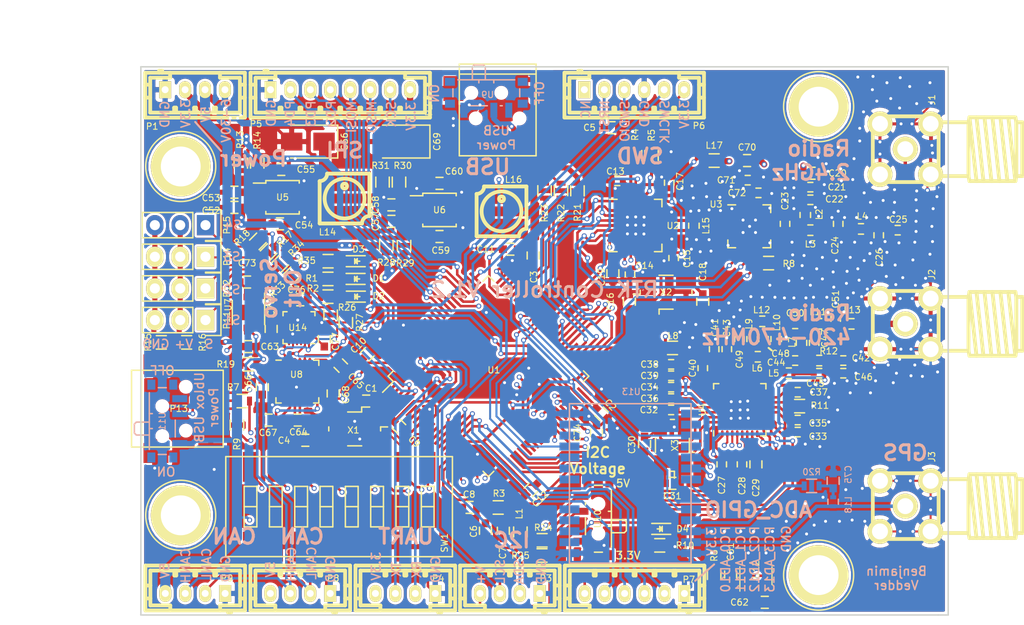
<source format=kicad_pcb>
(kicad_pcb (version 20170123) (host pcbnew no-vcs-found-2c23c4c~60~ubuntu14.04.1)
  (layers (0 F.Cu signal) (1 In1.Cu signal) (2 In2.Cu signal) (31 B.Cu signal) (34 B.Paste user) (35 F.Paste user) (36 B.SilkS user) (37 F.SilkS user) (38 B.Mask user) (39 F.Mask user) (44 Edge.Cuts user))
  (net 0 "")
  (net 1 "Net-(C1-Pad1)")
  (net 2 GND)
  (net 3 "Net-(C2-Pad2)")
  (net 4 "Net-(C3-Pad2)")
  (net 5 "Net-(C4-Pad1)")
  (net 6 /MCU/NRST)
  (net 7 "Net-(C6-Pad1)")
  (net 8 "Net-(C7-Pad2)")
  (net 9 VCC)
  (net 10 "Net-(C13-Pad2)")
  (net 11 "Net-(C16-Pad1)")
  (net 12 "Net-(C18-Pad1)")
  (net 13 "Net-(C23-Pad2)")
  (net 14 "Net-(C24-Pad2)")
  (net 15 "Net-(C25-Pad1)")
  (net 16 "Net-(C25-Pad2)")
  (net 17 /CC1120/V_REG)
  (net 18 "Net-(C29-Pad2)")
  (net 19 "Net-(C30-Pad2)")
  (net 20 "Net-(C31-Pad2)")
  (net 21 "Net-(C32-Pad2)")
  (net 22 "Net-(C34-Pad2)")
  (net 23 "Net-(C40-Pad1)")
  (net 24 "Net-(C40-Pad2)")
  (net 25 "Net-(C43-Pad1)")
  (net 26 "Net-(C44-Pad1)")
  (net 27 "Net-(C44-Pad2)")
  (net 28 "Net-(C45-Pad1)")
  (net 29 "Net-(C47-Pad1)")
  (net 30 "Net-(C48-Pad1)")
  (net 31 "Net-(C48-Pad2)")
  (net 32 "Net-(C49-Pad2)")
  (net 33 "Net-(C50-Pad1)")
  (net 34 "Net-(C51-Pad1)")
  (net 35 +BATT)
  (net 36 "Net-(C53-Pad1)")
  (net 37 "Net-(C54-Pad1)")
  (net 38 "Net-(C54-Pad2)")
  (net 39 +5V)
  (net 40 "Net-(C57-Pad1)")
  (net 41 "Net-(C58-Pad1)")
  (net 42 "Net-(C59-Pad1)")
  (net 43 "Net-(C59-Pad2)")
  (net 44 "Net-(C64-Pad1)")
  (net 45 "Net-(C65-Pad1)")
  (net 46 /MCU/PE0)
  (net 47 "Net-(D1-Pad1)")
  (net 48 /MCU/PE1)
  (net 49 "Net-(D2-Pad1)")
  (net 50 "Net-(J2-Pad1)")
  (net 51 "Net-(L15-Pad1)")
  (net 52 "Net-(L15-Pad2)")
  (net 53 "Net-(P2-Pad1)")
  (net 54 "Net-(P2-Pad2)")
  (net 55 "Net-(P2-Pad3)")
  (net 56 /MCU/PB8_SCL1)
  (net 57 /MCU/PB9_SDA1)
  (net 58 /MCU/PB6_TX1)
  (net 59 /MCU/PB7_RX1)
  (net 60 /MCU/PC10_SCK3)
  (net 61 /MCU/PC11_MISO3)
  (net 62 /MCU/PC12_MOSI3)
  (net 63 /MCU/PD3)
  (net 64 /MCU/PD4)
  (net 65 /MCU/PD2)
  (net 66 /MCU/SWDIO)
  (net 67 /MCU/SWCLK)
  (net 68 /MCU/PC2_ADC123_IN12)
  (net 69 /MCU/PC3_ADC123_IN13)
  (net 70 /MCU/PC1_ADC123_IN11)
  (net 71 /MCU/PC0_ADC123_IN10)
  (net 72 /CAN/CANH)
  (net 73 /CAN/CANL)
  (net 74 /SERVO_IO/OUT_1)
  (net 75 /SERVO_IO/OUT_2)
  (net 76 "Net-(P14-Pad1)")
  (net 77 "Net-(R4-Pad2)")
  (net 78 "Net-(R5-Pad1)")
  (net 79 /CC2520/PA_EN)
  (net 80 "Net-(R8-Pad1)")
  (net 81 /CC2520/LNA_EN)
  (net 82 /CC2520/CC_GPIO3)
  (net 83 /CC2520/HGM)
  (net 84 "Net-(R11-Pad1)")
  (net 85 "Net-(R13-Pad1)")
  (net 86 /MCU/USB_VP)
  (net 87 /MCU/USB_DM)
  (net 88 /MCU/USB_DP)
  (net 89 /MCU/PB11_SDA2)
  (net 90 /MCU/PB10_SCL2)
  (net 91 "Net-(R30-Pad1)")
  (net 92 /MCU/PE8)
  (net 93 /MCU/PE9)
  (net 94 /MCU/PE10)
  (net 95 /MCU/PE11)
  (net 96 /MCU/PE12)
  (net 97 /MCU/PE13)
  (net 98 /MCU/PE14)
  (net 99 /MCU/PE15)
  (net 100 /MCU/PA0)
  (net 101 /CC1120/GPIO3)
  (net 102 /CC1120/GPIO2)
  (net 103 /CC1120/GPIO0)
  (net 104 /CC1120/CS_N)
  (net 105 /MCU/PA5_SCK1)
  (net 106 /MCU/PA6_MISO1)
  (net 107 /MCU/PA7_MOSI1)
  (net 108 /CC2520/CC_CS_N)
  (net 109 /CC2520/CC_SCLK)
  (net 110 /CC2520/CC_SO)
  (net 111 /CC2520/CC_SI)
  (net 112 /CC2520/CC_RESET)
  (net 113 /CC2520/CC_GPIO2)
  (net 114 /CC2520/CC_GPIO1)
  (net 115 /CC2520/CC_GPIO0)
  (net 116 /CAN/CAN_RX)
  (net 117 /CAN/CAN_TX)
  (net 118 "Net-(P11-Pad1)")
  (net 119 "Net-(P12-Pad1)")
  (net 120 /CC2520/VDD_CC2592)
  (net 121 "Net-(D3-Pad1)")
  (net 122 /ublox/VDD_USB)
  (net 123 "Net-(C62-Pad1)")
  (net 124 "Net-(C75-Pad1)")
  (net 125 /ublox/RTK_STAT)
  (net 126 "Net-(D4-Pad1)")
  (net 127 "Net-(J3-Pad1)")
  (net 128 "Net-(P3-Pad4)")
  (net 129 "Net-(P11-Pad2)")
  (net 130 "Net-(P11-Pad3)")
  (net 131 "Net-(P13-Pad3)")
  (net 132 "Net-(P13-Pad2)")
  (net 133 "Net-(P15-Pad1)")
  (net 134 /ublox/USB_DM)
  (net 135 /ublox/USB_DP)
  (net 136 /SERVO_IO/OUT_3)
  (net 137 /SERVO_IO/OUT_4)
  (net 138 "Net-(R20-Pad2)")
  (net 139 /MCU/PC6_TX6)
  (net 140 /MCU/PC7_RX6)
  (net 141 /MCU/PC8)
  (net 142 /MCU/PC9)
  (net 143 "Net-(P2-Pad4)")
  (net 144 "Net-(P6-Pad1)")
  (net 145 "Net-(P13-Pad4)")
  (net 146 "Net-(U1-Pad1)")
  (net 147 "Net-(U1-Pad2)")
  (net 148 "Net-(U1-Pad3)")
  (net 149 "Net-(U1-Pad7)")
  (net 150 "Net-(U1-Pad8)")
  (net 151 "Net-(U1-Pad9)")
  (net 152 "Net-(U1-Pad33)")
  (net 153 "Net-(U1-Pad34)")
  (net 154 "Net-(U1-Pad37)")
  (net 155 "Net-(U1-Pad38)")
  (net 156 "Net-(U1-Pad55)")
  (net 157 "Net-(U1-Pad61)")
  (net 158 "Net-(U1-Pad67)")
  (net 159 "Net-(U1-Pad69)")
  (net 160 "Net-(U1-Pad77)")
  (net 161 "Net-(U1-Pad86)")
  (net 162 "Net-(U1-Pad87)")
  (net 163 "Net-(U1-Pad88)")
  (net 164 "Net-(U1-Pad89)")
  (net 165 "Net-(U1-Pad90)")
  (net 166 "Net-(U1-Pad91)")
  (net 167 "Net-(U2-Pad18)")
  (net 168 "Net-(U4-Pad16)")
  (net 169 "Net-(U8-Pad1)")
  (net 170 "Net-(U8-Pad6)")
  (net 171 "Net-(U8-Pad7)")
  (net 172 "Net-(U8-Pad11)")
  (net 173 "Net-(U8-Pad12)")
  (net 174 "Net-(U8-Pad22)")
  (net 175 "Net-(U9-Pad3)")
  (net 176 "Net-(U11-Pad3)")
  (net 177 "Net-(U12-Pad4)")
  (net 178 "Net-(U13-Pad1)")
  (net 179 "Net-(U13-Pad2)")
  (net 180 "Net-(U13-Pad4)")
  (net 181 "Net-(U13-Pad14)")
  (net 182 "Net-(U13-Pad16)")
  (net 183 "Net-(U13-Pad17)")
  (net 184 "Net-(U13-Pad18)")
  (net 185 "Net-(U13-Pad19)")
  (net 186 "Net-(C76-Pad1)")
  (module Housings_DFN_QFN:QFN-24_3x3mm_Pitch0.4mm (layer F.Cu) (at 118.364 98.171 180)
    (fp_text reference U14 (at 0.127 0 180) (layer F.SilkS) (effects (font (size 0.635 0.635) (thickness 0.1016))))
    (fp_text value MPU9250)
    (pad 24 smd oval (at -1 -1.5 270) (size 0.55 0.2) (layers F.Cu F.Paste F.Mask) (net 89 /MCU/PB11_SDA2))
    (pad 23 smd oval (at -0.6 -1.5 270) (size 0.55 0.2) (layers F.Cu F.Paste F.Mask) (net 90 /MCU/PB10_SCL2))
    (pad 22 smd oval (at -0.2 -1.5 270) (size 0.55 0.2) (layers F.Cu F.Paste F.Mask) (net 9 VCC))
    (pad 21 smd oval (at 0.2 -1.5 270) (size 0.55 0.2) (layers F.Cu F.Paste F.Mask))
    (pad 20 smd oval (at 0.6 -1.5 270) (size 0.55 0.2) (layers F.Cu F.Paste F.Mask) (net 2 GND))
    (pad 19 smd oval (at 1 -1.5 270) (size 0.55 0.2) (layers F.Cu F.Paste F.Mask))
    (pad 18 smd oval (at 1.5 -1 180) (size 0.55 0.2) (layers F.Cu F.Paste F.Mask) (net 2 GND))
    (pad 17 smd oval (at 1.5 -0.6 180) (size 0.55 0.2) (layers F.Cu F.Paste F.Mask))
    (pad 16 smd oval (at 1.5 -0.2 180) (size 0.55 0.2) (layers F.Cu F.Paste F.Mask))
    (pad 15 smd oval (at 1.5 0.2 180) (size 0.55 0.2) (layers F.Cu F.Paste F.Mask))
    (pad 14 smd oval (at 1.5 0.6 180) (size 0.55 0.2) (layers F.Cu F.Paste F.Mask))
    (pad 13 smd oval (at 1.5 1 180) (size 0.55 0.2) (layers F.Cu F.Paste F.Mask) (net 9 VCC))
    (pad 12 smd oval (at 1 1.5 270) (size 0.55 0.2) (layers F.Cu F.Paste F.Mask))
    (pad 11 smd oval (at 0.6 1.5 270) (size 0.55 0.2) (layers F.Cu F.Paste F.Mask) (net 2 GND))
    (pad 10 smd oval (at 0.2 1.5 270) (size 0.55 0.2) (layers F.Cu F.Paste F.Mask) (net 186 "Net-(C76-Pad1)"))
    (pad 9 smd oval (at -0.2 1.5 270) (size 0.55 0.2) (layers F.Cu F.Paste F.Mask) (net 2 GND))
    (pad 8 smd oval (at -0.6 1.5 270) (size 0.55 0.2) (layers F.Cu F.Paste F.Mask) (net 9 VCC))
    (pad 7 smd oval (at -1 1.5 270) (size 0.55 0.2) (layers F.Cu F.Paste F.Mask))
    (pad 6 smd oval (at -1.5 1 180) (size 0.55 0.2) (layers F.Cu F.Paste F.Mask))
    (pad 5 smd oval (at -1.5 0.6 180) (size 0.55 0.2) (layers F.Cu F.Paste F.Mask))
    (pad 4 smd oval (at -1.5 0.2 180) (size 0.55 0.2) (layers F.Cu F.Paste F.Mask))
    (pad 3 smd oval (at -1.5 -0.2 180) (size 0.55 0.2) (layers F.Cu F.Paste F.Mask))
    (pad 2 smd oval (at -1.5 -0.6 180) (size 0.55 0.2) (layers F.Cu F.Paste F.Mask))
    (pad 1 smd oval (at -1.5 -1 180) (size 0.55 0.2) (layers F.Cu F.Paste F.Mask) (net 9 VCC))
  )
  (module crf1:1pin_4mm (layer F.Cu) (at 170.5 76)
    (fp_text reference 1PIN hide)
    (fp_text value P*** hide)
    (pad 1 thru_hole circle (at 0 0) (size 6 6) (drill 4) (layers *.Cu *.Mask F.SilkS))
  )
  (module crf1:1pin_4mm (layer F.Cu) (at 106.5 82)
    (fp_text reference 1PIN hide)
    (fp_text value P*** hide)
    (pad 1 thru_hole circle (at 0 0) (size 6 6) (drill 4) (layers *.Cu *.Mask F.SilkS))
  )
  (module crf1:1pin_4mm (layer F.Cu) (at 106.5 117)
    (fp_text reference 1PIN hide)
    (fp_text value P*** hide)
    (pad 1 thru_hole circle (at 0 0) (size 6 6) (drill 4) (layers *.Cu *.Mask F.SilkS))
  )
  (module crf1:1pin_4mm (layer F.Cu) (at 170.5 123)
    (fp_text reference 1PIN hide)
    (fp_text value P*** hide)
    (pad 1 thru_hole circle (at 0 0) (size 6 6) (drill 4) (layers *.Cu *.Mask F.SilkS))
  )
  (module Housings_DFN_QFN:QFN-32-1EP_5x5mm_Pitch0.5mm (layer F.Cu) (at 162.588 106.413 90)
    (fp_text reference U4 (at 0 -3.75 90) (layer F.SilkS) (effects (font (size 0.635 0.635) (thickness 0.1016))))
    (fp_text value CC1120)
    (pad 1 smd oval (at -2.4 -1.75 90) (size 0.7 0.25) (layers F.Cu F.Paste F.Mask) (net 17 /CC1120/V_REG))
    (pad 2 smd oval (at -2.4 -1.25 90) (size 0.7 0.25) (layers F.Cu F.Paste F.Mask) (net 100 /MCU/PA0))
    (pad 3 smd oval (at -2.4 -0.75 90) (size 0.7 0.25) (layers F.Cu F.Paste F.Mask) (net 101 /CC1120/GPIO3))
    (pad 4 smd oval (at -2.4 -0.25 90) (size 0.7 0.25) (layers F.Cu F.Paste F.Mask) (net 102 /CC1120/GPIO2))
    (pad 5 smd oval (at -2.4 0.25 90) (size 0.7 0.25) (layers F.Cu F.Paste F.Mask) (net 17 /CC1120/V_REG))
    (pad 6 smd oval (at -2.4 0.75 90) (size 0.7 0.25) (layers F.Cu F.Paste F.Mask) (net 18 "Net-(C29-Pad2)"))
    (pad 7 smd oval (at -2.4 1.25 90) (size 0.7 0.25) (layers F.Cu F.Paste F.Mask) (net 107 /MCU/PA7_MOSI1))
    (pad 8 smd oval (at -2.4 1.75 90) (size 0.7 0.25) (layers F.Cu F.Paste F.Mask) (net 105 /MCU/PA5_SCK1))
    (pad 9 smd oval (at -1.75 2.4 180) (size 0.7 0.25) (layers F.Cu F.Paste F.Mask) (net 106 /MCU/PA6_MISO1))
    (pad 10 smd oval (at -1.25 2.4 180) (size 0.7 0.25) (layers F.Cu F.Paste F.Mask) (net 103 /CC1120/GPIO0))
    (pad 11 smd oval (at -0.75 2.4 180) (size 0.7 0.25) (layers F.Cu F.Paste F.Mask) (net 104 /CC1120/CS_N))
    (pad 12 smd oval (at -0.25 2.4 180) (size 0.7 0.25) (layers F.Cu F.Paste F.Mask) (net 17 /CC1120/V_REG))
    (pad 13 smd oval (at 0.25 2.4 180) (size 0.7 0.25) (layers F.Cu F.Paste F.Mask) (net 17 /CC1120/V_REG))
    (pad 14 smd oval (at 0.75 2.4 180) (size 0.7 0.25) (layers F.Cu F.Paste F.Mask) (net 84 "Net-(R11-Pad1)"))
    (pad 15 smd oval (at 1.25 2.4 180) (size 0.7 0.25) (layers F.Cu F.Paste F.Mask) (net 17 /CC1120/V_REG))
    (pad 16 smd oval (at 1.75 2.4 180) (size 0.7 0.25) (layers F.Cu F.Paste F.Mask) (net 168 "Net-(U4-Pad16)"))
    (pad 17 smd oval (at 2.4 1.75 90) (size 0.7 0.25) (layers F.Cu F.Paste F.Mask) (net 27 "Net-(C44-Pad2)"))
    (pad 18 smd oval (at 2.4 1.25 90) (size 0.7 0.25) (layers F.Cu F.Paste F.Mask) (net 33 "Net-(C50-Pad1)"))
    (pad 19 smd oval (at 2.4 0.75 90) (size 0.7 0.25) (layers F.Cu F.Paste F.Mask) (net 31 "Net-(C48-Pad2)"))
    (pad 20 smd oval (at 2.4 0.25 90) (size 0.7 0.25) (layers F.Cu F.Paste F.Mask) (net 32 "Net-(C49-Pad2)"))
    (pad 21 smd oval (at 2.4 -0.25 90) (size 0.7 0.25) (layers F.Cu F.Paste F.Mask) (net 25 "Net-(C43-Pad1)"))
    (pad 22 smd oval (at 2.4 -0.75 90) (size 0.7 0.25) (layers F.Cu F.Paste F.Mask) (net 17 /CC1120/V_REG))
    (pad 23 smd oval (at 2.4 -1.25 90) (size 0.7 0.25) (layers F.Cu F.Paste F.Mask) (net 24 "Net-(C40-Pad2)"))
    (pad 24 smd oval (at 2.4 -1.75 90) (size 0.7 0.25) (layers F.Cu F.Paste F.Mask) (net 23 "Net-(C40-Pad1)"))
    (pad 25 smd oval (at 1.75 -2.4 180) (size 0.7 0.25) (layers F.Cu F.Paste F.Mask) (net 17 /CC1120/V_REG))
    (pad 26 smd oval (at 1.25 -2.4 180) (size 0.7 0.25) (layers F.Cu F.Paste F.Mask) (net 22 "Net-(C34-Pad2)"))
    (pad 27 smd oval (at 0.75 -2.4 180) (size 0.7 0.25) (layers F.Cu F.Paste F.Mask) (net 17 /CC1120/V_REG))
    (pad 28 smd oval (at 0.25 -2.4 180) (size 0.7 0.25) (layers F.Cu F.Paste F.Mask) (net 17 /CC1120/V_REG))
    (pad 29 smd oval (at -0.25 -2.4 180) (size 0.7 0.25) (layers F.Cu F.Paste F.Mask) (net 21 "Net-(C32-Pad2)"))
    (pad 30 smd oval (at -0.75 -2.4 180) (size 0.7 0.25) (layers F.Cu F.Paste F.Mask) (net 19 "Net-(C30-Pad2)"))
    (pad 31 smd oval (at -1.25 -2.4 180) (size 0.7 0.25) (layers F.Cu F.Paste F.Mask) (net 20 "Net-(C31-Pad2)"))
    (pad 32 smd oval (at -1.75 -2.4 180) (size 0.7 0.25) (layers F.Cu F.Paste F.Mask) (net 2 GND))
    (pad 33 smd rect (at 0.8625 0.8625 90) (size 1.725 1.725) (layers F.Cu F.Paste F.Mask) (net 2 GND))
    (pad 33 smd rect (at 0.8625 -0.8625 90) (size 1.725 1.725) (layers F.Cu F.Paste F.Mask) (net 2 GND))
    (pad 33 smd rect (at -0.8625 0.8625 90) (size 1.725 1.725) (layers F.Cu F.Paste F.Mask) (net 2 GND))
    (pad 33 smd rect (at -0.8625 -0.8625 90) (size 1.725 1.725) (layers F.Cu F.Paste F.Mask) (net 2 GND))
  )
  (module Housings_DFN_QFN:QFN-24-1EP_4x4mm_Pitch0.5mm (layer F.Cu) (at 118.202 103.581)
    (fp_text reference U8 (at -0.092 -0.711) (layer F.SilkS) (effects (font (size 0.635 0.635) (thickness 0.1016))))
    (fp_text value MPU9150)
    (pad 1 smd oval (at -1.95 -1.25) (size 0.85 0.3) (layers F.Cu F.Paste F.Mask) (net 169 "Net-(U8-Pad1)"))
    (pad 2 smd oval (at -1.95 -0.75) (size 0.85 0.3) (layers F.Cu F.Paste F.Mask))
    (pad 3 smd oval (at -1.95 -0.25) (size 0.85 0.3) (layers F.Cu F.Paste F.Mask) (net 9 VCC))
    (pad 4 smd oval (at -1.95 0.25) (size 0.85 0.3) (layers F.Cu F.Paste F.Mask))
    (pad 5 smd oval (at -1.95 0.75) (size 0.85 0.3) (layers F.Cu F.Paste F.Mask))
    (pad 6 smd oval (at -1.95 1.25) (size 0.85 0.3) (layers F.Cu F.Paste F.Mask) (net 170 "Net-(U8-Pad6)"))
    (pad 7 smd oval (at -1.25 1.95 90) (size 0.85 0.3) (layers F.Cu F.Paste F.Mask) (net 171 "Net-(U8-Pad7)"))
    (pad 8 smd oval (at -0.75 1.95 90) (size 0.85 0.3) (layers F.Cu F.Paste F.Mask) (net 9 VCC))
    (pad 9 smd oval (at -0.25 1.95 90) (size 0.85 0.3) (layers F.Cu F.Paste F.Mask) (net 2 GND))
    (pad 10 smd oval (at 0.25 1.95 90) (size 0.85 0.3) (layers F.Cu F.Paste F.Mask) (net 44 "Net-(C64-Pad1)"))
    (pad 11 smd oval (at 0.75 1.95 90) (size 0.85 0.3) (layers F.Cu F.Paste F.Mask) (net 172 "Net-(U8-Pad11)"))
    (pad 12 smd oval (at 1.25 1.95 90) (size 0.85 0.3) (layers F.Cu F.Paste F.Mask) (net 173 "Net-(U8-Pad12)"))
    (pad 13 smd oval (at 1.95 1.25) (size 0.85 0.3) (layers F.Cu F.Paste F.Mask) (net 9 VCC))
    (pad 14 smd oval (at 1.95 0.75) (size 0.85 0.3) (layers F.Cu F.Paste F.Mask))
    (pad 15 smd oval (at 1.95 0.25) (size 0.85 0.3) (layers F.Cu F.Paste F.Mask) (net 2 GND))
    (pad 16 smd oval (at 1.95 -0.25) (size 0.85 0.3) (layers F.Cu F.Paste F.Mask))
    (pad 17 smd oval (at 1.95 -0.75) (size 0.85 0.3) (layers F.Cu F.Paste F.Mask) (net 2 GND))
    (pad 18 smd oval (at 1.95 -1.25) (size 0.85 0.3) (layers F.Cu F.Paste F.Mask) (net 2 GND))
    (pad 19 smd oval (at 1.25 -1.95 90) (size 0.85 0.3) (layers F.Cu F.Paste F.Mask))
    (pad 20 smd oval (at 0.75 -1.95 90) (size 0.85 0.3) (layers F.Cu F.Paste F.Mask) (net 45 "Net-(C65-Pad1)"))
    (pad 21 smd oval (at 0.25 -1.95 90) (size 0.85 0.3) (layers F.Cu F.Paste F.Mask))
    (pad 22 smd oval (at -0.25 -1.95 90) (size 0.85 0.3) (layers F.Cu F.Paste F.Mask) (net 174 "Net-(U8-Pad22)"))
    (pad 23 smd oval (at -0.75 -1.95 90) (size 0.85 0.3) (layers F.Cu F.Paste F.Mask) (net 90 /MCU/PB10_SCL2))
    (pad 24 smd oval (at -1.25 -1.95 90) (size 0.85 0.3) (layers F.Cu F.Paste F.Mask) (net 89 /MCU/PB11_SDA2))
  )
  (module Capacitors_SMD:C_0603 (layer F.Cu) (at 125.107 105.537 180)
    (fp_text reference C1 (at -0.496 1.27 180) (layer F.SilkS) (effects (font (size 0.635 0.635) (thickness 0.1016))))
    (fp_text value 15p)
    (pad 1 smd rect (at -0.75 0 180) (size 0.8 0.75) (layers F.Cu F.Paste F.Mask) (net 1 "Net-(C1-Pad1)"))
    (pad 2 smd rect (at 0.75 0 180) (size 0.8 0.75) (layers F.Cu F.Paste F.Mask) (net 2 GND))
  )
  (module Capacitors_SMD:C_0603 (layer F.Cu) (at 148.717 106.807 135)
    (fp_text reference C2 (at 0 1.257236 135) (layer F.SilkS) (effects (font (size 0.635 0.635) (thickness 0.1016))))
    (fp_text value 2.2u)
    (pad 1 smd rect (at -0.75 0 135) (size 0.8 0.75) (layers F.Cu F.Paste F.Mask) (net 2 GND))
    (pad 2 smd rect (at 0.75 0 135) (size 0.8 0.75) (layers F.Cu F.Paste F.Mask) (net 3 "Net-(C2-Pad2)"))
  )
  (module Capacitors_SMD:C_0603 (layer F.Cu) (at 141.859 90.932 270)
    (fp_text reference C3 (at 2.159 -0.0635 270) (layer F.SilkS) (effects (font (size 0.635 0.635) (thickness 0.1016))))
    (fp_text value 2.2u)
    (pad 1 smd rect (at -0.75 0 270) (size 0.8 0.75) (layers F.Cu F.Paste F.Mask) (net 2 GND))
    (pad 2 smd rect (at 0.75 0 270) (size 0.8 0.75) (layers F.Cu F.Paste F.Mask) (net 4 "Net-(C3-Pad2)"))
  )
  (module Capacitors_SMD:C_0603 (layer F.Cu) (at 118.999 109.474 180)
    (fp_text reference C4 (at 2.139472 -0.01579 180) (layer F.SilkS) (effects (font (size 0.635 0.635) (thickness 0.1016))))
    (fp_text value 15p)
    (pad 1 smd rect (at -0.75 0 180) (size 0.8 0.75) (layers F.Cu F.Paste F.Mask) (net 5 "Net-(C4-Pad1)"))
    (pad 2 smd rect (at 0.75 0 180) (size 0.8 0.75) (layers F.Cu F.Paste F.Mask) (net 2 GND))
  )
  (module Capacitors_SMD:C_0603 (layer F.Cu) (at 149.721 78.105 180)
    (fp_text reference C5 (at 2.2105 0 180) (layer F.SilkS) (effects (font (size 0.635 0.635) (thickness 0.1016))))
    (fp_text value 100n)
    (pad 1 smd rect (at -0.75 0 180) (size 0.8 0.75) (layers F.Cu F.Paste F.Mask) (net 2 GND))
    (pad 2 smd rect (at 0.75 0 180) (size 0.8 0.75) (layers F.Cu F.Paste F.Mask) (net 6 /MCU/NRST))
  )
  (module Capacitors_SMD:C_0603 (layer F.Cu) (at 137.072715 118.550274 270)
    (fp_text reference C6 (at 0.067726 1.182715 270) (layer F.SilkS) (effects (font (size 0.635 0.635) (thickness 0.1016))))
    (fp_text value 2.2u)
    (pad 1 smd rect (at -0.75 0 270) (size 0.8 0.75) (layers F.Cu F.Paste F.Mask) (net 7 "Net-(C6-Pad1)"))
    (pad 2 smd rect (at 0.75 0 270) (size 0.8 0.75) (layers F.Cu F.Paste F.Mask) (net 2 GND))
  )
  (module Capacitors_SMD:C_0603 (layer F.Cu) (at 138.868767 118.550274 90)
    (fp_text reference C7 (at -2.226726 -0.057767 90) (layer F.SilkS) (effects (font (size 0.635 0.635) (thickness 0.1016))))
    (fp_text value 2.2u)
    (pad 1 smd rect (at -0.75 0 90) (size 0.8 0.75) (layers F.Cu F.Paste F.Mask) (net 2 GND))
    (pad 2 smd rect (at 0.75 0 90) (size 0.8 0.75) (layers F.Cu F.Paste F.Mask) (net 8 "Net-(C7-Pad2)"))
  )
  (module Capacitors_SMD:C_0603 (layer F.Cu) (at 135.478059 116.205 180)
    (fp_text reference C8 (at 0.044901 1.302137 180) (layer F.SilkS) (effects (font (size 0.635 0.635) (thickness 0.1016))))
    (fp_text value 2.2u)
    (pad 1 smd rect (at -0.75 0 180) (size 0.8 0.75) (layers F.Cu F.Paste F.Mask) (net 2 GND))
    (pad 2 smd rect (at 0.75 0 180) (size 0.8 0.75) (layers F.Cu F.Paste F.Mask) (net 9 VCC))
  )
  (module Capacitors_SMD:C_0603 (layer F.Cu) (at 128.397 108.077 135)
    (fp_text reference C9 (at -2.155261 0 135) (layer F.SilkS) (effects (font (size 0.635 0.635) (thickness 0.1016))))
    (fp_text value 2.2u)
    (pad 1 smd rect (at -0.75 0 135) (size 0.8 0.75) (layers F.Cu F.Paste F.Mask) (net 2 GND))
    (pad 2 smd rect (at 0.75 0 135) (size 0.8 0.75) (layers F.Cu F.Paste F.Mask) (net 9 VCC))
  )
  (module Capacitors_SMD:C_0603 (layer F.Cu) (at 125.222 100.838 225)
    (fp_text reference C10 (at 0 1.257236 225) (layer F.SilkS) (effects (font (size 0.635 0.635) (thickness 0.1016))))
    (fp_text value 2.2u)
    (pad 1 smd rect (at -0.75 0 225) (size 0.8 0.75) (layers F.Cu F.Paste F.Mask) (net 2 GND))
    (pad 2 smd rect (at 0.75 0 225) (size 0.8 0.75) (layers F.Cu F.Paste F.Mask) (net 9 VCC))
  )
  (module Capacitors_SMD:C_0603 (layer F.Cu) (at 139.573 90.297 180)
    (fp_text reference C11 (at 2.4765 0 180) (layer F.SilkS) (effects (font (size 0.635 0.635) (thickness 0.1016))))
    (fp_text value 2.2u)
    (pad 1 smd rect (at -0.75 0 180) (size 0.8 0.75) (layers F.Cu F.Paste F.Mask) (net 2 GND))
    (pad 2 smd rect (at 0.75 0 180) (size 0.8 0.75) (layers F.Cu F.Paste F.Mask) (net 9 VCC))
  )
  (module Capacitors_SMD:C_0603 (layer F.Cu) (at 141.62733 114.44933 45)
    (fp_text reference C12 (at 0 1.315459 45) (layer F.SilkS) (effects (font (size 0.635 0.635) (thickness 0.1016))))
    (fp_text value 2.2u)
    (pad 1 smd rect (at -0.75 0 45) (size 0.8 0.75) (layers F.Cu F.Paste F.Mask) (net 2 GND))
    (pad 2 smd rect (at 0.75 0 45) (size 0.8 0.75) (layers F.Cu F.Paste F.Mask) (net 9 VCC))
  )
  (module Capacitors_SMD:C_0402 (layer F.Cu) (at 150.3045 83.439)
    (fp_text reference C13 (at -0.1905 -0.9525) (layer F.SilkS) (effects (font (size 0.635 0.635) (thickness 0.1016))))
    (fp_text value 100n)
    (pad 1 smd rect (at -0.55 0) (size 0.6 0.5) (layers F.Cu F.Paste F.Mask) (net 2 GND))
    (pad 2 smd rect (at 0.55 0) (size 0.6 0.5) (layers F.Cu F.Paste F.Mask) (net 10 "Net-(C13-Pad2)"))
  )
  (module Capacitors_SMD:C_0402 (layer F.Cu) (at 151.5745 92.837 90)
    (fp_text reference C14 (at 0.889 1.4605 180) (layer F.SilkS) (effects (font (size 0.635 0.635) (thickness 0.1016))))
    (fp_text value 100n)
    (pad 1 smd rect (at -0.55 0 90) (size 0.6 0.5) (layers F.Cu F.Paste F.Mask) (net 2 GND))
    (pad 2 smd rect (at 0.55 0 90) (size 0.6 0.5) (layers F.Cu F.Paste F.Mask) (net 9 VCC))
  )
  (module Capacitors_SMD:C_0402 (layer F.Cu) (at 155.956 91.186 90)
    (fp_text reference C15 (at -0.0635 1.3335 90) (layer F.SilkS) (effects (font (size 0.635 0.635) (thickness 0.1016))))
    (fp_text value 100n)
    (pad 1 smd rect (at -0.55 0 90) (size 0.6 0.5) (layers F.Cu F.Paste F.Mask) (net 2 GND))
    (pad 2 smd rect (at 0.55 0 90) (size 0.6 0.5) (layers F.Cu F.Paste F.Mask) (net 9 VCC))
  )
  (module Capacitors_SMD:C_0603 (layer F.Cu) (at 151.511 95.5675 90)
    (fp_text reference C16 (at 0 -1.9 90) (layer F.SilkS) (effects (font (size 0.635 0.635) (thickness 0.1016))))
    (fp_text value 15p)
    (pad 1 smd rect (at -0.75 0 90) (size 0.8 0.75) (layers F.Cu F.Paste F.Mask) (net 11 "Net-(C16-Pad1)"))
    (pad 2 smd rect (at 0.75 0 90) (size 0.8 0.75) (layers F.Cu F.Paste F.Mask) (net 2 GND))
  )
  (module Capacitors_SMD:C_0402 (layer F.Cu) (at 155.5115 83.6295 270)
    (fp_text reference C17 (at -0.127 -1.0795 270) (layer F.SilkS) (effects (font (size 0.635 0.635) (thickness 0.1016))))
    (fp_text value 100n)
    (pad 1 smd rect (at -0.55 0 270) (size 0.6 0.5) (layers F.Cu F.Paste F.Mask) (net 2 GND))
    (pad 2 smd rect (at 0.55 0 270) (size 0.6 0.5) (layers F.Cu F.Paste F.Mask) (net 9 VCC))
  )
  (module Capacitors_SMD:C_0603 (layer F.Cu) (at 158.877 95.5675 270)
    (fp_text reference C18 (at -2.9845 0 270) (layer F.SilkS) (effects (font (size 0.635 0.635) (thickness 0.1016))))
    (fp_text value 15p)
    (pad 1 smd rect (at -0.75 0 270) (size 0.8 0.75) (layers F.Cu F.Paste F.Mask) (net 12 "Net-(C18-Pad1)"))
    (pad 2 smd rect (at 0.75 0 270) (size 0.8 0.75) (layers F.Cu F.Paste F.Mask) (net 2 GND))
  )
  (module Capacitors_SMD:C_0603 (layer F.Cu) (at 149.86 92.71 90)
    (fp_text reference C19 (at -0.381 -1.143 90) (layer F.SilkS) (effects (font (size 0.635 0.635) (thickness 0.1016))))
    (fp_text value 2.2u)
    (pad 1 smd rect (at -0.75 0 90) (size 0.8 0.75) (layers F.Cu F.Paste F.Mask) (net 2 GND))
    (pad 2 smd rect (at 0.75 0 90) (size 0.8 0.75) (layers F.Cu F.Paste F.Mask) (net 9 VCC))
  )
  (module Capacitors_SMD:C_0603 (layer F.Cu) (at 169.799 82.677 180)
    (fp_text reference C20 (at -2.6035 0 180) (layer F.SilkS) (effects (font (size 0.635 0.635) (thickness 0.1016))))
    (fp_text value 2.2u)
    (pad 1 smd rect (at -0.75 0 180) (size 0.8 0.75) (layers F.Cu F.Paste F.Mask) (net 2 GND))
    (pad 2 smd rect (at 0.75 0 180) (size 0.8 0.75) (layers F.Cu F.Paste F.Mask) (net 120 /CC2520/VDD_CC2592))
  )
  (module Capacitors_SMD:C_0402 (layer F.Cu) (at 169.672 84.074 180)
    (fp_text reference C21 (at -2.667 0 180) (layer F.SilkS) (effects (font (size 0.635 0.635) (thickness 0.1016))))
    (fp_text value 1n)
    (pad 1 smd rect (at -0.55 0 180) (size 0.6 0.5) (layers F.Cu F.Paste F.Mask) (net 2 GND))
    (pad 2 smd rect (at 0.55 0 180) (size 0.6 0.5) (layers F.Cu F.Paste F.Mask) (net 120 /CC2520/VDD_CC2592))
  )
  (module Capacitors_SMD:C_0402 (layer F.Cu) (at 169.672 85.344 180)
    (fp_text reference C22 (at -2.413 0.0635 180) (layer F.SilkS) (effects (font (size 0.635 0.635) (thickness 0.1016))))
    (fp_text value 12p)
    (pad 1 smd rect (at -0.55 0 180) (size 0.6 0.5) (layers F.Cu F.Paste F.Mask) (net 2 GND))
    (pad 2 smd rect (at 0.55 0 180) (size 0.6 0.5) (layers F.Cu F.Paste F.Mask) (net 120 /CC2520/VDD_CC2592))
  )
  (module Capacitors_SMD:C_0402 (layer F.Cu) (at 167.132 87.757 270)
    (fp_text reference C23 (at -2.286 0 270) (layer F.SilkS) (effects (font (size 0.635 0.635) (thickness 0.1016))))
    (fp_text value 2.2p)
    (pad 1 smd rect (at -0.55 0 270) (size 0.6 0.5) (layers F.Cu F.Paste F.Mask) (net 2 GND))
    (pad 2 smd rect (at 0.55 0 270) (size 0.6 0.5) (layers F.Cu F.Paste F.Mask) (net 13 "Net-(C23-Pad2)"))
  )
  (module Capacitors_SMD:C_0402 (layer F.Cu) (at 172.466 87.757 270)
    (fp_text reference C24 (at 2.159 0.3175 270) (layer F.SilkS) (effects (font (size 0.635 0.635) (thickness 0.1016))))
    (fp_text value 2.2p)
    (pad 1 smd rect (at -0.55 0 270) (size 0.6 0.5) (layers F.Cu F.Paste F.Mask) (net 2 GND))
    (pad 2 smd rect (at 0.55 0 270) (size 0.6 0.5) (layers F.Cu F.Paste F.Mask) (net 14 "Net-(C24-Pad2)"))
  )
  (module Capacitors_SMD:C_0402 (layer F.Cu) (at 178.435 88.392)
    (fp_text reference C25 (at 0.0635 -1.0795) (layer F.SilkS) (effects (font (size 0.635 0.635) (thickness 0.1016))))
    (fp_text value 18p)
    (pad 1 smd rect (at -0.55 0) (size 0.6 0.5) (layers F.Cu F.Paste F.Mask) (net 15 "Net-(C25-Pad1)"))
    (pad 2 smd rect (at 0.55 0) (size 0.6 0.5) (layers F.Cu F.Paste F.Mask) (net 16 "Net-(C25-Pad2)"))
  )
  (module Capacitors_SMD:C_0402 (layer F.Cu) (at 176.53 88.9 90)
    (fp_text reference C26 (at -2.2225 0.0635 90) (layer F.SilkS) (effects (font (size 0.635 0.635) (thickness 0.1016))))
    (fp_text value 0.2p)
    (pad 1 smd rect (at -0.55 0 90) (size 0.6 0.5) (layers F.Cu F.Paste F.Mask) (net 2 GND))
    (pad 2 smd rect (at 0.55 0 90) (size 0.6 0.5) (layers F.Cu F.Paste F.Mask) (net 15 "Net-(C25-Pad1)"))
  )
  (module Capacitors_SMD:C_0402 (layer F.Cu) (at 160.782 111.887 270)
    (fp_text reference C27 (at 2.0955 0 270) (layer F.SilkS) (effects (font (size 0.635 0.635) (thickness 0.1016))))
    (fp_text value 100n)
    (pad 1 smd rect (at -0.55 0 270) (size 0.6 0.5) (layers F.Cu F.Paste F.Mask) (net 17 /CC1120/V_REG))
    (pad 2 smd rect (at 0.55 0 270) (size 0.6 0.5) (layers F.Cu F.Paste F.Mask) (net 2 GND))
  )
  (module Capacitors_SMD:C_0402 (layer F.Cu) (at 162.814 111.887 270)
    (fp_text reference C28 (at 2.159 0 270) (layer F.SilkS) (effects (font (size 0.635 0.635) (thickness 0.1016))))
    (fp_text value 100n)
    (pad 1 smd rect (at -0.55 0 270) (size 0.6 0.5) (layers F.Cu F.Paste F.Mask) (net 17 /CC1120/V_REG))
    (pad 2 smd rect (at 0.55 0 270) (size 0.6 0.5) (layers F.Cu F.Paste F.Mask) (net 2 GND))
  )
  (module Capacitors_SMD:C_0603 (layer F.Cu) (at 164.211 111.887 90)
    (fp_text reference C29 (at -2.3495 0 90) (layer F.SilkS) (effects (font (size 0.635 0.635) (thickness 0.1016))))
    (fp_text value 2.2u)
    (pad 1 smd rect (at -0.75 0 90) (size 0.8 0.75) (layers F.Cu F.Paste F.Mask) (net 2 GND))
    (pad 2 smd rect (at 0.75 0 90) (size 0.8 0.75) (layers F.Cu F.Paste F.Mask) (net 18 "Net-(C29-Pad2)"))
  )
  (module Capacitors_SMD:C_0603 (layer F.Cu) (at 153.035 109.855 90)
    (fp_text reference C30 (at -0.0635 -1.27 90) (layer F.SilkS) (effects (font (size 0.635 0.635) (thickness 0.1016))))
    (fp_text value 15p)
    (pad 1 smd rect (at -0.75 0 90) (size 0.8 0.75) (layers F.Cu F.Paste F.Mask) (net 2 GND))
    (pad 2 smd rect (at 0.75 0 90) (size 0.8 0.75) (layers F.Cu F.Paste F.Mask) (net 19 "Net-(C30-Pad2)"))
  )
  (module Capacitors_SMD:C_0603 (layer F.Cu) (at 155.829 113.792)
    (fp_text reference C31 (at 0 1.27) (layer F.SilkS) (effects (font (size 0.635 0.635) (thickness 0.1016))))
    (fp_text value 15p)
    (pad 1 smd rect (at -0.75 0) (size 0.8 0.75) (layers F.Cu F.Paste F.Mask) (net 2 GND))
    (pad 2 smd rect (at 0.75 0) (size 0.8 0.75) (layers F.Cu F.Paste F.Mask) (net 20 "Net-(C31-Pad2)"))
  )
  (module Capacitors_SMD:C_0402 (layer F.Cu) (at 155.702 106.426)
    (fp_text reference C32 (at -2.2225 0) (layer F.SilkS) (effects (font (size 0.635 0.635) (thickness 0.1016))))
    (fp_text value 100n)
    (pad 1 smd rect (at -0.55 0) (size 0.6 0.5) (layers F.Cu F.Paste F.Mask) (net 2 GND))
    (pad 2 smd rect (at 0.55 0) (size 0.6 0.5) (layers F.Cu F.Paste F.Mask) (net 21 "Net-(C32-Pad2)"))
  )
  (module Capacitors_SMD:C_0402 (layer F.Cu) (at 168.402 108.6485)
    (fp_text reference C33 (at 2.032 0.4445) (layer F.SilkS) (effects (font (size 0.635 0.635) (thickness 0.1016))))
    (fp_text value 100n)
    (pad 1 smd rect (at -0.55 0) (size 0.6 0.5) (layers F.Cu F.Paste F.Mask) (net 17 /CC1120/V_REG))
    (pad 2 smd rect (at 0.55 0) (size 0.6 0.5) (layers F.Cu F.Paste F.Mask) (net 2 GND))
  )
  (module Capacitors_SMD:C_0402 (layer F.Cu) (at 155.702 104.14)
    (fp_text reference C34 (at -2.159 0) (layer F.SilkS) (effects (font (size 0.635 0.635) (thickness 0.1016))))
    (fp_text value 100n)
    (pad 1 smd rect (at -0.55 0) (size 0.6 0.5) (layers F.Cu F.Paste F.Mask) (net 2 GND))
    (pad 2 smd rect (at 0.55 0) (size 0.6 0.5) (layers F.Cu F.Paste F.Mask) (net 22 "Net-(C34-Pad2)"))
  )
  (module Capacitors_SMD:C_0402 (layer F.Cu) (at 168.402 107.442)
    (fp_text reference C35 (at 2.032 0.3175) (layer F.SilkS) (effects (font (size 0.635 0.635) (thickness 0.1016))))
    (fp_text value 100n)
    (pad 1 smd rect (at -0.55 0) (size 0.6 0.5) (layers F.Cu F.Paste F.Mask) (net 17 /CC1120/V_REG))
    (pad 2 smd rect (at 0.55 0) (size 0.6 0.5) (layers F.Cu F.Paste F.Mask) (net 2 GND))
  )
  (module Capacitors_SMD:C_0402 (layer F.Cu) (at 155.702 105.283 180)
    (fp_text reference C36 (at 2.159 0 180) (layer F.SilkS) (effects (font (size 0.635 0.635) (thickness 0.1016))))
    (fp_text value 100n)
    (pad 1 smd rect (at -0.55 0 180) (size 0.6 0.5) (layers F.Cu F.Paste F.Mask) (net 17 /CC1120/V_REG))
    (pad 2 smd rect (at 0.55 0 180) (size 0.6 0.5) (layers F.Cu F.Paste F.Mask) (net 2 GND))
  )
  (module Capacitors_SMD:C_0402 (layer F.Cu) (at 168.402 104.648)
    (fp_text reference C37 (at 2.0955 0) (layer F.SilkS) (effects (font (size 0.635 0.635) (thickness 0.1016))))
    (fp_text value 100n)
    (pad 1 smd rect (at -0.55 0) (size 0.6 0.5) (layers F.Cu F.Paste F.Mask) (net 17 /CC1120/V_REG))
    (pad 2 smd rect (at 0.55 0) (size 0.6 0.5) (layers F.Cu F.Paste F.Mask) (net 2 GND))
  )
  (module Capacitors_SMD:C_0402 (layer F.Cu) (at 155.702 101.854 180)
    (fp_text reference C38 (at 2.159 0 180) (layer F.SilkS) (effects (font (size 0.635 0.635) (thickness 0.1016))))
    (fp_text value 100n)
    (pad 1 smd rect (at -0.55 0 180) (size 0.6 0.5) (layers F.Cu F.Paste F.Mask) (net 17 /CC1120/V_REG))
    (pad 2 smd rect (at 0.55 0 180) (size 0.6 0.5) (layers F.Cu F.Paste F.Mask) (net 2 GND))
  )
  (module Capacitors_SMD:C_0402 (layer F.Cu) (at 155.702 102.997 180)
    (fp_text reference C39 (at 2.159 0 180) (layer F.SilkS) (effects (font (size 0.635 0.635) (thickness 0.1016))))
    (fp_text value 100n)
    (pad 1 smd rect (at -0.55 0 180) (size 0.6 0.5) (layers F.Cu F.Paste F.Mask) (net 17 /CC1120/V_REG))
    (pad 2 smd rect (at 0.55 0 180) (size 0.6 0.5) (layers F.Cu F.Paste F.Mask) (net 2 GND))
  )
  (module Capacitors_SMD:C_0402 (layer F.Cu) (at 158.877 102.235 90)
    (fp_text reference C40 (at 0 -1.016 90) (layer F.SilkS) (effects (font (size 0.635 0.635) (thickness 0.1016))))
    (fp_text value 1.8n)
    (pad 1 smd rect (at -0.55 0 90) (size 0.6 0.5) (layers F.Cu F.Paste F.Mask) (net 23 "Net-(C40-Pad1)"))
    (pad 2 smd rect (at 0.55 0 90) (size 0.6 0.5) (layers F.Cu F.Paste F.Mask) (net 24 "Net-(C40-Pad2)"))
  )
  (module Capacitors_SMD:C_0402 (layer F.Cu) (at 160.02 100.33 90)
    (fp_text reference C41 (at 2.159 0.0635 90) (layer F.SilkS) (effects (font (size 0.635 0.635) (thickness 0.1016))))
    (fp_text value 100n)
    (pad 1 smd rect (at -0.55 0 90) (size 0.6 0.5) (layers F.Cu F.Paste F.Mask) (net 17 /CC1120/V_REG))
    (pad 2 smd rect (at 0.55 0 90) (size 0.6 0.5) (layers F.Cu F.Paste F.Mask) (net 2 GND))
  )
  (module Capacitors_SMD:C_0402 (layer F.Cu) (at 172.974 101.473)
    (fp_text reference C42 (at 1.778 -0.254) (layer F.SilkS) (effects (font (size 0.635 0.635) (thickness 0.1016))))
    (fp_text value 100n)
    (pad 1 smd rect (at -0.55 0) (size 0.6 0.5) (layers F.Cu F.Paste F.Mask) (net 17 /CC1120/V_REG))
    (pad 2 smd rect (at 0.55 0) (size 0.6 0.5) (layers F.Cu F.Paste F.Mask) (net 2 GND))
  )
  (module Capacitors_SMD:C_0402 (layer F.Cu) (at 161.29 100.33 90)
    (fp_text reference C43 (at 2.0955 0 90) (layer F.SilkS) (effects (font (size 0.635 0.635) (thickness 0.1016))))
    (fp_text value 100n)
    (pad 1 smd rect (at -0.55 0 90) (size 0.6 0.5) (layers F.Cu F.Paste F.Mask) (net 25 "Net-(C43-Pad1)"))
    (pad 2 smd rect (at 0.55 0 90) (size 0.6 0.5) (layers F.Cu F.Paste F.Mask) (net 2 GND))
  )
  (module Capacitors_SMD:C_0402 (layer F.Cu) (at 168.148 101.473 180)
    (fp_text reference C44 (at 1.905 -0.1905 180) (layer F.SilkS) (effects (font (size 0.635 0.635) (thickness 0.1016))))
    (fp_text value 39p)
    (pad 1 smd rect (at -0.55 0 180) (size 0.6 0.5) (layers F.Cu F.Paste F.Mask) (net 26 "Net-(C44-Pad1)"))
    (pad 2 smd rect (at 0.55 0 180) (size 0.6 0.5) (layers F.Cu F.Paste F.Mask) (net 27 "Net-(C44-Pad2)"))
  )
  (module Capacitors_SMD:C_0402 (layer F.Cu) (at 170.561 102.743)
    (fp_text reference C45 (at -0.381 1.016) (layer F.SilkS) (effects (font (size 0.635 0.635) (thickness 0.1016))))
    (fp_text value 56p)
    (pad 1 smd rect (at -0.55 0) (size 0.6 0.5) (layers F.Cu F.Paste F.Mask) (net 28 "Net-(C45-Pad1)"))
    (pad 2 smd rect (at 0.55 0) (size 0.6 0.5) (layers F.Cu F.Paste F.Mask) (net 17 /CC1120/V_REG))
  )
  (module Capacitors_SMD:C_0402 (layer F.Cu) (at 172.974 102.743)
    (fp_text reference C46 (at 2.032 0.381) (layer F.SilkS) (effects (font (size 0.635 0.635) (thickness 0.1016))))
    (fp_text value 100p)
    (pad 1 smd rect (at -0.55 0) (size 0.6 0.5) (layers F.Cu F.Paste F.Mask) (net 17 /CC1120/V_REG))
    (pad 2 smd rect (at 0.55 0) (size 0.6 0.5) (layers F.Cu F.Paste F.Mask) (net 2 GND))
  )
  (module Capacitors_SMD:C_0402 (layer F.Cu) (at 170.053 99.695 270)
    (fp_text reference C47 (at -0.4445 -1.0795 270) (layer F.SilkS) (effects (font (size 0.635 0.635) (thickness 0.1016))))
    (fp_text value 2.2p)
    (pad 1 smd rect (at -0.55 0 270) (size 0.6 0.5) (layers F.Cu F.Paste F.Mask) (net 29 "Net-(C47-Pad1)"))
    (pad 2 smd rect (at 0.55 0 270) (size 0.6 0.5) (layers F.Cu F.Paste F.Mask) (net 26 "Net-(C44-Pad1)"))
  )
  (module Capacitors_SMD:C_0402 (layer F.Cu) (at 164.973 99.314 270)
    (fp_text reference C48 (at 1.4605 -1.7145 180) (layer F.SilkS) (effects (font (size 0.635 0.635) (thickness 0.1016))))
    (fp_text value 5.1p)
    (pad 1 smd rect (at -0.55 0 270) (size 0.6 0.5) (layers F.Cu F.Paste F.Mask) (net 30 "Net-(C48-Pad1)"))
    (pad 2 smd rect (at 0.55 0 270) (size 0.6 0.5) (layers F.Cu F.Paste F.Mask) (net 31 "Net-(C48-Pad2)"))
  )
  (module Capacitors_SMD:C_0402 (layer F.Cu) (at 162.56 99.314 270)
    (fp_text reference C49 (at 2.032 0 270) (layer F.SilkS) (effects (font (size 0.635 0.635) (thickness 0.1016))))
    (fp_text value 5.1p)
    (pad 1 smd rect (at -0.55 0 270) (size 0.6 0.5) (layers F.Cu F.Paste F.Mask) (net 2 GND))
    (pad 2 smd rect (at 0.55 0 270) (size 0.6 0.5) (layers F.Cu F.Paste F.Mask) (net 32 "Net-(C49-Pad2)"))
  )
  (module Capacitors_SMD:C_0402 (layer F.Cu) (at 168.148 97.79)
    (fp_text reference C50 (at 0 -1.0795) (layer F.SilkS) (effects (font (size 0.635 0.635) (thickness 0.1016))))
    (fp_text value 5.1p)
    (pad 1 smd rect (at -0.55 0) (size 0.6 0.5) (layers F.Cu F.Paste F.Mask) (net 33 "Net-(C50-Pad1)"))
    (pad 2 smd rect (at 0.55 0) (size 0.6 0.5) (layers F.Cu F.Paste F.Mask) (net 29 "Net-(C47-Pad1)"))
  )
  (module Capacitors_SMD:C_0402 (layer F.Cu) (at 172.212 97.282 90)
    (fp_text reference C51 (at 1.9685 0 90) (layer F.SilkS) (effects (font (size 0.635 0.635) (thickness 0.1016))))
    (fp_text value 6.2p)
    (pad 1 smd rect (at -0.55 0 90) (size 0.6 0.5) (layers F.Cu F.Paste F.Mask) (net 34 "Net-(C51-Pad1)"))
    (pad 2 smd rect (at 0.55 0 90) (size 0.6 0.5) (layers F.Cu F.Paste F.Mask) (net 2 GND))
  )
  (module Capacitors_SMD:C_0603 (layer F.Cu) (at 111.887 86.106 180)
    (fp_text reference C52 (at 2.3495 -0.3175 180) (layer F.SilkS) (effects (font (size 0.635 0.635) (thickness 0.1016))))
    (fp_text value 2.2u)
    (pad 1 smd rect (at -0.75 0 180) (size 0.8 0.75) (layers F.Cu F.Paste F.Mask) (net 35 +BATT))
    (pad 2 smd rect (at 0.75 0 180) (size 0.8 0.75) (layers F.Cu F.Paste F.Mask) (net 2 GND))
  )
  (module Capacitors_SMD:C_0603 (layer F.Cu) (at 111.887 84.582 180)
    (fp_text reference C53 (at 2.3495 -0.5715 180) (layer F.SilkS) (effects (font (size 0.635 0.635) (thickness 0.1016))))
    (fp_text value 2.2u)
    (pad 1 smd rect (at -0.75 0 180) (size 0.8 0.75) (layers F.Cu F.Paste F.Mask) (net 36 "Net-(C53-Pad1)"))
    (pad 2 smd rect (at 0.75 0 180) (size 0.8 0.75) (layers F.Cu F.Paste F.Mask) (net 2 GND))
  )
  (module Capacitors_SMD:C_0603 (layer F.Cu) (at 116.459 87.757)
    (fp_text reference C54 (at 2.413 0.127) (layer F.SilkS) (effects (font (size 0.635 0.635) (thickness 0.1016))))
    (fp_text value 100n)
    (pad 1 smd rect (at -0.75 0) (size 0.8 0.75) (layers F.Cu F.Paste F.Mask) (net 37 "Net-(C54-Pad1)"))
    (pad 2 smd rect (at 0.75 0) (size 0.8 0.75) (layers F.Cu F.Paste F.Mask) (net 38 "Net-(C54-Pad2)"))
  )
  (module Capacitors_SMD:C_0603 (layer F.Cu) (at 116.586 82.296 180)
    (fp_text reference C55 (at -2.4765 0 180) (layer F.SilkS) (effects (font (size 0.635 0.635) (thickness 0.1016))))
    (fp_text value 2.2u)
    (pad 1 smd rect (at -0.75 0 180) (size 0.8 0.75) (layers F.Cu F.Paste F.Mask) (net 39 +5V))
    (pad 2 smd rect (at 0.75 0 180) (size 0.8 0.75) (layers F.Cu F.Paste F.Mask) (net 2 GND))
  )
  (module Capacitors_SMD:C_0603 (layer F.Cu) (at 127.635 87.503 180)
    (fp_text reference C57 (at 1.5875 -0.0635 270) (layer F.SilkS) (effects (font (size 0.635 0.635) (thickness 0.1016))))
    (fp_text value 2.2u)
    (pad 1 smd rect (at -0.75 0 180) (size 0.8 0.75) (layers F.Cu F.Paste F.Mask) (net 40 "Net-(C57-Pad1)"))
    (pad 2 smd rect (at 0.75 0 180) (size 0.8 0.75) (layers F.Cu F.Paste F.Mask) (net 2 GND))
  )
  (module Capacitors_SMD:C_0603 (layer F.Cu) (at 127.635 85.852 180)
    (fp_text reference C58 (at 1.5875 0 270) (layer F.SilkS) (effects (font (size 0.635 0.635) (thickness 0.1016))))
    (fp_text value 2.2u)
    (pad 1 smd rect (at -0.75 0 180) (size 0.8 0.75) (layers F.Cu F.Paste F.Mask) (net 41 "Net-(C58-Pad1)"))
    (pad 2 smd rect (at 0.75 0 180) (size 0.8 0.75) (layers F.Cu F.Paste F.Mask) (net 2 GND))
  )
  (module Capacitors_SMD:C_0603 (layer F.Cu) (at 132.461 89.027)
    (fp_text reference C59 (at 0.127 1.397) (layer F.SilkS) (effects (font (size 0.635 0.635) (thickness 0.1016))))
    (fp_text value 100n)
    (pad 1 smd rect (at -0.75 0) (size 0.8 0.75) (layers F.Cu F.Paste F.Mask) (net 42 "Net-(C59-Pad1)"))
    (pad 2 smd rect (at 0.75 0) (size 0.8 0.75) (layers F.Cu F.Paste F.Mask) (net 43 "Net-(C59-Pad2)"))
  )
  (module Capacitors_SMD:C_0603 (layer F.Cu) (at 132.461 83.693 180)
    (fp_text reference C60 (at -1.4605 1.2065 180) (layer F.SilkS) (effects (font (size 0.635 0.635) (thickness 0.1016))))
    (fp_text value 2.2u)
    (pad 1 smd rect (at -0.75 0 180) (size 0.8 0.75) (layers F.Cu F.Paste F.Mask) (net 9 VCC))
    (pad 2 smd rect (at 0.75 0 180) (size 0.8 0.75) (layers F.Cu F.Paste F.Mask) (net 2 GND))
  )
  (module Capacitors_SMD:C_0603 (layer F.Cu) (at 161.671 122.936 270)
    (fp_text reference C61 (at -2.286 0 270) (layer F.SilkS) (effects (font (size 0.635 0.635) (thickness 0.1016))))
    (fp_text value 2.2u)
    (pad 1 smd rect (at -0.75 0 270) (size 0.8 0.75) (layers F.Cu F.Paste F.Mask) (net 122 /ublox/VDD_USB))
    (pad 2 smd rect (at 0.75 0 270) (size 0.8 0.75) (layers F.Cu F.Paste F.Mask) (net 2 GND))
  )
  (module Capacitors_SMD:C_0603 (layer F.Cu) (at 165.1 125.73 180)
    (fp_text reference C62 (at 2.54 0 180) (layer F.SilkS) (effects (font (size 0.635 0.635) (thickness 0.1016))))
    (fp_text value 2.2u)
    (pad 1 smd rect (at -0.75 0 180) (size 0.8 0.75) (layers F.Cu F.Paste F.Mask) (net 123 "Net-(C62-Pad1)"))
    (pad 2 smd rect (at 0.75 0 180) (size 0.8 0.75) (layers F.Cu F.Paste F.Mask) (net 2 GND))
  )
  (module Capacitors_SMD:C_0603 (layer F.Cu) (at 113.282197 100.071004)
    (fp_text reference C63 (at 2.160803 0.004996) (layer F.SilkS) (effects (font (size 0.635 0.635) (thickness 0.1016))))
    (fp_text value 2.2u)
    (pad 1 smd rect (at -0.75 0) (size 0.8 0.75) (layers F.Cu F.Paste F.Mask) (net 9 VCC))
    (pad 2 smd rect (at 0.75 0) (size 0.8 0.75) (layers F.Cu F.Paste F.Mask) (net 2 GND))
  )
  (module Capacitors_SMD:C_0603 (layer F.Cu) (at 118.237 107.442 180)
    (fp_text reference C64 (at -0.0635 -1.2065 180) (layer F.SilkS) (effects (font (size 0.635 0.635) (thickness 0.1016))))
    (fp_text value 2.2u)
    (pad 1 smd rect (at -0.75 0 180) (size 0.8 0.75) (layers F.Cu F.Paste F.Mask) (net 44 "Net-(C64-Pad1)"))
    (pad 2 smd rect (at 0.75 0 180) (size 0.8 0.75) (layers F.Cu F.Paste F.Mask) (net 2 GND))
  )
  (module Capacitors_SMD:C_0603 (layer F.Cu) (at 122.555 101.981 315)
    (fp_text reference C65 (at 2.155261 0 315) (layer F.SilkS) (effects (font (size 0.635 0.635) (thickness 0.1016))))
    (fp_text value 100n)
    (pad 1 smd rect (at -0.75 0 315) (size 0.8 0.75) (layers F.Cu F.Paste F.Mask) (net 45 "Net-(C65-Pad1)"))
    (pad 2 smd rect (at 0.75 0 315) (size 0.8 0.75) (layers F.Cu F.Paste F.Mask) (net 2 GND))
  )
  (module Capacitors_SMD:C_0603 (layer F.Cu) (at 114.681 104.14 90)
    (fp_text reference C66 (at 0.381 -1.397 90) (layer F.SilkS) (effects (font (size 0.635 0.635) (thickness 0.1016))))
    (fp_text value 2.2u)
    (pad 1 smd rect (at -0.75 0 90) (size 0.8 0.75) (layers F.Cu F.Paste F.Mask) (net 2 GND))
    (pad 2 smd rect (at 0.75 0 90) (size 0.8 0.75) (layers F.Cu F.Paste F.Mask) (net 9 VCC))
  )
  (module Capacitors_SMD:C_0603 (layer F.Cu) (at 115.316 107.442)
    (fp_text reference C67 (at -0.0635 1.27) (layer F.SilkS) (effects (font (size 0.635 0.635) (thickness 0.1016))))
    (fp_text value 2.2u)
    (pad 1 smd rect (at -0.75 0) (size 0.8 0.75) (layers F.Cu F.Paste F.Mask) (net 2 GND))
    (pad 2 smd rect (at 0.75 0) (size 0.8 0.75) (layers F.Cu F.Paste F.Mask) (net 9 VCC))
  )
  (module Capacitors_SMD:C_0603 (layer F.Cu) (at 121.793 104.775 270)
    (fp_text reference C68 (at 0.127 -1.27 270) (layer F.SilkS) (effects (font (size 0.635 0.635) (thickness 0.1016))))
    (fp_text value 2.2u)
    (pad 1 smd rect (at -0.75 0 270) (size 0.8 0.75) (layers F.Cu F.Paste F.Mask) (net 2 GND))
    (pad 2 smd rect (at 0.75 0 270) (size 0.8 0.75) (layers F.Cu F.Paste F.Mask) (net 9 VCC))
  )
  (module Resistors_SMD:R_0603 (layer F.Cu) (at 140.575015 118.671656 90)
    (fp_text reference L1 (at 1.831656 -0.113015 90) (layer F.SilkS) (effects (font (size 0.635 0.635) (thickness 0.1016))))
    (fp_text value BEAD)
    (pad 1 smd rect (at -0.75 0 90) (size 0.5 0.9) (layers F.Cu F.Paste F.Mask) (net 9 VCC))
    (pad 2 smd rect (at 0.75 0 90) (size 0.5 0.9) (layers F.Cu F.Paste F.Mask) (net 8 "Net-(C7-Pad2)"))
  )
  (module Resistors_SMD:R_0402 (layer F.Cu) (at 169.164 86.868 90)
    (fp_text reference L2 (at 0.0635 1.397 90) (layer F.SilkS) (effects (font (size 0.635 0.635) (thickness 0.1016))))
    (fp_text value 4.7n)
    (pad 1 smd rect (at -0.45 0 90) (size 0.4 0.6) (layers F.Cu F.Paste F.Mask) (net 13 "Net-(C23-Pad2)"))
    (pad 2 smd rect (at 0.45 0 90) (size 0.4 0.6) (layers F.Cu F.Paste F.Mask) (net 120 /CC2520/VDD_CC2592))
  )
  (module Resistors_SMD:R_0402 (layer F.Cu) (at 169.672 88.392)
    (fp_text reference L3 (at 0 1.397) (layer F.SilkS) (effects (font (size 0.635 0.635) (thickness 0.1016))))
    (fp_text value 1n)
    (pad 1 smd rect (at -0.45 0) (size 0.4 0.6) (layers F.Cu F.Paste F.Mask) (net 13 "Net-(C23-Pad2)"))
    (pad 2 smd rect (at 0.45 0) (size 0.4 0.6) (layers F.Cu F.Paste F.Mask) (net 14 "Net-(C24-Pad2)"))
  )
  (module Resistors_SMD:R_0402 (layer F.Cu) (at 174.752 88.265)
    (fp_text reference L4 (at 0.127 -1.27) (layer F.SilkS) (effects (font (size 0.635 0.635) (thickness 0.1016))))
    (fp_text value 2n)
    (pad 1 smd rect (at -0.45 0) (size 0.4 0.6) (layers F.Cu F.Paste F.Mask) (net 14 "Net-(C24-Pad2)"))
    (pad 2 smd rect (at 0.45 0) (size 0.4 0.6) (layers F.Cu F.Paste F.Mask) (net 15 "Net-(C25-Pad1)"))
  )
  (module Resistors_SMD:R_0402 (layer F.Cu) (at 167.513 102.743)
    (fp_text reference L5 (at -1.524 0) (layer F.SilkS) (effects (font (size 0.635 0.635) (thickness 0.1016))))
    (fp_text value 56n)
    (pad 1 smd rect (at -0.45 0) (size 0.4 0.6) (layers F.Cu F.Paste F.Mask) (net 27 "Net-(C44-Pad2)"))
    (pad 2 smd rect (at 0.45 0) (size 0.4 0.6) (layers F.Cu F.Paste F.Mask) (net 28 "Net-(C45-Pad1)"))
  )
  (module Resistors_SMD:R_0402 (layer F.Cu) (at 164.396 101.092)
    (fp_text reference L6 (at -0.058 1.143) (layer F.SilkS) (effects (font (size 0.635 0.635) (thickness 0.1016))))
    (fp_text value 56n)
    (pad 1 smd rect (at -0.45 0) (size 0.4 0.6) (layers F.Cu F.Paste F.Mask) (net 32 "Net-(C49-Pad2)"))
    (pad 2 smd rect (at 0.45 0) (size 0.4 0.6) (layers F.Cu F.Paste F.Mask) (net 31 "Net-(C48-Pad2)"))
  )
  (module Resistors_SMD:R_0402 (layer F.Cu) (at 168.783 99.695 270)
    (fp_text reference L7 (at -0.0635 0.9525 270) (layer F.SilkS) (effects (font (size 0.635 0.635) (thickness 0.1016))))
    (fp_text value 15n)
    (pad 1 smd rect (at -0.45 0 270) (size 0.4 0.6) (layers F.Cu F.Paste F.Mask) (net 29 "Net-(C47-Pad1)"))
    (pad 2 smd rect (at 0.45 0 270) (size 0.4 0.6) (layers F.Cu F.Paste F.Mask) (net 26 "Net-(C44-Pad1)"))
  )
  (module Resistors_SMD:R_0603 (layer F.Cu) (at 155.841 100.203 180)
    (fp_text reference L8 (at -0.0515 1.2065 180) (layer F.SilkS) (effects (font (size 0.635 0.635) (thickness 0.1016))))
    (fp_text value BEAD)
    (pad 1 smd rect (at -0.75 0 180) (size 0.5 0.9) (layers F.Cu F.Paste F.Mask) (net 17 /CC1120/V_REG))
    (pad 2 smd rect (at 0.75 0 180) (size 0.5 0.9) (layers F.Cu F.Paste F.Mask) (net 9 VCC))
  )
  (module Resistors_SMD:R_0402 (layer F.Cu) (at 163.83 99.314 270)
    (fp_text reference L9 (at -1.524 0.3175 270) (layer F.SilkS) (effects (font (size 0.635 0.635) (thickness 0.1016))))
    (fp_text value 27n)
    (pad 1 smd rect (at -0.45 0 270) (size 0.4 0.6) (layers F.Cu F.Paste F.Mask) (net 30 "Net-(C48-Pad1)"))
    (pad 2 smd rect (at 0.45 0 270) (size 0.4 0.6) (layers F.Cu F.Paste F.Mask) (net 32 "Net-(C49-Pad2)"))
  )
  (module Resistors_SMD:R_0402 (layer F.Cu) (at 166.243 99.314 270)
    (fp_text reference L10 (at -1.651 -0.0635 270) (layer F.SilkS) (effects (font (size 0.635 0.635) (thickness 0.1016))))
    (fp_text value 27n)
    (pad 1 smd rect (at -0.45 0 270) (size 0.4 0.6) (layers F.Cu F.Paste F.Mask) (net 2 GND))
    (pad 2 smd rect (at 0.45 0 270) (size 0.4 0.6) (layers F.Cu F.Paste F.Mask) (net 31 "Net-(C48-Pad2)"))
  )
  (module Resistors_SMD:R_0402 (layer F.Cu) (at 170.561 97.79 180)
    (fp_text reference L11 (at 0.127 1.2065 180) (layer F.SilkS) (effects (font (size 0.635 0.635) (thickness 0.1016))))
    (fp_text value 43n)
    (pad 1 smd rect (at -0.45 0 180) (size 0.4 0.6) (layers F.Cu F.Paste F.Mask) (net 34 "Net-(C51-Pad1)"))
    (pad 2 smd rect (at 0.45 0 180) (size 0.4 0.6) (layers F.Cu F.Paste F.Mask) (net 29 "Net-(C47-Pad1)"))
  )
  (module Resistors_SMD:R_0402 (layer F.Cu) (at 164.846 97.536)
    (fp_text reference L12 (at -0.0635 -1.143) (layer F.SilkS) (effects (font (size 0.635 0.635) (thickness 0.1016))))
    (fp_text value 15n)
    (pad 1 smd rect (at -0.45 0) (size 0.4 0.6) (layers F.Cu F.Paste F.Mask) (net 30 "Net-(C48-Pad1)"))
    (pad 2 smd rect (at 0.45 0) (size 0.4 0.6) (layers F.Cu F.Paste F.Mask) (net 33 "Net-(C50-Pad1)"))
  )
  (module Resistors_SMD:R_0402 (layer F.Cu) (at 173.7995 97.79 180)
    (fp_text reference L13 (at -0.0635 1.397 180) (layer F.SilkS) (effects (font (size 0.635 0.635) (thickness 0.1016))))
    (fp_text value 22n)
    (pad 1 smd rect (at -0.45 0 180) (size 0.4 0.6) (layers F.Cu F.Paste F.Mask) (net 50 "Net-(J2-Pad1)"))
    (pad 2 smd rect (at 0.45 0 180) (size 0.4 0.6) (layers F.Cu F.Paste F.Mask) (net 34 "Net-(C51-Pad1)"))
  )
  (module w_smd_inductors:inductor_smd_4.8x2.8mm (layer F.Cu) (at 122.936 85.217)
    (fp_text reference L14 (at -1.7145 3.3655) (layer F.SilkS) (effects (font (size 0.635 0.635) (thickness 0.1016))))
    (fp_text value 22U hide)
    (pad 1 smd rect (at 0 -1.74752) (size 5.2959 1.99898) (layers F.Cu F.Paste F.Mask) (net 39 +5V))
    (pad 2 smd rect (at 0 1.74752) (size 5.2959 1.99898) (layers F.Cu F.Paste F.Mask) (net 38 "Net-(C54-Pad2)"))
  )
  (module Resistors_SMD:R_0402 (layer F.Cu) (at 157.988 87.942 270)
    (fp_text reference L15 (at 0.0055 -1.2065 270) (layer F.SilkS) (effects (font (size 0.635 0.635) (thickness 0.1016))))
    (fp_text value DNM)
    (pad 1 smd rect (at -0.45 0 270) (size 0.4 0.6) (layers F.Cu F.Paste F.Mask) (net 51 "Net-(L15-Pad1)"))
    (pad 2 smd rect (at 0.45 0 270) (size 0.4 0.6) (layers F.Cu F.Paste F.Mask) (net 52 "Net-(L15-Pad2)"))
  )
  (module w_smd_inductors:inductor_smd_4.8x2.8mm (layer F.Cu) (at 138.684 86.5)
    (fp_text reference L16 (at 1.2065 -3.188) (layer F.SilkS) (effects (font (size 0.635 0.635) (thickness 0.1016))))
    (fp_text value 22U hide)
    (pad 1 smd rect (at 0 -1.74752) (size 5.2959 1.99898) (layers F.Cu F.Paste F.Mask) (net 9 VCC))
    (pad 2 smd rect (at 0 1.74752) (size 5.2959 1.99898) (layers F.Cu F.Paste F.Mask) (net 43 "Net-(C59-Pad2)"))
  )
  (module w_conn_jst-ph:b4b-ph-kl (layer F.Cu) (at 107.93476 74.295)
    (fp_text reference P1 (at -4.30276 3.683) (layer F.SilkS) (effects (font (size 0.635 0.635) (thickness 0.1016))))
    (fp_text value POWER hide)
    (pad 1 thru_hole rect (at -3.00228 0) (size 1.19888 1.69926) (drill 0.70104) (layers *.Cu *.Mask F.SilkS) (net 2 GND))
    (pad 3 thru_hole oval (at 1.00076 0) (size 1.19888 1.69926) (drill 0.70104) (layers *.Cu *.Mask F.SilkS) (net 39 +5V))
    (pad 2 thru_hole oval (at -1.00076 0) (size 1.19888 1.69926) (drill 0.70104) (layers *.Cu *.Mask F.SilkS) (net 9 VCC))
    (pad 4 thru_hole oval (at 2.99974 0) (size 1.19888 1.69926) (drill 0.70104) (layers *.Cu *.Mask F.SilkS) (net 35 +BATT))
  )
  (module w_conn_jst-ph:b4b-ph-kl (layer F.Cu) (at 139.52474 124.841 180)
    (fp_text reference P3 (at -3.60426 1.524 180) (layer F.SilkS) (effects (font (size 0.635 0.635) (thickness 0.1016))))
    (fp_text value I2C hide)
    (pad 1 thru_hole rect (at -3.00228 0 180) (size 1.19888 1.69926) (drill 0.70104) (layers *.Cu *.Mask F.SilkS) (net 2 GND))
    (pad 3 thru_hole oval (at 1.00076 0 180) (size 1.19888 1.69926) (drill 0.70104) (layers *.Cu *.Mask F.SilkS) (net 56 /MCU/PB8_SCL1))
    (pad 2 thru_hole oval (at -1.00076 0 180) (size 1.19888 1.69926) (drill 0.70104) (layers *.Cu *.Mask F.SilkS) (net 57 /MCU/PB9_SDA1))
    (pad 4 thru_hole oval (at 2.99974 0 180) (size 1.19888 1.69926) (drill 0.70104) (layers *.Cu *.Mask F.SilkS) (net 128 "Net-(P3-Pad4)"))
  )
  (module w_conn_jst-ph:b4b-ph-kl (layer F.Cu) (at 129.032 124.841 180)
    (fp_text reference P4 (at -3.302 1.524 180) (layer F.SilkS) (effects (font (size 0.635 0.635) (thickness 0.1016))))
    (fp_text value UART hide)
    (pad 1 thru_hole rect (at -3.00228 0 180) (size 1.19888 1.69926) (drill 0.70104) (layers *.Cu *.Mask F.SilkS) (net 2 GND))
    (pad 3 thru_hole oval (at 1.00076 0 180) (size 1.19888 1.69926) (drill 0.70104) (layers *.Cu *.Mask F.SilkS) (net 58 /MCU/PB6_TX1))
    (pad 2 thru_hole oval (at -1.00076 0 180) (size 1.19888 1.69926) (drill 0.70104) (layers *.Cu *.Mask F.SilkS) (net 59 /MCU/PB7_RX1))
    (pad 4 thru_hole oval (at 2.99974 0 180) (size 1.19888 1.69926) (drill 0.70104) (layers *.Cu *.Mask F.SilkS) (net 9 VCC))
  )
  (module w_conn_jst-ph:b8b-ph-kl (layer F.Cu) (at 122.50674 74.295)
    (fp_text reference P5 (at -8.46074 3.429) (layer F.SilkS) (effects (font (size 0.635 0.635) (thickness 0.1016))))
    (fp_text value NRF_SPI hide)
    (pad 7 thru_hole oval (at 5.00126 0) (size 1.19888 1.69926) (drill 0.70104) (layers *.Cu *.Mask F.SilkS) (net 60 /MCU/PC10_SCK3))
    (pad 6 thru_hole oval (at 3.00228 0) (size 1.19888 1.69926) (drill 0.70104) (layers *.Cu *.Mask F.SilkS) (net 61 /MCU/PC11_MISO3))
    (pad 5 thru_hole oval (at 1.00076 0) (size 1.19888 1.69926) (drill 0.70104) (layers *.Cu *.Mask F.SilkS) (net 62 /MCU/PC12_MOSI3))
    (pad 1 thru_hole rect (at -7.00532 0) (size 1.19888 1.69926) (drill 0.70104) (layers *.Cu *.Mask F.SilkS) (net 2 GND))
    (pad 3 thru_hole oval (at -3.00228 0) (size 1.19888 1.69926) (drill 0.70104) (layers *.Cu *.Mask F.SilkS) (net 63 /MCU/PD3))
    (pad 2 thru_hole oval (at -5.0038 0) (size 1.19888 1.69926) (drill 0.70104) (layers *.Cu *.Mask F.SilkS) (net 64 /MCU/PD4))
    (pad 4 thru_hole oval (at -1.0033 0) (size 1.19888 1.69926) (drill 0.70104) (layers *.Cu *.Mask F.SilkS) (net 65 /MCU/PD2))
    (pad 8 thru_hole oval (at 7.00024 0) (size 1.19888 1.69926) (drill 0.70104) (layers *.Cu *.Mask F.SilkS) (net 9 VCC))
  )
  (module w_conn_jst-ph:b6b-ph-kl (layer F.Cu) (at 151.99874 74.295)
    (fp_text reference P6 (at 6.49726 3.6195) (layer F.SilkS) (effects (font (size 0.635 0.635) (thickness 0.1016))))
    (fp_text value SWD hide)
    (pad 1 thru_hole rect (at -5.0038 0) (size 1.19888 1.69926) (drill 0.70104) (layers *.Cu *.Mask F.SilkS) (net 144 "Net-(P6-Pad1)"))
    (pad 3 thru_hole oval (at -1.00076 0) (size 1.19888 1.69926) (drill 0.70104) (layers *.Cu *.Mask F.SilkS) (net 66 /MCU/SWDIO))
    (pad 2 thru_hole oval (at -3.00228 0) (size 1.19888 1.69926) (drill 0.70104) (layers *.Cu *.Mask F.SilkS) (net 6 /MCU/NRST))
    (pad 4 thru_hole oval (at 0.99822 0) (size 1.19888 1.69926) (drill 0.70104) (layers *.Cu *.Mask F.SilkS) (net 2 GND))
    (pad 5 thru_hole oval (at 2.99974 0) (size 1.19888 1.69926) (drill 0.70104) (layers *.Cu *.Mask F.SilkS) (net 67 /MCU/SWCLK))
    (pad 6 thru_hole oval (at 5.00126 0) (size 1.19888 1.69926) (drill 0.70104) (layers *.Cu *.Mask F.SilkS) (net 9 VCC))
  )
  (module w_conn_jst-ph:b6b-ph-kl (layer F.Cu) (at 152.03424 124.841 180)
    (fp_text reference P7 (at -5.44576 1.397 180) (layer F.SilkS) (effects (font (size 0.635 0.635) (thickness 0.1016))))
    (fp_text value ADC_GPIO hide)
    (pad 1 thru_hole rect (at -5.0038 0 180) (size 1.19888 1.69926) (drill 0.70104) (layers *.Cu *.Mask F.SilkS) (net 2 GND))
    (pad 3 thru_hole oval (at -1.00076 0 180) (size 1.19888 1.69926) (drill 0.70104) (layers *.Cu *.Mask F.SilkS) (net 68 /MCU/PC2_ADC123_IN12))
    (pad 2 thru_hole oval (at -3.00228 0 180) (size 1.19888 1.69926) (drill 0.70104) (layers *.Cu *.Mask F.SilkS) (net 69 /MCU/PC3_ADC123_IN13))
    (pad 4 thru_hole oval (at 0.99822 0 180) (size 1.19888 1.69926) (drill 0.70104) (layers *.Cu *.Mask F.SilkS) (net 70 /MCU/PC1_ADC123_IN11))
    (pad 5 thru_hole oval (at 2.99974 0 180) (size 1.19888 1.69926) (drill 0.70104) (layers *.Cu *.Mask F.SilkS) (net 71 /MCU/PC0_ADC123_IN10))
    (pad 6 thru_hole oval (at 5.00126 0 180) (size 1.19888 1.69926) (drill 0.70104) (layers *.Cu *.Mask F.SilkS) (net 9 VCC))
  )
  (module w_conn_jst-ph:b4b-ph-kl (layer F.Cu) (at 118.491 124.841 180)
    (fp_text reference P8 (at -3.302 1.524 180) (layer F.SilkS) (effects (font (size 0.635 0.635) (thickness 0.1016))))
    (fp_text value CAN hide)
    (pad 1 thru_hole rect (at -3.00228 0 180) (size 1.19888 1.69926) (drill 0.70104) (layers *.Cu *.Mask F.SilkS) (net 2 GND))
    (pad 3 thru_hole oval (at 1.00076 0 180) (size 1.19888 1.69926) (drill 0.70104) (layers *.Cu *.Mask F.SilkS) (net 72 /CAN/CANH))
    (pad 2 thru_hole oval (at -1.00076 0 180) (size 1.19888 1.69926) (drill 0.70104) (layers *.Cu *.Mask F.SilkS) (net 73 /CAN/CANL))
    (pad 4 thru_hole oval (at 2.99974 0 180) (size 1.19888 1.69926) (drill 0.70104) (layers *.Cu *.Mask F.SilkS) (net 39 +5V))
  )
  (module w_conn_jst-ph:b4b-ph-kl (layer F.Cu) (at 107.95 124.841 180)
    (fp_text reference P9 (at -3.175 1.524 180) (layer F.SilkS) (effects (font (size 0.635 0.635) (thickness 0.1016))))
    (fp_text value CAN hide)
    (pad 1 thru_hole rect (at -3.00228 0 180) (size 1.19888 1.69926) (drill 0.70104) (layers *.Cu *.Mask F.SilkS) (net 2 GND))
    (pad 3 thru_hole oval (at 1.00076 0 180) (size 1.19888 1.69926) (drill 0.70104) (layers *.Cu *.Mask F.SilkS) (net 72 /CAN/CANH))
    (pad 2 thru_hole oval (at -1.00076 0 180) (size 1.19888 1.69926) (drill 0.70104) (layers *.Cu *.Mask F.SilkS) (net 73 /CAN/CANL))
    (pad 4 thru_hole oval (at 2.99974 0 180) (size 1.19888 1.69926) (drill 0.70104) (layers *.Cu *.Mask F.SilkS) (net 39 +5V))
  )
  (module Pin_Headers:Pin_Header_Straight_1x03 (layer F.Cu) (at 108.984 97.409 270)
    (fp_text reference P11 (at 0 -2.141 90) (layer F.SilkS) (effects (font (size 0.635 0.635) (thickness 0.1016))))
    (fp_text value OUT_1)
    (pad 1 thru_hole rect (at 0 0 270) (size 2.032 1.7272) (drill 1.016) (layers *.Cu *.Mask F.SilkS) (net 118 "Net-(P11-Pad1)"))
    (pad 2 thru_hole oval (at 0 2.54 270) (size 2.032 1.7272) (drill 1.016) (layers *.Cu *.Mask F.SilkS) (net 129 "Net-(P11-Pad2)"))
    (pad 3 thru_hole oval (at 0 5.08 270) (size 2.032 1.7272) (drill 1.016) (layers *.Cu *.Mask F.SilkS) (net 130 "Net-(P11-Pad3)"))
  )
  (module Pin_Headers:Pin_Header_Straight_1x03 (layer F.Cu) (at 108.984 94.234 270)
    (fp_text reference P12 (at 0 -2.141 90) (layer F.SilkS) (effects (font (size 0.635 0.635) (thickness 0.1016))))
    (fp_text value OUT_2)
    (pad 1 thru_hole rect (at 0 0 270) (size 2.032 1.7272) (drill 1.016) (layers *.Cu *.Mask F.SilkS) (net 119 "Net-(P12-Pad1)"))
    (pad 2 thru_hole oval (at 0 2.54 270) (size 2.032 1.7272) (drill 1.016) (layers *.Cu *.Mask F.SilkS) (net 129 "Net-(P11-Pad2)"))
    (pad 3 thru_hole oval (at 0 5.08 270) (size 2.032 1.7272) (drill 1.016) (layers *.Cu *.Mask F.SilkS) (net 130 "Net-(P11-Pad3)"))
  )
  (module Pin_Headers:Pin_Header_Straight_1x03 (layer F.Cu) (at 108.984 91.059 270)
    (fp_text reference P14 (at 0 -2.159 270) (layer F.SilkS) (effects (font (size 0.635 0.635) (thickness 0.1016))))
    (fp_text value OUT_3)
    (pad 1 thru_hole rect (at 0 0 270) (size 2.032 1.7272) (drill 1.016) (layers *.Cu *.Mask F.SilkS) (net 76 "Net-(P14-Pad1)"))
    (pad 2 thru_hole oval (at 0 2.54 270) (size 2.032 1.7272) (drill 1.016) (layers *.Cu *.Mask F.SilkS) (net 129 "Net-(P11-Pad2)"))
    (pad 3 thru_hole oval (at 0 5.08 270) (size 2.032 1.7272) (drill 1.016) (layers *.Cu *.Mask F.SilkS) (net 130 "Net-(P11-Pad3)"))
  )
  (module Resistors_SMD:R_0603 (layer F.Cu) (at 121.273 93.2815 180)
    (fp_text reference R1 (at 1.639 0.0635 180) (layer F.SilkS) (effects (font (size 0.635 0.635) (thickness 0.1016))))
    (fp_text value 1k)
    (pad 1 smd rect (at -0.75 0 180) (size 0.5 0.9) (layers F.Cu F.Paste F.Mask) (net 47 "Net-(D1-Pad1)"))
    (pad 2 smd rect (at 0.75 0 180) (size 0.5 0.9) (layers F.Cu F.Paste F.Mask) (net 2 GND))
  )
  (module Resistors_SMD:R_0603 (layer F.Cu) (at 121.273 95.0595 180)
    (fp_text reference R2 (at 1.512 0.8255 180) (layer F.SilkS) (effects (font (size 0.635 0.635) (thickness 0.1016))))
    (fp_text value 1k)
    (pad 1 smd rect (at -0.75 0 180) (size 0.5 0.9) (layers F.Cu F.Paste F.Mask) (net 49 "Net-(D2-Pad1)"))
    (pad 2 smd rect (at 0.75 0 180) (size 0.5 0.9) (layers F.Cu F.Paste F.Mask) (net 2 GND))
  )
  (module Resistors_SMD:R_0603 (layer F.Cu) (at 138.351741 116.215408 180)
    (fp_text reference R3 (at -0.078259 1.407408 180) (layer F.SilkS) (effects (font (size 0.635 0.635) (thickness 0.1016))))
    (fp_text value 4R7)
    (pad 1 smd rect (at -0.75 0 180) (size 0.5 0.9) (layers F.Cu F.Paste F.Mask) (net 8 "Net-(C7-Pad2)"))
    (pad 2 smd rect (at 0.75 0 180) (size 0.5 0.9) (layers F.Cu F.Paste F.Mask) (net 7 "Net-(C6-Pad1)"))
  )
  (module Resistors_SMD:R_0603 (layer F.Cu) (at 152.0825 80.899 270)
    (fp_text reference R4 (at -2.0955 0 270) (layer F.SilkS) (effects (font (size 0.635 0.635) (thickness 0.1016))))
    (fp_text value 10k)
    (pad 1 smd rect (at -0.75 0 270) (size 0.5 0.9) (layers F.Cu F.Paste F.Mask) (net 9 VCC))
    (pad 2 smd rect (at 0.75 0 270) (size 0.5 0.9) (layers F.Cu F.Paste F.Mask) (net 77 "Net-(R4-Pad2)"))
  )
  (module Resistors_SMD:R_0603 (layer F.Cu) (at 153.7335 80.899 90)
    (fp_text reference R5 (at 2.032 0 90) (layer F.SilkS) (effects (font (size 0.635 0.635) (thickness 0.1016))))
    (fp_text value 56k)
    (pad 1 smd rect (at -0.75 0 90) (size 0.5 0.9) (layers F.Cu F.Paste F.Mask) (net 78 "Net-(R5-Pad1)"))
    (pad 2 smd rect (at 0.75 0 90) (size 0.5 0.9) (layers F.Cu F.Paste F.Mask) (net 2 GND))
  )
  (module Resistors_SMD:R_0603 (layer F.Cu) (at 160.02 122.936 270)
    (fp_text reference R6 (at -1.905 0 270) (layer F.SilkS) (effects (font (size 0.635 0.635) (thickness 0.1016))))
    (fp_text value 1k)
    (pad 1 smd rect (at -0.75 0 270) (size 0.5 0.9) (layers F.Cu F.Paste F.Mask) (net 122 /ublox/VDD_USB))
    (pad 2 smd rect (at 0.75 0 270) (size 0.5 0.9) (layers F.Cu F.Paste F.Mask) (net 2 GND))
  )
  (module Resistors_SMD:R_0603 (layer F.Cu) (at 112.649 105.537)
    (fp_text reference R7 (at -0.889 -1.397) (layer F.SilkS) (effects (font (size 0.635 0.635) (thickness 0.1016))))
    (fp_text value 22R)
    (pad 1 smd rect (at -0.75 0) (size 0.5 0.9) (layers F.Cu F.Paste F.Mask) (net 132 "Net-(P13-Pad2)"))
    (pad 2 smd rect (at 0.75 0) (size 0.5 0.9) (layers F.Cu F.Paste F.Mask) (net 134 /ublox/USB_DM))
  )
  (module Resistors_SMD:R_0603 (layer F.Cu) (at 165.481 91.694)
    (fp_text reference R8 (at 2.032 0.0635) (layer F.SilkS) (effects (font (size 0.635 0.635) (thickness 0.1016))))
    (fp_text value 3.9k)
    (pad 1 smd rect (at -0.75 0) (size 0.5 0.9) (layers F.Cu F.Paste F.Mask) (net 80 "Net-(R8-Pad1)"))
    (pad 2 smd rect (at 0.75 0) (size 0.5 0.9) (layers F.Cu F.Paste F.Mask) (net 2 GND))
  )
  (module Resistors_SMD:R_0603 (layer F.Cu) (at 112.141 107.95 270)
    (fp_text reference R9 (at 1.905 0 270) (layer F.SilkS) (effects (font (size 0.635 0.635) (thickness 0.1016))))
    (fp_text value 22R)
    (pad 1 smd rect (at -0.75 0 270) (size 0.5 0.9) (layers F.Cu F.Paste F.Mask) (net 131 "Net-(P13-Pad3)"))
    (pad 2 smd rect (at 0.75 0 270) (size 0.5 0.9) (layers F.Cu F.Paste F.Mask) (net 135 /ublox/USB_DP))
  )
  (module Resistors_SMD:R_0603 (layer F.Cu) (at 154.559 120.015 180)
    (fp_text reference R10 (at -2.54 0 180) (layer F.SilkS) (effects (font (size 0.635 0.635) (thickness 0.1016))))
    (fp_text value 1k)
    (pad 1 smd rect (at -0.75 0 180) (size 0.5 0.9) (layers F.Cu F.Paste F.Mask) (net 126 "Net-(D4-Pad1)"))
    (pad 2 smd rect (at 0.75 0 180) (size 0.5 0.9) (layers F.Cu F.Paste F.Mask) (net 2 GND))
  )
  (module Resistors_SMD:R_0603 (layer F.Cu) (at 168.5925 106.045)
    (fp_text reference R11 (at 2.032 -0.0635) (layer F.SilkS) (effects (font (size 0.635 0.635) (thickness 0.1016))))
    (fp_text value 56k)
    (pad 1 smd rect (at -0.75 0) (size 0.5 0.9) (layers F.Cu F.Paste F.Mask) (net 84 "Net-(R11-Pad1)"))
    (pad 2 smd rect (at 0.75 0) (size 0.5 0.9) (layers F.Cu F.Paste F.Mask) (net 2 GND))
  )
  (module Resistors_SMD:R_0402 (layer F.Cu) (at 170.561 101.473)
    (fp_text reference R12 (at 0.9525 -0.9525) (layer F.SilkS) (effects (font (size 0.635 0.635) (thickness 0.1016))))
    (fp_text value 18R)
    (pad 1 smd rect (at -0.45 0) (size 0.4 0.6) (layers F.Cu F.Paste F.Mask) (net 28 "Net-(C45-Pad1)"))
    (pad 2 smd rect (at 0.45 0) (size 0.4 0.6) (layers F.Cu F.Paste F.Mask) (net 17 /CC1120/V_REG))
  )
  (module Resistors_SMD:R_0603 (layer F.Cu) (at 112.522 81.661 90)
    (fp_text reference R13 (at 2.3495 -0.0635 90) (layer F.SilkS) (effects (font (size 0.635 0.635) (thickness 0.1016))))
    (fp_text value 52.3k)
    (pad 1 smd rect (at -0.75 0 90) (size 0.5 0.9) (layers F.Cu F.Paste F.Mask) (net 85 "Net-(R13-Pad1)"))
    (pad 2 smd rect (at 0.75 0 90) (size 0.5 0.9) (layers F.Cu F.Paste F.Mask) (net 39 +5V))
  )
  (module Resistors_SMD:R_0603 (layer F.Cu) (at 114.173 81.661 270)
    (fp_text reference R14 (at -2.286 0 270) (layer F.SilkS) (effects (font (size 0.635 0.635) (thickness 0.1016))))
    (fp_text value 10k)
    (pad 1 smd rect (at -0.75 0 270) (size 0.5 0.9) (layers F.Cu F.Paste F.Mask) (net 2 GND))
    (pad 2 smd rect (at 0.75 0 270) (size 0.5 0.9) (layers F.Cu F.Paste F.Mask) (net 85 "Net-(R13-Pad1)"))
  )
  (module Resistors_SMD:R_0603 (layer F.Cu) (at 104.551 99.648 180)
    (fp_text reference R15 (at 1.3455 0 270) (layer F.SilkS) (effects (font (size 0.635 0.635) (thickness 0.1016))))
    (fp_text value 0R)
    (pad 1 smd rect (at -0.75 0 180) (size 0.5 0.9) (layers F.Cu F.Paste F.Mask) (net 2 GND))
    (pad 2 smd rect (at 0.75 0 180) (size 0.5 0.9) (layers F.Cu F.Paste F.Mask) (net 130 "Net-(P11-Pad3)"))
  )
  (module Resistors_SMD:R_0603 (layer F.Cu) (at 107.091 99.648 180)
    (fp_text reference R16 (at -1.5875 0 270) (layer F.SilkS) (effects (font (size 0.635 0.635) (thickness 0.1016))))
    (fp_text value 0R)
    (pad 1 smd rect (at -0.75 0 180) (size 0.5 0.9) (layers F.Cu F.Paste F.Mask) (net 39 +5V))
    (pad 2 smd rect (at 0.75 0 180) (size 0.5 0.9) (layers F.Cu F.Paste F.Mask) (net 129 "Net-(P11-Pad2)"))
  )
  (module Resistors_SMD:R_0603 (layer F.Cu) (at 115.31436 90.589725 45)
    (fp_text reference R17 (at 2.094001 0.243185 45) (layer F.SilkS) (effects (font (size 0.635 0.635) (thickness 0.1016))))
    (fp_text value 220R)
    (pad 1 smd rect (at -0.75 0 45) (size 0.5 0.9) (layers F.Cu F.Paste F.Mask) (net 76 "Net-(P14-Pad1)"))
    (pad 2 smd rect (at 0.75 0 45) (size 0.5 0.9) (layers F.Cu F.Paste F.Mask) (net 136 /SERVO_IO/OUT_3))
  )
  (module Resistors_SMD:R_0603 (layer F.Cu) (at 114.236729 89.512094 45)
    (fp_text reference R18 (at -0.869483 -1.375905 45) (layer F.SilkS) (effects (font (size 0.635 0.635) (thickness 0.1016))))
    (fp_text value 220R)
    (pad 1 smd rect (at -0.75 0 45) (size 0.5 0.9) (layers F.Cu F.Paste F.Mask) (net 133 "Net-(P15-Pad1)"))
    (pad 2 smd rect (at 0.75 0 45) (size 0.5 0.9) (layers F.Cu F.Paste F.Mask) (net 137 /SERVO_IO/OUT_4))
  )
  (module Resistors_SMD:R_0603 (layer F.Cu) (at 113.282196 101.849004 180)
    (fp_text reference R19 (at 2.264911 0.006052 180) (layer F.SilkS) (effects (font (size 0.635 0.635) (thickness 0.1016))))
    (fp_text value 220R)
    (pad 1 smd rect (at -0.75 0 180) (size 0.5 0.9) (layers F.Cu F.Paste F.Mask) (net 72 /CAN/CANH))
    (pad 2 smd rect (at 0.75 0 180) (size 0.5 0.9) (layers F.Cu F.Paste F.Mask) (net 73 /CAN/CANL))
  )
  (module Resistors_SMD:R_0603 (layer B.Cu) (at 169.799 114.046 180)
    (fp_text reference R20 (at 0 1.397 180) (layer B.SilkS) (effects (font (size 0.635 0.635) (thickness 0.1016)) (justify mirror)))
    (fp_text value 4.7R)
    (pad 1 smd rect (at -0.75 0 180) (size 0.5 0.9) (layers B.Cu B.Paste B.Mask) (net 124 "Net-(C75-Pad1)"))
    (pad 2 smd rect (at 0.75 0 180) (size 0.5 0.9) (layers B.Cu B.Paste B.Mask) (net 138 "Net-(R20-Pad2)"))
  )
  (module Resistors_SMD:R_0603 (layer F.Cu) (at 146.304 84.439 90)
    (fp_text reference R21 (at -2.175 0 90) (layer F.SilkS) (effects (font (size 0.635 0.635) (thickness 0.1016))))
    (fp_text value 22R)
    (pad 1 smd rect (at -0.75 0 90) (size 0.5 0.9) (layers F.Cu F.Paste F.Mask) (net 86 /MCU/USB_VP))
    (pad 2 smd rect (at 0.75 0 90) (size 0.5 0.9) (layers F.Cu F.Paste F.Mask) (net 53 "Net-(P2-Pad1)"))
  )
  (module Resistors_SMD:R_0603 (layer F.Cu) (at 144.653 84.427 90)
    (fp_text reference R22 (at -2.2505 0 90) (layer F.SilkS) (effects (font (size 0.635 0.635) (thickness 0.1016))))
    (fp_text value 22R)
    (pad 1 smd rect (at -0.75 0 90) (size 0.5 0.9) (layers F.Cu F.Paste F.Mask) (net 87 /MCU/USB_DM))
    (pad 2 smd rect (at 0.75 0 90) (size 0.5 0.9) (layers F.Cu F.Paste F.Mask) (net 54 "Net-(P2-Pad2)"))
  )
  (module Resistors_SMD:R_0603 (layer F.Cu) (at 143.002 84.427 90)
    (fp_text reference R23 (at -2.2505 0 90) (layer F.SilkS) (effects (font (size 0.635 0.635) (thickness 0.1016))))
    (fp_text value 22R)
    (pad 1 smd rect (at -0.75 0 90) (size 0.5 0.9) (layers F.Cu F.Paste F.Mask) (net 88 /MCU/USB_DP))
    (pad 2 smd rect (at 0.75 0 90) (size 0.5 0.9) (layers F.Cu F.Paste F.Mask) (net 55 "Net-(P2-Pad3)"))
  )
  (module Resistors_SMD:R_0603 (layer F.Cu) (at 142.76 119.507 180)
    (fp_text reference R24 (at -0.115 1.27 180) (layer F.SilkS) (effects (font (size 0.635 0.635) (thickness 0.1016))))
    (fp_text value 1k)
    (pad 1 smd rect (at -0.75 0 180) (size 0.5 0.9) (layers F.Cu F.Paste F.Mask) (net 128 "Net-(P3-Pad4)"))
    (pad 2 smd rect (at 0.75 0 180) (size 0.5 0.9) (layers F.Cu F.Paste F.Mask) (net 56 /MCU/PB8_SCL1))
  )
  (module Resistors_SMD:R_0603 (layer F.Cu) (at 142.748 121.031 180)
    (fp_text reference R25 (at 2.159 0 180) (layer F.SilkS) (effects (font (size 0.635 0.635) (thickness 0.1016))))
    (fp_text value 1k)
    (pad 1 smd rect (at -0.75 0 180) (size 0.5 0.9) (layers F.Cu F.Paste F.Mask) (net 128 "Net-(P3-Pad4)"))
    (pad 2 smd rect (at 0.75 0 180) (size 0.5 0.9) (layers F.Cu F.Paste F.Mask) (net 57 /MCU/PB9_SDA1))
  )
  (module Resistors_SMD:R_0603 (layer F.Cu) (at 121.539 96.901 90)
    (fp_text reference R26 (at 0.762 1.651 180) (layer F.SilkS) (effects (font (size 0.635 0.635) (thickness 0.1016))))
    (fp_text value 1k)
    (pad 1 smd rect (at -0.75 0 90) (size 0.5 0.9) (layers F.Cu F.Paste F.Mask) (net 89 /MCU/PB11_SDA2))
    (pad 2 smd rect (at 0.75 0 90) (size 0.5 0.9) (layers F.Cu F.Paste F.Mask) (net 9 VCC))
  )
  (module Resistors_SMD:R_0603 (layer F.Cu) (at 123.063 97.663 90)
    (fp_text reference R27 (at 0 1.397 90) (layer F.SilkS) (effects (font (size 0.635 0.635) (thickness 0.1016))))
    (fp_text value 1k)
    (pad 1 smd rect (at -0.75 0 90) (size 0.5 0.9) (layers F.Cu F.Paste F.Mask) (net 90 /MCU/PB10_SCL2))
    (pad 2 smd rect (at 0.75 0 90) (size 0.5 0.9) (layers F.Cu F.Paste F.Mask) (net 9 VCC))
  )
  (module Resistors_SMD:R_0603 (layer F.Cu) (at 127.127 89.916 270)
    (fp_text reference R28 (at 1.7145 0) (layer F.SilkS) (effects (font (size 0.635 0.635) (thickness 0.1016))))
    (fp_text value 0R)
    (pad 1 smd rect (at -0.75 0 270) (size 0.5 0.9) (layers F.Cu F.Paste F.Mask) (net 40 "Net-(C57-Pad1)"))
    (pad 2 smd rect (at 0.75 0 270) (size 0.5 0.9) (layers F.Cu F.Paste F.Mask) (net 35 +BATT))
  )
  (module Resistors_SMD:R_0603 (layer F.Cu) (at 128.905 89.916 270)
    (fp_text reference R29 (at 1.778 -0.127) (layer F.SilkS) (effects (font (size 0.635 0.635) (thickness 0.1016))))
    (fp_text value 0R)
    (pad 1 smd rect (at -0.75 0 270) (size 0.5 0.9) (layers F.Cu F.Paste F.Mask) (net 40 "Net-(C57-Pad1)"))
    (pad 2 smd rect (at 0.75 0 270) (size 0.5 0.9) (layers F.Cu F.Paste F.Mask) (net 39 +5V))
  )
  (module Resistors_SMD:R_0603 (layer F.Cu) (at 128.397 83.566 90)
    (fp_text reference R30 (at 1.651 0.381 180) (layer F.SilkS) (effects (font (size 0.635 0.635) (thickness 0.1016))))
    (fp_text value 33k)
    (pad 1 smd rect (at -0.75 0 90) (size 0.5 0.9) (layers F.Cu F.Paste F.Mask) (net 91 "Net-(R30-Pad1)"))
    (pad 2 smd rect (at 0.75 0 90) (size 0.5 0.9) (layers F.Cu F.Paste F.Mask) (net 9 VCC))
  )
  (module Resistors_SMD:R_0603 (layer F.Cu) (at 126.746 83.566 270)
    (fp_text reference R31 (at -1.651 0.1905) (layer F.SilkS) (effects (font (size 0.635 0.635) (thickness 0.1016))))
    (fp_text value 10k)
    (pad 1 smd rect (at -0.75 0 270) (size 0.5 0.9) (layers F.Cu F.Paste F.Mask) (net 2 GND))
    (pad 2 smd rect (at 0.75 0 270) (size 0.5 0.9) (layers F.Cu F.Paste F.Mask) (net 91 "Net-(R30-Pad1)"))
  )
  (module Housings_QFP:LQFP-100_14x14mm_Pitch0.5mm (layer F.Cu) (at 137.371196 103.043517 45)
    (fp_text reference U1 (at 0.826481 -0.047527 180) (layer F.SilkS) (effects (font (size 0.635 0.635) (thickness 0.1016))))
    (fp_text value STM32F40X_LQFP100)
    (pad 1 smd rect (at -7.9 -6 45) (size 1.5 0.28) (layers F.Cu F.Paste F.Mask) (net 146 "Net-(U1-Pad1)"))
    (pad 2 smd rect (at -7.9 -5.5 45) (size 1.5 0.28) (layers F.Cu F.Paste F.Mask) (net 147 "Net-(U1-Pad2)"))
    (pad 3 smd rect (at -7.9 -4.999999 45) (size 1.5 0.28) (layers F.Cu F.Paste F.Mask) (net 148 "Net-(U1-Pad3)"))
    (pad 4 smd rect (at -7.9 -4.5 45) (size 1.5 0.28) (layers F.Cu F.Paste F.Mask) (net 136 /SERVO_IO/OUT_3))
    (pad 5 smd rect (at -7.9 -4.000001 45) (size 1.5 0.28) (layers F.Cu F.Paste F.Mask) (net 137 /SERVO_IO/OUT_4))
    (pad 6 smd rect (at -7.9 -3.5 45) (size 1.5 0.28) (layers F.Cu F.Paste F.Mask) (net 9 VCC))
    (pad 7 smd rect (at -7.9 -3 45) (size 1.5 0.28) (layers F.Cu F.Paste F.Mask) (net 149 "Net-(U1-Pad7)"))
    (pad 8 smd rect (at -7.900001 -2.5 45) (size 1.5 0.28) (layers F.Cu F.Paste F.Mask) (net 150 "Net-(U1-Pad8)"))
    (pad 9 smd rect (at -7.9 -2 45) (size 1.5 0.28) (layers F.Cu F.Paste F.Mask) (net 151 "Net-(U1-Pad9)"))
    (pad 10 smd rect (at -7.9 -1.5 45) (size 1.5 0.28) (layers F.Cu F.Paste F.Mask) (net 2 GND))
    (pad 11 smd rect (at -7.9 -1 45) (size 1.5 0.28) (layers F.Cu F.Paste F.Mask) (net 9 VCC))
    (pad 12 smd rect (at -7.9 -0.5 45) (size 1.5 0.28) (layers F.Cu F.Paste F.Mask) (net 1 "Net-(C1-Pad1)"))
    (pad 13 smd rect (at -7.900001 0 45) (size 1.5 0.28) (layers F.Cu F.Paste F.Mask) (net 5 "Net-(C4-Pad1)"))
    (pad 14 smd rect (at -7.9 0.5 45) (size 1.5 0.28) (layers F.Cu F.Paste F.Mask) (net 6 /MCU/NRST))
    (pad 15 smd rect (at -7.9 1 45) (size 1.5 0.28) (layers F.Cu F.Paste F.Mask) (net 71 /MCU/PC0_ADC123_IN10))
    (pad 16 smd rect (at -7.9 1.5 45) (size 1.5 0.28) (layers F.Cu F.Paste F.Mask) (net 70 /MCU/PC1_ADC123_IN11))
    (pad 17 smd rect (at -7.9 2 45) (size 1.5 0.28) (layers F.Cu F.Paste F.Mask) (net 68 /MCU/PC2_ADC123_IN12))
    (pad 18 smd rect (at -7.900001 2.5 45) (size 1.5 0.28) (layers F.Cu F.Paste F.Mask) (net 69 /MCU/PC3_ADC123_IN13))
    (pad 19 smd rect (at -7.9 3 45) (size 1.5 0.28) (layers F.Cu F.Paste F.Mask) (net 9 VCC))
    (pad 20 smd rect (at -7.9 3.5 45) (size 1.5 0.28) (layers F.Cu F.Paste F.Mask) (net 2 GND))
    (pad 21 smd rect (at -7.9 4.000001 45) (size 1.5 0.28) (layers F.Cu F.Paste F.Mask) (net 7 "Net-(C6-Pad1)"))
    (pad 22 smd rect (at -7.9 4.5 45) (size 1.5 0.28) (layers F.Cu F.Paste F.Mask) (net 8 "Net-(C7-Pad2)"))
    (pad 23 smd rect (at -7.9 4.999999 45) (size 1.5 0.28) (layers F.Cu F.Paste F.Mask) (net 100 /MCU/PA0))
    (pad 24 smd rect (at -7.9 5.5 45) (size 1.5 0.28) (layers F.Cu F.Paste F.Mask) (net 101 /CC1120/GPIO3))
    (pad 25 smd rect (at -7.9 6 45) (size 1.5 0.28) (layers F.Cu F.Paste F.Mask) (net 102 /CC1120/GPIO2))
    (pad 26 smd rect (at -6 7.9 135) (size 1.5 0.28) (layers F.Cu F.Paste F.Mask) (net 103 /CC1120/GPIO0))
    (pad 27 smd rect (at -5.5 7.9 135) (size 1.5 0.28) (layers F.Cu F.Paste F.Mask) (net 2 GND))
    (pad 28 smd rect (at -4.999999 7.9 135) (size 1.5 0.28) (layers F.Cu F.Paste F.Mask) (net 9 VCC))
    (pad 29 smd rect (at -4.5 7.9 135) (size 1.5 0.28) (layers F.Cu F.Paste F.Mask) (net 104 /CC1120/CS_N))
    (pad 30 smd rect (at -4.000001 7.9 135) (size 1.5 0.28) (layers F.Cu F.Paste F.Mask) (net 105 /MCU/PA5_SCK1))
    (pad 31 smd rect (at -3.5 7.9 135) (size 1.5 0.28) (layers F.Cu F.Paste F.Mask) (net 106 /MCU/PA6_MISO1))
    (pad 32 smd rect (at -3 7.9 135) (size 1.5 0.28) (layers F.Cu F.Paste F.Mask) (net 107 /MCU/PA7_MOSI1))
    (pad 33 smd rect (at -2.5 7.900001 135) (size 1.5 0.28) (layers F.Cu F.Paste F.Mask) (net 152 "Net-(U1-Pad33)"))
    (pad 34 smd rect (at -2 7.9 135) (size 1.5 0.28) (layers F.Cu F.Paste F.Mask) (net 153 "Net-(U1-Pad34)"))
    (pad 35 smd rect (at -1.5 7.9 135) (size 1.5 0.28) (layers F.Cu F.Paste F.Mask) (net 74 /SERVO_IO/OUT_1))
    (pad 36 smd rect (at -1 7.9 135) (size 1.5 0.28) (layers F.Cu F.Paste F.Mask) (net 75 /SERVO_IO/OUT_2))
    (pad 37 smd rect (at -0.5 7.9 135) (size 1.5 0.28) (layers F.Cu F.Paste F.Mask) (net 154 "Net-(U1-Pad37)"))
    (pad 38 smd rect (at 0 7.900001 135) (size 1.5 0.28) (layers F.Cu F.Paste F.Mask) (net 155 "Net-(U1-Pad38)"))
    (pad 39 smd rect (at 0.5 7.9 135) (size 1.5 0.28) (layers F.Cu F.Paste F.Mask) (net 92 /MCU/PE8))
    (pad 40 smd rect (at 1 7.9 135) (size 1.5 0.28) (layers F.Cu F.Paste F.Mask) (net 93 /MCU/PE9))
    (pad 41 smd rect (at 1.5 7.9 135) (size 1.5 0.28) (layers F.Cu F.Paste F.Mask) (net 94 /MCU/PE10))
    (pad 42 smd rect (at 2 7.9 135) (size 1.5 0.28) (layers F.Cu F.Paste F.Mask) (net 95 /MCU/PE11))
    (pad 43 smd rect (at 2.5 7.900001 135) (size 1.5 0.28) (layers F.Cu F.Paste F.Mask) (net 96 /MCU/PE12))
    (pad 44 smd rect (at 3 7.9 135) (size 1.5 0.28) (layers F.Cu F.Paste F.Mask) (net 97 /MCU/PE13))
    (pad 45 smd rect (at 3.5 7.9 135) (size 1.5 0.28) (layers F.Cu F.Paste F.Mask) (net 98 /MCU/PE14))
    (pad 46 smd rect (at 4.000001 7.9 135) (size 1.5 0.28) (layers F.Cu F.Paste F.Mask) (net 99 /MCU/PE15))
    (pad 47 smd rect (at 4.5 7.9 135) (size 1.5 0.28) (layers F.Cu F.Paste F.Mask) (net 90 /MCU/PB10_SCL2))
    (pad 48 smd rect (at 4.999999 7.9 135) (size 1.5 0.28) (layers F.Cu F.Paste F.Mask) (net 89 /MCU/PB11_SDA2))
    (pad 49 smd rect (at 5.5 7.9 135) (size 1.5 0.28) (layers F.Cu F.Paste F.Mask) (net 3 "Net-(C2-Pad2)"))
    (pad 50 smd rect (at 6 7.9 135) (size 1.5 0.28) (layers F.Cu F.Paste F.Mask) (net 9 VCC))
    (pad 51 smd rect (at 7.9 6 45) (size 1.5 0.28) (layers F.Cu F.Paste F.Mask) (net 108 /CC2520/CC_CS_N))
    (pad 52 smd rect (at 7.9 5.5 45) (size 1.5 0.28) (layers F.Cu F.Paste F.Mask) (net 109 /CC2520/CC_SCLK))
    (pad 53 smd rect (at 7.9 4.999999 45) (size 1.5 0.28) (layers F.Cu F.Paste F.Mask) (net 110 /CC2520/CC_SO))
    (pad 54 smd rect (at 7.9 4.5 45) (size 1.5 0.28) (layers F.Cu F.Paste F.Mask) (net 111 /CC2520/CC_SI))
    (pad 55 smd rect (at 7.9 4.000001 45) (size 1.5 0.28) (layers F.Cu F.Paste F.Mask) (net 156 "Net-(U1-Pad55)"))
    (pad 56 smd rect (at 7.9 3.5 45) (size 1.5 0.28) (layers F.Cu F.Paste F.Mask) (net 115 /CC2520/CC_GPIO0))
    (pad 57 smd rect (at 7.9 3 45) (size 1.5 0.28) (layers F.Cu F.Paste F.Mask) (net 114 /CC2520/CC_GPIO1))
    (pad 58 smd rect (at 7.900001 2.5 45) (size 1.5 0.28) (layers F.Cu F.Paste F.Mask) (net 113 /CC2520/CC_GPIO2))
    (pad 59 smd rect (at 7.9 2 45) (size 1.5 0.28) (layers F.Cu F.Paste F.Mask) (net 82 /CC2520/CC_GPIO3))
    (pad 60 smd rect (at 7.9 1.5 45) (size 1.5 0.28) (layers F.Cu F.Paste F.Mask) (net 83 /CC2520/HGM))
    (pad 61 smd rect (at 7.9 1 45) (size 1.5 0.28) (layers F.Cu F.Paste F.Mask) (net 157 "Net-(U1-Pad61)"))
    (pad 62 smd rect (at 7.9 0.5 45) (size 1.5 0.28) (layers F.Cu F.Paste F.Mask) (net 112 /CC2520/CC_RESET))
    (pad 63 smd rect (at 7.900001 0 45) (size 1.5 0.28) (layers F.Cu F.Paste F.Mask) (net 139 /MCU/PC6_TX6))
    (pad 64 smd rect (at 7.9 -0.5 45) (size 1.5 0.28) (layers F.Cu F.Paste F.Mask) (net 140 /MCU/PC7_RX6))
    (pad 65 smd rect (at 7.9 -1 45) (size 1.5 0.28) (layers F.Cu F.Paste F.Mask) (net 141 /MCU/PC8))
    (pad 66 smd rect (at 7.9 -1.5 45) (size 1.5 0.28) (layers F.Cu F.Paste F.Mask) (net 142 /MCU/PC9))
    (pad 67 smd rect (at 7.9 -2 45) (size 1.5 0.28) (layers F.Cu F.Paste F.Mask) (net 158 "Net-(U1-Pad67)"))
    (pad 68 smd rect (at 7.900001 -2.5 45) (size 1.5 0.28) (layers F.Cu F.Paste F.Mask) (net 86 /MCU/USB_VP))
    (pad 69 smd rect (at 7.9 -3 45) (size 1.5 0.28) (layers F.Cu F.Paste F.Mask) (net 159 "Net-(U1-Pad69)"))
    (pad 70 smd rect (at 7.9 -3.5 45) (size 1.5 0.28) (layers F.Cu F.Paste F.Mask) (net 87 /MCU/USB_DM))
    (pad 71 smd rect (at 7.9 -4.000001 45) (size 1.5 0.28) (layers F.Cu F.Paste F.Mask) (net 88 /MCU/USB_DP))
    (pad 72 smd rect (at 7.9 -4.5 45) (size 1.5 0.28) (layers F.Cu F.Paste F.Mask) (net 66 /MCU/SWDIO))
    (pad 73 smd rect (at 7.9 -4.999999 45) (size 1.5 0.28) (layers F.Cu F.Paste F.Mask) (net 4 "Net-(C3-Pad2)"))
    (pad 74 smd rect (at 7.9 -5.5 45) (size 1.5 0.28) (layers F.Cu F.Paste F.Mask) (net 2 GND))
    (pad 75 smd rect (at 7.9 -6 45) (size 1.5 0.28) (layers F.Cu F.Paste F.Mask) (net 9 VCC))
    (pad 76 smd rect (at 6 -7.9 135) (size 1.5 0.28) (layers F.Cu F.Paste F.Mask) (net 67 /MCU/SWCLK))
    (pad 77 smd rect (at 5.5 -7.9 135) (size 1.5 0.28) (layers F.Cu F.Paste F.Mask) (net 160 "Net-(U1-Pad77)"))
    (pad 78 smd rect (at 4.999999 -7.9 135) (size 1.5 0.28) (layers F.Cu F.Paste F.Mask) (net 60 /MCU/PC10_SCK3))
    (pad 79 smd rect (at 4.5 -7.9 135) (size 1.5 0.28) (layers F.Cu F.Paste F.Mask) (net 61 /MCU/PC11_MISO3))
    (pad 80 smd rect (at 4.000001 -7.9 135) (size 1.5 0.28) (layers F.Cu F.Paste F.Mask) (net 62 /MCU/PC12_MOSI3))
    (pad 81 smd rect (at 3.5 -7.9 135) (size 1.5 0.28) (layers F.Cu F.Paste F.Mask) (net 116 /CAN/CAN_RX))
    (pad 82 smd rect (at 3 -7.9 135) (size 1.5 0.28) (layers F.Cu F.Paste F.Mask) (net 117 /CAN/CAN_TX))
    (pad 83 smd rect (at 2.5 -7.900001 135) (size 1.5 0.28) (layers F.Cu F.Paste F.Mask) (net 65 /MCU/PD2))
    (pad 84 smd rect (at 2 -7.9 135) (size 1.5 0.28) (layers F.Cu F.Paste F.Mask) (net 63 /MCU/PD3))
    (pad 85 smd rect (at 1.5 -7.9 135) (size 1.5 0.28) (layers F.Cu F.Paste F.Mask) (net 64 /MCU/PD4))
    (pad 86 smd rect (at 1 -7.9 135) (size 1.5 0.28) (layers F.Cu F.Paste F.Mask) (net 161 "Net-(U1-Pad86)"))
    (pad 87 smd rect (at 0.5 -7.9 135) (size 1.5 0.28) (layers F.Cu F.Paste F.Mask) (net 162 "Net-(U1-Pad87)"))
    (pad 88 smd rect (at 0 -7.900001 135) (size 1.5 0.28) (layers F.Cu F.Paste F.Mask) (net 163 "Net-(U1-Pad88)"))
    (pad 89 smd rect (at -0.5 -7.9 135) (size 1.5 0.28) (layers F.Cu F.Paste F.Mask) (net 164 "Net-(U1-Pad89)"))
    (pad 90 smd rect (at -1 -7.9 135) (size 1.5 0.28) (layers F.Cu F.Paste F.Mask) (net 165 "Net-(U1-Pad90)"))
    (pad 91 smd rect (at -1.5 -7.9 135) (size 1.5 0.28) (layers F.Cu F.Paste F.Mask) (net 166 "Net-(U1-Pad91)"))
    (pad 92 smd rect (at -2 -7.9 135) (size 1.5 0.28) (layers F.Cu F.Paste F.Mask) (net 58 /MCU/PB6_TX1))
    (pad 93 smd rect (at -2.5 -7.900001 135) (size 1.5 0.28) (layers F.Cu F.Paste F.Mask) (net 59 /MCU/PB7_RX1))
    (pad 94 smd rect (at -3 -7.9 135) (size 1.5 0.28) (layers F.Cu F.Paste F.Mask) (net 2 GND))
    (pad 95 smd rect (at -3.5 -7.9 135) (size 1.5 0.28) (layers F.Cu F.Paste F.Mask) (net 56 /MCU/PB8_SCL1))
    (pad 96 smd rect (at -4.000001 -7.9 135) (size 1.5 0.28) (layers F.Cu F.Paste F.Mask) (net 57 /MCU/PB9_SDA1))
    (pad 97 smd rect (at -4.5 -7.9 135) (size 1.5 0.28) (layers F.Cu F.Paste F.Mask) (net 46 /MCU/PE0))
    (pad 98 smd rect (at -4.999999 -7.9 135) (size 1.5 0.28) (layers F.Cu F.Paste F.Mask) (net 48 /MCU/PE1))
    (pad 99 smd rect (at -5.5 -7.9 135) (size 1.5 0.28) (layers F.Cu F.Paste F.Mask) (net 2 GND))
    (pad 100 smd rect (at -6 -7.9 135) (size 1.5 0.28) (layers F.Cu F.Paste F.Mask) (net 9 VCC))
  )
  (module Housings_DFN_QFN:QFN-28-1EP_5x5mm_Pitch0.5mm (layer F.Cu) (at 152.154 87.921)
    (fp_text reference U2 (at 3.7385 0.0265) (layer F.SilkS) (effects (font (size 0.635 0.635) (thickness 0.1016))))
    (fp_text value CC2520)
    (pad 1 smd oval (at -2.45 -1.5) (size 0.85 0.3) (layers F.Cu F.Paste F.Mask) (net 110 /CC2520/CC_SO))
    (pad 2 smd oval (at -2.45 -1) (size 0.85 0.3) (layers F.Cu F.Paste F.Mask) (net 111 /CC2520/CC_SI))
    (pad 3 smd oval (at -2.45 -0.5) (size 0.85 0.3) (layers F.Cu F.Paste F.Mask) (net 108 /CC2520/CC_CS_N))
    (pad 4 smd oval (at -2.45 0) (size 0.85 0.3) (layers F.Cu F.Paste F.Mask) (net 79 /CC2520/PA_EN))
    (pad 5 smd oval (at -2.45 0.5) (size 0.85 0.3) (layers F.Cu F.Paste F.Mask) (net 81 /CC2520/LNA_EN))
    (pad 6 smd oval (at -2.45 1) (size 0.85 0.3) (layers F.Cu F.Paste F.Mask) (net 82 /CC2520/CC_GPIO3))
    (pad 7 smd oval (at -2.45 1.5) (size 0.85 0.3) (layers F.Cu F.Paste F.Mask) (net 113 /CC2520/CC_GPIO2))
    (pad 8 smd oval (at -1.5 2.45 90) (size 0.85 0.3) (layers F.Cu F.Paste F.Mask) (net 9 VCC))
    (pad 9 smd oval (at -1 2.45 90) (size 0.85 0.3) (layers F.Cu F.Paste F.Mask) (net 114 /CC2520/CC_GPIO1))
    (pad 10 smd oval (at -0.5 2.45 90) (size 0.85 0.3) (layers F.Cu F.Paste F.Mask) (net 115 /CC2520/CC_GPIO0))
    (pad 11 smd oval (at 0 2.45 90) (size 0.85 0.3) (layers F.Cu F.Paste F.Mask) (net 9 VCC))
    (pad 12 smd oval (at 0.5 2.45 90) (size 0.85 0.3) (layers F.Cu F.Paste F.Mask) (net 11 "Net-(C16-Pad1)"))
    (pad 13 smd oval (at 1 2.45 90) (size 0.85 0.3) (layers F.Cu F.Paste F.Mask) (net 12 "Net-(C18-Pad1)"))
    (pad 14 smd oval (at 1.5 2.45 90) (size 0.85 0.3) (layers F.Cu F.Paste F.Mask) (net 9 VCC))
    (pad 15 smd oval (at 2.45 1.5) (size 0.85 0.3) (layers F.Cu F.Paste F.Mask) (net 9 VCC))
    (pad 16 smd oval (at 2.45 1) (size 0.85 0.3) (layers F.Cu F.Paste F.Mask) (net 9 VCC))
    (pad 17 smd oval (at 2.45 0.5) (size 0.85 0.3) (layers F.Cu F.Paste F.Mask) (net 52 "Net-(L15-Pad2)"))
    (pad 18 smd oval (at 2.45 0) (size 0.85 0.3) (layers F.Cu F.Paste F.Mask) (net 167 "Net-(U2-Pad18)"))
    (pad 19 smd oval (at 2.45 -0.5) (size 0.85 0.3) (layers F.Cu F.Paste F.Mask) (net 51 "Net-(L15-Pad1)"))
    (pad 20 smd oval (at 2.45 -1) (size 0.85 0.3) (layers F.Cu F.Paste F.Mask) (net 9 VCC))
    (pad 21 smd oval (at 2.45 -1.5) (size 0.85 0.3) (layers F.Cu F.Paste F.Mask) (net 9 VCC))
    (pad 22 smd oval (at 1.5 -2.45 90) (size 0.85 0.3) (layers F.Cu F.Paste F.Mask) (net 9 VCC))
    (pad 23 smd oval (at 1 -2.45 90) (size 0.85 0.3) (layers F.Cu F.Paste F.Mask) (net 78 "Net-(R5-Pad1)"))
    (pad 24 smd oval (at 0.5 -2.45 90) (size 0.85 0.3) (layers F.Cu F.Paste F.Mask) (net 9 VCC))
    (pad 25 smd oval (at 0 -2.45 90) (size 0.85 0.3) (layers F.Cu F.Paste F.Mask) (net 112 /CC2520/CC_RESET))
    (pad 26 smd oval (at -0.5 -2.45 90) (size 0.85 0.3) (layers F.Cu F.Paste F.Mask) (net 77 "Net-(R4-Pad2)"))
    (pad 27 smd oval (at -1 -2.45 90) (size 0.85 0.3) (layers F.Cu F.Paste F.Mask) (net 10 "Net-(C13-Pad2)"))
    (pad 28 smd oval (at -1.5 -2.45 90) (size 0.85 0.3) (layers F.Cu F.Paste F.Mask) (net 109 /CC2520/CC_SCLK))
    (pad 29 smd rect (at 0.8375 0.8375) (size 1.675 1.675) (layers F.Cu F.Paste F.Mask) (net 2 GND))
    (pad 29 smd rect (at 0.8375 -0.8375) (size 1.675 1.675) (layers F.Cu F.Paste F.Mask) (net 2 GND))
    (pad 29 smd rect (at -0.8375 0.8375) (size 1.675 1.675) (layers F.Cu F.Paste F.Mask) (net 2 GND))
    (pad 29 smd rect (at -0.8375 -0.8375) (size 1.675 1.675) (layers F.Cu F.Paste F.Mask) (net 2 GND))
  )
  (module Housings_DFN_QFN:QFN-16-1EP_4x4mm_Pitch0.65mm (layer F.Cu) (at 163.544 88.001)
    (fp_text reference U3 (at -3.3335 -2.2125) (layer F.SilkS) (effects (font (size 0.635 0.635) (thickness 0.1016))))
    (fp_text value CC2592)
    (pad 1 smd rect (at -2 -0.975) (size 0.8 0.35) (layers F.Cu F.Paste F.Mask) (net 2 GND))
    (pad 2 smd rect (at -2 -0.325) (size 0.8 0.35) (layers F.Cu F.Paste F.Mask) (net 51 "Net-(L15-Pad1)"))
    (pad 3 smd rect (at -2 0.325) (size 0.8 0.35) (layers F.Cu F.Paste F.Mask) (net 52 "Net-(L15-Pad2)"))
    (pad 4 smd rect (at -2 0.975) (size 0.8 0.35) (layers F.Cu F.Paste F.Mask) (net 2 GND))
    (pad 5 smd rect (at -0.975 2 90) (size 0.8 0.35) (layers F.Cu F.Paste F.Mask) (net 79 /CC2520/PA_EN))
    (pad 6 smd rect (at -0.325 2 90) (size 0.8 0.35) (layers F.Cu F.Paste F.Mask) (net 81 /CC2520/LNA_EN))
    (pad 7 smd rect (at 0.325 2 90) (size 0.8 0.35) (layers F.Cu F.Paste F.Mask) (net 83 /CC2520/HGM))
    (pad 8 smd rect (at 0.975 2 90) (size 0.8 0.35) (layers F.Cu F.Paste F.Mask) (net 80 "Net-(R8-Pad1)"))
    (pad 9 smd rect (at 2 0.975) (size 0.8 0.35) (layers F.Cu F.Paste F.Mask) (net 2 GND))
    (pad 10 smd rect (at 2 0.325) (size 0.8 0.35) (layers F.Cu F.Paste F.Mask) (net 13 "Net-(C23-Pad2)"))
    (pad 11 smd rect (at 2 -0.325) (size 0.8 0.35) (layers F.Cu F.Paste F.Mask) (net 2 GND))
    (pad 12 smd rect (at 2 -0.975) (size 0.8 0.35) (layers F.Cu F.Paste F.Mask) (net 2 GND))
    (pad 13 smd rect (at 0.975 -2 90) (size 0.8 0.35) (layers F.Cu F.Paste F.Mask) (net 120 /CC2520/VDD_CC2592))
    (pad 14 smd rect (at 0.325 -2 90) (size 0.8 0.35) (layers F.Cu F.Paste F.Mask) (net 120 /CC2520/VDD_CC2592))
    (pad 15 smd rect (at -0.325 -2 90) (size 0.8 0.35) (layers F.Cu F.Paste F.Mask) (net 120 /CC2520/VDD_CC2592))
    (pad 16 smd rect (at -0.975 -2 90) (size 0.8 0.35) (layers F.Cu F.Paste F.Mask) (net 2 GND))
    (pad 17 smd rect (at 0.625 0.625) (size 1.25 1.25) (layers F.Cu F.Paste F.Mask) (net 2 GND))
    (pad 17 smd rect (at 0.625 -0.625) (size 1.25 1.25) (layers F.Cu F.Paste F.Mask) (net 2 GND))
    (pad 17 smd rect (at -0.625 0.625) (size 1.25 1.25) (layers F.Cu F.Paste F.Mask) (net 2 GND))
    (pad 17 smd rect (at -0.625 -0.625) (size 1.25 1.25) (layers F.Cu F.Paste F.Mask) (net 2 GND))
  )
  (module Housings_SSOP:MSOP-8_3x3mm_Pitch0.65mm (layer F.Cu) (at 116.713 85.09)
    (fp_text reference U5 (at 0 0) (layer F.SilkS) (effects (font (size 0.635 0.635) (thickness 0.1016))))
    (fp_text value MCP16311/2)
    (pad 1 smd rect (at -2.2 -0.975) (size 1.45 0.45) (layers F.Cu F.Paste F.Mask) (net 85 "Net-(R13-Pad1)"))
    (pad 2 smd rect (at -2.2 -0.325) (size 1.45 0.45) (layers F.Cu F.Paste F.Mask) (net 36 "Net-(C53-Pad1)"))
    (pad 3 smd rect (at -2.2 0.325) (size 1.45 0.45) (layers F.Cu F.Paste F.Mask) (net 35 +BATT))
    (pad 4 smd rect (at -2.2 0.975) (size 1.45 0.45) (layers F.Cu F.Paste F.Mask) (net 35 +BATT))
    (pad 5 smd rect (at 2.2 0.975) (size 1.45 0.45) (layers F.Cu F.Paste F.Mask) (net 2 GND))
    (pad 6 smd rect (at 2.2 0.325) (size 1.45 0.45) (layers F.Cu F.Paste F.Mask) (net 38 "Net-(C54-Pad2)"))
    (pad 7 smd rect (at 2.2 -0.325) (size 1.45 0.45) (layers F.Cu F.Paste F.Mask) (net 37 "Net-(C54-Pad1)"))
    (pad 8 smd rect (at 2.2 -0.975) (size 1.45 0.45) (layers F.Cu F.Paste F.Mask) (net 2 GND))
  )
  (module Housings_SSOP:MSOP-8_3x3mm_Pitch0.65mm (layer F.Cu) (at 132.461 86.36)
    (fp_text reference U6 (at 0 0) (layer F.SilkS) (effects (font (size 0.635 0.635) (thickness 0.1016))))
    (fp_text value MCP16311/2)
    (pad 1 smd rect (at -2.2 -0.975) (size 1.45 0.45) (layers F.Cu F.Paste F.Mask) (net 91 "Net-(R30-Pad1)"))
    (pad 2 smd rect (at -2.2 -0.325) (size 1.45 0.45) (layers F.Cu F.Paste F.Mask) (net 41 "Net-(C58-Pad1)"))
    (pad 3 smd rect (at -2.2 0.325) (size 1.45 0.45) (layers F.Cu F.Paste F.Mask) (net 40 "Net-(C57-Pad1)"))
    (pad 4 smd rect (at -2.2 0.975) (size 1.45 0.45) (layers F.Cu F.Paste F.Mask) (net 40 "Net-(C57-Pad1)"))
    (pad 5 smd rect (at 2.2 0.975) (size 1.45 0.45) (layers F.Cu F.Paste F.Mask) (net 2 GND))
    (pad 6 smd rect (at 2.2 0.325) (size 1.45 0.45) (layers F.Cu F.Paste F.Mask) (net 43 "Net-(C59-Pad2)"))
    (pad 7 smd rect (at 2.2 -0.325) (size 1.45 0.45) (layers F.Cu F.Paste F.Mask) (net 42 "Net-(C59-Pad1)"))
    (pad 8 smd rect (at 2.2 -0.975) (size 1.45 0.45) (layers F.Cu F.Paste F.Mask) (net 2 GND))
  )
  (module Resistors_SMD:R_0603 (layer F.Cu) (at 117.649226 92.924592 45)
    (fp_text reference R33 (at -2.036916 -0.005528 45) (layer F.SilkS) (effects (font (size 0.635 0.635) (thickness 0.1016))))
    (fp_text value 220R)
    (pad 1 smd rect (at -0.75 0 45) (size 0.5 0.9) (layers F.Cu F.Paste F.Mask) (net 118 "Net-(P11-Pad1)"))
    (pad 2 smd rect (at 0.75 0 45) (size 0.5 0.9) (layers F.Cu F.Paste F.Mask) (net 74 /SERVO_IO/OUT_1))
  )
  (module Resistors_SMD:R_0603 (layer F.Cu) (at 116.481793 91.757158 45)
    (fp_text reference R34 (at 2.2225 0.0635 45) (layer F.SilkS) (effects (font (size 0.635 0.635) (thickness 0.1016))))
    (fp_text value 220R)
    (pad 1 smd rect (at -0.75 0 45) (size 0.5 0.9) (layers F.Cu F.Paste F.Mask) (net 119 "Net-(P12-Pad1)"))
    (pad 2 smd rect (at 0.75 0 45) (size 0.5 0.9) (layers F.Cu F.Paste F.Mask) (net 75 /SERVO_IO/OUT_2))
  )
  (module Capacitors_SMD:C_0603 (layer F.Cu) (at 163.322 81.407)
    (fp_text reference C70 (at 0 -1.3335) (layer F.SilkS) (effects (font (size 0.635 0.635) (thickness 0.1016))))
    (fp_text value 2.2u)
    (pad 1 smd rect (at -0.75 0) (size 0.8 0.75) (layers F.Cu F.Paste F.Mask) (net 2 GND))
    (pad 2 smd rect (at 0.75 0) (size 0.8 0.75) (layers F.Cu F.Paste F.Mask) (net 120 /CC2520/VDD_CC2592))
  )
  (module Capacitors_SMD:C_0402 (layer F.Cu) (at 163.3855 83.3755)
    (fp_text reference C71 (at -2.159 0) (layer F.SilkS) (effects (font (size 0.635 0.635) (thickness 0.1016))))
    (fp_text value 1n)
    (pad 1 smd rect (at -0.55 0) (size 0.6 0.5) (layers F.Cu F.Paste F.Mask) (net 2 GND))
    (pad 2 smd rect (at 0.55 0) (size 0.6 0.5) (layers F.Cu F.Paste F.Mask) (net 120 /CC2520/VDD_CC2592))
  )
  (module Capacitors_SMD:C_0402 (layer F.Cu) (at 164.465 84.6455 180)
    (fp_text reference C72 (at 2.159 0 180) (layer F.SilkS) (effects (font (size 0.635 0.635) (thickness 0.1016))))
    (fp_text value 12p)
    (pad 1 smd rect (at -0.55 0 180) (size 0.6 0.5) (layers F.Cu F.Paste F.Mask) (net 2 GND))
    (pad 2 smd rect (at 0.55 0 180) (size 0.6 0.5) (layers F.Cu F.Paste F.Mask) (net 120 /CC2520/VDD_CC2592))
  )
  (module Resistors_SMD:R_0603 (layer F.Cu) (at 160.02 81.407)
    (fp_text reference L17 (at 0 -1.524) (layer F.SilkS) (effects (font (size 0.635 0.635) (thickness 0.1016))))
    (fp_text value BEAD)
    (pad 1 smd rect (at -0.75 0) (size 0.5 0.9) (layers F.Cu F.Paste F.Mask) (net 9 VCC))
    (pad 2 smd rect (at 0.75 0) (size 0.5 0.9) (layers F.Cu F.Paste F.Mask) (net 120 /CC2520/VDD_CC2592))
  )
  (module Resistors_SMD:R_0603 (layer F.Cu) (at 121.285 91.5035 180)
    (fp_text reference R35 (at 2.159 0.0635 180) (layer F.SilkS) (effects (font (size 0.635 0.635) (thickness 0.1016))))
    (fp_text value 1k)
    (pad 1 smd rect (at -0.75 0 180) (size 0.5 0.9) (layers F.Cu F.Paste F.Mask) (net 121 "Net-(D3-Pad1)"))
    (pad 2 smd rect (at 0.75 0 180) (size 0.5 0.9) (layers F.Cu F.Paste F.Mask) (net 2 GND))
  )
  (module crf1:sma_90_crf (layer F.Cu) (at 183.4388 80.264 90)
    (fp_text reference J1 (at 4.953 -1.5748 90) (layer F.SilkS) (effects (font (size 0.635 0.635) (thickness 0.1016))))
    (fp_text value SMA hide)
    (pad 1 thru_hole circle (at 0 -4.2418 90) (size 2.5 2.5) (drill 1.6) (layers *.Cu *.Mask F.SilkS) (net 16 "Net-(C25-Pad2)"))
    (pad 2 thru_hole circle (at 2.54 -6.7818 90) (size 2.5 2.5) (drill 1.6) (layers *.Cu *.Mask F.SilkS) (net 2 GND))
    (pad 2 thru_hole circle (at -2.54 -6.7818 90) (size 2.5 2.5) (drill 1.6) (layers *.Cu *.Mask F.SilkS) (net 2 GND))
    (pad 2 thru_hole circle (at -2.54 -1.7018 90) (size 2.5 2.5) (drill 1.6) (layers *.Cu *.Mask F.SilkS) (net 2 GND))
    (pad 2 thru_hole circle (at 2.54 -1.7018 90) (size 2.5 2.5) (drill 1.6) (layers *.Cu *.Mask F.SilkS) (net 2 GND))
  )
  (module crf1:sma_90_crf (layer F.Cu) (at 183.4388 97.79 90)
    (fp_text reference J2 (at 4.953 -1.5748 90) (layer F.SilkS) (effects (font (size 0.635 0.635) (thickness 0.1016))))
    (fp_text value SMA hide)
    (pad 1 thru_hole circle (at 0 -4.2418 90) (size 2.5 2.5) (drill 1.6) (layers *.Cu *.Mask F.SilkS) (net 50 "Net-(J2-Pad1)"))
    (pad 2 thru_hole circle (at 2.54 -6.7818 90) (size 2.5 2.5) (drill 1.6) (layers *.Cu *.Mask F.SilkS) (net 2 GND))
    (pad 2 thru_hole circle (at -2.54 -6.7818 90) (size 2.5 2.5) (drill 1.6) (layers *.Cu *.Mask F.SilkS) (net 2 GND))
    (pad 2 thru_hole circle (at -2.54 -1.7018 90) (size 2.5 2.5) (drill 1.6) (layers *.Cu *.Mask F.SilkS) (net 2 GND))
    (pad 2 thru_hole circle (at 2.54 -1.7018 90) (size 2.5 2.5) (drill 1.6) (layers *.Cu *.Mask F.SilkS) (net 2 GND))
  )
  (module Capacitors_Tantalum_SMD:Tantalum_Case-B_EIA-3528-21_Wave (layer F.Cu) (at 119.253 79.502 180)
    (fp_text reference C56 (at -3.683 0 90) (layer F.SilkS) (effects (font (size 0.635 0.635) (thickness 0.1016))))
    (fp_text value 100u)
    (pad 1 smd rect (at -1.625 0 180) (size 2.15 1.8) (layers F.Cu F.Paste F.Mask) (net 39 +5V))
    (pad 2 smd rect (at 1.625 0 180) (size 2.15 1.8) (layers F.Cu F.Paste F.Mask) (net 2 GND))
  )
  (module Capacitors_Tantalum_SMD:Tantalum_Case-B_EIA-3528-21_Wave (layer F.Cu) (at 128.5 79.5 180)
    (fp_text reference C69 (at -3.707 -0.002 270) (layer F.SilkS) (effects (font (size 0.635 0.635) (thickness 0.1016))))
    (fp_text value 100u)
    (pad 2 smd rect (at 1.625 0 180) (size 2.15 1.8) (layers F.Cu F.Paste F.Mask) (net 2 GND))
    (pad 1 smd rect (at -1.625 0 180) (size 2.15 1.8) (layers F.Cu F.Paste F.Mask) (net 9 VCC))
  )
  (module Capacitors_SMD:C_0603 (layer F.Cu) (at 113.155196 93.594004)
    (fp_text reference C73 (at 0 -1.9) (layer F.SilkS) (effects (font (size 0.635 0.635) (thickness 0.1016))))
    (fp_text value 2.2u)
    (pad 1 smd rect (at -0.75 0) (size 0.8 0.75) (layers F.Cu F.Paste F.Mask) (net 39 +5V))
    (pad 2 smd rect (at 0.75 0) (size 0.8 0.75) (layers F.Cu F.Paste F.Mask) (net 2 GND))
  )
  (module Capacitors_SMD:C_0603 (layer F.Cu) (at 148.209 108.712 90)
    (fp_text reference C74 (at 0 -1.9 90) (layer F.SilkS) (effects (font (size 0.635 0.635) (thickness 0.1016))))
    (fp_text value 2.2u)
    (pad 2 smd rect (at 0.75 0 90) (size 0.8 0.75) (layers F.Cu F.Paste F.Mask) (net 2 GND))
    (pad 1 smd rect (at -0.75 0 90) (size 0.8 0.75) (layers F.Cu F.Paste F.Mask) (net 9 VCC))
  )
  (module Capacitors_SMD:C_0603 (layer B.Cu) (at 171.958 113.538 90)
    (fp_text reference C75 (at 0.635 1.524 90) (layer B.SilkS) (effects (font (size 0.635 0.635) (thickness 0.1016)) (justify mirror)))
    (fp_text value 100n)
    (pad 2 smd rect (at 0.75 0 90) (size 0.8 0.75) (layers B.Cu B.Paste B.Mask) (net 2 GND))
    (pad 1 smd rect (at -0.75 0 90) (size 0.8 0.75) (layers B.Cu B.Paste B.Mask) (net 124 "Net-(C75-Pad1)"))
  )
  (module LEDs:LED_0603 (layer F.Cu) (at 124.1933 93.2815)
    (fp_text reference D1 (at 2.1717 -0.0635) (layer F.SilkS) (effects (font (size 0.635 0.635) (thickness 0.1016))))
    (fp_text value RED)
    (pad 1 smd rect (at -0.7493 0 180) (size 0.79756 0.79756) (layers F.Cu F.Paste F.Mask) (net 47 "Net-(D1-Pad1)"))
    (pad 2 smd rect (at 0.7493 0 180) (size 0.79756 0.79756) (layers F.Cu F.Paste F.Mask) (net 46 /MCU/PE0))
  )
  (module LEDs:LED_0603 (layer F.Cu) (at 124.2187 95.0595)
    (fp_text reference D2 (at 2.1463 -0.0635) (layer F.SilkS) (effects (font (size 0.635 0.635) (thickness 0.1016))))
    (fp_text value GREEN)
    (pad 1 smd rect (at -0.7493 0 180) (size 0.79756 0.79756) (layers F.Cu F.Paste F.Mask) (net 49 "Net-(D2-Pad1)"))
    (pad 2 smd rect (at 0.7493 0 180) (size 0.79756 0.79756) (layers F.Cu F.Paste F.Mask) (net 48 /MCU/PE1))
  )
  (module LEDs:LED_0603 (layer F.Cu) (at 124.206 91.5035)
    (fp_text reference D3 (at 0.127 -1.2065) (layer F.SilkS) (effects (font (size 0.635 0.635) (thickness 0.1016))))
    (fp_text value BLUE)
    (pad 2 smd rect (at 0.7493 0 180) (size 0.79756 0.79756) (layers F.Cu F.Paste F.Mask) (net 9 VCC))
    (pad 1 smd rect (at -0.7493 0 180) (size 0.79756 0.79756) (layers F.Cu F.Paste F.Mask) (net 121 "Net-(D3-Pad1)"))
  )
  (module LEDs:LED_0603 (layer F.Cu) (at 154.559 118.364 180)
    (fp_text reference D4 (at -2.286 0 180) (layer F.SilkS) (effects (font (size 0.635 0.635) (thickness 0.1016))))
    (fp_text value RED)
    (pad 2 smd rect (at 0.7493 0) (size 0.79756 0.79756) (layers F.Cu F.Paste F.Mask) (net 125 /ublox/RTK_STAT))
    (pad 1 smd rect (at -0.7493 0) (size 0.79756 0.79756) (layers F.Cu F.Paste F.Mask) (net 126 "Net-(D4-Pad1)"))
  )
  (module crf1:sma_90_crf (layer F.Cu) (at 183.4388 116.078 90)
    (fp_text reference J3 (at 4.953 -1.5748 90) (layer F.SilkS) (effects (font (size 0.635 0.635) (thickness 0.1016))))
    (fp_text value SMA hide)
    (pad 1 thru_hole circle (at 0 -4.2418 90) (size 2.5 2.5) (drill 1.6) (layers *.Cu *.Mask F.SilkS) (net 127 "Net-(J3-Pad1)"))
    (pad 2 thru_hole circle (at 2.54 -6.7818 90) (size 2.5 2.5) (drill 1.6) (layers *.Cu *.Mask F.SilkS) (net 2 GND))
    (pad 2 thru_hole circle (at -2.54 -6.7818 90) (size 2.5 2.5) (drill 1.6) (layers *.Cu *.Mask F.SilkS) (net 2 GND))
    (pad 2 thru_hole circle (at -2.54 -1.7018 90) (size 2.5 2.5) (drill 1.6) (layers *.Cu *.Mask F.SilkS) (net 2 GND))
    (pad 2 thru_hole circle (at 2.54 -1.7018 90) (size 2.5 2.5) (drill 1.6) (layers *.Cu *.Mask F.SilkS) (net 2 GND))
  )
  (module Resistors_SMD:R_0402 (layer B.Cu) (at 171.958 115.639 270)
    (fp_text reference L18 (at 0.312 -1.524 270) (layer B.SilkS) (effects (font (size 0.635 0.635) (thickness 0.1016)) (justify mirror)))
    (fp_text value 56n)
    (pad 2 smd rect (at 0.45 0 270) (size 0.4 0.6) (layers B.Cu B.Paste B.Mask) (net 127 "Net-(J3-Pad1)"))
    (pad 1 smd rect (at -0.45 0 270) (size 0.4 0.6) (layers B.Cu B.Paste B.Mask) (net 124 "Net-(C75-Pad1)"))
  )
  (module Connectors:USB_Mini-B (layer F.Cu) (at 138.3001 76.327 270)
    (fp_text reference P2 (at 0 6.90118 270) (layer F.SilkS) (effects (font (size 0.635 0.635) (thickness 0.1016))))
    (fp_text value USB_STM)
    (pad 1 smd rect (at 3.44932 -1.6002 270) (size 2.30124 0.50038) (layers F.Cu F.Paste F.Mask) (net 53 "Net-(P2-Pad1)"))
    (pad 2 smd rect (at 3.44932 -0.8001 270) (size 2.30124 0.50038) (layers F.Cu F.Paste F.Mask) (net 54 "Net-(P2-Pad2)"))
    (pad 3 smd rect (at 3.44932 0 270) (size 2.30124 0.50038) (layers F.Cu F.Paste F.Mask) (net 55 "Net-(P2-Pad3)"))
    (pad 4 smd rect (at 3.44932 0.8001 270) (size 2.30124 0.50038) (layers F.Cu F.Paste F.Mask) (net 143 "Net-(P2-Pad4)"))
    (pad 5 smd rect (at 3.44932 1.6002 270) (size 2.30124 0.50038) (layers F.Cu F.Paste F.Mask) (net 2 GND))
    (pad 6 smd rect (at 3.35026 -4.45008 270) (size 2.49936 1.99898) (layers F.Cu F.Paste F.Mask) (net 2 GND))
    (pad 6 smd rect (at -2.14884 -4.45008 270) (size 2.49936 1.99898) (layers F.Cu F.Paste F.Mask) (net 2 GND))
    (pad 6 smd rect (at 3.35026 4.45008 270) (size 2.49936 1.99898) (layers F.Cu F.Paste F.Mask) (net 2 GND))
    (pad 6 smd rect (at -2.14884 4.45008 270) (size 2.49936 1.99898) (layers F.Cu F.Paste F.Mask) (net 2 GND))
    (pad "" np_thru_hole circle (at 0.8509 -2.19964 270) (size 0.89916 0.89916) (drill 0.89916) (layers *.Cu *.Mask))
    (pad "" np_thru_hole circle (at 0.8509 2.19964 270) (size 0.89916 0.89916) (drill 0.89916) (layers *.Cu *.Mask))
  )
  (module Connectors:USB_Mini-B (layer F.Cu) (at 106.16184 106.299)
    (fp_text reference P13 (at 0.13716 0) (layer F.SilkS) (effects (font (size 0.635 0.635) (thickness 0.1016))))
    (fp_text value USB_UBLOX)
    (pad "" np_thru_hole circle (at 0.8509 2.19964) (size 0.89916 0.89916) (drill 0.89916) (layers *.Cu *.Mask))
    (pad "" np_thru_hole circle (at 0.8509 -2.19964) (size 0.89916 0.89916) (drill 0.89916) (layers *.Cu *.Mask))
    (pad 6 smd rect (at -2.14884 4.45008) (size 2.49936 1.99898) (layers F.Cu F.Paste F.Mask) (net 2 GND))
    (pad 6 smd rect (at 3.35026 4.45008) (size 2.49936 1.99898) (layers F.Cu F.Paste F.Mask) (net 2 GND))
    (pad 6 smd rect (at -2.14884 -4.45008) (size 2.49936 1.99898) (layers F.Cu F.Paste F.Mask) (net 2 GND))
    (pad 6 smd rect (at 3.35026 -4.45008) (size 2.49936 1.99898) (layers F.Cu F.Paste F.Mask) (net 2 GND))
    (pad 5 smd rect (at 3.44932 1.6002) (size 2.30124 0.50038) (layers F.Cu F.Paste F.Mask) (net 2 GND))
    (pad 4 smd rect (at 3.44932 0.8001) (size 2.30124 0.50038) (layers F.Cu F.Paste F.Mask) (net 145 "Net-(P13-Pad4)"))
    (pad 3 smd rect (at 3.44932 0) (size 2.30124 0.50038) (layers F.Cu F.Paste F.Mask) (net 131 "Net-(P13-Pad3)"))
    (pad 2 smd rect (at 3.44932 -0.8001) (size 2.30124 0.50038) (layers F.Cu F.Paste F.Mask) (net 132 "Net-(P13-Pad2)"))
    (pad 1 smd rect (at 3.44932 -1.6002) (size 2.30124 0.50038) (layers F.Cu F.Paste F.Mask) (net 123 "Net-(C62-Pad1)"))
  )
  (module Pin_Headers:Pin_Header_Straight_1x03 (layer F.Cu) (at 108.984 87.884 270)
    (fp_text reference P15 (at 0 -2.141 270) (layer F.SilkS) (effects (font (size 0.635 0.635) (thickness 0.1016))))
    (fp_text value OUT_4)
    (pad 3 thru_hole oval (at 0 5.08 270) (size 2.032 1.7272) (drill 1.016) (layers *.Cu *.Mask) (net 130 "Net-(P11-Pad3)"))
    (pad 2 thru_hole oval (at 0 2.54 270) (size 2.032 1.7272) (drill 1.016) (layers *.Cu *.Mask) (net 129 "Net-(P11-Pad2)"))
    (pad 1 thru_hole rect (at 0 0 270) (size 2.032 1.7272) (drill 1.016) (layers *.Cu *.Mask) (net 133 "Net-(P15-Pad1)"))
  )
  (module crf1:SW_DIP_SMD_x8_Slide (layer F.Cu) (at 113.498 120.042)
    (fp_text reference SW1 (at 19.471 -0.281 90) (layer F.SilkS) (effects (font (size 0.635 0.635) (thickness 0.1016))))
    (fp_text value Address)
    (pad 5 smd rect (at 12.7 0.1) (size 1.524 3) (layers F.Cu F.Paste F.Mask) (net 2 GND))
    (pad 7 smd rect (at 15.3 0.1) (size 1.524 3) (layers F.Cu F.Paste F.Mask) (net 2 GND))
    (pad 6 smd rect (at 10.2 0.1) (size 1.524 3) (layers F.Cu F.Paste F.Mask) (net 2 GND))
    (pad 1 smd rect (at 0 0.1) (size 1.524 3) (layers F.Cu F.Paste F.Mask) (net 2 GND))
    (pad 2 smd rect (at 2.5 0.1) (size 1.524 3) (layers F.Cu F.Paste F.Mask) (net 2 GND))
    (pad 4 smd rect (at 7.6 0.1) (size 1.524 3) (layers F.Cu F.Paste F.Mask) (net 2 GND))
    (pad 8 smd rect (at 17.8 0.1) (size 1.524 3) (layers F.Cu F.Paste F.Mask) (net 2 GND))
    (pad 3 smd rect (at 5.1 0.1) (size 1.524 3) (layers F.Cu F.Paste F.Mask) (net 2 GND))
    (pad 12 smd rect (at 10.2 -7.9) (size 1.524 3) (layers F.Cu F.Paste F.Mask) (net 96 /MCU/PE12))
    (pad 11 smd rect (at 12.7 -7.9) (size 1.524 3) (layers F.Cu F.Paste F.Mask) (net 97 /MCU/PE13))
    (pad 9 smd rect (at 17.8 -7.9) (size 1.524 3) (layers F.Cu F.Paste F.Mask) (net 99 /MCU/PE15))
    (pad 10 smd rect (at 15.3 -7.9) (size 1.524 3) (layers F.Cu F.Paste F.Mask) (net 98 /MCU/PE14))
    (pad 13 smd rect (at 7.6 -7.9) (size 1.524 3) (layers F.Cu F.Paste F.Mask) (net 95 /MCU/PE11))
    (pad 14 smd rect (at 5.1 -7.9) (size 1.524 3) (layers F.Cu F.Paste F.Mask) (net 94 /MCU/PE10))
    (pad 15 smd rect (at 2.5 -7.9) (size 1.524 3) (layers F.Cu F.Paste F.Mask) (net 93 /MCU/PE9))
    (pad 16 smd rect (at 0 -7.9) (size 1.524 3) (layers F.Cu F.Paste F.Mask) (net 92 /MCU/PE8))
  )
  (module Housings_DFN_QFN:DFN-8-1EP_3x3mm_Pitch0.65mm (layer F.Cu) (at 113.293462 96.647835 270)
    (fp_text reference U7 (at -0.762835 2.041462 270) (layer F.SilkS) (effects (font (size 0.635 0.635) (thickness 0.1016))))
    (fp_text value TJA1051TK3)
    (pad 9 smd rect (at -0.3875 -0.6 270) (size 0.775 1.2) (layers F.Cu F.Paste F.Mask) (net 2 GND))
    (pad 9 smd rect (at -0.3875 0.6 270) (size 0.775 1.2) (layers F.Cu F.Paste F.Mask) (net 2 GND))
    (pad 9 smd rect (at 0.3875 -0.6 270) (size 0.775 1.2) (layers F.Cu F.Paste F.Mask) (net 2 GND))
    (pad 9 smd rect (at 0.3875 0.6 270) (size 0.775 1.2) (layers F.Cu F.Paste F.Mask) (net 2 GND))
    (pad 8 smd rect (at 1.55 -0.975 270) (size 0.65 0.35) (layers F.Cu F.Paste F.Mask) (net 2 GND))
    (pad 7 smd rect (at 1.55 -0.325 270) (size 0.65 0.35) (layers F.Cu F.Paste F.Mask) (net 72 /CAN/CANH))
    (pad 6 smd rect (at 1.55 0.325 270) (size 0.65 0.35) (layers F.Cu F.Paste F.Mask) (net 73 /CAN/CANL))
    (pad 5 smd rect (at 1.55 0.975 270) (size 0.65 0.35) (layers F.Cu F.Paste F.Mask) (net 9 VCC))
    (pad 4 smd rect (at -1.55 0.975 270) (size 0.65 0.35) (layers F.Cu F.Paste F.Mask) (net 116 /CAN/CAN_RX))
    (pad 3 smd rect (at -1.55 0.325 270) (size 0.65 0.35) (layers F.Cu F.Paste F.Mask) (net 39 +5V))
    (pad 2 smd rect (at -1.55 -0.325 270) (size 0.65 0.35) (layers F.Cu F.Paste F.Mask) (net 2 GND))
    (pad 1 smd rect (at -1.55 -0.975 270) (size 0.65 0.35) (layers F.Cu F.Paste F.Mask) (net 117 /CAN/CAN_TX))
  )
  (module Buttons_Switches_SMD:SW_SPDT_PCM12 (layer B.Cu) (at 137.16 74.93)
    (fp_text reference U9 (at 0.127 -0.127) (layer B.SilkS) (effects (font (size 0.635 0.635) (thickness 0.1016)) (justify mirror)))
    (fp_text value USB_SUPPLY)
    (pad "" smd rect (at -3.65 0.775) (size 1 0.8) (layers B.Cu B.Paste B.Mask))
    (pad "" smd rect (at 3.65 0.775) (size 1 0.8) (layers B.Cu B.Paste B.Mask))
    (pad "" smd rect (at 3.65 -1.425) (size 1 0.8) (layers B.Cu B.Paste B.Mask))
    (pad "" smd rect (at -3.65 -1.425) (size 1 0.8) (layers B.Cu B.Paste B.Mask))
    (pad 3 smd rect (at 2.25 1.425) (size 0.7 1.5) (layers B.Cu B.Paste B.Mask) (net 175 "Net-(U9-Pad3)"))
    (pad 2 smd rect (at 0.75 1.425) (size 0.7 1.5) (layers B.Cu B.Paste B.Mask) (net 53 "Net-(P2-Pad1)"))
    (pad 1 smd rect (at -2.25 1.425) (size 0.7 1.5) (layers B.Cu B.Paste B.Mask) (net 39 +5V))
    (pad "" np_thru_hole circle (at 1.5 -0.325) (size 0.9 0.9) (drill 0.9) (layers *.Cu *.Mask))
    (pad "" np_thru_hole circle (at -1.5 -0.325) (size 0.9 0.9) (drill 0.9) (layers *.Cu *.Mask))
  )
  (module Buttons_Switches_SMD:SW_SPDT_PCM12 (layer F.Cu) (at 148.082 117.348 90)
    (fp_text reference U10 (at 0 0.254 90) (layer F.SilkS) (effects (font (size 0.635 0.635) (thickness 0.1016))))
    (fp_text value I2C_VOLTAGE)
    (pad "" smd rect (at -3.65 -0.775 90) (size 1 0.8) (layers F.Cu F.Paste F.Mask))
    (pad "" smd rect (at 3.65 -0.775 90) (size 1 0.8) (layers F.Cu F.Paste F.Mask))
    (pad "" smd rect (at 3.65 1.425 90) (size 1 0.8) (layers F.Cu F.Paste F.Mask))
    (pad "" smd rect (at -3.65 1.425 90) (size 1 0.8) (layers F.Cu F.Paste F.Mask))
    (pad 3 smd rect (at 2.25 -1.425 90) (size 0.7 1.5) (layers F.Cu F.Paste F.Mask) (net 39 +5V))
    (pad 2 smd rect (at 0.75 -1.425 90) (size 0.7 1.5) (layers F.Cu F.Paste F.Mask) (net 128 "Net-(P3-Pad4)"))
    (pad 1 smd rect (at -2.25 -1.425 90) (size 0.7 1.5) (layers F.Cu F.Paste F.Mask) (net 9 VCC))
    (pad "" np_thru_hole circle (at 1.5 0.325 90) (size 0.9 0.9) (drill 0.9) (layers *.Cu *.Mask))
    (pad "" np_thru_hole circle (at -1.5 0.325 90) (size 0.9 0.9) (drill 0.9) (layers *.Cu *.Mask))
  )
  (module Buttons_Switches_SMD:SW_SPDT_PCM12 (layer B.Cu) (at 104.973 107.545 90)
    (fp_text reference U11 (at -0.024 -0.325 90) (layer B.SilkS) (effects (font (size 0.635 0.635) (thickness 0.1016)) (justify mirror)))
    (fp_text value USB_SUPPLY)
    (pad "" smd rect (at -3.65 0.775 90) (size 1 0.8) (layers B.Cu B.Paste B.Mask))
    (pad "" smd rect (at 3.65 0.775 90) (size 1 0.8) (layers B.Cu B.Paste B.Mask))
    (pad "" smd rect (at 3.65 -1.425 90) (size 1 0.8) (layers B.Cu B.Paste B.Mask))
    (pad "" smd rect (at -3.65 -1.425 90) (size 1 0.8) (layers B.Cu B.Paste B.Mask))
    (pad 3 smd rect (at 2.25 1.425 90) (size 0.7 1.5) (layers B.Cu B.Paste B.Mask) (net 176 "Net-(U11-Pad3)"))
    (pad 2 smd rect (at 0.75 1.425 90) (size 0.7 1.5) (layers B.Cu B.Paste B.Mask) (net 123 "Net-(C62-Pad1)"))
    (pad 1 smd rect (at -2.25 1.425 90) (size 0.7 1.5) (layers B.Cu B.Paste B.Mask) (net 39 +5V))
    (pad "" np_thru_hole circle (at 1.5 -0.325 90) (size 0.9 0.9) (drill 0.9) (layers *.Cu *.Mask))
    (pad "" np_thru_hole circle (at -1.5 -0.325 90) (size 0.9 0.9) (drill 0.9) (layers *.Cu *.Mask))
  )
  (module TO_SOT_Packages_SMD:SOT-23-5 (layer F.Cu) (at 164.211 123.063 90)
    (fp_text reference U12 (at 0.635 0 90) (layer F.SilkS) (effects (font (size 0.635 0.635) (thickness 0.1016))))
    (fp_text value AP131-33)
    (pad 5 smd rect (at 1.1 -0.95 90) (size 1.06 0.65) (layers F.Cu F.Paste F.Mask) (net 122 /ublox/VDD_USB))
    (pad 4 smd rect (at 1.1 0.95 90) (size 1.06 0.65) (layers F.Cu F.Paste F.Mask) (net 177 "Net-(U12-Pad4)"))
    (pad 3 smd rect (at -1.1 0.95 90) (size 1.06 0.65) (layers F.Cu F.Paste F.Mask) (net 123 "Net-(C62-Pad1)"))
    (pad 2 smd rect (at -1.1 0 90) (size 1.06 0.65) (layers F.Cu F.Paste F.Mask) (net 2 GND))
    (pad 1 smd rect (at -1.1 -0.95 90) (size 1.06 0.65) (layers F.Cu F.Paste F.Mask) (net 123 "Net-(C62-Pad1)"))
  )
  (module crf1:ublox_neo (layer B.Cu) (at 151.6 113.8)
    (fp_text reference U13 (at 0.1 -9.2) (layer B.SilkS) (effects (font (size 0.635 0.635) (thickness 0.1016)) (justify mirror)))
    (fp_text value ublox_neo_m8p)
    (pad 1 smd rect (at 6.1 -7) (size 2 0.8) (layers B.Cu B.Paste B.Mask) (net 178 "Net-(U13-Pad1)"))
    (pad 2 smd rect (at 6.1 -5.9) (size 2 0.8) (layers B.Cu B.Paste B.Mask) (net 179 "Net-(U13-Pad2)"))
    (pad 3 smd rect (at 6.1 -4.8) (size 2 0.8) (layers B.Cu B.Paste B.Mask) (net 141 /MCU/PC8))
    (pad 4 smd rect (at 6.1 -3.7) (size 2 0.8) (layers B.Cu B.Paste B.Mask) (net 180 "Net-(U13-Pad4)"))
    (pad 5 smd rect (at 6.1 -2.6) (size 2 0.8) (layers B.Cu B.Paste B.Mask) (net 134 /ublox/USB_DM))
    (pad 6 smd rect (at 6.1 -1.5) (size 2 0.8) (layers B.Cu B.Paste B.Mask) (net 135 /ublox/USB_DP))
    (pad 7 smd rect (at 6.1 -0.4) (size 2 0.8) (layers B.Cu B.Paste B.Mask) (net 122 /ublox/VDD_USB))
    (pad 8 smd rect (at 6.1 2.6) (size 2 0.8) (layers B.Cu B.Paste B.Mask) (net 142 /MCU/PC9))
    (pad 9 smd rect (at 6.1 3.7) (size 2 0.8) (layers B.Cu B.Paste B.Mask) (net 138 "Net-(R20-Pad2)"))
    (pad 10 smd rect (at 6.1 4.8) (size 2 0.8) (layers B.Cu B.Paste B.Mask) (net 2 GND))
    (pad 11 smd rect (at 6.1 5.9) (size 2 0.8) (layers B.Cu B.Paste B.Mask) (net 127 "Net-(J3-Pad1)"))
    (pad 12 smd rect (at 6.1 7) (size 2 0.8) (layers B.Cu B.Paste B.Mask) (net 2 GND))
    (pad 13 smd rect (at -6.1 7) (size 2 0.8) (layers B.Cu B.Paste B.Mask) (net 2 GND))
    (pad 14 smd rect (at -6.1 5.9) (size 2 0.8) (layers B.Cu B.Paste B.Mask) (net 181 "Net-(U13-Pad14)"))
    (pad 15 smd rect (at -6.1 4.8) (size 2 0.8) (layers B.Cu B.Paste B.Mask) (net 125 /ublox/RTK_STAT))
    (pad 16 smd rect (at -6.1 3.7) (size 2 0.8) (layers B.Cu B.Paste B.Mask) (net 182 "Net-(U13-Pad16)"))
    (pad 17 smd rect (at -6.1 2.6) (size 2 0.8) (layers B.Cu B.Paste B.Mask) (net 183 "Net-(U13-Pad17)"))
    (pad 18 smd rect (at -6.1 -0.4) (size 2 0.8) (layers B.Cu B.Paste B.Mask) (net 184 "Net-(U13-Pad18)"))
    (pad 19 smd rect (at -6.1 -1.5) (size 2 0.8) (layers B.Cu B.Paste B.Mask) (net 185 "Net-(U13-Pad19)"))
    (pad 20 smd rect (at -6.1 -2.6) (size 2 0.8) (layers B.Cu B.Paste B.Mask) (net 140 /MCU/PC7_RX6))
    (pad 21 smd rect (at -6.1 -3.7) (size 2 0.8) (layers B.Cu B.Paste B.Mask) (net 139 /MCU/PC6_TX6))
    (pad 22 smd rect (at -6.1 -4.8) (size 2 0.8) (layers B.Cu B.Paste B.Mask) (net 9 VCC))
    (pad 23 smd rect (at -6.1 -5.9) (size 2 0.8) (layers B.Cu B.Paste B.Mask) (net 9 VCC))
    (pad 24 smd rect (at -6.1 -7) (size 2 0.8) (layers B.Cu B.Paste B.Mask) (net 2 GND))
  )
  (module Crystals:Crystal_SMD_5032_4Pads (layer F.Cu) (at 123.952 108.331 180)
    (fp_text reference X1 (at 0.127 -0.127 180) (layer F.SilkS) (effects (font (size 0.635 0.635) (thickness 0.1016))))
    (fp_text value 8M)
    (pad 1 smd rect (at -2 1.2 180) (size 2 1.3) (layers F.Cu F.Paste F.Mask) (net 1 "Net-(C1-Pad1)"))
    (pad 3 smd rect (at 2 1.2 180) (size 2 1.3) (layers F.Cu F.Paste F.Mask) (net 2 GND))
    (pad 2 smd rect (at 2 -1.2 180) (size 2 1.3) (layers F.Cu F.Paste F.Mask) (net 5 "Net-(C4-Pad1)"))
    (pad 3 smd rect (at -2 -1.2 180) (size 2 1.3) (layers F.Cu F.Paste F.Mask) (net 2 GND))
  )
  (module Crystals:Crystal_SMD_5032_4Pads (layer F.Cu) (at 155.194 94.615)
    (fp_text reference X2 (at 0 0) (layer F.SilkS) (effects (font (size 0.635 0.635) (thickness 0.1016))))
    (fp_text value 32M)
    (pad 3 smd rect (at -2 -1.2) (size 2 1.3) (layers F.Cu F.Paste F.Mask) (net 2 GND))
    (pad 2 smd rect (at 2 -1.2) (size 2 1.3) (layers F.Cu F.Paste F.Mask) (net 12 "Net-(C18-Pad1)"))
    (pad 3 smd rect (at 2 1.2) (size 2 1.3) (layers F.Cu F.Paste F.Mask) (net 2 GND))
    (pad 1 smd rect (at -2 1.2) (size 2 1.3) (layers F.Cu F.Paste F.Mask) (net 11 "Net-(C16-Pad1)"))
  )
  (module Crystals:Crystal_SMD_5032_4Pads (layer F.Cu) (at 155.829 109.982 90)
    (fp_text reference X3 (at 0 0.254 90) (layer F.SilkS) (effects (font (size 0.635 0.635) (thickness 0.1016))))
    (fp_text value 32M)
    (pad 3 smd rect (at -2 -1.2 90) (size 2 1.3) (layers F.Cu F.Paste F.Mask) (net 2 GND))
    (pad 2 smd rect (at 2 -1.2 90) (size 2 1.3) (layers F.Cu F.Paste F.Mask) (net 19 "Net-(C30-Pad2)"))
    (pad 3 smd rect (at 2 1.2 90) (size 2 1.3) (layers F.Cu F.Paste F.Mask) (net 2 GND))
    (pad 1 smd rect (at -2 1.2 90) (size 2 1.3) (layers F.Cu F.Paste F.Mask) (net 20 "Net-(C31-Pad2)"))
  )
  (module Capacitors_SMD:C_0603 (layer F.Cu) (at 118.491 95.377)
    (fp_text reference C76 (at -0.381 -1.016) (layer F.SilkS) (effects (font (size 0.635 0.635) (thickness 0.1016))))
    (fp_text value 100n)
    (pad 1 smd rect (at -0.75 0) (size 0.8 0.75) (layers F.Cu F.Paste F.Mask) (net 186 "Net-(C76-Pad1)"))
    (pad 2 smd rect (at 0.75 0) (size 0.8 0.75) (layers F.Cu F.Paste F.Mask) (net 2 GND))
  )
  (module Capacitors_SMD:C_0603 (layer F.Cu) (at 120.904 99.314 90)
    (fp_text reference C77 (at -0.254 1.143 90) (layer F.SilkS) (effects (font (size 0.635 0.635) (thickness 0.1016))))
    (fp_text value 2.2u)
    (pad 2 smd rect (at 0.75 0 90) (size 0.8 0.75) (layers F.Cu F.Paste F.Mask) (net 2 GND))
    (pad 1 smd rect (at -0.75 0 90) (size 0.8 0.75) (layers F.Cu F.Paste F.Mask) (net 9 VCC))
  )
  (module Capacitors_SMD:C_0603 (layer F.Cu) (at 115.57 98.298 270)
    (fp_text reference C78 (at -2.159 0 90) (layer F.SilkS) (effects (font (size 0.635 0.635) (thickness 0.1016))))
    (fp_text value 2.2u)
    (pad 2 smd rect (at 0.75 0 270) (size 0.8 0.75) (layers F.Cu F.Paste F.Mask) (net 2 GND))
    (pad 1 smd rect (at -0.75 0 270) (size 0.8 0.75) (layers F.Cu F.Paste F.Mask) (net 9 VCC))
  )
  (gr_line (start 160.02 121.92) (end 158.115 123.571) (layer B.SilkS) (width 0.2))
  (gr_text GPS (at 181.61 110.744) (layer B.SilkS) (effects (font (size 1.5 1.5) (thickness 0.3)) (justify left mirror)))
  (gr_text 5V (at 150.876 113.792) (layer F.SilkS) (effects (font (size 0.762 0.762) (thickness 0.127))))
  (gr_text OFF (at 104.648 102.489) (layer B.SilkS) (effects (font (size 0.889 0.889) (thickness 0.1524)) (justify mirror)))
  (gr_text "Ublox USB\nPower" (at 109.093 106.172 90) (layer B.SilkS) (effects (font (size 0.889 0.889) (thickness 0.1524)) (justify mirror)))
  (gr_text ON (at 105.029 112.649) (layer B.SilkS) (effects (font (size 0.889 0.889) (thickness 0.1524)) (justify mirror)))
  (gr_text ON (at 131.953 74.676 90) (layer B.SilkS) (effects (font (size 0.889 0.889) (thickness 0.1524)) (justify mirror)))
  (gr_text OFF (at 142.494 74.676 90) (layer B.SilkS) (effects (font (size 0.889 0.889) (thickness 0.1524)) (justify mirror)))
  (gr_text "USB\nPower" (at 138.176 79.121) (layer B.SilkS) (effects (font (size 0.889 0.889) (thickness 0.1524)) (justify mirror)))
  (gr_text S3 (at 111.633 91.059) (layer B.SilkS) (effects (font (size 0.889 0.889) (thickness 0.1524)) (justify mirror)))
  (gr_text S4 (at 111.76 87.884) (layer B.SilkS) (effects (font (size 0.889 0.889) (thickness 0.1524)) (justify mirror)))
  (gr_text S2 (at 111.633 94.361) (layer B.SilkS) (effects (font (size 0.889 0.889) (thickness 0.1524)) (justify mirror)))
  (gr_text S1 (at 111.633 97.409) (layer B.SilkS) (effects (font (size 0.889 0.889) (thickness 0.1524)) (justify mirror)))
  (gr_text "Servo\nOut" (at 116.586 94.234 90) (layer B.SilkS) (effects (font (size 1.5 1.5) (thickness 0.3)) (justify mirror)))
  (gr_text S (at 109.347 99.822) (layer B.SilkS) (effects (font (size 0.889 0.889) (thickness 0.1524)) (justify mirror)))
  (gr_text V+ (at 106.807 99.822) (layer B.SilkS) (effects (font (size 0.889 0.889) (thickness 0.1524)) (justify mirror)))
  (gr_text GND (at 104.013 99.822) (layer B.SilkS) (effects (font (size 0.889 0.889) (thickness 0.1524)) (justify mirror)))
  (gr_text "Benjamin\nVedder" (at 178.308 123.317) (layer B.SilkS) (effects (font (size 0.889 0.889) (thickness 0.1524)) (justify mirror)))
  (gr_text "RTK Controller V1.2" (at 143.002 94.361) (layer B.SilkS) (effects (font (thickness 0.2794)) (justify mirror)))
  (gr_text "I2C\nVoltage" (at 148.336 111.506) (layer F.SilkS) (effects (font (size 1.016 1.016) (thickness 0.2032))))
  (gr_text 3.3V (at 151.384 121.031) (layer F.SilkS) (effects (font (size 0.762 0.762) (thickness 0.127))))
  (gr_text "Radio\n2.4GHz" (at 173.863 81.407) (layer B.SilkS) (effects (font (size 1.5 1.5) (thickness 0.3)) (justify left mirror)))
  (gr_text "Radio\n420-470MHz" (at 173.9265 97.917) (layer B.SilkS) (effects (font (size 1.5 1.5) (thickness 0.3)) (justify left mirror)))
  (gr_line (start 107.95 77.5335) (end 110.5535 80.4545) (layer B.SilkS) (width 0.2))
  (gr_text Power (at 113.792 81.2165) (layer B.SilkS) (effects (font (size 1.5 1.5) (thickness 0.3)) (justify mirror)))
  (gr_text 6-30V (at 111.0615 77.4065 90) (layer B.SilkS) (effects (font (size 0.889 0.889) (thickness 0.1524)) (justify mirror)))
  (gr_text 5V (at 109.0295 76.7715 90) (layer B.SilkS) (effects (font (size 0.889 0.889) (thickness 0.1524)) (justify mirror)))
  (gr_text 3.3V (at 106.9975 76.708 90) (layer B.SilkS) (effects (font (size 0.889 0.889) (thickness 0.1524)) (justify mirror)))
  (gr_text GND (at 104.902 76.7715 90) (layer B.SilkS) (effects (font (size 0.889 0.889) (thickness 0.1524)) (justify mirror)))
  (gr_text SPI (at 122.936 80.391) (layer B.SilkS) (effects (font (size 1.5 1.5) (thickness 0.3)) (justify mirror)))
  (gr_text GND (at 115.57 76.6445 90) (layer B.SilkS) (effects (font (size 0.889 0.889) (thickness 0.1524)) (justify mirror)))
  (gr_text PD4 (at 117.475 76.708 90) (layer B.SilkS) (effects (font (size 0.889 0.889) (thickness 0.1524)) (justify mirror)))
  (gr_text PD3 (at 119.5705 76.708 90) (layer B.SilkS) (effects (font (size 0.889 0.889) (thickness 0.1524)) (justify mirror)))
  (gr_text PD2 (at 121.6025 76.708 90) (layer B.SilkS) (effects (font (size 0.889 0.889) (thickness 0.1524)) (justify mirror)))
  (gr_text MOSI (at 123.6345 77.0255 90) (layer B.SilkS) (effects (font (size 0.889 0.889) (thickness 0.1524)) (justify mirror)))
  (gr_text MISO (at 125.6665 77.0255 90) (layer B.SilkS) (effects (font (size 0.889 0.889) (thickness 0.1524)) (justify mirror)))
  (gr_text SCK (at 127.635 76.7715 90) (layer B.SilkS) (effects (font (size 0.889 0.889) (thickness 0.1524)) (justify mirror)))
  (gr_text 3.3V (at 129.6035 76.962 90) (layer B.SilkS) (effects (font (size 0.889 0.889) (thickness 0.1524)) (justify mirror)))
  (gr_text NC (at 147.1295 76.2635 90) (layer B.SilkS) (effects (font (size 0.889 0.889) (thickness 0.1524)) (justify mirror)))
  (gr_text USB (at 137.287 82.042) (layer B.SilkS) (effects (font (size 1.5 1.5) (thickness 0.3)) (justify mirror)))
  (gr_text SWD (at 152.5905 80.9625) (layer B.SilkS) (effects (font (size 1.5 1.5) (thickness 0.3)) (justify mirror)))
  (gr_text 3.3V (at 157.0355 76.7715 90) (layer B.SilkS) (effects (font (size 0.889 0.889) (thickness 0.1524)) (justify mirror)))
  (gr_text NRST (at 149.0345 77.0255 90) (layer B.SilkS) (effects (font (size 0.889 0.889) (thickness 0.1524)) (justify mirror)))
  (gr_text SWDIO (at 151.0665 77.47 90) (layer B.SilkS) (effects (font (size 0.889 0.889) (thickness 0.1524)) (justify mirror)))
  (gr_text GND (at 153.035 76.708 90) (layer B.SilkS) (effects (font (size 0.889 0.889) (thickness 0.1524)) (justify mirror)))
  (gr_text SWCLK (at 155.067 77.5335 90) (layer B.SilkS) (effects (font (size 0.889 0.889) (thickness 0.1524)) (justify mirror)))
  (gr_text CAN (at 111.887 119.126) (layer B.SilkS) (effects (font (size 1.5 1.5) (thickness 0.3)) (justify mirror)))
  (gr_text CAN (at 118.6815 119.126) (layer B.SilkS) (effects (font (size 1.5 1.5) (thickness 0.3)) (justify mirror)))
  (gr_text CANH (at 117.602 121.92 90) (layer B.SilkS) (effects (font (size 0.889 0.889) (thickness 0.1524)) (justify mirror)))
  (gr_text CANL (at 119.634 121.793 90) (layer B.SilkS) (effects (font (size 0.889 0.889) (thickness 0.1524)) (justify mirror)))
  (gr_text CANH (at 106.9975 122.047 90) (layer B.SilkS) (effects (font (size 0.889 0.889) (thickness 0.1524)) (justify mirror)))
  (gr_text CANL (at 109.093 121.92 90) (layer B.SilkS) (effects (font (size 0.889 0.889) (thickness 0.1524)) (justify mirror)))
  (gr_text 5V (at 104.902 122.555 90) (layer B.SilkS) (effects (font (size 0.889 0.889) (thickness 0.1524)) (justify mirror)))
  (gr_text 5V (at 115.5065 122.428 90) (layer B.SilkS) (effects (font (size 0.889 0.889) (thickness 0.1524)) (justify mirror)))
  (gr_text GND (at 110.998 122.3645 90) (layer B.SilkS) (effects (font (size 0.889 0.889) (thickness 0.1524)) (justify mirror)))
  (gr_text GND (at 121.539 122.428 90) (layer B.SilkS) (effects (font (size 0.889 0.889) (thickness 0.1524)) (justify mirror)))
  (gr_text TX (at 128.143 122.428 90) (layer B.SilkS) (effects (font (size 0.889 0.889) (thickness 0.1524)) (justify mirror)))
  (gr_text RX (at 130.175 122.428 90) (layer B.SilkS) (effects (font (size 0.889 0.889) (thickness 0.1524)) (justify mirror)))
  (gr_text UART (at 129.0955 119.126) (layer B.SilkS) (effects (font (size 1.5 1.5) (thickness 0.3)) (justify mirror)))
  (gr_text GND (at 132.08 122.428 90) (layer B.SilkS) (effects (font (size 0.889 0.889) (thickness 0.1524)) (justify mirror)))
  (gr_text 3.3V (at 126.111 122.1105 90) (layer B.SilkS) (effects (font (size 0.889 0.889) (thickness 0.1524)) (justify mirror)))
  (gr_text I2C (at 139.7 119.507) (layer B.SilkS) (effects (font (size 1.5 1.5) (thickness 0.3)) (justify mirror)))
  (gr_text GND (at 142.6845 122.6185 90) (layer B.SilkS) (effects (font (size 0.889 0.889) (thickness 0.1524)) (justify mirror)))
  (gr_text SDA (at 140.462 122.682 90) (layer B.SilkS) (effects (font (size 0.889 0.889) (thickness 0.1524)) (justify mirror)))
  (gr_text SCL (at 138.557 122.6185 90) (layer B.SilkS) (effects (font (size 0.889 0.889) (thickness 0.1524)) (justify mirror)))
  (gr_text V+ (at 136.5885 122.9995 90) (layer B.SilkS) (effects (font (size 0.889 0.889) (thickness 0.1524)) (justify mirror)))
  (gr_text ADC_GPIO (at 164.465 116.459) (layer B.SilkS) (effects (font (size 1.5 1.5) (thickness 0.3)) (justify mirror)))
  (gr_text GND (at 167.259 119.38 90) (layer B.SilkS) (effects (font (size 0.889 0.889) (thickness 0.1524)) (justify mirror)))
  (gr_text PC3_AD13 (at 165.608 121.412 90) (layer B.SilkS) (effects (font (size 0.889 0.889) (thickness 0.1524)) (justify mirror)))
  (gr_text PC2_AD12 (at 164.084 121.412 90) (layer B.SilkS) (effects (font (size 0.889 0.889) (thickness 0.1524)) (justify mirror)))
  (gr_text PC1_AD11 (at 162.687 121.412 90) (layer B.SilkS) (effects (font (size 0.889 0.889) (thickness 0.1524)) (justify mirror)))
  (gr_text PC0_AD10 (at 161.163 121.412 90) (layer B.SilkS) (effects (font (size 0.889 0.889) (thickness 0.1524)) (justify mirror)))
  (gr_text 3.3V (at 159.766 119.634 90) (layer B.SilkS) (effects (font (size 0.889 0.889) (thickness 0.1524)) (justify mirror)))
  (gr_line (start 165.481 100.203) (end 165.7985 100.457) (layer F.SilkS) (width 0.2))
  (gr_line (start 183.5 72) (end 102.5 72) (layer Edge.Cuts) (width 0.15))
  (gr_line (start 183.5 127) (end 183.5 72) (layer Edge.Cuts) (width 0.15))
  (gr_line (start 182.5 127) (end 183.5 127) (layer Edge.Cuts) (width 0.15))
  (gr_line (start 102.5 127) (end 182.5 127) (layer Edge.Cuts) (width 0.15))
  (gr_line (start 102.5 72) (end 102.5 127) (layer Edge.Cuts) (width 0.15))
  (segment (start 125.857 105.537) (end 125.857 107.036) (width 0.2032) (layer F.Cu) (net 1))
  (segment (start 125.857 107.036) (end 125.952 107.131) (width 0.2032) (layer F.Cu) (net 1))
  (segment (start 126.302 107.131) (end 125.952 107.131) (width 0.2032) (layer F.Cu) (net 1))
  (segment (start 129.50917 109.474) (end 128.645 109.474) (width 0.2032) (layer F.Cu) (net 1))
  (segment (start 130.13348 108.84969) (end 129.50917 109.474) (width 0.2032) (layer F.Cu) (net 1))
  (segment (start 130.857916 108.84969) (end 130.13348 108.84969) (width 0.2032) (layer F.Cu) (net 1))
  (segment (start 131.431499 108.276107) (end 130.857916 108.84969) (width 0.2032) (layer F.Cu) (net 1))
  (segment (start 128.645 109.474) (end 126.302 107.131) (width 0.2032) (layer F.Cu) (net 1))
  (segment (start 124.587 99.949) (end 125.39366 99.949) (width 0.2032) (layer F.Cu) (net 2))
  (segment (start 123.571 100.965) (end 123.571 102.02566) (width 0.2032) (layer F.Cu) (net 2))
  (segment (start 124.587 99.949) (end 123.571 100.965) (width 0.2032) (layer F.Cu) (net 2))
  (segment (start 120.65 97.663) (end 118.491 97.663) (width 0.2032) (layer B.Cu) (net 2))
  (segment (start 118.491 97.663) (end 118.237 97.409) (width 0.2032) (layer B.Cu) (net 2))
  (segment (start 120.904 98.564) (end 120.65 98.31) (width 0.2032) (layer F.Cu) (net 2))
  (via (at 120.65 97.663) (size 0.5) (drill 0.3) (layers F.Cu B.Cu) (net 2))
  (segment (start 120.65 98.31) (end 120.65 97.663) (width 0.2032) (layer F.Cu) (net 2))
  (segment (start 114.046 110.109) (end 114.566 109.589) (width 0.2032) (layer F.Cu) (net 2))
  (segment (start 114.566 109.589) (end 114.566 107.442) (width 0.2032) (layer F.Cu) (net 2))
  (segment (start 111.60506 110.109) (end 114.046 110.109) (width 0.2032) (layer F.Cu) (net 2))
  (segment (start 109.5121 110.74908) (end 110.96498 110.74908) (width 0.2032) (layer F.Cu) (net 2))
  (segment (start 110.96498 110.74908) (end 111.60506 110.109) (width 0.2032) (layer F.Cu) (net 2))
  (segment (start 123.571 102.02566) (end 123.08533 102.51133) (width 0.2032) (layer F.Cu) (net 2))
  (segment (start 123.08533 102.51133) (end 122.749455 102.847205) (width 0.2032) (layer F.Cu) (net 2))
  (segment (start 122.749455 102.847205) (end 122.316795 102.847205) (width 0.2032) (layer F.Cu) (net 2))
  (segment (start 122.316795 102.847205) (end 121.793 103.371) (width 0.2032) (layer F.Cu) (net 2))
  (segment (start 125.39366 99.949) (end 125.75233 100.30767) (width 0.2032) (layer F.Cu) (net 2))
  (segment (start 114.697462 98.776835) (end 114.968627 99.048) (width 0.2032) (layer F.Cu) (net 2))
  (segment (start 114.968627 99.048) (end 115.57 99.048) (width 0.2032) (layer F.Cu) (net 2))
  (segment (start 116.864 99.171) (end 117.152434 99.171) (width 0.2032) (layer F.Cu) (net 2))
  (segment (start 117.152434 99.171) (end 117.206844 99.11659) (width 0.2032) (layer F.Cu) (net 2))
  (segment (start 117.206844 99.11659) (end 117.41841 99.11659) (width 0.2032) (layer F.Cu) (net 2))
  (segment (start 117.41841 99.11659) (end 117.479001 99.055999) (width 0.2032) (layer F.Cu) (net 2))
  (segment (start 117.479001 99.055999) (end 117.729 98.806) (width 0.2032) (layer F.Cu) (net 2))
  (segment (start 117.729 98.806) (end 117.764 98.841) (width 0.2032) (layer F.Cu) (net 2))
  (segment (start 117.764 98.841) (end 117.764 99.671) (width 0.2032) (layer F.Cu) (net 2))
  (segment (start 118.237 97.409) (end 118.237 98.298) (width 0.2032) (layer B.Cu) (net 2))
  (segment (start 118.237 98.298) (end 117.729 98.806) (width 0.2032) (layer B.Cu) (net 2))
  (via (at 117.729 98.806) (size 0.5) (drill 0.3) (layers F.Cu B.Cu) (net 2))
  (via (at 118.237 97.409) (size 0.5) (drill 0.3) (layers F.Cu B.Cu) (net 2))
  (segment (start 118.237 97.282) (end 118.237 97.409) (width 0.2032) (layer F.Cu) (net 2))
  (segment (start 117.983 97.282) (end 118.237 97.282) (width 0.2032) (layer F.Cu) (net 2))
  (segment (start 118.237 97.282) (end 118.4312 97.282) (width 0.2032) (layer F.Cu) (net 2))
  (segment (start 118.4312 97.282) (end 118.564 97.1492) (width 0.2032) (layer F.Cu) (net 2))
  (segment (start 118.564 97.1492) (end 118.564 96.671) (width 0.2032) (layer F.Cu) (net 2))
  (segment (start 117.764 97.063) (end 117.983 97.282) (width 0.2032) (layer F.Cu) (net 2))
  (segment (start 117.764 96.671) (end 117.764 97.063) (width 0.2032) (layer F.Cu) (net 2))
  (segment (start 119.241 95.377) (end 118.564 96.054) (width 0.2032) (layer F.Cu) (net 2))
  (segment (start 118.564 96.054) (end 118.564 96.671) (width 0.2032) (layer F.Cu) (net 2))
  (segment (start 116.864 99.171) (end 116.332 99.171) (width 0.2032) (layer F.Cu) (net 2))
  (segment (start 116.332 99.171) (end 115.693 99.171) (width 0.2032) (layer F.Cu) (net 2))
  (segment (start 116.98941 100.22541) (end 116.332 99.568) (width 0.2032) (layer F.Cu) (net 2))
  (segment (start 116.332 99.568) (end 116.332 99.171) (width 0.2032) (layer F.Cu) (net 2))
  (segment (start 117.764 99.671) (end 117.764 100.1492) (width 0.2032) (layer F.Cu) (net 2))
  (segment (start 117.764 100.1492) (end 117.68779 100.22541) (width 0.2032) (layer F.Cu) (net 2))
  (segment (start 117.68779 100.22541) (end 116.98941 100.22541) (width 0.2032) (layer F.Cu) (net 2))
  (segment (start 115.693 99.171) (end 115.57 99.048) (width 0.2032) (layer F.Cu) (net 2))
  (segment (start 120.523 95.0595) (end 119.8245 94.361) (width 0.254) (layer F.Cu) (net 2))
  (segment (start 119.8245 94.361) (end 117.348 94.361) (width 0.254) (layer F.Cu) (net 2))
  (segment (start 117.348 94.361) (end 115.448665 96.260335) (width 0.254) (layer F.Cu) (net 2))
  (segment (start 115.448665 96.260335) (end 113.893462 96.260335) (width 0.254) (layer F.Cu) (net 2))
  (segment (start 131.474558 106.818834) (end 131.474558 106.713573) (width 0.254) (layer F.Cu) (net 2))
  (via (at 131.474558 106.36002) (size 0.5) (drill 0.3) (layers F.Cu B.Cu) (net 2))
  (segment (start 131.474558 106.713573) (end 131.474558 106.36002) (width 0.254) (layer F.Cu) (net 2))
  (segment (start 130.724392 107.569) (end 131.474558 106.818834) (width 0.254) (layer F.Cu) (net 2))
  (segment (start 148.971 120.015) (end 153.809 120.015) (width 0.254) (layer F.Cu) (net 2))
  (segment (start 145.5 120.8) (end 148.186 120.8) (width 0.254) (layer B.Cu) (net 2))
  (segment (start 148.186 120.8) (end 148.971 120.015) (width 0.254) (layer B.Cu) (net 2))
  (via (at 148.971 120.015) (size 0.5) (drill 0.3) (layers F.Cu B.Cu) (net 2))
  (segment (start 153.809 120.215) (end 154.813 121.219) (width 0.254) (layer F.Cu) (net 2))
  (segment (start 154.813 121.219) (end 157.03804 123.44404) (width 0.254) (layer F.Cu) (net 2))
  (segment (start 156.083 120.65) (end 155.514 121.219) (width 0.254) (layer F.Cu) (net 2))
  (segment (start 155.514 121.219) (end 154.813 121.219) (width 0.254) (layer F.Cu) (net 2))
  (segment (start 156.083 120.142) (end 156.083 120.65) (width 0.254) (layer F.Cu) (net 2))
  (segment (start 157.7 120.8) (end 156.741 120.8) (width 0.254) (layer B.Cu) (net 2))
  (segment (start 156.741 120.8) (end 156.083 120.142) (width 0.254) (layer B.Cu) (net 2))
  (via (at 156.083 120.142) (size 0.5) (drill 0.3) (layers F.Cu B.Cu) (net 2))
  (segment (start 157.7 120.8) (end 157.7 124.17904) (width 0.254) (layer B.Cu) (net 2))
  (segment (start 157.7 124.17904) (end 157.03804 124.841) (width 0.254) (layer B.Cu) (net 2))
  (segment (start 145.5 120.8) (end 144.9 120.8) (width 0.254) (layer B.Cu) (net 2))
  (segment (start 144.9 120.8) (end 142.52702 123.17298) (width 0.254) (layer B.Cu) (net 2))
  (segment (start 142.52702 123.17298) (end 142.52702 123.73737) (width 0.254) (layer B.Cu) (net 2))
  (segment (start 142.52702 123.73737) (end 142.52702 124.841) (width 0.254) (layer B.Cu) (net 2))
  (segment (start 153.809 120.015) (end 153.809 120.215) (width 0.254) (layer F.Cu) (net 2))
  (segment (start 157.03804 123.44404) (end 157.03804 124.841) (width 0.254) (layer F.Cu) (net 2))
  (segment (start 114.057197 100.071004) (end 114.032197 100.071004) (width 0.254) (layer F.Cu) (net 2))
  (segment (start 114.697462 99.430739) (end 114.057197 100.071004) (width 0.254) (layer F.Cu) (net 2))
  (segment (start 114.268462 98.347835) (end 114.697462 98.776835) (width 0.254) (layer F.Cu) (net 2))
  (segment (start 114.697462 98.776835) (end 114.697462 99.430739) (width 0.254) (layer F.Cu) (net 2))
  (segment (start 114.268462 98.197835) (end 114.268462 98.347835) (width 0.254) (layer F.Cu) (net 2))
  (segment (start 121.098 120.142) (end 121.098 124.44572) (width 0.254) (layer F.Cu) (net 2))
  (segment (start 121.098 124.44572) (end 121.49328 124.841) (width 0.254) (layer F.Cu) (net 2))
  (segment (start 131.298 120.142) (end 131.298 124.10472) (width 0.254) (layer F.Cu) (net 2))
  (segment (start 131.298 124.10472) (end 132.03428 124.841) (width 0.254) (layer F.Cu) (net 2))
  (segment (start 128.798 120.142) (end 131.298 120.142) (width 0.254) (layer F.Cu) (net 2))
  (segment (start 126.198 120.142) (end 127.214 120.142) (width 0.254) (layer F.Cu) (net 2))
  (segment (start 127.214 120.142) (end 128.798 120.142) (width 0.254) (layer F.Cu) (net 2))
  (segment (start 123.698 120.142) (end 126.198 120.142) (width 0.254) (layer F.Cu) (net 2))
  (segment (start 121.098 120.142) (end 123.698 120.142) (width 0.254) (layer F.Cu) (net 2))
  (segment (start 118.598 120.142) (end 121.098 120.142) (width 0.254) (layer F.Cu) (net 2))
  (segment (start 115.998 120.142) (end 117.014 120.142) (width 0.254) (layer F.Cu) (net 2))
  (segment (start 117.014 120.142) (end 118.598 120.142) (width 0.254) (layer F.Cu) (net 2))
  (segment (start 113.498 120.142) (end 115.998 120.142) (width 0.254) (layer F.Cu) (net 2))
  (segment (start 103.886 112.268) (end 103.886 110.87608) (width 0.508) (layer F.Cu) (net 2))
  (segment (start 103.886 110.87608) (end 104.013 110.74908) (width 0.508) (layer F.Cu) (net 2))
  (via (at 103.886 112.268) (size 0.5) (drill 0.3) (layers F.Cu B.Cu) (net 2))
  (segment (start 109.5121 110.74908) (end 109.5121 112.0521) (width 0.508) (layer F.Cu) (net 2))
  (segment (start 109.5121 112.0521) (end 109.855 112.395) (width 0.508) (layer F.Cu) (net 2))
  (via (at 109.855 112.395) (size 0.5) (drill 0.3) (layers F.Cu B.Cu) (net 2))
  (segment (start 105.301 99.648) (end 105.301 100.56092) (width 0.508) (layer F.Cu) (net 2))
  (segment (start 105.301 100.56092) (end 104.013 101.84892) (width 0.508) (layer F.Cu) (net 2))
  (segment (start 114.268462 98.197835) (end 114.268462 97.410335) (width 0.254) (layer F.Cu) (net 2))
  (segment (start 114.268462 97.410335) (end 113.893462 97.035335) (width 0.254) (layer F.Cu) (net 2))
  (segment (start 113.893462 97.035335) (end 113.893462 96.260335) (width 0.254) (layer F.Cu) (net 2))
  (segment (start 112.693462 97.035335) (end 113.893462 97.035335) (width 0.254) (layer F.Cu) (net 2))
  (segment (start 112.693462 96.260335) (end 112.693462 97.035335) (width 0.254) (layer F.Cu) (net 2))
  (segment (start 113.893462 96.260335) (end 112.693462 96.260335) (width 0.254) (layer F.Cu) (net 2))
  (segment (start 113.618462 95.097835) (end 113.618462 95.985335) (width 0.254) (layer F.Cu) (net 2))
  (segment (start 113.618462 95.985335) (end 113.893462 96.260335) (width 0.254) (layer F.Cu) (net 2))
  (segment (start 113.905196 93.594004) (end 113.618462 93.880738) (width 0.254) (layer F.Cu) (net 2))
  (segment (start 113.618462 93.880738) (end 113.618462 95.097835) (width 0.254) (layer F.Cu) (net 2))
  (segment (start 102.997 108.47959) (end 104.013 109.49559) (width 0.254) (layer F.Cu) (net 2))
  (segment (start 104.013 109.49559) (end 104.013 110.74908) (width 0.254) (layer F.Cu) (net 2))
  (segment (start 102.997 104.11841) (end 102.997 108.47959) (width 0.254) (layer F.Cu) (net 2))
  (segment (start 104.013 101.84892) (end 104.013 103.10241) (width 0.254) (layer F.Cu) (net 2))
  (segment (start 104.013 103.10241) (end 102.997 104.11841) (width 0.254) (layer F.Cu) (net 2))
  (segment (start 104.013 101.84892) (end 105.51668 101.84892) (width 0.254) (layer F.Cu) (net 2))
  (segment (start 105.51668 101.84892) (end 109.5121 101.84892) (width 0.254) (layer F.Cu) (net 2))
  (segment (start 109.5121 110.74908) (end 108.00842 110.74908) (width 0.254) (layer F.Cu) (net 2))
  (segment (start 108.00842 110.74908) (end 104.013 110.74908) (width 0.254) (layer F.Cu) (net 2))
  (segment (start 109.61116 107.8992) (end 109.61116 110.65002) (width 0.254) (layer F.Cu) (net 2))
  (segment (start 109.61116 110.65002) (end 109.5121 110.74908) (width 0.254) (layer F.Cu) (net 2))
  (segment (start 136.624553 110.871) (end 136.271 110.871) (width 0.254) (layer F.Cu) (net 2))
  (segment (start 137.420504 110.871) (end 136.624553 110.871) (width 0.254) (layer F.Cu) (net 2))
  (segment (start 137.617285 111.067781) (end 137.420504 110.871) (width 0.254) (layer F.Cu) (net 2))
  (via (at 136.271 110.871) (size 0.5) (drill 0.3) (layers F.Cu B.Cu) (net 2))
  (segment (start 159.663497 111.560799) (end 159.258 111.155302) (width 0.3048) (layer F.Cu) (net 2))
  (segment (start 159.258 109.065553) (end 159.258 108.712) (width 0.3048) (layer F.Cu) (net 2))
  (segment (start 160.782 112.387) (end 159.955799 111.560799) (width 0.3048) (layer F.Cu) (net 2))
  (segment (start 160.782 112.437) (end 160.782 112.387) (width 0.3048) (layer F.Cu) (net 2))
  (segment (start 159.955799 111.560799) (end 159.663497 111.560799) (width 0.3048) (layer F.Cu) (net 2))
  (segment (start 159.258 111.155302) (end 159.258 109.065553) (width 0.3048) (layer F.Cu) (net 2))
  (segment (start 148.209 107.962) (end 148.62266 107.962) (width 0.254) (layer F.Cu) (net 2))
  (segment (start 148.62266 107.962) (end 149.24733 107.33733) (width 0.254) (layer F.Cu) (net 2))
  (segment (start 147.447 107.061) (end 147.447 107.2) (width 0.254) (layer F.Cu) (net 2))
  (segment (start 147.447 107.2) (end 148.209 107.962) (width 0.254) (layer F.Cu) (net 2))
  (segment (start 145.5 106.8) (end 147.186 106.8) (width 0.254) (layer B.Cu) (net 2))
  (segment (start 147.186 106.8) (end 147.447 107.061) (width 0.254) (layer B.Cu) (net 2))
  (via (at 147.447 107.061) (size 0.5) (drill 0.3) (layers F.Cu B.Cu) (net 2))
  (segment (start 155.152 106.426) (end 155.194 106.426) (width 0.3048) (layer F.Cu) (net 2))
  (segment (start 155.194 106.426) (end 156.0195 107.2515) (width 0.3048) (layer F.Cu) (net 2))
  (segment (start 156.0195 107.2515) (end 156.0195 108.1405) (width 0.3048) (layer F.Cu) (net 2))
  (segment (start 134.259926 111.104534) (end 132.842 112.52246) (width 0.254) (layer F.Cu) (net 2))
  (segment (start 132.842 112.52246) (end 132.842 114.173) (width 0.254) (layer F.Cu) (net 2))
  (segment (start 132.842 114.173) (end 134.112 115.443) (width 0.254) (layer F.Cu) (net 2))
  (segment (start 134.112 115.443) (end 135.636 115.443) (width 0.254) (layer F.Cu) (net 2))
  (segment (start 135.636 115.443) (end 136.228059 116.035059) (width 0.254) (layer F.Cu) (net 2))
  (segment (start 136.228059 116.035059) (end 136.228059 116.205) (width 0.2032) (layer F.Cu) (net 2))
  (segment (start 171.958 112.788) (end 171.958 111.4425) (width 0.2032) (layer B.Cu) (net 2))
  (segment (start 171.958 111.4425) (end 170.6245 110.109) (width 0.2032) (layer B.Cu) (net 2))
  (segment (start 178.689 118.618) (end 176.657 118.618) (width 0.2032) (layer F.Cu) (net 2))
  (segment (start 179.959 118.618) (end 178.689 118.618) (width 0.2032) (layer B.Cu) (net 2))
  (via (at 178.689 118.618) (size 0.5) (drill 0.3) (layers F.Cu B.Cu) (net 2))
  (segment (start 181.737 118.618) (end 179.959 118.618) (width 0.2032) (layer F.Cu) (net 2))
  (via (at 179.959 118.618) (size 0.5) (drill 0.3) (layers F.Cu B.Cu) (net 2))
  (segment (start 181.737 116.459) (end 181.737 118.618) (width 0.2032) (layer F.Cu) (net 2))
  (segment (start 181.737 115.316) (end 181.737 116.459) (width 0.2032) (layer B.Cu) (net 2))
  (via (at 181.737 116.459) (size 0.5) (drill 0.3) (layers F.Cu B.Cu) (net 2))
  (segment (start 181.737 113.538) (end 181.737 115.316) (width 0.2032) (layer F.Cu) (net 2))
  (via (at 181.737 115.316) (size 0.5) (drill 0.3) (layers F.Cu B.Cu) (net 2))
  (segment (start 179.705 113.538) (end 181.737 113.538) (width 0.2032) (layer F.Cu) (net 2))
  (segment (start 178.308 113.538) (end 179.705 113.538) (width 0.2032) (layer B.Cu) (net 2))
  (via (at 179.705 113.538) (size 0.5) (drill 0.3) (layers F.Cu B.Cu) (net 2))
  (segment (start 176.657 113.538) (end 178.308 113.538) (width 0.2032) (layer F.Cu) (net 2))
  (via (at 178.308 113.538) (size 0.5) (drill 0.3) (layers F.Cu B.Cu) (net 2))
  (segment (start 159.766 118.618) (end 159.766 118.971553) (width 0.2032) (layer F.Cu) (net 2))
  (segment (start 159.766 118.971553) (end 159.766 120.777) (width 0.2032) (layer F.Cu) (net 2))
  (segment (start 157.03804 124.841) (end 159.3182 124.841) (width 0.2032) (layer F.Cu) (net 2))
  (segment (start 159.3182 124.841) (end 160.02 124.1392) (width 0.2032) (layer F.Cu) (net 2))
  (segment (start 160.02 124.1392) (end 160.02 123.686) (width 0.2032) (layer F.Cu) (net 2))
  (via (at 138.990077 103.693622) (size 0.5) (drill 0.3) (layers F.Cu B.Cu) (net 2))
  (segment (start 161.671 123.686) (end 161.671 124.2892) (width 0.2032) (layer F.Cu) (net 2))
  (segment (start 161.671 124.2892) (end 163.1118 125.73) (width 0.2032) (layer F.Cu) (net 2))
  (segment (start 163.1118 125.73) (end 163.7468 125.73) (width 0.2032) (layer F.Cu) (net 2))
  (segment (start 163.7468 125.73) (end 164.35 125.73) (width 0.2032) (layer F.Cu) (net 2))
  (segment (start 161.671 123.686) (end 160.02 123.686) (width 0.2032) (layer F.Cu) (net 2))
  (segment (start 164.211 124.163) (end 164.211 125.591) (width 0.2032) (layer F.Cu) (net 2))
  (segment (start 164.211 125.591) (end 164.35 125.73) (width 0.2032) (layer F.Cu) (net 2))
  (segment (start 133.85002 74.17816) (end 134.10184 74.17816) (width 0.508) (layer F.Cu) (net 2))
  (segment (start 134.10184 74.17816) (end 135.001 73.279) (width 0.508) (layer F.Cu) (net 2))
  (segment (start 141.85102 73.279) (end 142.75018 74.17816) (width 0.508) (layer F.Cu) (net 2))
  (segment (start 135.001 73.279) (end 141.85102 73.279) (width 0.508) (layer F.Cu) (net 2))
  (segment (start 123.952 107.569) (end 123.514 107.131) (width 0.2032) (layer F.Cu) (net 2))
  (segment (start 123.514 107.131) (end 121.952 107.131) (width 0.2032) (layer F.Cu) (net 2))
  (segment (start 124.46 109.347) (end 124.46 108.077) (width 0.2032) (layer B.Cu) (net 2))
  (segment (start 124.46 108.077) (end 123.952 107.569) (width 0.2032) (layer B.Cu) (net 2))
  (via (at 123.952 107.569) (size 0.5) (drill 0.3) (layers F.Cu B.Cu) (net 2))
  (segment (start 125.952 109.531) (end 124.644 109.531) (width 0.2032) (layer F.Cu) (net 2))
  (segment (start 124.644 109.531) (end 124.46 109.347) (width 0.2032) (layer F.Cu) (net 2))
  (via (at 124.46 109.347) (size 0.5) (drill 0.3) (layers F.Cu B.Cu) (net 2))
  (segment (start 117.487 107.442) (end 117.487 108.737) (width 0.2032) (layer F.Cu) (net 2))
  (segment (start 117.487 108.737) (end 118.224 109.474) (width 0.2032) (layer F.Cu) (net 2))
  (segment (start 118.224 109.474) (end 118.249 109.474) (width 0.2032) (layer F.Cu) (net 2))
  (segment (start 118.249 109.474) (end 118.249 108.8958) (width 0.2032) (layer F.Cu) (net 2))
  (segment (start 118.249 108.8958) (end 118.8138 108.331) (width 0.2032) (layer F.Cu) (net 2))
  (segment (start 118.8138 108.331) (end 119.888 108.331) (width 0.2032) (layer F.Cu) (net 2))
  (segment (start 119.888 108.331) (end 121.088 107.131) (width 0.2032) (layer F.Cu) (net 2))
  (segment (start 121.088 107.131) (end 121.952 107.131) (width 0.2032) (layer F.Cu) (net 2))
  (segment (start 124.357 105.537) (end 124.357 106.1152) (width 0.2032) (layer F.Cu) (net 2))
  (segment (start 124.357 106.1152) (end 123.3412 107.131) (width 0.2032) (layer F.Cu) (net 2))
  (segment (start 123.3412 107.131) (end 123.1552 107.131) (width 0.2032) (layer F.Cu) (net 2))
  (segment (start 123.1552 107.131) (end 121.952 107.131) (width 0.2032) (layer F.Cu) (net 2))
  (segment (start 136.228059 116.205) (end 136.228059 118.702059) (width 0.2032) (layer F.Cu) (net 2))
  (segment (start 136.228059 118.702059) (end 136.826274 119.300274) (width 0.2032) (layer F.Cu) (net 2))
  (segment (start 136.826274 119.300274) (end 137.072715 119.300274) (width 0.2032) (layer F.Cu) (net 2))
  (segment (start 137.072715 119.300274) (end 138.868767 119.300274) (width 0.2032) (layer F.Cu) (net 2))
  (segment (start 167.386 120.523) (end 167.132 120.777) (width 0.3048) (layer B.Cu) (net 2))
  (segment (start 167.132 120.777) (end 165.227 120.777) (width 0.3048) (layer B.Cu) (net 2))
  (segment (start 163.449 120.777) (end 161.670998 120.777) (width 0.3048) (layer B.Cu) (net 2))
  (segment (start 159.766 120.777) (end 161.670998 120.777) (width 0.3048) (layer F.Cu) (net 2))
  (via (at 161.670998 120.777) (size 0.5) (drill 0.3) (layers F.Cu B.Cu) (net 2))
  (segment (start 159.743 120.8) (end 159.766 120.777) (width 0.3048) (layer B.Cu) (net 2))
  (segment (start 157.7 120.8) (end 159.743 120.8) (width 0.3048) (layer B.Cu) (net 2))
  (via (at 159.766 120.777) (size 0.5) (drill 0.3) (layers F.Cu B.Cu) (net 2))
  (segment (start 161.036 118.618) (end 162.687 118.618) (width 0.3048) (layer B.Cu) (net 2))
  (segment (start 163.957 118.618) (end 162.687 118.618) (width 0.3048) (layer F.Cu) (net 2))
  (via (at 162.687 118.618) (size 0.5) (drill 0.3) (layers F.Cu B.Cu) (net 2))
  (segment (start 165.862 118.618) (end 163.957 118.618) (width 0.3048) (layer B.Cu) (net 2))
  (via (at 163.957 118.618) (size 0.5) (drill 0.3) (layers F.Cu B.Cu) (net 2))
  (segment (start 166.111999 118.368001) (end 165.862 118.618) (width 0.3048) (layer F.Cu) (net 2))
  (segment (start 166.878 117.602) (end 166.111999 118.368001) (width 0.3048) (layer F.Cu) (net 2))
  (segment (start 167.259 117.602) (end 166.878 117.602) (width 0.3048) (layer F.Cu) (net 2))
  (via (at 165.862 118.618) (size 0.5) (drill 0.3) (layers F.Cu B.Cu) (net 2))
  (segment (start 170.942 115.189) (end 172.466 115.189) (width 0.3048) (layer F.Cu) (net 2))
  (segment (start 172.466 115.189) (end 173.228 114.427) (width 0.3048) (layer F.Cu) (net 2))
  (segment (start 169.164 115.824) (end 169.799 115.189) (width 0.3048) (layer B.Cu) (net 2))
  (segment (start 169.799 115.189) (end 170.942 115.189) (width 0.3048) (layer B.Cu) (net 2))
  (via (at 170.942 115.189) (size 0.5) (drill 0.3) (layers F.Cu B.Cu) (net 2))
  (segment (start 168.021 116.713) (end 168.275 116.713) (width 0.3048) (layer F.Cu) (net 2))
  (segment (start 168.275 116.713) (end 169.164 115.824) (width 0.3048) (layer F.Cu) (net 2))
  (via (at 169.164 115.824) (size 0.5) (drill 0.3) (layers F.Cu B.Cu) (net 2))
  (segment (start 167.259 117.602) (end 167.259 117.475) (width 0.3048) (layer B.Cu) (net 2))
  (segment (start 167.259 117.475) (end 168.021 116.713) (width 0.3048) (layer B.Cu) (net 2))
  (via (at 168.021 116.713) (size 0.5) (drill 0.3) (layers F.Cu B.Cu) (net 2))
  (via (at 167.259 117.602) (size 0.5) (drill 0.3) (layers F.Cu B.Cu) (net 2))
  (segment (start 159.766 118.618) (end 161.036 118.618) (width 0.3048) (layer F.Cu) (net 2))
  (via (at 161.036 118.618) (size 0.5) (drill 0.3) (layers F.Cu B.Cu) (net 2))
  (segment (start 157.7 118.6) (end 159.748 118.6) (width 0.3048) (layer B.Cu) (net 2))
  (segment (start 159.748 118.6) (end 159.766 118.618) (width 0.3048) (layer B.Cu) (net 2))
  (via (at 159.766 118.618) (size 0.5) (drill 0.3) (layers F.Cu B.Cu) (net 2))
  (segment (start 165.227 120.777) (end 163.449 120.777) (width 0.3048) (layer F.Cu) (net 2))
  (via (at 163.449 120.777) (size 0.5) (drill 0.3) (layers F.Cu B.Cu) (net 2))
  (via (at 165.227 120.777) (size 0.5) (drill 0.3) (layers F.Cu B.Cu) (net 2))
  (segment (start 168.402 119.761) (end 168.148 119.761) (width 0.3048) (layer F.Cu) (net 2))
  (segment (start 168.148 119.761) (end 167.386 120.523) (width 0.3048) (layer F.Cu) (net 2))
  (via (at 167.386 120.523) (size 0.5) (drill 0.3) (layers F.Cu B.Cu) (net 2))
  (segment (start 169.291 118.872) (end 168.402 119.761) (width 0.3048) (layer B.Cu) (net 2))
  (via (at 168.402 119.761) (size 0.5) (drill 0.3) (layers F.Cu B.Cu) (net 2))
  (segment (start 170.053 117.983) (end 170.053 118.11) (width 0.3048) (layer F.Cu) (net 2))
  (segment (start 170.053 118.11) (end 169.291 118.872) (width 0.3048) (layer F.Cu) (net 2))
  (via (at 169.291 118.872) (size 0.5) (drill 0.3) (layers F.Cu B.Cu) (net 2))
  (segment (start 171.196 117.602) (end 170.434 117.602) (width 0.3048) (layer B.Cu) (net 2))
  (via (at 170.053 117.983) (size 0.5) (drill 0.3) (layers F.Cu B.Cu) (net 2))
  (segment (start 170.434 117.602) (end 170.053 117.983) (width 0.3048) (layer B.Cu) (net 2))
  (segment (start 172.593 117.602) (end 171.196 117.602) (width 0.3048) (layer F.Cu) (net 2))
  (via (at 171.196 117.602) (size 0.5) (drill 0.3) (layers F.Cu B.Cu) (net 2))
  (segment (start 173.863 117.475) (end 172.72 117.475) (width 0.3048) (layer B.Cu) (net 2))
  (segment (start 172.72 117.475) (end 172.593 117.602) (width 0.3048) (layer B.Cu) (net 2))
  (via (at 172.593 117.602) (size 0.5) (drill 0.3) (layers F.Cu B.Cu) (net 2))
  (segment (start 175.133 117.602) (end 173.99 117.602) (width 0.3048) (layer F.Cu) (net 2))
  (segment (start 173.99 117.602) (end 173.863 117.475) (width 0.3048) (layer F.Cu) (net 2))
  (via (at 173.863 117.475) (size 0.5) (drill 0.3) (layers F.Cu B.Cu) (net 2))
  (segment (start 176.657 118.618) (end 176.149 118.618) (width 0.3048) (layer B.Cu) (net 2))
  (segment (start 176.149 118.618) (end 175.133 117.602) (width 0.3048) (layer B.Cu) (net 2))
  (via (at 175.133 117.602) (size 0.5) (drill 0.3) (layers F.Cu B.Cu) (net 2))
  (segment (start 174.879 114.3) (end 175.895 114.3) (width 0.3048) (layer B.Cu) (net 2))
  (segment (start 175.895 114.3) (end 176.657 113.538) (width 0.3048) (layer B.Cu) (net 2))
  (segment (start 173.228 114.427) (end 173.482 114.427) (width 0.3048) (layer B.Cu) (net 2))
  (segment (start 174.879 114.3) (end 173.355 114.3) (width 0.3048) (layer F.Cu) (net 2))
  (segment (start 173.355 114.3) (end 173.228 114.427) (width 0.3048) (layer F.Cu) (net 2))
  (via (at 173.228 114.427) (size 0.5) (drill 0.3) (layers F.Cu B.Cu) (net 2))
  (segment (start 171.958 112.788) (end 173.367 112.788) (width 0.3048) (layer B.Cu) (net 2))
  (segment (start 173.367 112.788) (end 174.879 114.3) (width 0.3048) (layer B.Cu) (net 2))
  (via (at 174.879 114.3) (size 0.5) (drill 0.3) (layers F.Cu B.Cu) (net 2))
  (segment (start 171.958 112.788) (end 175.907 112.788) (width 0.3048) (layer B.Cu) (net 2))
  (segment (start 175.907 112.788) (end 176.657 113.538) (width 0.3048) (layer B.Cu) (net 2))
  (via (at 142.464729 103.856729) (size 0.5) (drill 0.3) (layers F.Cu B.Cu) (net 2))
  (segment (start 164.973 83.058) (end 165.354 83.439) (width 0.2032) (layer B.Cu) (net 2))
  (segment (start 165.7985 84.709) (end 165.7985 83.8835) (width 0.2032) (layer F.Cu) (net 2))
  (segment (start 165.7985 83.8835) (end 164.973 83.058) (width 0.2032) (layer F.Cu) (net 2))
  (via (at 164.973 83.058) (size 0.5) (drill 0.3) (layers F.Cu B.Cu) (net 2))
  (segment (start 162.663619 82.423) (end 162.56 82.423) (width 0.2032) (layer B.Cu) (net 2))
  (segment (start 162.8355 82.594881) (end 162.663619 82.423) (width 0.2032) (layer B.Cu) (net 2))
  (segment (start 162.572 82.417) (end 162.566 82.423) (width 0.635) (layer F.Cu) (net 2))
  (segment (start 162.768 82.423) (end 162.56 82.423) (width 0.635) (layer F.Cu) (net 2))
  (segment (start 162.572 81.407) (end 162.572 82.417) (width 0.635) (layer F.Cu) (net 2))
  (segment (start 162.8355 83.3755) (end 162.8355 82.4905) (width 0.635) (layer F.Cu) (net 2))
  (segment (start 162.8355 82.4905) (end 162.768 82.423) (width 0.635) (layer F.Cu) (net 2))
  (via (at 162.56 82.423) (size 0.5) (drill 0.3) (layers F.Cu B.Cu) (net 2))
  (segment (start 162.566 82.423) (end 162.56 82.423) (width 0.635) (layer F.Cu) (net 2))
  (segment (start 161.802001 83.307999) (end 162.052 83.058) (width 0.2032) (layer F.Cu) (net 2))
  (segment (start 161.7345 83.3755) (end 161.802001 83.307999) (width 0.2032) (layer F.Cu) (net 2))
  (segment (start 161.7345 84.0105) (end 161.7345 83.3755) (width 0.2032) (layer F.Cu) (net 2))
  (via (at 162.052 83.058) (size 0.5) (drill 0.3) (layers F.Cu B.Cu) (net 2))
  (segment (start 162.8355 83.3755) (end 162.8355 84.095494) (width 0.3048) (layer F.Cu) (net 2))
  (segment (start 162.691001 84.450993) (end 162.941 84.200994) (width 0.3048) (layer F.Cu) (net 2))
  (segment (start 162.569 86.001) (end 162.569 84.572994) (width 0.3048) (layer F.Cu) (net 2))
  (segment (start 162.569 84.572994) (end 162.691001 84.450993) (width 0.3048) (layer F.Cu) (net 2))
  (segment (start 162.814006 84.200994) (end 162.941 84.200994) (width 0.2032) (layer F.Cu) (net 2))
  (segment (start 161.9885 85.0265) (end 162.814006 84.200994) (width 0.2032) (layer F.Cu) (net 2))
  (segment (start 162.8355 84.095494) (end 162.941 84.200994) (width 0.3048) (layer F.Cu) (net 2))
  (via (at 162.941 84.200994) (size 0.5) (drill 0.3) (layers F.Cu B.Cu) (net 2))
  (segment (start 160.5915 85.09) (end 160.655 85.09) (width 0.2032) (layer F.Cu) (net 2))
  (segment (start 160.655 85.09) (end 161.798 86.233) (width 0.2032) (layer F.Cu) (net 2))
  (via (at 161.798 86.233) (size 0.5) (drill 0.3) (layers F.Cu B.Cu) (net 2))
  (segment (start 161.544 88.976) (end 161.544 89.789) (width 0.254) (layer F.Cu) (net 2))
  (segment (start 161.167001 89.666001) (end 161.417 89.916) (width 0.254) (layer B.Cu) (net 2))
  (segment (start 161.163 89.662) (end 161.167001 89.666001) (width 0.254) (layer B.Cu) (net 2))
  (segment (start 161.063447 89.662) (end 161.163 89.662) (width 0.254) (layer B.Cu) (net 2))
  (via (at 161.417 89.916) (size 0.5) (drill 0.3) (layers F.Cu B.Cu) (net 2))
  (segment (start 159.8295 89.662) (end 161.063447 89.662) (width 0.254) (layer B.Cu) (net 2))
  (segment (start 159.7025 90.4875) (end 160.528 89.662) (width 0.254) (layer B.Cu) (net 2))
  (segment (start 160.528 89.662) (end 161.063447 89.662) (width 0.254) (layer B.Cu) (net 2))
  (segment (start 161.544 89.789) (end 161.417 89.916) (width 0.254) (layer F.Cu) (net 2))
  (segment (start 159.512 89.3445) (end 159.8295 89.662) (width 0.254) (layer B.Cu) (net 2))
  (segment (start 166.231 91.694) (end 166.231 90.285) (width 0.2032) (layer F.Cu) (net 2))
  (segment (start 165.6715 89.5985) (end 165.608 89.662) (width 0.2032) (layer B.Cu) (net 2))
  (segment (start 165.857999 89.911999) (end 165.608 89.662) (width 0.2032) (layer F.Cu) (net 2))
  (segment (start 166.5605 89.5985) (end 165.6715 89.5985) (width 0.2032) (layer B.Cu) (net 2))
  (via (at 165.608 89.662) (size 0.5) (drill 0.3) (layers F.Cu B.Cu) (net 2))
  (segment (start 166.231 90.285) (end 165.857999 89.911999) (width 0.2032) (layer F.Cu) (net 2))
  (segment (start 167.8305 89.5985) (end 166.5605 89.5985) (width 0.2032) (layer B.Cu) (net 2))
  (segment (start 171.704004 86.995) (end 171.831004 87.122) (width 0.2032) (layer B.Cu) (net 2))
  (segment (start 170.4975 86.995) (end 171.704004 86.995) (width 0.2032) (layer B.Cu) (net 2))
  (via (at 171.831004 87.122) (size 0.5) (drill 0.3) (layers F.Cu B.Cu) (net 2))
  (segment (start 172.974 87.122) (end 173.101004 87.122) (width 0.2032) (layer F.Cu) (net 2))
  (segment (start 174.3075 87.122) (end 173.101004 87.122) (width 0.2032) (layer B.Cu) (net 2))
  (via (at 173.101004 87.122) (size 0.5) (drill 0.3) (layers F.Cu B.Cu) (net 2))
  (segment (start 172.216001 86.236997) (end 172.466 86.486996) (width 0.635) (layer F.Cu) (net 2))
  (segment (start 170.222 85.344) (end 171.323004 85.344) (width 0.635) (layer F.Cu) (net 2))
  (segment (start 171.323004 85.344) (end 172.216001 86.236997) (width 0.635) (layer F.Cu) (net 2))
  (segment (start 172.466 87.207) (end 172.466 86.486996) (width 0.635) (layer F.Cu) (net 2))
  (via (at 172.466 86.486996) (size 0.5) (drill 0.3) (layers F.Cu B.Cu) (net 2))
  (segment (start 175.7045 89.5985) (end 175.768 89.662) (width 0.2032) (layer F.Cu) (net 2))
  (segment (start 174.117 89.5985) (end 175.7045 89.5985) (width 0.2032) (layer F.Cu) (net 2))
  (segment (start 175.4505 89.662) (end 175.768 89.662) (width 0.2032) (layer B.Cu) (net 2))
  (via (at 175.768 89.662) (size 0.5) (drill 0.3) (layers F.Cu B.Cu) (net 2))
  (segment (start 176.53 90.17) (end 176.657 90.297) (width 0.3048) (layer F.Cu) (net 2))
  (segment (start 176.53 89.45) (end 176.53 90.17) (width 0.3048) (layer F.Cu) (net 2))
  (via (at 176.657 90.297) (size 0.5) (drill 0.3) (layers F.Cu B.Cu) (net 2))
  (segment (start 177.3555 89.7255) (end 177.165 89.535) (width 0.2032) (layer B.Cu) (net 2))
  (segment (start 177.3555 90.6145) (end 177.3555 89.7255) (width 0.2032) (layer B.Cu) (net 2))
  (segment (start 177.292 89.662) (end 177.165 89.535) (width 0.2032) (layer F.Cu) (net 2))
  (segment (start 178.562 89.662) (end 177.292 89.662) (width 0.2032) (layer F.Cu) (net 2))
  (via (at 177.165 89.535) (size 0.5) (drill 0.3) (layers F.Cu B.Cu) (net 2))
  (segment (start 154.051 102.997) (end 154.051 101.981) (width 0.2032) (layer F.Cu) (net 2))
  (segment (start 154.051 101.981) (end 154.178 101.854) (width 0.2032) (layer F.Cu) (net 2))
  (via (at 154.178 101.854) (size 0.5) (drill 0.3) (layers F.Cu B.Cu) (net 2))
  (segment (start 154.051 104.14) (end 154.051 102.997) (width 0.2032) (layer B.Cu) (net 2))
  (via (at 154.051 102.997) (size 0.5) (drill 0.3) (layers F.Cu B.Cu) (net 2))
  (segment (start 154.051 105.283) (end 154.051 104.14) (width 0.2032) (layer F.Cu) (net 2))
  (via (at 154.051 104.14) (size 0.5) (drill 0.3) (layers F.Cu B.Cu) (net 2))
  (segment (start 154.051 106.172) (end 154.051 105.283) (width 0.2032) (layer B.Cu) (net 2))
  (via (at 154.051 105.283) (size 0.5) (drill 0.3) (layers F.Cu B.Cu) (net 2))
  (segment (start 155.152 106.426) (end 154.305 106.426) (width 0.2032) (layer F.Cu) (net 2))
  (segment (start 154.305 106.426) (end 154.051 106.172) (width 0.2032) (layer F.Cu) (net 2))
  (via (at 154.051 106.172) (size 0.5) (drill 0.3) (layers F.Cu B.Cu) (net 2))
  (segment (start 158.650447 98.933) (end 159.004 98.933) (width 0.254) (layer B.Cu) (net 2))
  (segment (start 158.115 98.933) (end 158.650447 98.933) (width 0.254) (layer B.Cu) (net 2))
  (segment (start 157.861 99.187) (end 158.115 98.933) (width 0.254) (layer B.Cu) (net 2))
  (segment (start 159.253999 99.182999) (end 159.004 98.933) (width 0.254) (layer F.Cu) (net 2))
  (via (at 159.004 98.933) (size 0.5) (drill 0.3) (layers F.Cu B.Cu) (net 2))
  (segment (start 159.258 99.187) (end 159.253999 99.182999) (width 0.254) (layer F.Cu) (net 2))
  (segment (start 160.147 99.187) (end 159.258 99.187) (width 0.254) (layer F.Cu) (net 2))
  (segment (start 160.147 99.314) (end 159.385 99.314) (width 0.254) (layer F.Cu) (net 2))
  (segment (start 159.385 99.314) (end 159.253999 99.182999) (width 0.254) (layer F.Cu) (net 2))
  (segment (start 160.274 99.187) (end 160.147 99.314) (width 0.254) (layer B.Cu) (net 2))
  (segment (start 161.29 99.187) (end 160.274 99.187) (width 0.254) (layer B.Cu) (net 2))
  (via (at 160.147 99.314) (size 0.5) (drill 0.3) (layers F.Cu B.Cu) (net 2))
  (segment (start 161.29 98.833447) (end 161.29 99.187) (width 0.254) (layer F.Cu) (net 2))
  (segment (start 161.29 98.044) (end 161.29 98.833447) (width 0.254) (layer F.Cu) (net 2))
  (segment (start 161.544 97.79) (end 161.29 98.044) (width 0.254) (layer F.Cu) (net 2))
  (via (at 161.29 99.187) (size 0.5) (drill 0.3) (layers F.Cu B.Cu) (net 2))
  (segment (start 162.56 98.764) (end 162.56 98.044002) (width 0.4064) (layer F.Cu) (net 2))
  (via (at 162.56 98.044002) (size 0.5) (drill 0.3) (layers F.Cu B.Cu) (net 2))
  (segment (start 174.244 101.473) (end 173.524 101.473) (width 0.2032) (layer F.Cu) (net 2))
  (segment (start 174.244 102.74301) (end 174.244 101.473) (width 0.254) (layer F.Cu) (net 2))
  (segment (start 174.244 103.759) (end 174.244 101.473) (width 0.254) (layer B.Cu) (net 2))
  (via (at 174.244 101.473) (size 0.5) (drill 0.3) (layers F.Cu B.Cu) (net 2))
  (segment (start 169.799 104.267) (end 170.18 103.886) (width 0.2032) (layer F.Cu) (net 2))
  (via (at 170.18 103.886) (size 0.5) (drill 0.3) (layers F.Cu B.Cu) (net 2))
  (segment (start 169.799 104.648) (end 169.799 104.267) (width 0.2032) (layer F.Cu) (net 2))
  (segment (start 168.952 108.6485) (end 169.481502 108.6485) (width 0.2032) (layer F.Cu) (net 2))
  (segment (start 168.952 107.442) (end 169.672 107.442) (width 0.2032) (layer F.Cu) (net 2))
  (segment (start 171.5135 105.156) (end 171.5135 106.1085) (width 0.254) (layer B.Cu) (net 2))
  (segment (start 169.926 106.045) (end 169.3425 106.045) (width 0.2032) (layer F.Cu) (net 2))
  (segment (start 170.279553 106.045) (end 169.926 106.045) (width 0.254) (layer F.Cu) (net 2))
  (segment (start 170.6245 106.045) (end 170.279553 106.045) (width 0.254) (layer F.Cu) (net 2))
  (segment (start 169.799 105.918) (end 169.926 106.045) (width 0.254) (layer B.Cu) (net 2))
  (segment (start 169.799 104.648) (end 169.799 105.918) (width 0.254) (layer B.Cu) (net 2))
  (segment (start 171.5135 105.156) (end 170.6245 106.045) (width 0.254) (layer F.Cu) (net 2))
  (via (at 169.926 106.045) (size 0.5) (drill 0.3) (layers F.Cu B.Cu) (net 2))
  (segment (start 172.085 103.759) (end 171.196 104.648) (width 0.254) (layer F.Cu) (net 2))
  (segment (start 171.196 104.648) (end 170.152553 104.648) (width 0.254) (layer F.Cu) (net 2))
  (segment (start 170.152553 104.648) (end 169.799 104.648) (width 0.254) (layer F.Cu) (net 2))
  (via (at 169.799 104.648) (size 0.5) (drill 0.3) (layers F.Cu B.Cu) (net 2))
  (segment (start 172.334999 103.509001) (end 172.085 103.759) (width 0.254) (layer B.Cu) (net 2))
  (segment (start 172.339 103.505) (end 172.334999 103.509001) (width 0.254) (layer B.Cu) (net 2))
  (segment (start 173.355 103.505) (end 172.339 103.505) (width 0.254) (layer B.Cu) (net 2))
  (via (at 172.085 103.759) (size 0.5) (drill 0.3) (layers F.Cu B.Cu) (net 2))
  (segment (start 173.105001 103.754999) (end 173.355 103.505) (width 0.254) (layer F.Cu) (net 2))
  (segment (start 173.101 103.759) (end 173.105001 103.754999) (width 0.254) (layer F.Cu) (net 2))
  (segment (start 172.466 103.759) (end 173.101 103.759) (width 0.254) (layer F.Cu) (net 2))
  (via (at 173.355 103.505) (size 0.5) (drill 0.3) (layers F.Cu B.Cu) (net 2))
  (via (at 174.244 103.759) (size 0.5) (drill 0.3) (layers F.Cu B.Cu) (net 2))
  (segment (start 174.244 102.389457) (end 174.244 102.74301) (width 0.254) (layer B.Cu) (net 2))
  (segment (start 174.244 101.092) (end 174.244 102.389457) (width 0.254) (layer B.Cu) (net 2))
  (segment (start 174.752 100.584) (end 174.244 101.092) (width 0.254) (layer B.Cu) (net 2))
  (segment (start 174.24399 102.743) (end 174.244 102.74301) (width 0.254) (layer F.Cu) (net 2))
  (segment (start 173.524 102.743) (end 174.24399 102.743) (width 0.254) (layer F.Cu) (net 2))
  (via (at 174.244 102.74301) (size 0.5) (drill 0.3) (layers F.Cu B.Cu) (net 2))
  (segment (start 166.4335 82.7405) (end 166.035 82.7405) (width 0.2032) (layer F.Cu) (net 2))
  (segment (start 166.035 82.7405) (end 165.95 82.8255) (width 0.2032) (layer F.Cu) (net 2))
  (segment (start 167.9575 83.185) (end 166.878 83.185) (width 0.2032) (layer B.Cu) (net 2))
  (segment (start 166.878 83.185) (end 166.4335 82.7405) (width 0.2032) (layer B.Cu) (net 2))
  (via (at 166.4335 82.7405) (size 0.5) (drill 0.3) (layers F.Cu B.Cu) (net 2))
  (segment (start 168.021 84.1375) (end 168.021 83.2485) (width 0.2032) (layer F.Cu) (net 2))
  (segment (start 168.021 83.2485) (end 167.9575 83.185) (width 0.2032) (layer F.Cu) (net 2))
  (via (at 167.9575 83.185) (size 0.5) (drill 0.3) (layers F.Cu B.Cu) (net 2))
  (segment (start 167.132 84.15222) (end 168.00628 84.15222) (width 0.2032) (layer B.Cu) (net 2))
  (segment (start 168.00628 84.15222) (end 168.021 84.1375) (width 0.2032) (layer B.Cu) (net 2))
  (via (at 168.021 84.1375) (size 0.5) (drill 0.3) (layers F.Cu B.Cu) (net 2))
  (segment (start 167.132 85.388458) (end 167.132 84.15222) (width 0.2032) (layer B.Cu) (net 2))
  (via (at 167.132 84.15222) (size 0.5) (drill 0.3) (layers F.Cu B.Cu) (net 2))
  (segment (start 167.132 87.207) (end 167.132 85.388458) (width 0.635) (layer F.Cu) (net 2))
  (segment (start 167.132 85.388458) (end 167.132 81.7245) (width 0.635) (layer F.Cu) (net 2))
  (segment (start 167.9575 85.1535) (end 167.366958 85.1535) (width 0.2032) (layer F.Cu) (net 2))
  (segment (start 167.366958 85.1535) (end 167.132 85.388458) (width 0.2032) (layer F.Cu) (net 2))
  (via (at 167.132 85.388458) (size 0.5) (drill 0.3) (layers F.Cu B.Cu) (net 2))
  (segment (start 168.021 86.233) (end 168.021 85.217) (width 0.2032) (layer B.Cu) (net 2))
  (segment (start 168.021 85.217) (end 167.9575 85.1535) (width 0.2032) (layer B.Cu) (net 2))
  (via (at 167.9575 85.1535) (size 0.5) (drill 0.3) (layers F.Cu B.Cu) (net 2))
  (segment (start 165.608 86.1695) (end 167.9575 86.1695) (width 0.2032) (layer F.Cu) (net 2))
  (segment (start 167.9575 86.1695) (end 168.021 86.233) (width 0.2032) (layer F.Cu) (net 2))
  (via (at 168.021 86.233) (size 0.5) (drill 0.3) (layers F.Cu B.Cu) (net 2))
  (segment (start 165.7985 85.979) (end 165.608 86.1695) (width 0.2032) (layer B.Cu) (net 2))
  (segment (start 165.7985 84.709) (end 165.7985 85.979) (width 0.2032) (layer B.Cu) (net 2))
  (via (at 165.608 86.1695) (size 0.5) (drill 0.3) (layers F.Cu B.Cu) (net 2))
  (segment (start 165.735 84.6455) (end 165.7985 84.709) (width 0.2032) (layer F.Cu) (net 2))
  (segment (start 165.015 84.6455) (end 165.735 84.6455) (width 0.2032) (layer F.Cu) (net 2))
  (via (at 165.7985 84.709) (size 0.5) (drill 0.3) (layers F.Cu B.Cu) (net 2))
  (segment (start 161.7345 84.0105) (end 161.3535 84.0105) (width 0.2032) (layer F.Cu) (net 2))
  (segment (start 161.3535 84.0105) (end 160.8455 83.5025) (width 0.2032) (layer F.Cu) (net 2))
  (segment (start 161.9885 85.0265) (end 161.9885 84.2645) (width 0.2032) (layer B.Cu) (net 2))
  (segment (start 161.9885 84.2645) (end 161.7345 84.0105) (width 0.2032) (layer B.Cu) (net 2))
  (via (at 161.7345 84.0105) (size 0.5) (drill 0.3) (layers F.Cu B.Cu) (net 2))
  (via (at 161.9885 85.0265) (size 0.5) (drill 0.3) (layers F.Cu B.Cu) (net 2))
  (via (at 137.16 96.647) (size 0.5) (drill 0.3) (layers F.Cu B.Cu) (net 2))
  (via (at 140.208 104.902) (size 0.5) (drill 0.3) (layers F.Cu B.Cu) (net 2))
  (via (at 141.4145 102.235) (size 0.5) (drill 0.3) (layers F.Cu B.Cu) (net 2))
  (segment (start 150.3045 108.2675) (end 150.3045 105.918) (width 0.254) (layer F.Cu) (net 2))
  (segment (start 150.3045 105.918) (end 148.717 104.3305) (width 0.254) (layer F.Cu) (net 2))
  (via (at 148.717 104.3305) (size 0.5) (drill 0.3) (layers F.Cu B.Cu) (net 2))
  (segment (start 158.315182 91.176318) (end 157.7975 91.694) (width 0.254) (layer B.Cu) (net 2))
  (segment (start 158.623 90.8685) (end 158.315182 91.176318) (width 0.254) (layer B.Cu) (net 2))
  (segment (start 158.315182 91.176318) (end 158.676818 91.176318) (width 0.254) (layer B.Cu) (net 2))
  (segment (start 158.676818 91.176318) (end 159.1945 91.694) (width 0.254) (layer B.Cu) (net 2))
  (via (at 159.1945 91.694) (size 0.5) (drill 0.3) (layers F.Cu B.Cu) (net 2))
  (segment (start 158.623 90.551) (end 157.988 90.551) (width 0.254) (layer F.Cu) (net 2))
  (segment (start 157.988 90.551) (end 157.734 90.297) (width 0.254) (layer F.Cu) (net 2))
  (via (at 157.734 90.297) (size 0.5) (drill 0.3) (layers F.Cu B.Cu) (net 2))
  (segment (start 155.956 91.736) (end 157.042132 91.736) (width 0.254) (layer F.Cu) (net 2))
  (segment (start 157.042132 91.736) (end 160.498 91.736) (width 0.254) (layer F.Cu) (net 2))
  (segment (start 157.7975 91.694) (end 157.084132 91.694) (width 0.254) (layer F.Cu) (net 2))
  (segment (start 157.084132 91.694) (end 157.042132 91.736) (width 0.254) (layer F.Cu) (net 2))
  (via (at 157.042132 91.736) (size 0.5) (drill 0.3) (layers F.Cu B.Cu) (net 2))
  (segment (start 158.623 90.551) (end 158.623 90.8685) (width 0.254) (layer B.Cu) (net 2))
  (via (at 157.7975 91.694) (size 0.5) (drill 0.3) (layers F.Cu B.Cu) (net 2))
  (segment (start 159.7025 90.4875) (end 158.6865 90.4875) (width 0.254) (layer F.Cu) (net 2))
  (segment (start 158.6865 90.4875) (end 158.623 90.551) (width 0.254) (layer F.Cu) (net 2))
  (via (at 158.623 90.551) (size 0.5) (drill 0.3) (layers F.Cu B.Cu) (net 2))
  (via (at 159.7025 90.4875) (size 0.5) (drill 0.3) (layers F.Cu B.Cu) (net 2))
  (segment (start 156.718 85.4075) (end 156.718 85.761053) (width 0.254) (layer B.Cu) (net 2))
  (segment (start 156.718 85.761053) (end 156.718 85.6615) (width 0.254) (layer B.Cu) (net 2))
  (segment (start 156.7815 84.201) (end 156.7815 85.344) (width 0.254) (layer F.Cu) (net 2))
  (segment (start 156.7815 85.344) (end 156.718 85.4075) (width 0.254) (layer F.Cu) (net 2))
  (via (at 156.718 85.4075) (size 0.5) (drill 0.3) (layers F.Cu B.Cu) (net 2))
  (segment (start 157.7975 83.947) (end 157.0355 83.947) (width 0.254) (layer B.Cu) (net 2))
  (segment (start 157.0355 83.947) (end 156.7815 84.201) (width 0.254) (layer B.Cu) (net 2))
  (via (at 156.7815 84.201) (size 0.5) (drill 0.3) (layers F.Cu B.Cu) (net 2))
  (segment (start 157.9245 85.1535) (end 157.9245 84.074) (width 0.254) (layer F.Cu) (net 2))
  (segment (start 157.9245 84.074) (end 157.7975 83.947) (width 0.254) (layer F.Cu) (net 2))
  (via (at 157.7975 83.947) (size 0.5) (drill 0.3) (layers F.Cu B.Cu) (net 2))
  (segment (start 159.258 85.0265) (end 158.0515 85.0265) (width 0.254) (layer B.Cu) (net 2))
  (segment (start 158.0515 85.0265) (end 157.9245 85.1535) (width 0.254) (layer B.Cu) (net 2))
  (via (at 157.9245 85.1535) (size 0.5) (drill 0.3) (layers F.Cu B.Cu) (net 2))
  (segment (start 159.1945 83.693) (end 159.1945 84.963) (width 0.254) (layer F.Cu) (net 2))
  (segment (start 159.1945 84.963) (end 159.258 85.0265) (width 0.254) (layer F.Cu) (net 2))
  (via (at 159.258 85.0265) (size 0.5) (drill 0.3) (layers F.Cu B.Cu) (net 2))
  (segment (start 160.8455 83.5025) (end 159.385 83.5025) (width 0.254) (layer B.Cu) (net 2))
  (segment (start 159.385 83.5025) (end 159.1945 83.693) (width 0.254) (layer B.Cu) (net 2))
  (via (at 159.1945 83.693) (size 0.5) (drill 0.3) (layers F.Cu B.Cu) (net 2))
  (segment (start 160.5915 85.09) (end 160.5915 83.7565) (width 0.254) (layer F.Cu) (net 2))
  (segment (start 160.5915 83.7565) (end 160.8455 83.5025) (width 0.254) (layer F.Cu) (net 2))
  (via (at 160.8455 83.5025) (size 0.5) (drill 0.3) (layers F.Cu B.Cu) (net 2))
  (segment (start 160.655 86.4235) (end 160.655 85.1535) (width 0.254) (layer B.Cu) (net 2))
  (segment (start 160.655 85.1535) (end 160.5915 85.09) (width 0.254) (layer B.Cu) (net 2))
  (via (at 160.5915 85.09) (size 0.5) (drill 0.3) (layers F.Cu B.Cu) (net 2))
  (segment (start 157.2895 89.281) (end 155.7655 89.281) (width 0.254) (layer F.Cu) (net 2))
  (via (at 155.7655 89.281) (size 0.5) (drill 0.3) (layers F.Cu B.Cu) (net 2))
  (segment (start 158.242 89.3445) (end 157.353 89.3445) (width 0.254) (layer B.Cu) (net 2))
  (segment (start 157.353 89.3445) (end 157.2895 89.281) (width 0.254) (layer B.Cu) (net 2))
  (via (at 157.2895 89.281) (size 0.5) (drill 0.3) (layers F.Cu B.Cu) (net 2))
  (segment (start 159.512 89.3445) (end 158.242 89.3445) (width 0.254) (layer F.Cu) (net 2))
  (via (at 158.242 89.3445) (size 0.5) (drill 0.3) (layers F.Cu B.Cu) (net 2))
  (via (at 159.512 89.3445) (size 0.5) (drill 0.3) (layers F.Cu B.Cu) (net 2))
  (segment (start 155.829 86.487) (end 155.748822 86.567178) (width 0.254) (layer F.Cu) (net 2))
  (segment (start 155.748822 86.567178) (end 155.6385 86.6775) (width 0.254) (layer F.Cu) (net 2))
  (via (at 155.748822 86.567178) (size 0.5) (drill 0.3) (layers F.Cu B.Cu) (net 2))
  (segment (start 157.6705 86.487) (end 155.829 86.487) (width 0.254) (layer F.Cu) (net 2))
  (segment (start 158.496 86.4235) (end 157.734 86.4235) (width 0.254) (layer B.Cu) (net 2))
  (segment (start 157.734 86.4235) (end 157.6705 86.487) (width 0.254) (layer B.Cu) (net 2))
  (via (at 157.6705 86.487) (size 0.5) (drill 0.3) (layers F.Cu B.Cu) (net 2))
  (segment (start 159.512 86.36) (end 158.5595 86.36) (width 0.254) (layer F.Cu) (net 2))
  (segment (start 158.5595 86.36) (end 158.496 86.4235) (width 0.254) (layer F.Cu) (net 2))
  (via (at 158.496 86.4235) (size 0.5) (drill 0.3) (layers F.Cu B.Cu) (net 2))
  (segment (start 160.655 86.4235) (end 159.5755 86.4235) (width 0.254) (layer B.Cu) (net 2))
  (segment (start 159.5755 86.4235) (end 159.512 86.36) (width 0.254) (layer B.Cu) (net 2))
  (via (at 159.512 86.36) (size 0.5) (drill 0.3) (layers F.Cu B.Cu) (net 2))
  (segment (start 161.544 87.026) (end 161.2575 87.026) (width 0.254) (layer F.Cu) (net 2))
  (segment (start 161.2575 87.026) (end 160.655 86.4235) (width 0.254) (layer F.Cu) (net 2))
  (via (at 160.655 86.4235) (size 0.5) (drill 0.3) (layers F.Cu B.Cu) (net 2))
  (segment (start 151.3165 87.0835) (end 151.3455 87.0835) (width 0.254) (layer F.Cu) (net 2))
  (segment (start 151.3455 87.0835) (end 152.146 87.884) (width 0.254) (layer F.Cu) (net 2))
  (via (at 152.146 87.884) (size 0.5) (drill 0.3) (layers F.Cu B.Cu) (net 2))
  (segment (start 151.3165 88.7585) (end 151.3165 87.888) (width 0.254) (layer F.Cu) (net 2))
  (segment (start 151.3165 87.888) (end 151.3205 87.884) (width 0.254) (layer F.Cu) (net 2))
  (via (at 151.3205 87.884) (size 0.5) (drill 0.3) (layers F.Cu B.Cu) (net 2))
  (segment (start 152.9715 87.884) (end 152.9715 87.9475) (width 0.254) (layer B.Cu) (net 2))
  (via (at 152.9715 87.884) (size 0.5) (drill 0.3) (layers F.Cu B.Cu) (net 2))
  (segment (start 152.9915 87.864) (end 152.9715 87.884) (width 0.254) (layer F.Cu) (net 2))
  (segment (start 152.146 88.773) (end 151.3165 88.7585) (width 0.254) (layer F.Cu) (net 2))
  (via (at 152.146 88.773) (size 0.5) (drill 0.3) (layers F.Cu B.Cu) (net 2))
  (segment (start 152.9715 87.9475) (end 152.146 88.773) (width 0.254) (layer B.Cu) (net 2))
  (segment (start 152.9915 87.0835) (end 152.9915 87.864) (width 0.254) (layer F.Cu) (net 2))
  (segment (start 151.3165 87.0835) (end 152.121 87.0835) (width 0.254) (layer B.Cu) (net 2))
  (segment (start 152.146 87.0585) (end 151.3165 87.0835) (width 0.254) (layer F.Cu) (net 2))
  (via (at 152.146 87.0585) (size 0.5) (drill 0.3) (layers F.Cu B.Cu) (net 2))
  (segment (start 152.121 87.0835) (end 152.146 87.0585) (width 0.254) (layer B.Cu) (net 2))
  (segment (start 162.6235 105.6005) (end 162.6235 106.426) (width 0.254) (layer B.Cu) (net 2))
  (segment (start 162.919 87.376) (end 162.941 87.376) (width 0.254) (layer F.Cu) (net 2))
  (segment (start 162.941 87.376) (end 163.576 88.011) (width 0.254) (layer F.Cu) (net 2))
  (via (at 163.576 88.011) (size 0.5) (drill 0.3) (layers F.Cu B.Cu) (net 2))
  (segment (start 163.3855 105.537) (end 162.687 105.537) (width 0.254) (layer B.Cu) (net 2))
  (via (at 163.3855 105.537) (size 0.5) (drill 0.3) (layers F.Cu B.Cu) (net 2))
  (segment (start 162.6235 105.6005) (end 161.7345 106.4895) (width 0.254) (layer F.Cu) (net 2))
  (via (at 161.7345 106.4895) (size 0.5) (drill 0.3) (layers F.Cu B.Cu) (net 2))
  (via (at 162.6235 105.6005) (size 0.5) (drill 0.3) (layers F.Cu B.Cu) (net 2))
  (segment (start 162.687 105.537) (end 162.6235 105.6005) (width 0.254) (layer B.Cu) (net 2))
  (segment (start 163.3855 106.4895) (end 163.3855 106.426) (width 0.254) (layer F.Cu) (net 2))
  (via (at 163.3855 106.426) (size 0.5) (drill 0.3) (layers F.Cu B.Cu) (net 2))
  (segment (start 182.372 85.0265) (end 182.372 83.439) (width 0.254) (layer B.Cu) (net 2))
  (segment (start 182.372 83.439) (end 181.737 82.804) (width 0.254) (layer B.Cu) (net 2))
  (segment (start 181.991 86.233) (end 181.991 85.4075) (width 0.254) (layer F.Cu) (net 2))
  (via (at 182.372 85.0265) (size 0.5) (drill 0.3) (layers F.Cu B.Cu) (net 2))
  (segment (start 181.991 85.4075) (end 182.372 85.0265) (width 0.254) (layer F.Cu) (net 2))
  (segment (start 181.864 88.011) (end 181.864 86.36) (width 0.254) (layer B.Cu) (net 2))
  (segment (start 181.864 86.36) (end 181.991 86.233) (width 0.254) (layer B.Cu) (net 2))
  (via (at 181.991 86.233) (size 0.5) (drill 0.3) (layers F.Cu B.Cu) (net 2))
  (segment (start 181.9275 89.535) (end 181.9275 88.0745) (width 0.254) (layer F.Cu) (net 2))
  (segment (start 181.9275 88.0745) (end 181.864 88.011) (width 0.254) (layer F.Cu) (net 2))
  (via (at 181.864 88.011) (size 0.5) (drill 0.3) (layers F.Cu B.Cu) (net 2))
  (segment (start 181.6735 90.805) (end 181.6735 89.789) (width 0.254) (layer B.Cu) (net 2))
  (segment (start 181.6735 89.789) (end 181.9275 89.535) (width 0.254) (layer B.Cu) (net 2))
  (via (at 181.9275 89.535) (size 0.5) (drill 0.3) (layers F.Cu B.Cu) (net 2))
  (segment (start 179.959 91.3765) (end 181.102 91.3765) (width 0.254) (layer F.Cu) (net 2))
  (via (at 181.6735 90.805) (size 0.5) (drill 0.3) (layers F.Cu B.Cu) (net 2))
  (segment (start 181.102 91.3765) (end 181.6735 90.805) (width 0.254) (layer F.Cu) (net 2))
  (segment (start 178.181 91.8845) (end 179.451 91.8845) (width 0.254) (layer B.Cu) (net 2))
  (segment (start 179.451 91.8845) (end 179.959 91.3765) (width 0.254) (layer B.Cu) (net 2))
  (via (at 179.959 91.3765) (size 0.5) (drill 0.3) (layers F.Cu B.Cu) (net 2))
  (segment (start 176.8475 91.8845) (end 178.181 91.8845) (width 0.254) (layer F.Cu) (net 2))
  (via (at 178.181 91.8845) (size 0.5) (drill 0.3) (layers F.Cu B.Cu) (net 2))
  (segment (start 175.0695 91.44) (end 176.403 91.44) (width 0.254) (layer B.Cu) (net 2))
  (segment (start 176.403 91.44) (end 176.8475 91.8845) (width 0.254) (layer B.Cu) (net 2))
  (via (at 176.8475 91.8845) (size 0.5) (drill 0.3) (layers F.Cu B.Cu) (net 2))
  (segment (start 173.6725 91.1225) (end 174.752 91.1225) (width 0.254) (layer F.Cu) (net 2))
  (segment (start 174.752 91.1225) (end 175.0695 91.44) (width 0.254) (layer F.Cu) (net 2))
  (via (at 175.0695 91.44) (size 0.5) (drill 0.3) (layers F.Cu B.Cu) (net 2))
  (segment (start 173.355 92.5195) (end 173.355 91.44) (width 0.254) (layer B.Cu) (net 2))
  (segment (start 173.355 91.44) (end 173.6725 91.1225) (width 0.254) (layer B.Cu) (net 2))
  (via (at 173.6725 91.1225) (size 0.5) (drill 0.3) (layers F.Cu B.Cu) (net 2))
  (segment (start 174.4345 92.2655) (end 173.609 92.2655) (width 0.254) (layer F.Cu) (net 2))
  (segment (start 173.609 92.2655) (end 173.355 92.5195) (width 0.254) (layer F.Cu) (net 2))
  (via (at 173.355 92.5195) (size 0.5) (drill 0.3) (layers F.Cu B.Cu) (net 2))
  (segment (start 174.5615 93.4085) (end 174.5615 92.3925) (width 0.254) (layer B.Cu) (net 2))
  (segment (start 174.5615 92.3925) (end 174.4345 92.2655) (width 0.254) (layer B.Cu) (net 2))
  (via (at 174.4345 92.2655) (size 0.5) (drill 0.3) (layers F.Cu B.Cu) (net 2))
  (segment (start 173.2915 93.726) (end 174.244 93.726) (width 0.254) (layer F.Cu) (net 2))
  (segment (start 174.244 93.726) (end 174.5615 93.4085) (width 0.254) (layer F.Cu) (net 2))
  (via (at 174.5615 93.4085) (size 0.5) (drill 0.3) (layers F.Cu B.Cu) (net 2))
  (segment (start 172.0215 94.107) (end 172.9105 94.107) (width 0.254) (layer B.Cu) (net 2))
  (segment (start 172.9105 94.107) (end 173.2915 93.726) (width 0.254) (layer B.Cu) (net 2))
  (via (at 173.2915 93.726) (size 0.5) (drill 0.3) (layers F.Cu B.Cu) (net 2))
  (segment (start 171.958 92.583) (end 171.958 94.0435) (width 0.254) (layer F.Cu) (net 2))
  (segment (start 171.958 94.0435) (end 172.0215 94.107) (width 0.254) (layer F.Cu) (net 2))
  (via (at 172.0215 94.107) (size 0.5) (drill 0.3) (layers F.Cu B.Cu) (net 2))
  (segment (start 172.2755 91.44) (end 172.2755 92.2655) (width 0.254) (layer B.Cu) (net 2))
  (segment (start 172.2755 92.2655) (end 171.958 92.583) (width 0.254) (layer B.Cu) (net 2))
  (via (at 171.958 92.583) (size 0.5) (drill 0.3) (layers F.Cu B.Cu) (net 2))
  (segment (start 170.8785 91.1225) (end 171.958 91.1225) (width 0.254) (layer F.Cu) (net 2))
  (segment (start 171.958 91.1225) (end 172.2755 91.44) (width 0.254) (layer F.Cu) (net 2))
  (via (at 172.2755 91.44) (size 0.5) (drill 0.3) (layers F.Cu B.Cu) (net 2))
  (segment (start 170.307 92.2655) (end 170.307 91.694) (width 0.254) (layer B.Cu) (net 2))
  (segment (start 170.307 91.694) (end 170.8785 91.1225) (width 0.254) (layer B.Cu) (net 2))
  (via (at 170.8785 91.1225) (size 0.5) (drill 0.3) (layers F.Cu B.Cu) (net 2))
  (segment (start 170.8785 93.2815) (end 170.8785 92.837) (width 0.254) (layer F.Cu) (net 2))
  (segment (start 170.8785 92.837) (end 170.307 92.2655) (width 0.254) (layer F.Cu) (net 2))
  (via (at 170.307 92.2655) (size 0.5) (drill 0.3) (layers F.Cu B.Cu) (net 2))
  (segment (start 169.672 93.9165) (end 170.2435 93.9165) (width 0.254) (layer B.Cu) (net 2))
  (segment (start 170.2435 93.9165) (end 170.8785 93.2815) (width 0.254) (layer B.Cu) (net 2))
  (via (at 170.8785 93.2815) (size 0.5) (drill 0.3) (layers F.Cu B.Cu) (net 2))
  (segment (start 168.8465 93.218) (end 168.9735 93.218) (width 0.254) (layer F.Cu) (net 2))
  (via (at 169.672 93.9165) (size 0.5) (drill 0.3) (layers F.Cu B.Cu) (net 2))
  (segment (start 168.9735 93.218) (end 169.672 93.9165) (width 0.254) (layer F.Cu) (net 2))
  (segment (start 168.8465 91.948) (end 168.8465 93.218) (width 0.254) (layer B.Cu) (net 2))
  (via (at 168.8465 93.218) (size 0.5) (drill 0.3) (layers F.Cu B.Cu) (net 2))
  (segment (start 169.037 90.932) (end 169.037 91.7575) (width 0.254) (layer F.Cu) (net 2))
  (segment (start 169.037 91.7575) (end 168.8465 91.948) (width 0.254) (layer F.Cu) (net 2))
  (via (at 168.8465 91.948) (size 0.5) (drill 0.3) (layers F.Cu B.Cu) (net 2))
  (segment (start 167.894 90.8685) (end 168.9735 90.8685) (width 0.254) (layer B.Cu) (net 2))
  (segment (start 168.9735 90.8685) (end 169.037 90.932) (width 0.254) (layer B.Cu) (net 2))
  (via (at 169.037 90.932) (size 0.5) (drill 0.3) (layers F.Cu B.Cu) (net 2))
  (segment (start 167.513 92.202) (end 167.513 91.2495) (width 0.254) (layer F.Cu) (net 2))
  (segment (start 167.513 91.2495) (end 167.894 90.8685) (width 0.254) (layer F.Cu) (net 2))
  (via (at 167.894 90.8685) (size 0.5) (drill 0.3) (layers F.Cu B.Cu) (net 2))
  (segment (start 167.513 93.472) (end 167.513 92.202) (width 0.254) (layer B.Cu) (net 2))
  (via (at 167.513 92.202) (size 0.5) (drill 0.3) (layers F.Cu B.Cu) (net 2))
  (segment (start 165.608 93.9165) (end 167.0685 93.9165) (width 0.254) (layer F.Cu) (net 2))
  (segment (start 167.0685 93.9165) (end 167.513 93.472) (width 0.254) (layer F.Cu) (net 2))
  (via (at 167.513 93.472) (size 0.5) (drill 0.3) (layers F.Cu B.Cu) (net 2))
  (segment (start 164.846 95.123) (end 164.846 94.6785) (width 0.254) (layer B.Cu) (net 2))
  (segment (start 164.846 94.6785) (end 165.608 93.9165) (width 0.254) (layer B.Cu) (net 2))
  (via (at 165.608 93.9165) (size 0.5) (drill 0.3) (layers F.Cu B.Cu) (net 2))
  (segment (start 161.4805 95.6945) (end 162.56 95.6945) (width 0.254) (layer B.Cu) (net 2))
  (segment (start 162.56 95.6945) (end 162.7505 95.504) (width 0.254) (layer B.Cu) (net 2))
  (segment (start 160.528 96.4565) (end 160.7185 96.4565) (width 0.254) (layer F.Cu) (net 2))
  (via (at 161.4805 95.6945) (size 0.5) (drill 0.3) (layers F.Cu B.Cu) (net 2))
  (segment (start 160.7185 96.4565) (end 161.4805 95.6945) (width 0.254) (layer F.Cu) (net 2))
  (segment (start 159.8295 97.4725) (end 159.8295 97.155) (width 0.254) (layer B.Cu) (net 2))
  (segment (start 159.8295 97.155) (end 160.528 96.4565) (width 0.254) (layer B.Cu) (net 2))
  (via (at 160.528 96.4565) (size 0.5) (drill 0.3) (layers F.Cu B.Cu) (net 2))
  (segment (start 158.1785 97.8535) (end 159.4485 97.8535) (width 0.254) (layer F.Cu) (net 2))
  (segment (start 159.4485 97.8535) (end 159.8295 97.4725) (width 0.254) (layer F.Cu) (net 2))
  (via (at 159.8295 97.4725) (size 0.5) (drill 0.3) (layers F.Cu B.Cu) (net 2))
  (segment (start 157.0355 97.663) (end 157.988 97.663) (width 0.254) (layer B.Cu) (net 2))
  (segment (start 157.988 97.663) (end 158.1785 97.8535) (width 0.254) (layer B.Cu) (net 2))
  (via (at 158.1785 97.8535) (size 0.5) (drill 0.3) (layers F.Cu B.Cu) (net 2))
  (segment (start 156.591 98.6155) (end 156.591 98.1075) (width 0.254) (layer F.Cu) (net 2))
  (segment (start 156.591 98.1075) (end 157.0355 97.663) (width 0.254) (layer F.Cu) (net 2))
  (via (at 157.0355 97.663) (size 0.5) (drill 0.3) (layers F.Cu B.Cu) (net 2))
  (segment (start 157.5435 100.1395) (end 157.5435 99.568) (width 0.254) (layer B.Cu) (net 2))
  (segment (start 157.5435 99.568) (end 156.591 98.6155) (width 0.254) (layer B.Cu) (net 2))
  (via (at 156.591 98.6155) (size 0.5) (drill 0.3) (layers F.Cu B.Cu) (net 2))
  (segment (start 157.861 99.187) (end 157.861 99.822) (width 0.254) (layer F.Cu) (net 2))
  (segment (start 157.861 99.822) (end 157.5435 100.1395) (width 0.254) (layer F.Cu) (net 2))
  (via (at 157.5435 100.1395) (size 0.5) (drill 0.3) (layers F.Cu B.Cu) (net 2))
  (via (at 157.861 99.187) (size 0.5) (drill 0.3) (layers F.Cu B.Cu) (net 2))
  (segment (start 161.9885 97.0915) (end 161.9885 97.3455) (width 0.254) (layer B.Cu) (net 2))
  (segment (start 161.9885 97.3455) (end 161.544 97.79) (width 0.254) (layer B.Cu) (net 2))
  (via (at 161.544 97.79) (size 0.5) (drill 0.3) (layers F.Cu B.Cu) (net 2))
  (segment (start 162.6235 96.393) (end 162.6235 96.4565) (width 0.254) (layer F.Cu) (net 2))
  (segment (start 162.6235 96.4565) (end 161.9885 97.0915) (width 0.254) (layer F.Cu) (net 2))
  (via (at 161.9885 97.0915) (size 0.5) (drill 0.3) (layers F.Cu B.Cu) (net 2))
  (segment (start 162.7505 95.504) (end 162.7505 96.266) (width 0.254) (layer B.Cu) (net 2))
  (via (at 162.6235 96.393) (size 0.5) (drill 0.3) (layers F.Cu B.Cu) (net 2))
  (segment (start 162.7505 96.266) (end 162.6235 96.393) (width 0.254) (layer B.Cu) (net 2))
  (segment (start 163.703 95.0595) (end 163.195 95.0595) (width 0.254) (layer F.Cu) (net 2))
  (segment (start 163.195 95.0595) (end 162.7505 95.504) (width 0.254) (layer F.Cu) (net 2))
  (via (at 162.7505 95.504) (size 0.5) (drill 0.3) (layers F.Cu B.Cu) (net 2))
  (segment (start 164.846 95.123) (end 163.7665 95.123) (width 0.254) (layer B.Cu) (net 2))
  (segment (start 163.7665 95.123) (end 163.703 95.0595) (width 0.254) (layer B.Cu) (net 2))
  (via (at 163.703 95.0595) (size 0.5) (drill 0.3) (layers F.Cu B.Cu) (net 2))
  (segment (start 166.116 95.123) (end 164.846 95.123) (width 0.254) (layer F.Cu) (net 2))
  (via (at 164.846 95.123) (size 0.5) (drill 0.3) (layers F.Cu B.Cu) (net 2))
  (segment (start 167.0685 95.1865) (end 166.1795 95.1865) (width 0.254) (layer B.Cu) (net 2))
  (segment (start 166.1795 95.1865) (end 166.116 95.123) (width 0.254) (layer B.Cu) (net 2))
  (via (at 166.116 95.123) (size 0.5) (drill 0.3) (layers F.Cu B.Cu) (net 2))
  (segment (start 168.021 95.1865) (end 167.0685 95.1865) (width 0.254) (layer F.Cu) (net 2))
  (via (at 167.0685 95.1865) (size 0.5) (drill 0.3) (layers F.Cu B.Cu) (net 2))
  (segment (start 169.2275 95.1865) (end 168.021 95.1865) (width 0.254) (layer B.Cu) (net 2))
  (via (at 168.021 95.1865) (size 0.5) (drill 0.3) (layers F.Cu B.Cu) (net 2))
  (segment (start 169.9895 95.123) (end 169.291 95.123) (width 0.254) (layer F.Cu) (net 2))
  (segment (start 169.291 95.123) (end 169.2275 95.1865) (width 0.254) (layer F.Cu) (net 2))
  (via (at 169.2275 95.1865) (size 0.5) (drill 0.3) (layers F.Cu B.Cu) (net 2))
  (segment (start 173.0375 96.583498) (end 171.513502 96.583498) (width 0.254) (layer B.Cu) (net 2))
  (segment (start 172.212 96.732) (end 171.535 96.732) (width 0.254) (layer F.Cu) (net 2))
  (segment (start 171.323 96.52) (end 171.45 96.647) (width 0.254) (layer F.Cu) (net 2))
  (segment (start 171.323 95.123) (end 171.323 96.52) (width 0.254) (layer F.Cu) (net 2))
  (segment (start 171.513502 96.583498) (end 171.45 96.647) (width 0.254) (layer B.Cu) (net 2))
  (segment (start 171.535 96.732) (end 171.45 96.647) (width 0.254) (layer F.Cu) (net 2))
  (via (at 171.45 96.647) (size 0.5) (drill 0.3) (layers F.Cu B.Cu) (net 2))
  (segment (start 173.0375 96.229945) (end 173.0375 96.583498) (width 0.254) (layer F.Cu) (net 2))
  (segment (start 172.212 96.732) (end 172.888998 96.732) (width 0.254) (layer F.Cu) (net 2))
  (segment (start 173.0375 95.5675) (end 173.0375 96.229945) (width 0.254) (layer F.Cu) (net 2))
  (segment (start 173.4185 95.1865) (end 173.0375 95.5675) (width 0.254) (layer F.Cu) (net 2))
  (segment (start 172.888998 96.732) (end 173.0375 96.583498) (width 0.254) (layer F.Cu) (net 2))
  (via (at 173.0375 96.583498) (size 0.5) (drill 0.3) (layers F.Cu B.Cu) (net 2))
  (segment (start 171.323 95.123) (end 169.9895 95.123) (width 0.254) (layer B.Cu) (net 2))
  (via (at 169.9895 95.123) (size 0.5) (drill 0.3) (layers F.Cu B.Cu) (net 2))
  (via (at 171.323 95.123) (size 0.5) (drill 0.3) (layers F.Cu B.Cu) (net 2))
  (segment (start 173.99 94.6785) (end 173.9265 94.6785) (width 0.254) (layer B.Cu) (net 2))
  (segment (start 173.9265 94.6785) (end 173.4185 95.1865) (width 0.254) (layer B.Cu) (net 2))
  (via (at 173.4185 95.1865) (size 0.5) (drill 0.3) (layers F.Cu B.Cu) (net 2))
  (segment (start 174.8155 95.0595) (end 174.371 95.0595) (width 0.254) (layer F.Cu) (net 2))
  (via (at 173.99 94.6785) (size 0.5) (drill 0.3) (layers F.Cu B.Cu) (net 2))
  (segment (start 174.371 95.0595) (end 173.99 94.6785) (width 0.254) (layer F.Cu) (net 2))
  (segment (start 175.387 94.2975) (end 175.387 94.488) (width 0.254) (layer B.Cu) (net 2))
  (segment (start 175.387 94.488) (end 174.8155 95.0595) (width 0.254) (layer B.Cu) (net 2))
  (via (at 174.8155 95.0595) (size 0.5) (drill 0.3) (layers F.Cu B.Cu) (net 2))
  (segment (start 176.149 93.5355) (end 175.387 94.2975) (width 0.254) (layer F.Cu) (net 2))
  (via (at 175.387 94.2975) (size 0.5) (drill 0.3) (layers F.Cu B.Cu) (net 2))
  (segment (start 177.292 93.0275) (end 176.657 93.0275) (width 0.254) (layer B.Cu) (net 2))
  (segment (start 176.657 93.0275) (end 176.149 93.5355) (width 0.254) (layer B.Cu) (net 2))
  (via (at 176.149 93.5355) (size 0.5) (drill 0.3) (layers F.Cu B.Cu) (net 2))
  (segment (start 178.2445 93.853) (end 178.1175 93.853) (width 0.254) (layer F.Cu) (net 2))
  (segment (start 178.1175 93.853) (end 177.292 93.0275) (width 0.254) (layer F.Cu) (net 2))
  (via (at 177.292 93.0275) (size 0.5) (drill 0.3) (layers F.Cu B.Cu) (net 2))
  (segment (start 178.943 93.1545) (end 178.2445 93.853) (width 0.254) (layer B.Cu) (net 2))
  (via (at 178.2445 93.853) (size 0.5) (drill 0.3) (layers F.Cu B.Cu) (net 2))
  (segment (start 180.213 93.9165) (end 179.705 93.9165) (width 0.254) (layer F.Cu) (net 2))
  (segment (start 179.705 93.9165) (end 178.943 93.1545) (width 0.254) (layer F.Cu) (net 2))
  (via (at 178.943 93.1545) (size 0.5) (drill 0.3) (layers F.Cu B.Cu) (net 2))
  (segment (start 181.229 93.218) (end 180.9115 93.218) (width 0.254) (layer B.Cu) (net 2))
  (via (at 180.213 93.9165) (size 0.5) (drill 0.3) (layers F.Cu B.Cu) (net 2))
  (segment (start 180.9115 93.218) (end 180.213 93.9165) (width 0.254) (layer B.Cu) (net 2))
  (segment (start 181.737 95.25) (end 181.737 93.726) (width 0.254) (layer F.Cu) (net 2))
  (segment (start 181.737 93.726) (end 181.229 93.218) (width 0.254) (layer F.Cu) (net 2))
  (via (at 181.229 93.218) (size 0.5) (drill 0.3) (layers F.Cu B.Cu) (net 2))
  (segment (start 182.4355 102.616) (end 181.737 101.9175) (width 0.254) (layer B.Cu) (net 2))
  (segment (start 181.737 101.9175) (end 181.737 100.33) (width 0.254) (layer B.Cu) (net 2))
  (segment (start 180.9115 103.0605) (end 181.991 103.0605) (width 0.254) (layer F.Cu) (net 2))
  (segment (start 181.991 103.0605) (end 182.4355 102.616) (width 0.254) (layer F.Cu) (net 2))
  (via (at 182.4355 102.616) (size 0.5) (drill 0.3) (layers F.Cu B.Cu) (net 2))
  (segment (start 178.308 102.743) (end 180.594 102.743) (width 0.254) (layer B.Cu) (net 2))
  (segment (start 180.594 102.743) (end 180.9115 103.0605) (width 0.254) (layer B.Cu) (net 2))
  (via (at 180.9115 103.0605) (size 0.5) (drill 0.3) (layers F.Cu B.Cu) (net 2))
  (segment (start 179.7685 102.997) (end 178.562 102.997) (width 0.254) (layer F.Cu) (net 2))
  (segment (start 178.562 102.997) (end 178.308 102.743) (width 0.254) (layer F.Cu) (net 2))
  (via (at 178.308 102.743) (size 0.5) (drill 0.3) (layers F.Cu B.Cu) (net 2))
  (segment (start 177.9905 103.6955) (end 179.07 103.6955) (width 0.254) (layer B.Cu) (net 2))
  (segment (start 179.07 103.6955) (end 179.7685 102.997) (width 0.254) (layer B.Cu) (net 2))
  (via (at 179.7685 102.997) (size 0.5) (drill 0.3) (layers F.Cu B.Cu) (net 2))
  (segment (start 176.2125 103.505) (end 177.8 103.505) (width 0.254) (layer F.Cu) (net 2))
  (segment (start 177.8 103.505) (end 177.9905 103.6955) (width 0.254) (layer F.Cu) (net 2))
  (via (at 177.9905 103.6955) (size 0.5) (drill 0.3) (layers F.Cu B.Cu) (net 2))
  (via (at 171.5135 105.156) (size 0.5) (drill 0.3) (layers F.Cu B.Cu) (net 2))
  (segment (start 176.0855 102.1715) (end 176.0855 101.9175) (width 0.254) (layer F.Cu) (net 2))
  (segment (start 176.0855 101.9175) (end 174.752 100.584) (width 0.254) (layer F.Cu) (net 2))
  (via (at 174.752 100.584) (size 0.5) (drill 0.3) (layers F.Cu B.Cu) (net 2))
  (segment (start 177.4825 101.9175) (end 176.3395 101.9175) (width 0.254) (layer B.Cu) (net 2))
  (segment (start 176.3395 101.9175) (end 176.0855 102.1715) (width 0.254) (layer B.Cu) (net 2))
  (via (at 176.0855 102.1715) (size 0.5) (drill 0.3) (layers F.Cu B.Cu) (net 2))
  (segment (start 178.6255 101.346) (end 178.054 101.346) (width 0.254) (layer F.Cu) (net 2))
  (segment (start 178.054 101.346) (end 177.4825 101.9175) (width 0.254) (layer F.Cu) (net 2))
  (via (at 177.4825 101.9175) (size 0.5) (drill 0.3) (layers F.Cu B.Cu) (net 2))
  (segment (start 180.1495 101.9175) (end 179.197 101.9175) (width 0.254) (layer B.Cu) (net 2))
  (segment (start 179.197 101.9175) (end 178.6255 101.346) (width 0.254) (layer B.Cu) (net 2))
  (via (at 178.6255 101.346) (size 0.5) (drill 0.3) (layers F.Cu B.Cu) (net 2))
  (segment (start 181.737 100.33) (end 180.1495 101.9175) (width 0.254) (layer F.Cu) (net 2))
  (via (at 180.1495 101.9175) (size 0.5) (drill 0.3) (layers F.Cu B.Cu) (net 2))
  (via (at 178.683578 95.25) (size 0.5) (drill 0.3) (layers F.Cu B.Cu) (net 2))
  (segment (start 179.89463 95.25) (end 178.683578 95.25) (width 0.4064) (layer F.Cu) (net 2))
  (segment (start 178.683578 95.25) (end 176.657 95.25) (width 0.4064) (layer F.Cu) (net 2))
  (segment (start 180.110655 95.25) (end 179.89463 95.25) (width 0.4064) (layer F.Cu) (net 2))
  (segment (start 181.737 95.25) (end 179.89463 95.25) (width 0.254) (layer F.Cu) (net 2))
  (via (at 179.89463 95.25) (size 0.5) (drill 0.3) (layers F.Cu B.Cu) (net 2))
  (segment (start 181.737 98.43652) (end 181.737 97.400259) (width 0.4064) (layer F.Cu) (net 2))
  (segment (start 181.737 97.400259) (end 181.737 95.25) (width 0.4064) (layer F.Cu) (net 2))
  (via (at 181.737 97.400259) (size 0.5) (drill 0.3) (layers F.Cu B.Cu) (net 2))
  (segment (start 181.737 98.703655) (end 181.737 98.43652) (width 0.4064) (layer F.Cu) (net 2))
  (via (at 181.737 98.43652) (size 0.5) (drill 0.3) (layers F.Cu B.Cu) (net 2))
  (segment (start 176.657 100.33) (end 178.758489 100.33) (width 0.4064) (layer F.Cu) (net 2))
  (segment (start 179.7685 100.33) (end 178.758489 100.33) (width 0.254) (layer F.Cu) (net 2))
  (segment (start 178.758489 100.33) (end 181.737 100.33) (width 0.4064) (layer F.Cu) (net 2))
  (via (at 178.758489 100.33) (size 0.5) (drill 0.3) (layers F.Cu B.Cu) (net 2))
  (segment (start 181.737 100.33) (end 179.7685 100.33) (width 0.254) (layer B.Cu) (net 2))
  (via (at 179.7685 100.33) (size 0.5) (drill 0.3) (layers F.Cu B.Cu) (net 2))
  (segment (start 151.3165 87.0835) (end 152.9915 87.0835) (width 0.2032) (layer F.Cu) (net 2))
  (segment (start 151.3165 87.0835) (end 151.3165 88.7585) (width 0.2032) (layer F.Cu) (net 2))
  (via (at 162.919 87.376) (size 0.5) (drill 0.3) (layers F.Cu B.Cu) (net 2))
  (via (at 162.919 88.626) (size 0.5) (drill 0.3) (layers F.Cu B.Cu) (net 2))
  (via (at 164.169 88.626) (size 0.5) (drill 0.3) (layers F.Cu B.Cu) (net 2))
  (via (at 164.169 87.376) (size 0.5) (drill 0.3) (layers F.Cu B.Cu) (net 2))
  (segment (start 172.72 82.2325) (end 172.466 81.9785) (width 0.2032) (layer B.Cu) (net 2))
  (segment (start 172.466 81.9785) (end 172.466 80.0735) (width 0.2032) (layer B.Cu) (net 2))
  (via (at 172.466 80.0735) (size 0.5) (drill 0.3) (layers F.Cu B.Cu) (net 2))
  (segment (start 172.7835 83.439) (end 172.7835 82.296) (width 0.2032) (layer F.Cu) (net 2))
  (segment (start 172.7835 82.296) (end 172.72 82.2325) (width 0.2032) (layer F.Cu) (net 2))
  (via (at 172.72 82.2325) (size 0.5) (drill 0.3) (layers F.Cu B.Cu) (net 2))
  (segment (start 173.228 85.0265) (end 173.228 83.8835) (width 0.2032) (layer B.Cu) (net 2))
  (segment (start 173.228 83.8835) (end 172.7835 83.439) (width 0.2032) (layer B.Cu) (net 2))
  (via (at 172.7835 83.439) (size 0.5) (drill 0.3) (layers F.Cu B.Cu) (net 2))
  (segment (start 175.7045 85.598) (end 175.133 85.0265) (width 0.2032) (layer F.Cu) (net 2))
  (segment (start 175.133 85.0265) (end 173.228 85.0265) (width 0.2032) (layer F.Cu) (net 2))
  (via (at 173.228 85.0265) (size 0.5) (drill 0.3) (layers F.Cu B.Cu) (net 2))
  (segment (start 176.9745 85.4075) (end 175.895 85.4075) (width 0.2032) (layer B.Cu) (net 2))
  (segment (start 175.895 85.4075) (end 175.7045 85.598) (width 0.2032) (layer B.Cu) (net 2))
  (via (at 175.7045 85.598) (size 0.5) (drill 0.3) (layers F.Cu B.Cu) (net 2))
  (segment (start 175.0695 84.6455) (end 176.2125 84.6455) (width 0.2032) (layer F.Cu) (net 2))
  (segment (start 176.2125 84.6455) (end 176.9745 85.4075) (width 0.2032) (layer F.Cu) (net 2))
  (via (at 176.9745 85.4075) (size 0.5) (drill 0.3) (layers F.Cu B.Cu) (net 2))
  (segment (start 173.9265 83.312) (end 173.9265 83.5025) (width 0.2032) (layer B.Cu) (net 2))
  (segment (start 173.9265 83.5025) (end 175.0695 84.6455) (width 0.2032) (layer B.Cu) (net 2))
  (via (at 175.0695 84.6455) (size 0.5) (drill 0.3) (layers F.Cu B.Cu) (net 2))
  (segment (start 174.0535 81.2165) (end 174.0535 83.185) (width 0.2032) (layer F.Cu) (net 2))
  (segment (start 174.0535 83.185) (end 173.9265 83.312) (width 0.2032) (layer F.Cu) (net 2))
  (via (at 173.9265 83.312) (size 0.5) (drill 0.3) (layers F.Cu B.Cu) (net 2))
  (segment (start 174.625 79.4385) (end 174.625 80.645) (width 0.2032) (layer B.Cu) (net 2))
  (segment (start 174.625 80.645) (end 174.0535 81.2165) (width 0.2032) (layer B.Cu) (net 2))
  (via (at 174.0535 81.2165) (size 0.5) (drill 0.3) (layers F.Cu B.Cu) (net 2))
  (segment (start 174.625 78.1685) (end 174.625 79.4385) (width 0.2032) (layer F.Cu) (net 2))
  (via (at 174.625 79.4385) (size 0.5) (drill 0.3) (layers F.Cu B.Cu) (net 2))
  (segment (start 175.006 76.5175) (end 175.006 77.7875) (width 0.2032) (layer B.Cu) (net 2))
  (segment (start 175.006 77.7875) (end 174.625 78.1685) (width 0.2032) (layer B.Cu) (net 2))
  (via (at 174.625 78.1685) (size 0.5) (drill 0.3) (layers F.Cu B.Cu) (net 2))
  (segment (start 176.3395 75.438) (end 176.0855 75.438) (width 0.2032) (layer F.Cu) (net 2))
  (segment (start 176.0855 75.438) (end 175.006 76.5175) (width 0.2032) (layer F.Cu) (net 2))
  (via (at 175.006 76.5175) (size 0.5) (drill 0.3) (layers F.Cu B.Cu) (net 2))
  (segment (start 175.895 74.295) (end 175.895 74.9935) (width 0.2032) (layer B.Cu) (net 2))
  (segment (start 175.895 74.9935) (end 176.3395 75.438) (width 0.2032) (layer B.Cu) (net 2))
  (via (at 176.3395 75.438) (size 0.5) (drill 0.3) (layers F.Cu B.Cu) (net 2))
  (segment (start 174.4345 73.025) (end 174.625 73.025) (width 0.2032) (layer F.Cu) (net 2))
  (segment (start 174.625 73.025) (end 175.895 74.295) (width 0.2032) (layer F.Cu) (net 2))
  (via (at 175.895 74.295) (size 0.5) (drill 0.3) (layers F.Cu B.Cu) (net 2))
  (segment (start 175.9585 72.9615) (end 174.498 72.9615) (width 0.2032) (layer B.Cu) (net 2))
  (segment (start 174.498 72.9615) (end 174.4345 73.025) (width 0.2032) (layer B.Cu) (net 2))
  (via (at 174.4345 73.025) (size 0.5) (drill 0.3) (layers F.Cu B.Cu) (net 2))
  (segment (start 178.689 73.0885) (end 176.0855 73.0885) (width 0.2032) (layer F.Cu) (net 2))
  (segment (start 176.0855 73.0885) (end 175.9585 72.9615) (width 0.2032) (layer F.Cu) (net 2))
  (via (at 175.9585 72.9615) (size 0.5) (drill 0.3) (layers F.Cu B.Cu) (net 2))
  (segment (start 177.3555 73.5965) (end 178.181 73.5965) (width 0.2032) (layer B.Cu) (net 2))
  (segment (start 178.181 73.5965) (end 178.689 73.0885) (width 0.2032) (layer B.Cu) (net 2))
  (via (at 178.689 73.0885) (size 0.5) (drill 0.3) (layers F.Cu B.Cu) (net 2))
  (segment (start 178.6255 76.1365) (end 177.3555 74.8665) (width 0.2032) (layer F.Cu) (net 2))
  (segment (start 177.3555 74.8665) (end 177.3555 73.5965) (width 0.2032) (layer F.Cu) (net 2))
  (via (at 177.3555 73.5965) (size 0.5) (drill 0.3) (layers F.Cu B.Cu) (net 2))
  (segment (start 180.34 75.692) (end 179.07 75.692) (width 0.2032) (layer B.Cu) (net 2))
  (segment (start 179.07 75.692) (end 178.6255 76.1365) (width 0.2032) (layer B.Cu) (net 2))
  (via (at 178.6255 76.1365) (size 0.5) (drill 0.3) (layers F.Cu B.Cu) (net 2))
  (segment (start 177.7365 75.184) (end 179.832 75.184) (width 0.2032) (layer F.Cu) (net 2))
  (segment (start 179.832 75.184) (end 180.34 75.692) (width 0.2032) (layer F.Cu) (net 2))
  (via (at 180.34 75.692) (size 0.5) (drill 0.3) (layers F.Cu B.Cu) (net 2))
  (segment (start 179.6415 73.9775) (end 178.435 75.184) (width 0.2032) (layer B.Cu) (net 2))
  (segment (start 178.435 75.184) (end 177.7365 75.184) (width 0.2032) (layer B.Cu) (net 2))
  (via (at 177.7365 75.184) (size 0.5) (drill 0.3) (layers F.Cu B.Cu) (net 2))
  (segment (start 181.6735 73.5965) (end 180.0225 73.5965) (width 0.2032) (layer F.Cu) (net 2))
  (segment (start 180.0225 73.5965) (end 179.6415 73.9775) (width 0.2032) (layer F.Cu) (net 2))
  (via (at 179.6415 73.9775) (size 0.5) (drill 0.3) (layers F.Cu B.Cu) (net 2))
  (segment (start 181.8005 75.6285) (end 181.8005 73.7235) (width 0.2032) (layer B.Cu) (net 2))
  (segment (start 181.8005 73.7235) (end 181.6735 73.5965) (width 0.2032) (layer B.Cu) (net 2))
  (via (at 181.6735 73.5965) (size 0.5) (drill 0.3) (layers F.Cu B.Cu) (net 2))
  (segment (start 179.863045 77.724) (end 181.8005 75.786545) (width 0.2032) (layer F.Cu) (net 2))
  (segment (start 181.8005 75.786545) (end 181.8005 75.6285) (width 0.2032) (layer F.Cu) (net 2))
  (via (at 181.8005 75.6285) (size 0.5) (drill 0.3) (layers F.Cu B.Cu) (net 2))
  (segment (start 169.526272 80.899) (end 169.716772 81.0895) (width 0.2032) (layer F.Cu) (net 2))
  (segment (start 170.6245 81.0895) (end 170.434 81.0895) (width 0.2032) (layer B.Cu) (net 2))
  (segment (start 170.080447 81.0895) (end 170.434 81.0895) (width 0.2032) (layer F.Cu) (net 2))
  (segment (start 169.716772 81.0895) (end 170.080447 81.0895) (width 0.2032) (layer F.Cu) (net 2))
  (segment (start 171.2595 81.7245) (end 170.6245 81.0895) (width 0.2032) (layer B.Cu) (net 2))
  (via (at 170.434 81.0895) (size 0.5) (drill 0.3) (layers F.Cu B.Cu) (net 2))
  (segment (start 167.9575 80.899) (end 169.526272 80.899) (width 0.635) (layer F.Cu) (net 2))
  (segment (start 169.526272 80.899) (end 169.8625 80.899) (width 0.635) (layer F.Cu) (net 2))
  (segment (start 171.45 82.4865) (end 171.45 81.915) (width 0.2032) (layer F.Cu) (net 2))
  (segment (start 171.45 81.915) (end 171.2595 81.7245) (width 0.2032) (layer F.Cu) (net 2))
  (via (at 171.2595 81.7245) (size 0.5) (drill 0.3) (layers F.Cu B.Cu) (net 2))
  (segment (start 171.069 83.82) (end 171.069 82.8675) (width 0.2032) (layer B.Cu) (net 2))
  (segment (start 171.069 82.8675) (end 171.45 82.4865) (width 0.2032) (layer B.Cu) (net 2))
  (via (at 171.45 82.4865) (size 0.5) (drill 0.3) (layers F.Cu B.Cu) (net 2))
  (segment (start 171.069 84.709) (end 171.069 83.82) (width 0.2032) (layer F.Cu) (net 2))
  (via (at 171.069 83.82) (size 0.5) (drill 0.3) (layers F.Cu B.Cu) (net 2))
  (segment (start 170.18 86.106) (end 170.18 85.598) (width 0.2032) (layer B.Cu) (net 2))
  (segment (start 170.18 85.598) (end 171.069 84.709) (width 0.2032) (layer B.Cu) (net 2))
  (via (at 171.069 84.709) (size 0.5) (drill 0.3) (layers F.Cu B.Cu) (net 2))
  (segment (start 170.4975 86.995) (end 170.4975 86.4235) (width 0.2032) (layer F.Cu) (net 2))
  (segment (start 170.4975 86.4235) (end 170.18 86.106) (width 0.2032) (layer F.Cu) (net 2))
  (via (at 170.18 86.106) (size 0.5) (drill 0.3) (layers F.Cu B.Cu) (net 2))
  (via (at 170.4975 86.995) (size 0.5) (drill 0.3) (layers F.Cu B.Cu) (net 2))
  (segment (start 175.3235 87.122) (end 174.3075 87.122) (width 0.2032) (layer F.Cu) (net 2))
  (via (at 174.3075 87.122) (size 0.5) (drill 0.3) (layers F.Cu B.Cu) (net 2))
  (segment (start 176.276 87.122) (end 175.3235 87.122) (width 0.2032) (layer B.Cu) (net 2))
  (via (at 175.3235 87.122) (size 0.5) (drill 0.3) (layers F.Cu B.Cu) (net 2))
  (segment (start 177.4825 87.122) (end 176.276 87.122) (width 0.2032) (layer F.Cu) (net 2))
  (via (at 176.276 87.122) (size 0.5) (drill 0.3) (layers F.Cu B.Cu) (net 2))
  (segment (start 178.054 86.614) (end 177.9905 86.614) (width 0.2032) (layer B.Cu) (net 2))
  (segment (start 177.9905 86.614) (end 177.4825 87.122) (width 0.2032) (layer B.Cu) (net 2))
  (via (at 177.4825 87.122) (size 0.5) (drill 0.3) (layers F.Cu B.Cu) (net 2))
  (segment (start 178.1175 85.598) (end 178.1175 86.5505) (width 0.2032) (layer F.Cu) (net 2))
  (segment (start 178.1175 86.5505) (end 178.054 86.614) (width 0.2032) (layer F.Cu) (net 2))
  (via (at 178.054 86.614) (size 0.5) (drill 0.3) (layers F.Cu B.Cu) (net 2))
  (segment (start 178.1175 84.328) (end 178.1175 85.598) (width 0.2032) (layer B.Cu) (net 2))
  (via (at 178.1175 85.598) (size 0.5) (drill 0.3) (layers F.Cu B.Cu) (net 2))
  (segment (start 176.657 82.804) (end 178.1175 84.2645) (width 0.2032) (layer F.Cu) (net 2))
  (segment (start 178.1175 84.2645) (end 178.1175 84.328) (width 0.2032) (layer F.Cu) (net 2))
  (via (at 178.1175 84.328) (size 0.5) (drill 0.3) (layers F.Cu B.Cu) (net 2))
  (segment (start 176.657 82.804) (end 176.657 80.753421) (width 0.3048) (layer F.Cu) (net 2))
  (segment (start 176.657 80.753421) (end 176.657 79.535885) (width 0.3048) (layer F.Cu) (net 2))
  (via (at 176.657 80.753421) (size 0.5) (drill 0.3) (layers F.Cu B.Cu) (net 2))
  (via (at 176.657 79.535885) (size 0.5) (drill 0.3) (layers F.Cu B.Cu) (net 2))
  (segment (start 176.657 79.535885) (end 176.657 77.724) (width 0.3048) (layer F.Cu) (net 2))
  (segment (start 178.771127 77.724) (end 176.657 77.724) (width 0.2032) (layer F.Cu) (net 2))
  (segment (start 178.283345 77.724) (end 178.771127 77.724) (width 0.3048) (layer F.Cu) (net 2))
  (segment (start 178.771127 77.724) (end 179.863045 77.724) (width 0.3048) (layer F.Cu) (net 2))
  (via (at 178.771127 77.724) (size 0.5) (drill 0.3) (layers F.Cu B.Cu) (net 2))
  (segment (start 179.863045 77.724) (end 181.737 77.724) (width 0.3048) (layer F.Cu) (net 2))
  (via (at 179.863045 77.724) (size 0.5) (drill 0.3) (layers F.Cu B.Cu) (net 2))
  (segment (start 181.864 79.883) (end 181.864 77.851) (width 0.2032) (layer F.Cu) (net 2))
  (segment (start 181.864 77.851) (end 181.737 77.724) (width 0.2032) (layer F.Cu) (net 2))
  (segment (start 181.9275 80.645) (end 181.9275 79.9465) (width 0.2032) (layer B.Cu) (net 2))
  (via (at 181.864 79.883) (size 0.5) (drill 0.3) (layers F.Cu B.Cu) (net 2))
  (segment (start 181.9275 79.9465) (end 181.864 79.883) (width 0.2032) (layer B.Cu) (net 2))
  (segment (start 181.737 82.804) (end 181.737 80.8355) (width 0.2032) (layer F.Cu) (net 2))
  (segment (start 181.737 80.8355) (end 181.9275 80.645) (width 0.2032) (layer F.Cu) (net 2))
  (via (at 181.9275 80.645) (size 0.5) (drill 0.3) (layers F.Cu B.Cu) (net 2))
  (segment (start 181.4195 84.3915) (end 181.4195 83.1215) (width 0.2032) (layer F.Cu) (net 2))
  (segment (start 181.4195 83.1215) (end 181.737 82.804) (width 0.2032) (layer F.Cu) (net 2))
  (segment (start 180.34 84.455) (end 181.356 84.455) (width 0.2032) (layer B.Cu) (net 2))
  (segment (start 181.356 84.455) (end 181.4195 84.3915) (width 0.2032) (layer B.Cu) (net 2))
  (via (at 181.4195 84.3915) (size 0.5) (drill 0.3) (layers F.Cu B.Cu) (net 2))
  (segment (start 180.2765 85.344) (end 180.2765 84.5185) (width 0.2032) (layer F.Cu) (net 2))
  (segment (start 180.2765 84.5185) (end 180.34 84.455) (width 0.2032) (layer F.Cu) (net 2))
  (via (at 180.34 84.455) (size 0.5) (drill 0.3) (layers F.Cu B.Cu) (net 2))
  (segment (start 180.34 86.4235) (end 180.34 85.4075) (width 0.2032) (layer B.Cu) (net 2))
  (segment (start 180.34 85.4075) (end 180.2765 85.344) (width 0.2032) (layer B.Cu) (net 2))
  (via (at 180.2765 85.344) (size 0.5) (drill 0.3) (layers F.Cu B.Cu) (net 2))
  (segment (start 180.2765 87.503) (end 180.2765 86.487) (width 0.2032) (layer F.Cu) (net 2))
  (segment (start 180.2765 86.487) (end 180.34 86.4235) (width 0.2032) (layer F.Cu) (net 2))
  (via (at 180.34 86.4235) (size 0.5) (drill 0.3) (layers F.Cu B.Cu) (net 2))
  (segment (start 180.2765 88.519) (end 180.2765 87.503) (width 0.2032) (layer B.Cu) (net 2))
  (via (at 180.2765 87.503) (size 0.5) (drill 0.3) (layers F.Cu B.Cu) (net 2))
  (segment (start 180.1495 89.5985) (end 180.1495 88.646) (width 0.2032) (layer F.Cu) (net 2))
  (segment (start 180.1495 88.646) (end 180.2765 88.519) (width 0.2032) (layer F.Cu) (net 2))
  (via (at 180.2765 88.519) (size 0.5) (drill 0.3) (layers F.Cu B.Cu) (net 2))
  (segment (start 178.562 89.662) (end 180.086 89.662) (width 0.2032) (layer B.Cu) (net 2))
  (segment (start 180.086 89.662) (end 180.1495 89.5985) (width 0.2032) (layer B.Cu) (net 2))
  (via (at 180.1495 89.5985) (size 0.5) (drill 0.3) (layers F.Cu B.Cu) (net 2))
  (via (at 178.562 89.662) (size 0.5) (drill 0.3) (layers F.Cu B.Cu) (net 2))
  (segment (start 175.641 90.7415) (end 177.2285 90.7415) (width 0.2032) (layer F.Cu) (net 2))
  (segment (start 177.2285 90.7415) (end 177.3555 90.6145) (width 0.2032) (layer F.Cu) (net 2))
  (via (at 177.3555 90.6145) (size 0.5) (drill 0.3) (layers F.Cu B.Cu) (net 2))
  (via (at 175.641 90.7415) (size 0.5) (drill 0.3) (layers F.Cu B.Cu) (net 2))
  (segment (start 172.7835 89.5985) (end 174.117 89.5985) (width 0.2032) (layer B.Cu) (net 2))
  (via (at 174.117 89.5985) (size 0.5) (drill 0.3) (layers F.Cu B.Cu) (net 2))
  (segment (start 171.196 89.5985) (end 172.7835 89.5985) (width 0.2032) (layer F.Cu) (net 2))
  (via (at 172.7835 89.5985) (size 0.5) (drill 0.3) (layers F.Cu B.Cu) (net 2))
  (segment (start 169.672 89.5985) (end 171.196 89.5985) (width 0.2032) (layer B.Cu) (net 2))
  (via (at 171.196 89.5985) (size 0.5) (drill 0.3) (layers F.Cu B.Cu) (net 2))
  (segment (start 167.8305 89.5985) (end 169.672 89.5985) (width 0.2032) (layer F.Cu) (net 2))
  (via (at 169.672 89.5985) (size 0.5) (drill 0.3) (layers F.Cu B.Cu) (net 2))
  (via (at 167.8305 89.5985) (size 0.5) (drill 0.3) (layers F.Cu B.Cu) (net 2))
  (segment (start 126.492 99.314) (end 126.492 99.568) (width 0.254) (layer F.Cu) (net 2))
  (segment (start 126.492 99.568) (end 125.75233 100.30767) (width 0.254) (layer F.Cu) (net 2))
  (via (at 126.492 99.314) (size 0.5) (drill 0.3) (layers F.Cu B.Cu) (net 2))
  (segment (start 129.663732 99.578694) (end 128.8415 98.756462) (width 0.254) (layer F.Cu) (net 2))
  (segment (start 128.8415 98.756462) (end 128.8415 97.917) (width 0.254) (layer F.Cu) (net 2))
  (via (at 128.8415 97.917) (size 0.5) (drill 0.3) (layers F.Cu B.Cu) (net 2))
  (segment (start 153.035 110.605) (end 153.035 110.58) (width 0.254) (layer F.Cu) (net 2))
  (segment (start 150.658053 108.2675) (end 150.3045 108.2675) (width 0.254) (layer F.Cu) (net 2))
  (segment (start 153.035 110.58) (end 150.7225 108.2675) (width 0.254) (layer F.Cu) (net 2))
  (segment (start 150.7225 108.2675) (end 150.658053 108.2675) (width 0.254) (layer F.Cu) (net 2))
  (segment (start 139.068252 112.518748) (end 137.617285 111.067781) (width 0.254) (layer F.Cu) (net 2))
  (segment (start 137.617285 111.067781) (end 136.595004 110.0455) (width 0.254) (layer F.Cu) (net 2))
  (segment (start 149.24733 107.33733) (end 149.37433 107.33733) (width 0.3048) (layer F.Cu) (net 2))
  (segment (start 149.37433 107.33733) (end 150.3045 108.2675) (width 0.3048) (layer F.Cu) (net 2))
  (via (at 150.3045 108.2675) (size 0.5) (drill 0.3) (layers F.Cu B.Cu) (net 2))
  (segment (start 120.4715 95.111) (end 120.523 95.0595) (width 0.3048) (layer F.Cu) (net 2))
  (via (at 139.7635 91.44) (size 0.5) (drill 0.3) (layers F.Cu B.Cu) (net 2))
  (segment (start 140.323 90.8805) (end 139.7635 91.44) (width 0.3048) (layer F.Cu) (net 2))
  (segment (start 140.323 90.297) (end 140.323 90.8805) (width 0.3048) (layer F.Cu) (net 2))
  (segment (start 153.29408 93.04054) (end 153.103219 92.849679) (width 0.254) (layer F.Cu) (net 2))
  (segment (start 153.29408 93.36532) (end 153.29408 93.04054) (width 0.254) (layer F.Cu) (net 2))
  (via (at 152.85322 92.59968) (size 0.5) (drill 0.3) (layers F.Cu B.Cu) (net 2))
  (segment (start 153.103219 92.849679) (end 152.85322 92.59968) (width 0.254) (layer F.Cu) (net 2))
  (segment (start 117.487 107.442) (end 117.512 107.442) (width 0.3048) (layer F.Cu) (net 2))
  (segment (start 133.85002 77.183651) (end 133.85002 74.17816) (width 1.016) (layer F.Cu) (net 2))
  (segment (start 133.85002 77.183651) (end 133.85002 77.892273) (width 1.016) (layer F.Cu) (net 2))
  (segment (start 133.85002 79.67726) (end 133.85002 77.892273) (width 1.016) (layer F.Cu) (net 2))
  (via (at 133.85002 77.183651) (size 0.5) (drill 0.3) (layers F.Cu B.Cu) (net 2))
  (via (at 133.85002 77.892273) (size 0.5) (drill 0.3) (layers F.Cu B.Cu) (net 2))
  (segment (start 111.137 84.582) (end 111.506 84.213) (width 0.4064) (layer F.Cu) (net 2))
  (segment (start 111.506 84.213) (end 111.506 82.041198) (width 0.4064) (layer F.Cu) (net 2))
  (segment (start 111.886198 81.661) (end 113.174032 81.661) (width 0.4064) (layer F.Cu) (net 2))
  (segment (start 111.506 82.041198) (end 111.886198 81.661) (width 0.4064) (layer F.Cu) (net 2))
  (segment (start 113.174032 81.661) (end 113.7285 81.661) (width 0.4064) (layer F.Cu) (net 2))
  (segment (start 114.173 81.2165) (end 114.173 80.911) (width 0.4064) (layer F.Cu) (net 2))
  (segment (start 113.7285 81.661) (end 114.173 81.2165) (width 0.4064) (layer F.Cu) (net 2))
  (segment (start 113.174032 81.661) (end 113.276801 81.558231) (width 0.254) (layer F.Cu) (net 2))
  (segment (start 113.276801 81.558231) (end 113.276801 80.417159) (width 0.254) (layer F.Cu) (net 2))
  (segment (start 118.9355 87.122) (end 118.9355 90.5604) (width 0.4064) (layer F.Cu) (net 2))
  (segment (start 119.8786 91.5035) (end 120.535 91.5035) (width 0.4064) (layer F.Cu) (net 2))
  (segment (start 118.9355 90.5604) (end 119.8786 91.5035) (width 0.4064) (layer F.Cu) (net 2))
  (segment (start 120.523 93.2815) (end 120.523 91.5155) (width 0.254) (layer F.Cu) (net 2))
  (segment (start 120.523 91.5155) (end 120.535 91.5035) (width 0.254) (layer F.Cu) (net 2))
  (segment (start 120.523 95.0595) (end 120.523 93.2815) (width 0.254) (layer F.Cu) (net 2))
  (segment (start 140.323 90.297) (end 141.744 90.297) (width 0.254) (layer F.Cu) (net 2))
  (segment (start 141.744 90.297) (end 141.859 90.182) (width 0.254) (layer F.Cu) (net 2))
  (segment (start 139.068252 93.568286) (end 140.323 92.313538) (width 0.254) (layer F.Cu) (net 2))
  (segment (start 140.323 92.313538) (end 140.323 90.297) (width 0.254) (layer F.Cu) (net 2))
  (segment (start 115.50142 74.295) (end 115.50142 77.55001) (width 0.3048) (layer F.Cu) (net 2))
  (segment (start 115.50142 77.55001) (end 117.45341 79.502) (width 0.3048) (layer F.Cu) (net 2))
  (segment (start 117.45341 79.502) (end 117.6274 79.502) (width 0.3048) (layer F.Cu) (net 2))
  (segment (start 152.99696 74.295) (end 152.99696 75.60404) (width 0.254) (layer F.Cu) (net 2))
  (segment (start 152.99696 75.60404) (end 150.496 78.105) (width 0.254) (layer F.Cu) (net 2))
  (segment (start 150.496 78.105) (end 150.471 78.105) (width 0.254) (layer F.Cu) (net 2))
  (segment (start 151.4475 78.105) (end 151.835402 78.492902) (width 0.3048) (layer F.Cu) (net 2))
  (via (at 151.835402 78.492902) (size 0.5) (drill 0.3) (layers F.Cu B.Cu) (net 2))
  (segment (start 150.471 78.105) (end 151.4475 78.105) (width 0.3048) (layer F.Cu) (net 2))
  (segment (start 117.952 105.531) (end 117.952 104.298) (width 0.254) (layer F.Cu) (net 2))
  (segment (start 117.952 104.298) (end 118.109998 104.140002) (width 0.254) (layer F.Cu) (net 2))
  (via (at 118.109998 104.140002) (size 0.5) (drill 0.3) (layers F.Cu B.Cu) (net 2))
  (segment (start 114.681 106.094696) (end 115.520304 106.094696) (width 0.254) (layer F.Cu) (net 2))
  (segment (start 115.520304 106.094696) (end 115.697 105.918) (width 0.254) (layer F.Cu) (net 2))
  (via (at 115.697 105.918) (size 0.5) (drill 0.3) (layers F.Cu B.Cu) (net 2))
  (segment (start 119.292 102.831) (end 118.105999 104.017001) (width 0.254) (layer F.Cu) (net 2))
  (segment (start 120.152 103.831) (end 118.292 103.831) (width 0.254) (layer F.Cu) (net 2))
  (segment (start 118.292 103.831) (end 118.105999 104.017001) (width 0.254) (layer F.Cu) (net 2))
  (segment (start 120.152 102.831) (end 119.292 102.831) (width 0.254) (layer F.Cu) (net 2))
  (segment (start 118.0465 104.2035) (end 118.109998 104.140002) (width 0.254) (layer F.Cu) (net 2))
  (segment (start 114.681 106.094696) (end 114.681 107.327) (width 0.254) (layer F.Cu) (net 2))
  (segment (start 114.681 104.89) (end 114.681 106.094696) (width 0.254) (layer F.Cu) (net 2))
  (segment (start 114.681 107.327) (end 114.566 107.442) (width 0.254) (layer F.Cu) (net 2))
  (segment (start 120.152 102.331) (end 120.831 102.331) (width 0.254) (layer F.Cu) (net 2))
  (segment (start 120.831 102.331) (end 121.253 102.753) (width 0.254) (layer F.Cu) (net 2))
  (segment (start 121.253 102.753) (end 121.253 102.831) (width 0.254) (layer F.Cu) (net 2))
  (segment (start 120.152 102.831) (end 121.253 102.831) (width 0.254) (layer F.Cu) (net 2))
  (segment (start 121.253 102.831) (end 121.793 103.371) (width 0.254) (layer F.Cu) (net 2))
  (segment (start 121.793 103.371) (end 121.793 104.025) (width 0.254) (layer F.Cu) (net 2))
  (segment (start 120.152 103.831) (end 121.599 103.831) (width 0.254) (layer F.Cu) (net 2))
  (segment (start 121.599 103.831) (end 121.793 104.025) (width 0.254) (layer F.Cu) (net 2))
  (segment (start 117.952 105.531) (end 117.952 106.977) (width 0.254) (layer F.Cu) (net 2))
  (segment (start 117.952 106.977) (end 117.487 107.442) (width 0.254) (layer F.Cu) (net 2))
  (segment (start 127.895965 101.346461) (end 126.857174 100.30767) (width 0.254) (layer F.Cu) (net 2))
  (segment (start 126.857174 100.30767) (end 125.75233 100.30767) (width 0.254) (layer F.Cu) (net 2))
  (segment (start 135.31896 110.0455) (end 134.259926 111.104534) (width 0.254) (layer F.Cu) (net 2))
  (segment (start 136.595004 110.0455) (end 135.31896 110.0455) (width 0.254) (layer F.Cu) (net 2))
  (segment (start 130.724392 107.569) (end 129.686062 108.60733) (width 0.254) (layer F.Cu) (net 2))
  (segment (start 129.686062 108.60733) (end 128.92733 108.60733) (width 0.254) (layer F.Cu) (net 2))
  (segment (start 158.877 96.3175) (end 158.877 99.141) (width 0.254) (layer F.Cu) (net 2))
  (segment (start 158.877 99.141) (end 159.516 99.78) (width 0.254) (layer F.Cu) (net 2))
  (segment (start 159.516 99.78) (end 160.02 99.78) (width 0.254) (layer F.Cu) (net 2))
  (segment (start 181.737 118.872) (end 181.737 117.856) (width 0.254) (layer F.Cu) (net 2))
  (segment (start 139.068252 112.518748) (end 141.097 114.547496) (width 0.254) (layer F.Cu) (net 2))
  (segment (start 141.097 114.547496) (end 141.097 114.97966) (width 0.254) (layer F.Cu) (net 2))
  (via (at 163.449 107.2515) (size 0.5) (drill 0.3) (layers F.Cu B.Cu) (net 2))
  (via (at 161.7345 105.6005) (size 0.5) (drill 0.3) (layers F.Cu B.Cu) (net 2))
  (via (at 161.7255 107.2755) (size 0.5) (drill 0.3) (layers F.Cu B.Cu) (net 2))
  (segment (start 115.836 82.296) (end 115.836 81.2934) (width 0.4064) (layer F.Cu) (net 2))
  (segment (start 115.836 81.2934) (end 117.6274 79.502) (width 0.4064) (layer F.Cu) (net 2))
  (segment (start 114.173 80.911) (end 114.451 80.911) (width 0.4064) (layer F.Cu) (net 2))
  (segment (start 114.451 80.911) (end 115.836 82.296) (width 0.4064) (layer F.Cu) (net 2))
  (segment (start 111.137 84.582) (end 111.137 86.106) (width 0.4064) (layer F.Cu) (net 2))
  (segment (start 118.872 83.439) (end 118.872 84.074) (width 0.4064) (layer F.Cu) (net 2))
  (via (at 118.872 83.439) (size 0.5) (drill 0.3) (layers F.Cu B.Cu) (net 2))
  (segment (start 118.872 84.074) (end 118.913 84.115) (width 0.4064) (layer F.Cu) (net 2))
  (via (at 118.9355 87.122) (size 0.5) (drill 0.3) (layers F.Cu B.Cu) (net 2))
  (segment (start 118.913 86.065) (end 118.913 87.0995) (width 0.4064) (layer F.Cu) (net 2))
  (segment (start 118.913 87.0995) (end 118.9355 87.122) (width 0.4064) (layer F.Cu) (net 2))
  (segment (start 118.913 84.115) (end 116.8736 84.115) (width 0.4064) (layer F.Cu) (net 2))
  (segment (start 115.836 83.0774) (end 115.836 82.296) (width 0.4064) (layer F.Cu) (net 2))
  (segment (start 116.8736 84.115) (end 115.836 83.0774) (width 0.4064) (layer F.Cu) (net 2))
  (segment (start 127.696 83.566) (end 130.166867 83.566) (width 0.4064) (layer F.Cu) (net 2))
  (segment (start 126.946 82.816) (end 127.696 83.566) (width 0.4064) (layer F.Cu) (net 2))
  (segment (start 130.166867 83.566) (end 131.584 83.566) (width 0.4064) (layer F.Cu) (net 2))
  (segment (start 130.175 84.201) (end 130.175 83.574133) (width 0.4064) (layer F.Cu) (net 2))
  (via (at 130.175 84.201) (size 0.5) (drill 0.3) (layers F.Cu B.Cu) (net 2))
  (segment (start 130.175 83.574133) (end 130.166867 83.566) (width 0.4064) (layer F.Cu) (net 2))
  (segment (start 126.885 85.852) (end 126.885 85.102) (width 0.4064) (layer F.Cu) (net 2))
  (segment (start 126.885 85.102) (end 126.873 85.09) (width 0.4064) (layer F.Cu) (net 2))
  (via (at 126.873 85.09) (size 0.5) (drill 0.3) (layers F.Cu B.Cu) (net 2))
  (segment (start 126.8744 79.5) (end 126.8744 82.6876) (width 0.4064) (layer F.Cu) (net 2))
  (segment (start 126.8744 82.6876) (end 126.746 82.816) (width 0.4064) (layer F.Cu) (net 2))
  (segment (start 126.746 82.816) (end 126.946 82.816) (width 0.4064) (layer F.Cu) (net 2))
  (segment (start 131.584 83.566) (end 131.711 83.693) (width 0.4064) (layer F.Cu) (net 2))
  (segment (start 126.885 85.852) (end 126.885 87.503) (width 0.4064) (layer F.Cu) (net 2))
  (segment (start 134.6835 84.582) (end 134.6835 85.3625) (width 0.4064) (layer F.Cu) (net 2))
  (via (at 134.6835 84.582) (size 0.5) (drill 0.3) (layers F.Cu B.Cu) (net 2))
  (segment (start 134.6835 85.3625) (end 134.661 85.385) (width 0.4064) (layer F.Cu) (net 2))
  (segment (start 134.661 87.335) (end 134.661 87.9885) (width 0.4064) (layer F.Cu) (net 2))
  (segment (start 134.661 87.9885) (end 134.8105 88.138) (width 0.4064) (layer F.Cu) (net 2))
  (via (at 134.8105 88.138) (size 0.5) (drill 0.3) (layers F.Cu B.Cu) (net 2))
  (segment (start 131.711 83.693) (end 131.711 84.4744) (width 0.4064) (layer F.Cu) (net 2))
  (segment (start 131.711 84.4744) (end 132.6216 85.385) (width 0.4064) (layer F.Cu) (net 2))
  (segment (start 132.6216 85.385) (end 133.5296 85.385) (width 0.4064) (layer F.Cu) (net 2))
  (segment (start 133.5296 85.385) (end 134.661 85.385) (width 0.4064) (layer F.Cu) (net 2))
  (segment (start 142.75018 79.67726) (end 142.75018 74.17816) (width 0.508) (layer F.Cu) (net 2))
  (segment (start 136.6999 79.77632) (end 133.94908 79.77632) (width 0.508) (layer F.Cu) (net 2))
  (segment (start 133.94908 79.77632) (end 133.85002 79.67726) (width 0.508) (layer F.Cu) (net 2))
  (segment (start 149.9617 84.201) (end 150.09732 84.201) (width 0.3048) (layer F.Cu) (net 2))
  (segment (start 149.7545 83.9938) (end 149.9617 84.201) (width 0.3048) (layer F.Cu) (net 2))
  (segment (start 149.7545 83.439) (end 149.7545 83.9938) (width 0.3048) (layer F.Cu) (net 2))
  (via (at 150.09732 84.201) (size 0.5) (drill 0.3) (layers F.Cu B.Cu) (net 2))
  (segment (start 156.79293 95.86468) (end 155.37561 97.282) (width 0.3048) (layer F.Cu) (net 2))
  (segment (start 150.567202 96.973202) (end 150.567202 95.786298) (width 0.3048) (layer F.Cu) (net 2))
  (segment (start 150.567202 95.786298) (end 151.511 94.8425) (width 0.3048) (layer F.Cu) (net 2))
  (segment (start 151.511 94.8425) (end 151.511 94.8175) (width 0.3048) (layer F.Cu) (net 2))
  (segment (start 157.09392 95.86468) (end 156.79293 95.86468) (width 0.3048) (layer F.Cu) (net 2))
  (segment (start 150.876 97.282) (end 150.567202 96.973202) (width 0.3048) (layer F.Cu) (net 2))
  (segment (start 155.37561 97.282) (end 150.876 97.282) (width 0.3048) (layer F.Cu) (net 2))
  (segment (start 160.498 91.736) (end 160.54 91.694) (width 0.254) (layer F.Cu) (net 2))
  (segment (start 151.5745 93.387) (end 149.933 93.387) (width 0.3048) (layer F.Cu) (net 2))
  (segment (start 149.933 93.387) (end 149.86 93.46) (width 0.3048) (layer F.Cu) (net 2))
  (segment (start 157.09392 95.86468) (end 158.42418 95.86468) (width 0.3048) (layer F.Cu) (net 2))
  (segment (start 158.42418 95.86468) (end 158.877 96.3175) (width 0.3048) (layer F.Cu) (net 2))
  (segment (start 153.29408 93.36532) (end 153.29408 93.72092) (width 0.3048) (layer F.Cu) (net 2))
  (segment (start 153.29408 93.72092) (end 152.4635 94.5515) (width 0.3048) (layer F.Cu) (net 2))
  (segment (start 152.4635 94.5515) (end 151.777 94.5515) (width 0.3048) (layer F.Cu) (net 2))
  (segment (start 151.777 94.5515) (end 151.511 94.8175) (width 0.3048) (layer F.Cu) (net 2))
  (segment (start 151.5745 93.387) (end 153.2724 93.387) (width 0.3048) (layer F.Cu) (net 2))
  (segment (start 153.2724 93.387) (end 153.29408 93.36532) (width 0.3048) (layer F.Cu) (net 2))
  (segment (start 151.511 94.8175) (end 151.511 93.4505) (width 0.3048) (layer F.Cu) (net 2))
  (segment (start 151.511 93.4505) (end 151.5745 93.387) (width 0.3048) (layer F.Cu) (net 2))
  (segment (start 155.240867 91.714805) (end 154.990868 91.464806) (width 0.3048) (layer F.Cu) (net 2))
  (segment (start 155.956 91.736) (end 155.262062 91.736) (width 0.3048) (layer F.Cu) (net 2))
  (via (at 154.990868 91.464806) (size 0.5) (drill 0.3) (layers F.Cu B.Cu) (net 2))
  (segment (start 155.262062 91.736) (end 155.240867 91.714805) (width 0.3048) (layer F.Cu) (net 2))
  (segment (start 155.5115 81.1722) (end 155.5115 80.7085) (width 0.3048) (layer F.Cu) (net 2))
  (segment (start 155.5115 80.7085) (end 155.702 80.518) (width 0.3048) (layer F.Cu) (net 2))
  (via (at 155.702 80.518) (size 0.5) (drill 0.3) (layers F.Cu B.Cu) (net 2))
  (segment (start 153.7335 80.149) (end 154.4883 80.149) (width 0.3048) (layer F.Cu) (net 2))
  (segment (start 154.4883 80.149) (end 155.5115 81.1722) (width 0.3048) (layer F.Cu) (net 2))
  (segment (start 155.5115 81.1722) (end 155.5115 82.4747) (width 0.3048) (layer F.Cu) (net 2))
  (segment (start 155.5115 82.4747) (end 155.5115 83.0795) (width 0.3048) (layer F.Cu) (net 2))
  (segment (start 154.7495 83.058) (end 155.575 83.058) (width 0.3048) (layer F.Cu) (net 2))
  (via (at 154.7495 83.058) (size 0.5) (drill 0.3) (layers F.Cu B.Cu) (net 2))
  (via (at 152.9715 88.773) (size 0.5) (drill 0.3) (layers F.Cu B.Cu) (net 2))
  (via (at 151.3165 88.7585) (size 0.5) (drill 0.3) (layers F.Cu B.Cu) (net 2))
  (via (at 151.3165 87.0835) (size 0.5) (drill 0.3) (layers F.Cu B.Cu) (net 2))
  (via (at 152.9915 87.0835) (size 0.5) (drill 0.3) (layers F.Cu B.Cu) (net 2))
  (segment (start 152.9915 88.7585) (end 151.3165 88.7585) (width 0.3048) (layer F.Cu) (net 2))
  (segment (start 152.9915 87.0835) (end 152.9915 88.7585) (width 0.3048) (layer F.Cu) (net 2))
  (segment (start 155.152 102.997) (end 155.152 101.854) (width 0.3048) (layer F.Cu) (net 2))
  (segment (start 155.152 104.14) (end 155.152 102.997) (width 0.3048) (layer F.Cu) (net 2))
  (segment (start 155.152 105.283) (end 155.152 104.14) (width 0.3048) (layer F.Cu) (net 2))
  (segment (start 155.152 106.426) (end 155.152 105.283) (width 0.3048) (layer F.Cu) (net 2))
  (segment (start 165.95 81.114) (end 167.7425 81.114) (width 0.635) (layer F.Cu) (net 2))
  (segment (start 167.7425 81.114) (end 167.9575 80.899) (width 0.635) (layer F.Cu) (net 2))
  (segment (start 162.572 80.397) (end 162.572 81.407) (width 0.635) (layer F.Cu) (net 2))
  (segment (start 164.973 80.137) (end 162.832 80.137) (width 0.635) (layer F.Cu) (net 2))
  (segment (start 162.832 80.137) (end 162.572 80.397) (width 0.635) (layer F.Cu) (net 2))
  (segment (start 165.95 82.8255) (end 165.95 81.114) (width 0.635) (layer F.Cu) (net 2))
  (segment (start 165.015 84.6455) (end 165.015 83.7605) (width 0.635) (layer F.Cu) (net 2))
  (segment (start 165.95 81.114) (end 164.973 80.137) (width 0.635) (layer F.Cu) (net 2))
  (segment (start 165.015 83.7605) (end 165.95 82.8255) (width 0.635) (layer F.Cu) (net 2))
  (segment (start 169.8625 80.899) (end 174.752 80.899) (width 0.3048) (layer F.Cu) (net 2))
  (segment (start 174.752 80.899) (end 176.657 82.804) (width 0.3048) (layer F.Cu) (net 2))
  (segment (start 181.737 82.804) (end 181.737 77.724) (width 0.3048) (layer F.Cu) (net 2))
  (segment (start 176.657 77.724) (end 178.283345 77.724) (width 0.3048) (layer F.Cu) (net 2))
  (segment (start 167.132 81.7245) (end 167.9575 80.899) (width 0.635) (layer F.Cu) (net 2))
  (segment (start 169.8625 80.899) (end 170.549 81.5855) (width 0.635) (layer F.Cu) (net 2))
  (segment (start 170.549 81.5855) (end 170.549 82.677) (width 0.635) (layer F.Cu) (net 2))
  (segment (start 161.544 88.976) (end 161.544 90.69) (width 0.3048) (layer F.Cu) (net 2))
  (segment (start 161.544 90.69) (end 160.54 91.694) (width 0.3048) (layer F.Cu) (net 2))
  (segment (start 165.544 88.976) (end 165.544 91.5618) (width 0.3048) (layer F.Cu) (net 2))
  (segment (start 165.544 91.5618) (end 165.6762 91.694) (width 0.3048) (layer F.Cu) (net 2))
  (segment (start 165.6762 91.694) (end 166.231 91.694) (width 0.3048) (layer F.Cu) (net 2))
  (segment (start 161.544 88.976) (end 162.569 88.976) (width 0.3048) (layer F.Cu) (net 2))
  (segment (start 162.569 88.976) (end 162.919 88.626) (width 0.3048) (layer F.Cu) (net 2))
  (segment (start 165.544 88.976) (end 164.519 88.976) (width 0.3048) (layer F.Cu) (net 2))
  (segment (start 164.519 88.976) (end 164.169 88.626) (width 0.3048) (layer F.Cu) (net 2))
  (segment (start 162.569 86.001) (end 162.569 87.026) (width 0.3048) (layer F.Cu) (net 2))
  (segment (start 162.569 87.026) (end 162.919 87.376) (width 0.3048) (layer F.Cu) (net 2))
  (segment (start 161.544 87.026) (end 162.569 87.026) (width 0.3048) (layer F.Cu) (net 2))
  (segment (start 165.544 87.026) (end 164.519 87.026) (width 0.3048) (layer F.Cu) (net 2))
  (segment (start 164.519 87.026) (end 164.169 87.376) (width 0.3048) (layer F.Cu) (net 2))
  (segment (start 165.544 87.676) (end 164.469 87.676) (width 0.3048) (layer F.Cu) (net 2))
  (segment (start 164.469 87.676) (end 164.169 87.376) (width 0.3048) (layer F.Cu) (net 2))
  (segment (start 164.169 87.376) (end 162.919 87.376) (width 0.3048) (layer F.Cu) (net 2))
  (segment (start 164.169 87.376) (end 164.169 88.626) (width 0.3048) (layer F.Cu) (net 2))
  (segment (start 162.919 88.626) (end 164.169 88.626) (width 0.3048) (layer F.Cu) (net 2))
  (segment (start 162.919 87.376) (end 162.919 88.626) (width 0.3048) (layer F.Cu) (net 2))
  (segment (start 166.539 87.207) (end 166.400537 87.345463) (width 0.508) (layer F.Cu) (net 2))
  (segment (start 166.400537 87.345463) (end 166.148963 87.345463) (width 0.508) (layer F.Cu) (net 2))
  (segment (start 167.132 87.207) (end 166.539 87.207) (width 0.508) (layer F.Cu) (net 2))
  (segment (start 165.544 87.345463) (end 165.544 87.026) (width 0.3048) (layer F.Cu) (net 2))
  (segment (start 165.544 87.676) (end 165.544 87.345463) (width 0.3048) (layer F.Cu) (net 2))
  (segment (start 165.544 87.345463) (end 166.148963 87.345463) (width 0.508) (layer F.Cu) (net 2))
  (segment (start 165.544 87.676) (end 166.3875 87.676) (width 0.3048) (layer F.Cu) (net 2))
  (segment (start 166.3875 87.676) (end 166.8565 87.207) (width 0.3048) (layer F.Cu) (net 2))
  (segment (start 166.8565 87.207) (end 167.132 87.207) (width 0.3048) (layer F.Cu) (net 2))
  (segment (start 165.544 87.026) (end 166.951 87.026) (width 0.3048) (layer F.Cu) (net 2))
  (segment (start 166.951 87.026) (end 167.132 87.207) (width 0.3048) (layer F.Cu) (net 2))
  (segment (start 170.222 84.074) (end 170.222 83.004) (width 0.635) (layer F.Cu) (net 2))
  (segment (start 170.222 83.004) (end 170.549 82.677) (width 0.635) (layer F.Cu) (net 2))
  (segment (start 170.222 85.344) (end 170.222 84.074) (width 0.635) (layer F.Cu) (net 2))
  (segment (start 173.524 102.743) (end 173.524 103.247) (width 0.254) (layer F.Cu) (net 2))
  (segment (start 173.524 103.247) (end 172.123 104.648) (width 0.254) (layer F.Cu) (net 2))
  (segment (start 172.123 104.648) (end 169.506 104.648) (width 0.254) (layer F.Cu) (net 2))
  (segment (start 169.506 104.648) (end 168.952 104.648) (width 0.254) (layer F.Cu) (net 2))
  (segment (start 160.188 108.163) (end 159.807 108.163) (width 0.254) (layer F.Cu) (net 2))
  (segment (start 159.807 108.163) (end 159.258 108.712) (width 0.254) (layer F.Cu) (net 2))
  (via (at 159.258 108.712) (size 0.5) (drill 0.3) (layers F.Cu B.Cu) (net 2))
  (segment (start 162.814 112.437) (end 164.011 112.437) (width 0.254) (layer F.Cu) (net 2))
  (segment (start 164.011 112.437) (end 164.211 112.637) (width 0.254) (layer F.Cu) (net 2))
  (segment (start 160.782 112.437) (end 162.814 112.437) (width 0.254) (layer F.Cu) (net 2))
  (segment (start 155.079 113.792) (end 155.079 112.3816) (width 0.254) (layer F.Cu) (net 2))
  (segment (start 155.079 112.3816) (end 154.57932 111.88192) (width 0.254) (layer F.Cu) (net 2))
  (segment (start 153.035 110.605) (end 153.3024 110.605) (width 0.254) (layer F.Cu) (net 2))
  (segment (start 153.3024 110.605) (end 154.57932 111.88192) (width 0.254) (layer F.Cu) (net 2))
  (segment (start 154.7495 110.49) (end 154.7495 111.71174) (width 0.254) (layer F.Cu) (net 2))
  (segment (start 154.7495 111.71174) (end 154.57932 111.88192) (width 0.254) (layer F.Cu) (net 2))
  (via (at 154.7495 110.49) (size 0.5) (drill 0.3) (layers F.Cu B.Cu) (net 2))
  (segment (start 157.07868 108.08208) (end 156.07792 108.08208) (width 0.254) (layer F.Cu) (net 2))
  (segment (start 156.07792 108.08208) (end 156.0195 108.1405) (width 0.254) (layer F.Cu) (net 2))
  (via (at 156.0195 108.1405) (size 0.5) (drill 0.3) (layers F.Cu B.Cu) (net 2))
  (segment (start 163.4505 105.5505) (end 161.7255 105.5505) (width 0.254) (layer F.Cu) (net 2))
  (segment (start 163.4505 107.2755) (end 163.4505 105.5505) (width 0.254) (layer F.Cu) (net 2))
  (segment (start 161.7255 107.2755) (end 163.4505 107.2755) (width 0.254) (layer F.Cu) (net 2))
  (segment (start 161.7255 105.5505) (end 161.7255 107.2755) (width 0.254) (layer F.Cu) (net 2))
  (segment (start 168.952 107.442) (end 168.952 108.6485) (width 0.4064) (layer F.Cu) (net 2))
  (segment (start 169.3425 106.045) (end 169.3425 107.0515) (width 0.4064) (layer F.Cu) (net 2))
  (segment (start 169.3425 107.0515) (end 168.952 107.442) (width 0.4064) (layer F.Cu) (net 2))
  (segment (start 169.3425 106.045) (end 169.3425 105.0385) (width 0.4064) (layer F.Cu) (net 2))
  (segment (start 169.3425 105.0385) (end 168.952 104.648) (width 0.4064) (layer F.Cu) (net 2))
  (segment (start 172.212 95.6945) (end 172.212 96.732) (width 0.4064) (layer F.Cu) (net 2))
  (via (at 172.212 95.6945) (size 0.5) (drill 0.3) (layers F.Cu B.Cu) (net 2))
  (segment (start 166.243 98.864) (end 166.9995 98.864) (width 0.4064) (layer F.Cu) (net 2))
  (segment (start 166.9995 98.864) (end 167.259 99.1235) (width 0.4064) (layer F.Cu) (net 2))
  (via (at 167.259 99.1235) (size 0.5) (drill 0.3) (layers F.Cu B.Cu) (net 2))
  (segment (start 172.212 96.732) (end 172.212 96.0256) (width 0.4064) (layer F.Cu) (net 2))
  (segment (start 172.212 96.0256) (end 172.9876 95.25) (width 0.4064) (layer F.Cu) (net 2))
  (segment (start 172.9876 95.25) (end 175.030655 95.25) (width 0.4064) (layer F.Cu) (net 2))
  (segment (start 175.030655 95.25) (end 176.657 95.25) (width 0.4064) (layer F.Cu) (net 2))
  (segment (start 181.737 95.25) (end 180.110655 95.25) (width 0.4064) (layer F.Cu) (net 2))
  (segment (start 181.737 100.33) (end 181.737 98.703655) (width 0.4064) (layer F.Cu) (net 2))
  (segment (start 176.657 100.33) (end 174.667 100.33) (width 0.4064) (layer F.Cu) (net 2))
  (segment (start 174.667 100.33) (end 173.524 101.473) (width 0.4064) (layer F.Cu) (net 2))
  (segment (start 173.524 102.743) (end 173.524 101.473) (width 0.4064) (layer F.Cu) (net 2))
  (segment (start 162.56 98.764) (end 162.306 98.764) (width 0.4064) (layer F.Cu) (net 2))
  (segment (start 162.306 98.764) (end 161.29 99.78) (width 0.4064) (layer F.Cu) (net 2))
  (segment (start 160.02 99.78) (end 161.29 99.78) (width 0.4064) (layer F.Cu) (net 2))
  (segment (start 162.6235 106.426) (end 163.4505 107.2755) (width 0.254) (layer F.Cu) (net 2))
  (via (at 162.6235 106.426) (size 0.5) (drill 0.3) (layers F.Cu B.Cu) (net 2))
  (segment (start 162.6235 107.2515) (end 163.3855 106.4895) (width 0.254) (layer F.Cu) (net 2))
  (via (at 162.6235 107.2515) (size 0.5) (drill 0.3) (layers F.Cu B.Cu) (net 2))
  (segment (start 162.4965 107.2515) (end 162.6235 107.2515) (width 0.254) (layer B.Cu) (net 2))
  (segment (start 161.7345 106.4895) (end 162.4965 107.2515) (width 0.254) (layer B.Cu) (net 2))
  (segment (start 169.481502 108.6485) (end 169.926 109.092998) (width 0.2032) (layer F.Cu) (net 2))
  (segment (start 169.672 107.442) (end 169.926 107.696) (width 0.2032) (layer F.Cu) (net 2))
  (segment (start 169.676001 109.342997) (end 169.926 109.092998) (width 0.254) (layer B.Cu) (net 2))
  (segment (start 169.164 109.855) (end 169.676001 109.342997) (width 0.254) (layer B.Cu) (net 2))
  (segment (start 169.926 107.696) (end 169.926 109.092998) (width 0.254) (layer F.Cu) (net 2))
  (via (at 169.926 109.092998) (size 0.5) (drill 0.3) (layers F.Cu B.Cu) (net 2))
  (segment (start 171.5135 106.1085) (end 170.175999 107.446001) (width 0.254) (layer B.Cu) (net 2))
  (segment (start 170.175999 107.446001) (end 169.926 107.696) (width 0.254) (layer B.Cu) (net 2))
  (via (at 169.926 107.696) (size 0.5) (drill 0.3) (layers F.Cu B.Cu) (net 2))
  (segment (start 169.164 109.855) (end 170.3705 109.855) (width 0.254) (layer F.Cu) (net 2))
  (segment (start 170.3705 109.855) (end 170.6245 110.109) (width 0.254) (layer F.Cu) (net 2))
  (via (at 170.6245 110.109) (size 0.5) (drill 0.3) (layers F.Cu B.Cu) (net 2))
  (via (at 169.164 109.855) (size 0.5) (drill 0.3) (layers F.Cu B.Cu) (net 2))
  (segment (start 175.7045 104.7115) (end 175.7045 104.013) (width 0.254) (layer B.Cu) (net 2))
  (segment (start 175.7045 104.013) (end 176.2125 103.505) (width 0.254) (layer B.Cu) (net 2))
  (via (at 176.2125 103.505) (size 0.5) (drill 0.3) (layers F.Cu B.Cu) (net 2))
  (segment (start 173.6725 104.7115) (end 175.7045 104.7115) (width 0.254) (layer F.Cu) (net 2))
  (via (at 175.7045 104.7115) (size 0.5) (drill 0.3) (layers F.Cu B.Cu) (net 2))
  (segment (start 172.4025 106.426) (end 172.4025 105.9815) (width 0.254) (layer B.Cu) (net 2))
  (segment (start 172.4025 105.9815) (end 173.6725 104.7115) (width 0.254) (layer B.Cu) (net 2))
  (via (at 173.6725 104.7115) (size 0.5) (drill 0.3) (layers F.Cu B.Cu) (net 2))
  (segment (start 171.5135 107.6325) (end 171.5135 107.315) (width 0.254) (layer F.Cu) (net 2))
  (segment (start 171.5135 107.315) (end 172.4025 106.426) (width 0.254) (layer F.Cu) (net 2))
  (via (at 172.4025 106.426) (size 0.5) (drill 0.3) (layers F.Cu B.Cu) (net 2))
  (segment (start 170.6245 110.109) (end 170.6245 108.5215) (width 0.254) (layer B.Cu) (net 2))
  (segment (start 170.6245 108.5215) (end 171.5135 107.6325) (width 0.254) (layer B.Cu) (net 2))
  (via (at 171.5135 107.6325) (size 0.5) (drill 0.3) (layers F.Cu B.Cu) (net 2))
  (segment (start 146.846427 104.740573) (end 148.18667 106.080816) (width 0.254) (layer F.Cu) (net 3))
  (segment (start 148.18667 106.080816) (end 148.18667 106.27667) (width 0.254) (layer F.Cu) (net 3))
  (segment (start 139.421806 93.92184) (end 141.661646 91.682) (width 0.254) (layer F.Cu) (net 4))
  (segment (start 141.661646 91.682) (end 141.859 91.682) (width 0.254) (layer F.Cu) (net 4))
  (segment (start 119.749 109.474) (end 121.895 109.474) (width 0.2032) (layer F.Cu) (net 5))
  (segment (start 121.895 109.474) (end 121.952 109.531) (width 0.2032) (layer F.Cu) (net 5))
  (segment (start 126.873 108.331) (end 124.3552 108.331) (width 0.2032) (layer F.Cu) (net 5))
  (segment (start 124.3552 108.331) (end 123.1552 109.531) (width 0.2032) (layer F.Cu) (net 5))
  (segment (start 123.1552 109.531) (end 121.952 109.531) (width 0.2032) (layer F.Cu) (net 5))
  (segment (start 128.524 109.982) (end 126.873 108.331) (width 0.2032) (layer F.Cu) (net 5))
  (segment (start 129.54 109.982) (end 128.524 109.982) (width 0.2032) (layer F.Cu) (net 5))
  (segment (start 130.291299 109.230701) (end 129.54 109.982) (width 0.2032) (layer F.Cu) (net 5))
  (segment (start 131.785052 108.629661) (end 131.184012 109.230701) (width 0.2032) (layer F.Cu) (net 5))
  (segment (start 131.184012 109.230701) (end 130.291299 109.230701) (width 0.2032) (layer F.Cu) (net 5))
  (segment (start 139.175301 101.235699) (end 133.599999 106.811001) (width 0.254) (layer B.Cu) (net 6))
  (segment (start 139.175301 97.416629) (end 139.175301 101.235699) (width 0.254) (layer B.Cu) (net 6))
  (segment (start 135.809801 94.051129) (end 139.175301 97.416629) (width 0.254) (layer B.Cu) (net 6))
  (segment (start 135.809801 91.774199) (end 135.809801 94.051129) (width 0.254) (layer B.Cu) (net 6))
  (segment (start 133.599999 106.811001) (end 133.35 107.061) (width 0.254) (layer B.Cu) (net 6))
  (segment (start 148.99646 78.58754) (end 135.809801 91.774199) (width 0.254) (layer B.Cu) (net 6))
  (segment (start 148.99646 74.295) (end 148.99646 78.58754) (width 0.254) (layer B.Cu) (net 6))
  (segment (start 148.971 78.105) (end 148.971 74.32046) (width 0.254) (layer F.Cu) (net 6))
  (segment (start 148.971 74.32046) (end 148.99646 74.295) (width 0.254) (layer F.Cu) (net 6))
  (segment (start 133.35 107.061) (end 133.35 107.77182) (width 0.254) (layer F.Cu) (net 6))
  (segment (start 133.35 107.77182) (end 132.138606 108.983214) (width 0.254) (layer F.Cu) (net 6))
  (via (at 133.35 107.061) (size 0.5) (drill 0.3) (layers F.Cu B.Cu) (net 6))
  (segment (start 134.61348 111.458088) (end 133.35 112.721568) (width 0.254) (layer F.Cu) (net 7))
  (segment (start 133.35 112.721568) (end 133.35 113.919) (width 0.254) (layer F.Cu) (net 7))
  (segment (start 133.35 113.919) (end 134.366 114.935) (width 0.254) (layer F.Cu) (net 7))
  (segment (start 134.366 114.935) (end 136.521333 114.935) (width 0.254) (layer F.Cu) (net 7))
  (segment (start 136.521333 114.935) (end 137.601741 116.015408) (width 0.254) (layer F.Cu) (net 7))
  (segment (start 137.601741 116.015408) (end 137.601741 116.215408) (width 0.254) (layer F.Cu) (net 7))
  (segment (start 137.601741 116.215408) (end 137.601741 117.271248) (width 0.2032) (layer F.Cu) (net 7))
  (segment (start 137.601741 117.271248) (end 137.072715 117.800274) (width 0.2032) (layer F.Cu) (net 7))
  (segment (start 134.366 114.3) (end 137.386333 114.3) (width 0.254) (layer F.Cu) (net 8))
  (segment (start 137.386333 114.3) (end 139.101741 116.015408) (width 0.254) (layer F.Cu) (net 8))
  (segment (start 139.101741 116.015408) (end 139.101741 116.215408) (width 0.254) (layer F.Cu) (net 8))
  (segment (start 133.985 113.919) (end 134.366 114.3) (width 0.254) (layer F.Cu) (net 8))
  (segment (start 133.985 112.793674) (end 133.985 113.919) (width 0.254) (layer F.Cu) (net 8))
  (segment (start 134.967033 111.811641) (end 133.985 112.793674) (width 0.254) (layer F.Cu) (net 8))
  (segment (start 138.868767 117.800274) (end 140.453633 117.800274) (width 0.2032) (layer F.Cu) (net 8))
  (segment (start 140.453633 117.800274) (end 140.575015 117.921656) (width 0.2032) (layer F.Cu) (net 8))
  (segment (start 139.101741 116.215408) (end 139.101741 117.5673) (width 0.2032) (layer F.Cu) (net 8))
  (segment (start 139.101741 117.5673) (end 138.868767 117.800274) (width 0.2032) (layer F.Cu) (net 8))
  (segment (start 119.864 99.171) (end 120.011 99.171) (width 0.2032) (layer F.Cu) (net 9))
  (segment (start 120.011 99.171) (end 120.904 100.064) (width 0.2032) (layer F.Cu) (net 9))
  (segment (start 125.5395 96.3295) (end 123.1933 96.3295) (width 0.2032) (layer F.Cu) (net 9))
  (segment (start 123.1933 96.3295) (end 123.063 96.4598) (width 0.2032) (layer F.Cu) (net 9))
  (segment (start 121.539 96.151) (end 122.7542 96.151) (width 0.2032) (layer F.Cu) (net 9))
  (segment (start 123.063 96.4598) (end 123.063 96.913) (width 0.2032) (layer F.Cu) (net 9))
  (segment (start 122.7542 96.151) (end 123.063 96.4598) (width 0.2032) (layer F.Cu) (net 9))
  (segment (start 118.964 96.301) (end 119.14841 96.11659) (width 0.2032) (layer F.Cu) (net 9))
  (segment (start 119.14841 96.11659) (end 120.85139 96.11659) (width 0.2032) (layer F.Cu) (net 9))
  (segment (start 120.85139 96.11659) (end 120.8858 96.151) (width 0.2032) (layer F.Cu) (net 9))
  (segment (start 120.8858 96.151) (end 121.539 96.151) (width 0.2032) (layer F.Cu) (net 9))
  (segment (start 118.964 96.671) (end 118.964 96.301) (width 0.2032) (layer F.Cu) (net 9))
  (segment (start 118.088484 98.044) (end 118.564 98.044) (width 0.2032) (layer F.Cu) (net 9))
  (segment (start 117.206844 97.22541) (end 117.269894 97.22541) (width 0.2032) (layer F.Cu) (net 9))
  (segment (start 116.864 97.171) (end 117.152434 97.171) (width 0.2032) (layer F.Cu) (net 9))
  (segment (start 117.269894 97.22541) (end 118.088484 98.044) (width 0.2032) (layer F.Cu) (net 9))
  (segment (start 117.152434 97.171) (end 117.206844 97.22541) (width 0.2032) (layer F.Cu) (net 9))
  (segment (start 118.964 97.644) (end 118.564 98.044) (width 0.2032) (layer F.Cu) (net 9))
  (segment (start 118.964 96.671) (end 118.964 97.644) (width 0.2032) (layer F.Cu) (net 9))
  (segment (start 118.564 98.044) (end 118.564 99.1928) (width 0.2032) (layer F.Cu) (net 9))
  (segment (start 116.864 97.171) (end 115.947 97.171) (width 0.2032) (layer F.Cu) (net 9))
  (segment (start 115.947 97.171) (end 115.57 97.548) (width 0.2032) (layer F.Cu) (net 9))
  (segment (start 119.864 99.171) (end 119.575566 99.171) (width 0.2032) (layer F.Cu) (net 9))
  (segment (start 119.575566 99.171) (end 119.521156 99.11659) (width 0.2032) (layer F.Cu) (net 9))
  (segment (start 119.521156 99.11659) (end 118.64021 99.11659) (width 0.2032) (layer F.Cu) (net 9))
  (segment (start 118.64021 99.11659) (end 118.564 99.1928) (width 0.2032) (layer F.Cu) (net 9))
  (segment (start 118.564 99.1928) (end 118.564 99.671) (width 0.2032) (layer F.Cu) (net 9))
  (segment (start 128.143452 102.301054) (end 127.542412 101.700014) (width 0.254) (layer F.Cu) (net 9))
  (segment (start 130.890247 104.542139) (end 128.649162 102.301054) (width 0.254) (layer F.Cu) (net 9))
  (segment (start 130.890247 105.553747) (end 130.890247 104.542139) (width 0.254) (layer F.Cu) (net 9))
  (segment (start 128.649162 102.301054) (end 128.143452 102.301054) (width 0.254) (layer F.Cu) (net 9))
  (segment (start 145.942385 104.413385) (end 148.971 107.442) (width 0.254) (layer B.Cu) (net 9))
  (segment (start 148.971 107.442) (end 148.971 108.966) (width 0.254) (layer B.Cu) (net 9))
  (segment (start 145.692386 103.614639) (end 145.942385 103.864638) (width 0.254) (layer B.Cu) (net 9))
  (segment (start 145.942385 103.864638) (end 145.942385 104.413385) (width 0.254) (layer B.Cu) (net 9))
  (segment (start 136.017 120.269) (end 139.527671 120.269) (width 0.254) (layer F.Cu) (net 9))
  (segment (start 139.527671 120.269) (end 140.375015 119.421656) (width 0.254) (layer F.Cu) (net 9))
  (segment (start 140.375015 119.421656) (end 140.575015 119.421656) (width 0.254) (layer F.Cu) (net 9))
  (segment (start 135.509 119.761) (end 136.017 120.269) (width 0.254) (layer F.Cu) (net 9))
  (segment (start 135.509 117.614941) (end 135.509 119.761) (width 0.254) (layer F.Cu) (net 9))
  (segment (start 134.728059 116.205) (end 134.728059 116.834) (width 0.254) (layer F.Cu) (net 9))
  (segment (start 134.728059 116.834) (end 135.509 117.614941) (width 0.254) (layer F.Cu) (net 9))
  (segment (start 145.542 119.709) (end 145.542 122.24639) (width 0.254) (layer F.Cu) (net 9))
  (segment (start 145.542 122.24639) (end 147.03298 123.73737) (width 0.254) (layer F.Cu) (net 9))
  (segment (start 147.03298 123.73737) (end 147.03298 124.841) (width 0.254) (layer F.Cu) (net 9))
  (segment (start 146.657 119.598) (end 145.653 119.598) (width 0.254) (layer F.Cu) (net 9))
  (segment (start 145.653 119.598) (end 145.542 119.709) (width 0.254) (layer F.Cu) (net 9))
  (segment (start 112.532197 100.071004) (end 111.510996 100.071004) (width 0.254) (layer F.Cu) (net 9))
  (segment (start 111.510996 100.071004) (end 111.125 100.457) (width 0.254) (layer F.Cu) (net 9))
  (via (at 111.125 100.457) (size 0.5) (drill 0.3) (layers F.Cu B.Cu) (net 9))
  (segment (start 112.318462 98.197835) (end 112.318462 99.857269) (width 0.254) (layer F.Cu) (net 9))
  (segment (start 112.318462 99.857269) (end 112.532197 100.071004) (width 0.254) (layer F.Cu) (net 9))
  (segment (start 145.5 107.9) (end 145.5 109) (width 0.254) (layer B.Cu) (net 9))
  (segment (start 148.971 108.966) (end 148.617447 108.966) (width 0.254) (layer B.Cu) (net 9))
  (segment (start 148.617447 108.966) (end 147.551447 107.9) (width 0.254) (layer B.Cu) (net 9))
  (segment (start 147.551447 107.9) (end 146.754 107.9) (width 0.254) (layer B.Cu) (net 9))
  (segment (start 146.754 107.9) (end 145.5 107.9) (width 0.254) (layer B.Cu) (net 9))
  (segment (start 148.209 109.462) (end 148.475 109.462) (width 0.254) (layer F.Cu) (net 9))
  (segment (start 148.475 109.462) (end 148.971 108.966) (width 0.254) (layer F.Cu) (net 9))
  (via (at 148.971 108.966) (size 0.5) (drill 0.3) (layers F.Cu B.Cu) (net 9))
  (segment (start 133.331642 105.668858) (end 139.577852 105.668858) (width 0.254) (layer F.Cu) (net 9))
  (segment (start 139.827851 106.630761) (end 139.827851 106.27241) (width 0.3048) (layer F.Cu) (net 9))
  (segment (start 131.81925 107.18125) (end 133.331642 105.668858) (width 0.254) (layer F.Cu) (net 9))
  (segment (start 136.857612 109.601) (end 139.827851 106.630761) (width 0.3048) (layer F.Cu) (net 9))
  (segment (start 139.577852 105.668858) (end 139.827851 105.918857) (width 0.254) (layer F.Cu) (net 9))
  (segment (start 141.224851 105.918857) (end 140.181404 105.918857) (width 0.3048) (layer B.Cu) (net 9))
  (segment (start 143.529069 103.614639) (end 141.224851 105.918857) (width 0.3048) (layer B.Cu) (net 9))
  (segment (start 139.827851 106.27241) (end 139.827851 105.918857) (width 0.3048) (layer F.Cu) (net 9))
  (segment (start 145.692386 103.614639) (end 143.529069 103.614639) (width 0.3048) (layer B.Cu) (net 9))
  (segment (start 140.181404 105.918857) (end 139.827851 105.918857) (width 0.3048) (layer B.Cu) (net 9))
  (via (at 139.827851 105.918857) (size 0.5) (drill 0.3) (layers F.Cu B.Cu) (net 9))
  (segment (start 132.410189 114.54113) (end 134.074059 116.205) (width 0.254) (layer F.Cu) (net 9))
  (segment (start 134.074059 116.205) (end 134.728059 116.205) (width 0.254) (layer F.Cu) (net 9))
  (segment (start 132.410189 112.247165) (end 132.410189 114.54113) (width 0.254) (layer F.Cu) (net 9))
  (segment (start 133.906373 110.750981) (end 132.410189 112.247165) (width 0.254) (layer F.Cu) (net 9))
  (segment (start 145.442387 103.190691) (end 145.442387 103.36464) (width 0.254) (layer B.Cu) (net 9))
  (segment (start 139.653199 93.996699) (end 139.653199 97.401503) (width 0.254) (layer B.Cu) (net 9))
  (segment (start 138.176 92.5195) (end 139.653199 93.996699) (width 0.254) (layer B.Cu) (net 9))
  (via (at 145.692386 103.614639) (size 0.5) (drill 0.3) (layers F.Cu B.Cu) (net 9))
  (segment (start 146.158832 103.36464) (end 145.942385 103.36464) (width 0.3048) (layer F.Cu) (net 9))
  (segment (start 145.942385 103.36464) (end 145.692386 103.614639) (width 0.3048) (layer F.Cu) (net 9))
  (segment (start 139.653199 97.401503) (end 145.442387 103.190691) (width 0.254) (layer B.Cu) (net 9))
  (segment (start 155.091 100.203) (end 149.390012 100.203) (width 0.3048) (layer F.Cu) (net 9))
  (segment (start 146.193602 103.39941) (end 146.158832 103.36464) (width 0.3048) (layer F.Cu) (net 9))
  (segment (start 147.19998 104.38702) (end 146.21237 103.39941) (width 0.3048) (layer F.Cu) (net 9))
  (segment (start 149.390012 100.203) (end 146.193602 103.39941) (width 0.3048) (layer F.Cu) (net 9))
  (segment (start 146.21237 103.39941) (end 146.193602 103.39941) (width 0.3048) (layer F.Cu) (net 9))
  (segment (start 145.442387 103.36464) (end 145.692386 103.614639) (width 0.254) (layer B.Cu) (net 9))
  (segment (start 132.126801 106.873699) (end 131.81925 107.18125) (width 0.254) (layer F.Cu) (net 9))
  (segment (start 132.126801 106.096195) (end 132.126801 106.873699) (width 0.254) (layer F.Cu) (net 9))
  (segment (start 131.584353 105.553747) (end 132.126801 106.096195) (width 0.254) (layer F.Cu) (net 9))
  (segment (start 130.890247 105.553747) (end 131.584353 105.553747) (width 0.254) (layer F.Cu) (net 9))
  (segment (start 138.714699 93.214733) (end 138.714699 92.205493) (width 0.254) (layer F.Cu) (net 9))
  (segment (start 138.650691 92.269501) (end 138.714699 92.205493) (width 0.254) (layer F.Cu) (net 9))
  (segment (start 138.714699 92.205493) (end 138.714699 90.405301) (width 0.254) (layer F.Cu) (net 9))
  (segment (start 138.176 92.5195) (end 138.425999 92.269501) (width 0.254) (layer F.Cu) (net 9))
  (segment (start 138.425999 92.269501) (end 138.650691 92.269501) (width 0.254) (layer F.Cu) (net 9))
  (via (at 138.176 92.5195) (size 0.5) (drill 0.3) (layers F.Cu B.Cu) (net 9))
  (segment (start 131.81925 107.18125) (end 131.077946 107.922554) (width 0.254) (layer F.Cu) (net 9))
  (segment (start 125.5395 96.3295) (end 125.984 95.885) (width 0.3048) (layer B.Cu) (net 9))
  (segment (start 125.984 95.885) (end 132.6515 95.885) (width 0.3048) (layer B.Cu) (net 9))
  (segment (start 132.6515 95.885) (end 135.0645 93.472) (width 0.3048) (layer B.Cu) (net 9))
  (segment (start 135.0645 93.472) (end 135.0645 90.8685) (width 0.3048) (layer B.Cu) (net 9))
  (segment (start 135.0645 90.8685) (end 135.703501 90.229499) (width 0.3048) (layer B.Cu) (net 9))
  (segment (start 135.703501 90.229499) (end 135.9535 89.9795) (width 0.3048) (layer B.Cu) (net 9))
  (segment (start 125.9205 91.8845) (end 125.3363 91.8845) (width 0.3048) (layer F.Cu) (net 9))
  (segment (start 125.3363 91.8845) (end 124.9553 91.5035) (width 0.3048) (layer F.Cu) (net 9))
  (segment (start 125.5395 96.3295) (end 125.9205 95.9485) (width 0.3048) (layer B.Cu) (net 9))
  (segment (start 125.9205 95.9485) (end 125.9205 91.8845) (width 0.3048) (layer B.Cu) (net 9))
  (via (at 125.9205 91.8845) (size 0.5) (drill 0.3) (layers F.Cu B.Cu) (net 9))
  (via (at 125.5395 96.3295) (size 0.5) (drill 0.3) (layers F.Cu B.Cu) (net 9))
  (segment (start 138.43 83.312) (end 138.43 84.49848) (width 0.3048) (layer F.Cu) (net 9))
  (segment (start 138.43 84.49848) (end 138.684 84.75248) (width 0.3048) (layer F.Cu) (net 9))
  (segment (start 135.9535 89.9795) (end 138.43 87.503) (width 0.3048) (layer B.Cu) (net 9))
  (segment (start 138.43 87.503) (end 138.43 83.312) (width 0.3048) (layer B.Cu) (net 9))
  (via (at 138.43 83.312) (size 0.5) (drill 0.3) (layers F.Cu B.Cu) (net 9))
  (segment (start 138.823 90.297) (end 136.271 90.297) (width 0.3048) (layer F.Cu) (net 9))
  (segment (start 136.271 90.297) (end 135.9535 89.9795) (width 0.3048) (layer F.Cu) (net 9))
  (via (at 135.9535 89.9795) (size 0.5) (drill 0.3) (layers F.Cu B.Cu) (net 9))
  (segment (start 156.4927 79.1845) (end 158.230249 80.922049) (width 0.3048) (layer F.Cu) (net 9))
  (segment (start 158.230249 80.922049) (end 158.7152 81.407) (width 0.3048) (layer F.Cu) (net 9))
  (segment (start 157.988 81.534) (end 158.237999 81.284001) (width 0.3048) (layer F.Cu) (net 9))
  (segment (start 158.237999 81.284001) (end 158.237999 80.929799) (width 0.3048) (layer F.Cu) (net 9))
  (segment (start 158.237999 80.929799) (end 158.230249 80.922049) (width 0.3048) (layer F.Cu) (net 9))
  (segment (start 155.7655 85.5345) (end 155.7655 83.7565) (width 0.3048) (layer B.Cu) (net 9))
  (segment (start 155.7655 83.7565) (end 157.988 81.534) (width 0.3048) (layer B.Cu) (net 9))
  (via (at 157.988 81.534) (size 0.5) (drill 0.3) (layers F.Cu B.Cu) (net 9))
  (segment (start 155.1305 99.06) (end 155.1305 100.1635) (width 0.3048) (layer F.Cu) (net 9))
  (segment (start 155.1305 100.1635) (end 155.091 100.203) (width 0.3048) (layer F.Cu) (net 9))
  (via (at 155.1305 99.06) (size 0.5) (drill 0.3) (layers F.Cu B.Cu) (net 9))
  (segment (start 112.2045 77.1525) (end 111.476405 77.1525) (width 0.635) (layer B.Cu) (net 9))
  (via (at 111.476405 77.1525) (size 0.5) (drill 0.3) (layers F.Cu B.Cu) (net 9))
  (segment (start 112.2045 77.1525) (end 111.476405 77.1525) (width 0.254) (layer F.Cu) (net 9))
  (segment (start 109.54131 77.1525) (end 111.476405 77.1525) (width 0.635) (layer F.Cu) (net 9))
  (segment (start 111.476405 77.1525) (end 111.850947 77.1525) (width 0.635) (layer F.Cu) (net 9))
  (segment (start 111.850947 77.1525) (end 112.2045 77.1525) (width 0.635) (layer F.Cu) (net 9))
  (segment (start 106.934 74.54519) (end 109.54131 77.1525) (width 0.635) (layer F.Cu) (net 9))
  (segment (start 106.934 74.295) (end 106.934 74.54519) (width 0.635) (layer F.Cu) (net 9))
  (segment (start 121.2215 77.6605) (end 112.7125 77.6605) (width 0.635) (layer B.Cu) (net 9))
  (segment (start 112.454499 77.402499) (end 112.2045 77.1525) (width 0.635) (layer B.Cu) (net 9))
  (segment (start 112.7125 77.6605) (end 112.454499 77.402499) (width 0.635) (layer B.Cu) (net 9))
  (via (at 112.2045 77.1525) (size 0.5) (drill 0.3) (layers F.Cu B.Cu) (net 9))
  (segment (start 122.7455 105.283) (end 122.035 105.283) (width 0.254) (layer F.Cu) (net 9))
  (segment (start 122.035 105.283) (end 121.793 105.525) (width 0.254) (layer F.Cu) (net 9))
  (segment (start 124.3965 102.9335) (end 122.7455 104.5845) (width 0.254) (layer B.Cu) (net 9))
  (segment (start 122.7455 104.5845) (end 122.7455 105.283) (width 0.254) (layer B.Cu) (net 9))
  (via (at 122.7455 105.283) (size 0.5) (drill 0.3) (layers F.Cu B.Cu) (net 9))
  (segment (start 124.69167 101.36833) (end 124.69167 102.63833) (width 0.254) (layer F.Cu) (net 9))
  (segment (start 124.69167 102.63833) (end 124.3965 102.9335) (width 0.254) (layer F.Cu) (net 9))
  (via (at 124.3965 102.9335) (size 0.5) (drill 0.3) (layers F.Cu B.Cu) (net 9))
  (segment (start 130.1256 81.03543) (end 130.905986 81.815816) (width 0.635) (layer F.Cu) (net 9))
  (segment (start 130.905986 81.815816) (end 131.51317 82.423) (width 0.635) (layer F.Cu) (net 9))
  (segment (start 128.397 82.816) (end 129.905802 82.816) (width 0.635) (layer F.Cu) (net 9))
  (segment (start 129.905802 82.816) (end 130.905986 81.815816) (width 0.635) (layer F.Cu) (net 9))
  (segment (start 131.51317 82.423) (end 132.742792 82.423) (width 0.635) (layer F.Cu) (net 9))
  (segment (start 132.742792 82.423) (end 134.70606 82.423) (width 0.635) (layer F.Cu) (net 9))
  (segment (start 133.211 83.693) (end 133.211 82.683) (width 0.635) (layer F.Cu) (net 9))
  (segment (start 133.211 82.683) (end 132.951 82.423) (width 0.635) (layer F.Cu) (net 9))
  (segment (start 132.951 82.423) (end 132.742792 82.423) (width 0.635) (layer F.Cu) (net 9))
  (segment (start 134.70606 82.423) (end 137.03554 84.75248) (width 0.635) (layer F.Cu) (net 9))
  (segment (start 137.03554 84.75248) (end 138.684 84.75248) (width 0.635) (layer F.Cu) (net 9))
  (segment (start 130.1256 79.5) (end 130.1256 81.03543) (width 0.635) (layer F.Cu) (net 9))
  (segment (start 129.50698 74.295) (end 129.50698 75.77963) (width 0.635) (layer F.Cu) (net 9))
  (segment (start 129.50698 75.77963) (end 130.1256 76.39825) (width 0.635) (layer F.Cu) (net 9))
  (segment (start 130.1256 76.39825) (end 130.1256 77.96457) (width 0.635) (layer F.Cu) (net 9))
  (segment (start 129.032 77.6605) (end 129.82153 77.6605) (width 0.635) (layer F.Cu) (net 9))
  (segment (start 129.82153 77.6605) (end 130.1256 77.96457) (width 0.635) (layer F.Cu) (net 9))
  (segment (start 130.1256 77.96457) (end 130.1256 79.5) (width 0.635) (layer F.Cu) (net 9))
  (segment (start 121.2215 77.6605) (end 129.032 77.6605) (width 0.635) (layer F.Cu) (net 9))
  (via (at 121.2215 77.6605) (size 0.5) (drill 0.3) (layers F.Cu B.Cu) (net 9))
  (segment (start 138.714699 90.405301) (end 138.823 90.297) (width 0.254) (layer F.Cu) (net 9))
  (segment (start 152.4922 79.1845) (end 152.4922 79.05299) (width 0.254) (layer F.Cu) (net 9))
  (segment (start 152.4922 79.05299) (end 157 74.54519) (width 0.254) (layer F.Cu) (net 9))
  (segment (start 157 74.54519) (end 157 74.295) (width 0.254) (layer F.Cu) (net 9))
  (segment (start 120.2055 106.299) (end 120.2055 104.8845) (width 0.254) (layer F.Cu) (net 9))
  (segment (start 120.2055 104.8845) (end 120.152 104.831) (width 0.254) (layer F.Cu) (net 9))
  (segment (start 116.205 106.4895) (end 120.015 106.4895) (width 0.254) (layer B.Cu) (net 9))
  (segment (start 120.015 106.4895) (end 120.2055 106.299) (width 0.254) (layer B.Cu) (net 9))
  (via (at 120.2055 106.299) (size 0.5) (drill 0.3) (layers F.Cu B.Cu) (net 9))
  (segment (start 116.066 107.442) (end 116.066 106.6285) (width 0.254) (layer F.Cu) (net 9))
  (segment (start 116.066 106.6285) (end 116.205 106.4895) (width 0.254) (layer F.Cu) (net 9))
  (via (at 116.205 106.4895) (size 0.5) (drill 0.3) (layers F.Cu B.Cu) (net 9))
  (segment (start 117.452 105.531) (end 117.452 103.852) (width 0.254) (layer F.Cu) (net 9))
  (segment (start 117.452 103.852) (end 116.931 103.331) (width 0.254) (layer F.Cu) (net 9))
  (segment (start 116.931 103.331) (end 116.252 103.331) (width 0.254) (layer F.Cu) (net 9))
  (segment (start 116.252 103.331) (end 114.74 103.331) (width 0.254) (layer F.Cu) (net 9))
  (segment (start 114.74 103.331) (end 114.681 103.39) (width 0.254) (layer F.Cu) (net 9))
  (segment (start 120.152 104.831) (end 121.099 104.831) (width 0.254) (layer F.Cu) (net 9))
  (segment (start 121.099 104.831) (end 121.793 105.525) (width 0.254) (layer F.Cu) (net 9))
  (segment (start 117.452 105.531) (end 117.452 106.21) (width 0.254) (layer F.Cu) (net 9))
  (segment (start 117.452 106.21) (end 116.22 107.442) (width 0.254) (layer F.Cu) (net 9))
  (segment (start 116.22 107.442) (end 116.066 107.442) (width 0.254) (layer F.Cu) (net 9))
  (segment (start 127.542412 101.700014) (end 125.023354 101.700014) (width 0.254) (layer F.Cu) (net 9))
  (segment (start 125.023354 101.700014) (end 124.69167 101.36833) (width 0.254) (layer F.Cu) (net 9))
  (segment (start 133.906373 110.750981) (end 135.056354 109.601) (width 0.254) (layer F.Cu) (net 9))
  (segment (start 135.056354 109.601) (end 136.857612 109.601) (width 0.254) (layer F.Cu) (net 9))
  (segment (start 136.857612 109.601) (end 138.820766 111.564154) (width 0.254) (layer F.Cu) (net 9))
  (segment (start 138.820766 111.564154) (end 139.421806 112.165194) (width 0.254) (layer F.Cu) (net 9))
  (segment (start 129.310179 106.154787) (end 129.911219 105.553747) (width 0.254) (layer F.Cu) (net 9))
  (segment (start 129.911219 105.553747) (end 130.890247 105.553747) (width 0.254) (layer F.Cu) (net 9))
  (segment (start 127.86667 107.54667) (end 127.918296 107.54667) (width 0.254) (layer F.Cu) (net 9))
  (segment (start 127.918296 107.54667) (end 129.310179 106.154787) (width 0.254) (layer F.Cu) (net 9))
  (segment (start 139.421806 112.165194) (end 141.175612 113.919) (width 0.254) (layer F.Cu) (net 9))
  (segment (start 141.175612 113.919) (end 142.15766 113.919) (width 0.254) (layer F.Cu) (net 9))
  (segment (start 155.7655 85.5345) (end 155.411947 85.5345) (width 0.254) (layer F.Cu) (net 9))
  (segment (start 155.411947 85.5345) (end 155.348447 85.471) (width 0.254) (layer F.Cu) (net 9))
  (segment (start 155.348447 85.471) (end 155.067 85.471) (width 0.254) (layer F.Cu) (net 9))
  (segment (start 156.718 90.7415) (end 156.718 86.487) (width 0.254) (layer B.Cu) (net 9))
  (segment (start 156.718 86.487) (end 155.7655 85.5345) (width 0.254) (layer B.Cu) (net 9))
  (via (at 155.7655 85.5345) (size 0.5) (drill 0.3) (layers F.Cu B.Cu) (net 9))
  (segment (start 150.0505 91.5035) (end 150.0505 91.7695) (width 0.254) (layer F.Cu) (net 9))
  (segment (start 150.0505 91.7695) (end 149.86 91.96) (width 0.254) (layer F.Cu) (net 9))
  (segment (start 150.0505 91.2495) (end 150.0505 91.5035) (width 0.254) (layer F.Cu) (net 9))
  (segment (start 150.654 90.371) (end 150.654 90.646) (width 0.254) (layer F.Cu) (net 9))
  (segment (start 150.654 90.646) (end 150.0505 91.2495) (width 0.254) (layer F.Cu) (net 9))
  (segment (start 149.86 91.96) (end 149.86 91.165) (width 0.254) (layer F.Cu) (net 9))
  (segment (start 149.86 91.165) (end 150.654 90.371) (width 0.254) (layer F.Cu) (net 9))
  (segment (start 152.218772 92.146728) (end 152.0785 92.287) (width 0.254) (layer F.Cu) (net 9))
  (segment (start 152.154 91.065945) (end 152.218772 91.130717) (width 0.254) (layer F.Cu) (net 9))
  (segment (start 152.0785 92.287) (end 151.5745 92.287) (width 0.254) (layer F.Cu) (net 9))
  (segment (start 152.218772 91.130717) (end 152.218772 92.146728) (width 0.254) (layer F.Cu) (net 9))
  (segment (start 152.154 90.371) (end 152.154 91.065945) (width 0.254) (layer F.Cu) (net 9))
  (segment (start 152.273 92.075) (end 151.7865 92.075) (width 0.254) (layer F.Cu) (net 9))
  (segment (start 151.7865 92.075) (end 151.5745 92.287) (width 0.254) (layer F.Cu) (net 9))
  (via (at 152.273 92.075) (size 0.5) (drill 0.3) (layers F.Cu B.Cu) (net 9))
  (segment (start 155.956 90.636) (end 156.6125 90.636) (width 0.254) (layer F.Cu) (net 9))
  (segment (start 156.6125 90.636) (end 156.718 90.7415) (width 0.254) (layer F.Cu) (net 9))
  (via (at 156.718 90.7415) (size 0.5) (drill 0.3) (layers F.Cu B.Cu) (net 9))
  (segment (start 150.6855 92.287) (end 150.187 92.287) (width 0.3048) (layer F.Cu) (net 9))
  (segment (start 151.5745 92.287) (end 150.6855 92.287) (width 0.3048) (layer F.Cu) (net 9))
  (segment (start 150.187 92.287) (end 149.86 91.96) (width 0.3048) (layer F.Cu) (net 9))
  (segment (start 152.4922 79.1845) (end 156.4927 79.1845) (width 0.3048) (layer F.Cu) (net 9))
  (segment (start 158.7152 81.407) (end 159.27 81.407) (width 0.3048) (layer F.Cu) (net 9))
  (segment (start 152.0825 80.149) (end 152.0825 79.5942) (width 0.3048) (layer F.Cu) (net 9))
  (segment (start 152.0825 79.5942) (end 152.4922 79.1845) (width 0.3048) (layer F.Cu) (net 9))
  (segment (start 155.0035 90.6145) (end 155.025 90.636) (width 0.3048) (layer F.Cu) (net 9))
  (segment (start 155.025 90.636) (end 155.956 90.636) (width 0.3048) (layer F.Cu) (net 9))
  (segment (start 154.686 90.932) (end 155.0035 90.6145) (width 0.3048) (layer F.Cu) (net 9))
  (segment (start 155.0035 90.6145) (end 155.0035 89.3445) (width 0.3048) (layer F.Cu) (net 9))
  (segment (start 153.7335 90.932) (end 154.686 90.932) (width 0.3048) (layer F.Cu) (net 9))
  (segment (start 153.654 90.8525) (end 153.7335 90.932) (width 0.3048) (layer F.Cu) (net 9))
  (segment (start 153.654 90.371) (end 153.654 90.8525) (width 0.3048) (layer F.Cu) (net 9))
  (segment (start 154.927 89.421) (end 155.0035 89.3445) (width 0.3048) (layer F.Cu) (net 9))
  (segment (start 155.0035 89.3445) (end 155.0035 89.0905) (width 0.3048) (layer F.Cu) (net 9))
  (segment (start 154.604 89.421) (end 154.927 89.421) (width 0.3048) (layer F.Cu) (net 9))
  (segment (start 154.834 88.921) (end 155.0035 89.0905) (width 0.3048) (layer F.Cu) (net 9))
  (segment (start 154.604 88.921) (end 154.834 88.921) (width 0.3048) (layer F.Cu) (net 9))
  (segment (start 154.686 84.2645) (end 154.771 84.1795) (width 0.3048) (layer F.Cu) (net 9))
  (segment (start 154.771 84.1795) (end 155.5115 84.1795) (width 0.3048) (layer F.Cu) (net 9))
  (segment (start 154.2415 83.82) (end 154.686 84.2645) (width 0.3048) (layer F.Cu) (net 9))
  (segment (start 154.686 84.2645) (end 154.686 85.09) (width 0.3048) (layer F.Cu) (net 9))
  (segment (start 152.908 83.82) (end 154.2415 83.82) (width 0.3048) (layer F.Cu) (net 9))
  (segment (start 152.654 84.074) (end 152.908 83.82) (width 0.3048) (layer F.Cu) (net 9))
  (segment (start 152.654 85.471) (end 152.654 84.074) (width 0.3048) (layer F.Cu) (net 9))
  (segment (start 153.654 85.471) (end 153.654 85.36) (width 0.3048) (layer F.Cu) (net 9))
  (segment (start 153.654 85.36) (end 153.924 85.09) (width 0.3048) (layer F.Cu) (net 9))
  (segment (start 154.686 85.09) (end 153.924 85.09) (width 0.3048) (layer F.Cu) (net 9))
  (segment (start 155.067 85.471) (end 154.686 85.09) (width 0.3048) (layer F.Cu) (net 9))
  (segment (start 155.067 86.741) (end 155.067 85.471) (width 0.3048) (layer F.Cu) (net 9))
  (segment (start 154.604 86.421) (end 155.001 86.421) (width 0.3048) (layer F.Cu) (net 9))
  (segment (start 155.001 86.421) (end 155.067 86.487) (width 0.3048) (layer F.Cu) (net 9))
  (segment (start 155.067 86.741) (end 155.067 86.487) (width 0.3048) (layer F.Cu) (net 9))
  (segment (start 154.887 86.921) (end 155.067 86.741) (width 0.3048) (layer F.Cu) (net 9))
  (segment (start 154.604 86.921) (end 154.887 86.921) (width 0.3048) (layer F.Cu) (net 9))
  (segment (start 151.154 85.471) (end 151.154 83.7385) (width 0.3048) (layer F.Cu) (net 10))
  (segment (start 151.154 83.7385) (end 150.8545 83.439) (width 0.3048) (layer F.Cu) (net 10))
  (segment (start 154.686 94.77375) (end 154.686 92.694014) (width 0.3048) (layer F.Cu) (net 11))
  (segment (start 154.686 92.694014) (end 154.066986 92.075) (width 0.3048) (layer F.Cu) (net 11))
  (segment (start 153.3525 92.075) (end 152.675983 91.398483) (width 0.3048) (layer F.Cu) (net 11))
  (segment (start 152.675983 91.398483) (end 152.675983 90.941335) (width 0.3048) (layer F.Cu) (net 11))
  (segment (start 154.066986 92.075) (end 153.3525 92.075) (width 0.3048) (layer F.Cu) (net 11))
  (segment (start 153.59507 95.86468) (end 154.686 94.77375) (width 0.3048) (layer F.Cu) (net 11))
  (segment (start 153.29408 95.86468) (end 153.59507 95.86468) (width 0.3048) (layer F.Cu) (net 11))
  (segment (start 152.675983 90.941335) (end 152.654 90.919352) (width 0.3048) (layer F.Cu) (net 11))
  (segment (start 152.654 90.919352) (end 152.654 90.371) (width 0.3048) (layer F.Cu) (net 11))
  (segment (start 151.511 96.3175) (end 152.84126 96.3175) (width 0.3048) (layer F.Cu) (net 11))
  (segment (start 152.84126 96.3175) (end 153.29408 95.86468) (width 0.3048) (layer F.Cu) (net 11))
  (segment (start 155.88869 92.46108) (end 156.79293 93.36532) (width 0.3048) (layer F.Cu) (net 12))
  (segment (start 155.13558 92.46108) (end 155.88869 92.46108) (width 0.3048) (layer F.Cu) (net 12))
  (segment (start 154.2415 91.567) (end 155.13558 92.46108) (width 0.3048) (layer F.Cu) (net 12))
  (segment (start 153.158594 91.105394) (end 153.6202 91.567) (width 0.3048) (layer F.Cu) (net 12))
  (segment (start 153.154 90.371) (end 153.158594 90.375594) (width 0.3048) (layer F.Cu) (net 12))
  (segment (start 153.158594 90.375594) (end 153.158594 91.105394) (width 0.3048) (layer F.Cu) (net 12))
  (segment (start 153.6202 91.567) (end 154.2415 91.567) (width 0.3048) (layer F.Cu) (net 12))
  (segment (start 156.79293 93.36532) (end 157.09392 93.36532) (width 0.3048) (layer F.Cu) (net 12))
  (segment (start 157.09392 93.36532) (end 157.42482 93.36532) (width 0.3048) (layer F.Cu) (net 12))
  (segment (start 157.42482 93.36532) (end 158.877 94.8175) (width 0.3048) (layer F.Cu) (net 12))
  (segment (start 165.544 88.326) (end 167.113 88.326) (width 0.3048) (layer F.Cu) (net 13))
  (segment (start 167.113 88.326) (end 167.132 88.307) (width 0.3048) (layer F.Cu) (net 13))
  (segment (start 169.164 87.318) (end 169.164 88.334) (width 0.635) (layer F.Cu) (net 13))
  (segment (start 169.164 88.334) (end 169.222 88.392) (width 0.635) (layer F.Cu) (net 13))
  (segment (start 169.222 88.392) (end 167.217 88.392) (width 0.635) (layer F.Cu) (net 13))
  (segment (start 167.217 88.392) (end 167.132 88.307) (width 0.635) (layer F.Cu) (net 13))
  (segment (start 172.466 88.307) (end 170.207 88.307) (width 0.635) (layer F.Cu) (net 14))
  (segment (start 170.207 88.307) (end 170.122 88.392) (width 0.635) (layer F.Cu) (net 14))
  (segment (start 174.302 88.265) (end 172.508 88.265) (width 0.635) (layer F.Cu) (net 14))
  (segment (start 172.508 88.265) (end 172.466 88.307) (width 0.635) (layer F.Cu) (net 14))
  (segment (start 176.53 88.35) (end 175.287 88.35) (width 0.635) (layer F.Cu) (net 15))
  (segment (start 175.287 88.35) (end 175.202 88.265) (width 0.635) (layer F.Cu) (net 15))
  (segment (start 177.885 88.392) (end 176.572 88.392) (width 0.635) (layer F.Cu) (net 15))
  (segment (start 176.572 88.392) (end 176.53 88.35) (width 0.635) (layer F.Cu) (net 15))
  (segment (start 179.197 80.264) (end 179.197 88.18) (width 0.35052) (layer F.Cu) (net 16))
  (segment (start 179.197 88.18) (end 178.985 88.392) (width 0.35052) (layer F.Cu) (net 16))
  (segment (start 163.114802 110.482198) (end 162.814 110.783) (width 0.254) (layer F.Cu) (net 17))
  (segment (start 162.838 108.813) (end 162.838 109.438892) (width 0.254) (layer F.Cu) (net 17))
  (segment (start 162.814 110.783) (end 162.814 111.337) (width 0.254) (layer F.Cu) (net 17))
  (segment (start 162.838 109.438892) (end 163.114802 109.715694) (width 0.254) (layer F.Cu) (net 17))
  (segment (start 163.114802 109.715694) (end 163.114802 110.482198) (width 0.254) (layer F.Cu) (net 17))
  (segment (start 171.1325 103.4415) (end 170.882501 103.191501) (width 0.3048) (layer B.Cu) (net 17))
  (segment (start 167.005 104.648) (end 167.852 104.648) (width 0.254) (layer F.Cu) (net 17))
  (segment (start 166.486877 105.166123) (end 167.005 104.648) (width 0.254) (layer F.Cu) (net 17))
  (segment (start 164.991123 105.166123) (end 166.486877 105.166123) (width 0.254) (layer F.Cu) (net 17))
  (segment (start 164.988 105.163) (end 164.991123 105.166123) (width 0.254) (layer F.Cu) (net 17))
  (segment (start 160.422504 111.337) (end 160.206503 111.120999) (width 0.3048) (layer F.Cu) (net 17))
  (segment (start 161.841268 111.337) (end 160.422504 111.337) (width 0.3048) (layer F.Cu) (net 17))
  (segment (start 160.206503 111.120999) (end 159.956504 110.871) (width 0.3048) (layer F.Cu) (net 17))
  (segment (start 160.782 110.783) (end 160.782 111.337) (width 0.254) (layer F.Cu) (net 17))
  (segment (start 160.227198 110.228198) (end 160.782 110.783) (width 0.254) (layer F.Cu) (net 17))
  (segment (start 160.227198 109.648802) (end 160.227198 110.228198) (width 0.254) (layer F.Cu) (net 17))
  (segment (start 160.838 109.038) (end 160.227198 109.648802) (width 0.254) (layer F.Cu) (net 17))
  (segment (start 160.838 108.813) (end 160.838 109.038) (width 0.254) (layer F.Cu) (net 17))
  (segment (start 167.1535 103.9495) (end 167.852 104.648) (width 0.3048) (layer F.Cu) (net 17))
  (segment (start 171.111 102.743) (end 171.111 103.42) (width 0.3048) (layer F.Cu) (net 17))
  (segment (start 171.111 103.42) (end 171.1325 103.4415) (width 0.3048) (layer F.Cu) (net 17))
  (via (at 171.1325 103.4415) (size 0.5) (drill 0.3) (layers F.Cu B.Cu) (net 17))
  (segment (start 156.76 104.775) (end 156.252 105.283) (width 0.3048) (layer F.Cu) (net 17))
  (segment (start 156.252 102.997) (end 156.6545 102.997) (width 0.3048) (layer F.Cu) (net 17))
  (segment (start 156.6545 102.997) (end 157.1625 103.505) (width 0.3048) (layer F.Cu) (net 17))
  (segment (start 161.841268 111.337) (end 162.814 111.337) (width 0.3048) (layer F.Cu) (net 17))
  (segment (start 160.782 111.337) (end 161.841268 111.337) (width 0.3048) (layer F.Cu) (net 17))
  (segment (start 160.188 106.163) (end 158.106 106.163) (width 0.254) (layer F.Cu) (net 17))
  (segment (start 158.106 106.163) (end 157.226 105.283) (width 0.254) (layer F.Cu) (net 17))
  (segment (start 156.252 102.997) (end 157.169809 102.997) (width 0.254) (layer F.Cu) (net 17))
  (segment (start 157.169809 102.997) (end 157.2895 102.997) (width 0.254) (layer F.Cu) (net 17))
  (segment (start 157.226 105.283) (end 156.21 105.283) (width 0.254) (layer F.Cu) (net 17))
  (segment (start 158.3055 105.664) (end 157.9245 105.283) (width 0.254) (layer F.Cu) (net 17))
  (segment (start 157.9245 105.283) (end 156.21 105.283) (width 0.254) (layer F.Cu) (net 17))
  (segment (start 159.583 105.664) (end 158.3055 105.664) (width 0.254) (layer F.Cu) (net 17))
  (segment (start 160.188 105.663) (end 159.584 105.663) (width 0.254) (layer F.Cu) (net 17))
  (segment (start 159.584 105.663) (end 159.583 105.664) (width 0.254) (layer F.Cu) (net 17))
  (segment (start 157.2895 102.997) (end 158.9555 104.663) (width 0.254) (layer F.Cu) (net 17))
  (segment (start 158.9555 104.663) (end 160.188 104.663) (width 0.254) (layer F.Cu) (net 17))
  (segment (start 156.252 101.854) (end 156.252 102.997) (width 0.254) (layer F.Cu) (net 17))
  (segment (start 160.02 100.88) (end 156.722 100.88) (width 0.254) (layer F.Cu) (net 17))
  (segment (start 156.722 100.88) (end 156.5735 101.0285) (width 0.254) (layer F.Cu) (net 17))
  (segment (start 156.5735 101.0285) (end 156.591 101.011) (width 0.254) (layer F.Cu) (net 17))
  (segment (start 156.591 101.011) (end 156.591 100.203) (width 0.254) (layer F.Cu) (net 17))
  (segment (start 156.252 101.854) (end 156.252 101.35) (width 0.254) (layer F.Cu) (net 17))
  (segment (start 156.252 101.35) (end 156.5735 101.0285) (width 0.254) (layer F.Cu) (net 17))
  (segment (start 160.02 101.434) (end 160.02 100.88) (width 0.254) (layer F.Cu) (net 17))
  (segment (start 161.838 103.252) (end 160.02 101.434) (width 0.254) (layer F.Cu) (net 17))
  (segment (start 161.838 104.013) (end 161.838 103.252) (width 0.254) (layer F.Cu) (net 17))
  (segment (start 164.988 106.163) (end 166.615 106.163) (width 0.254) (layer F.Cu) (net 17))
  (segment (start 172.424 101.473) (end 172.424 102.743) (width 0.4064) (layer F.Cu) (net 17))
  (segment (start 171.111 102.743) (end 172.424 102.743) (width 0.4064) (layer F.Cu) (net 17))
  (segment (start 171.011 101.473) (end 171.011 102.643) (width 0.4064) (layer F.Cu) (net 17))
  (segment (start 171.011 102.643) (end 171.111 102.743) (width 0.4064) (layer F.Cu) (net 17))
  (segment (start 164.988 106.663) (end 166.4165 106.663) (width 0.254) (layer F.Cu) (net 17))
  (segment (start 159.956504 109.473996) (end 159.956504 107.062142) (width 0.3048) (layer B.Cu) (net 17))
  (segment (start 157.669362 104.775) (end 157.516053 104.775) (width 0.3048) (layer B.Cu) (net 17))
  (segment (start 159.956504 107.062142) (end 157.669362 104.775) (width 0.3048) (layer B.Cu) (net 17))
  (segment (start 157.516053 104.775) (end 157.1625 104.775) (width 0.3048) (layer B.Cu) (net 17))
  (segment (start 166.746999 103.699501) (end 166.497 103.9495) (width 0.3048) (layer B.Cu) (net 17))
  (segment (start 167.254999 103.191501) (end 166.746999 103.699501) (width 0.3048) (layer B.Cu) (net 17))
  (segment (start 170.882501 103.191501) (end 167.254999 103.191501) (width 0.3048) (layer B.Cu) (net 17))
  (segment (start 160.5915 108.839) (end 166.020383 108.839) (width 0.3048) (layer B.Cu) (net 17))
  (segment (start 159.956504 110.871) (end 159.956504 109.473996) (width 0.3048) (layer B.Cu) (net 17))
  (segment (start 159.956504 109.473996) (end 160.5915 108.839) (width 0.3048) (layer B.Cu) (net 17))
  (segment (start 166.020383 108.839) (end 166.834332 108.025051) (width 0.3048) (layer B.Cu) (net 17))
  (via (at 159.956504 110.871) (size 0.5) (drill 0.3) (layers F.Cu B.Cu) (net 17))
  (segment (start 166.497 103.9495) (end 166.497 107.687719) (width 0.3048) (layer B.Cu) (net 17))
  (segment (start 166.497 107.687719) (end 166.584333 107.775052) (width 0.3048) (layer B.Cu) (net 17))
  (segment (start 166.584333 107.775052) (end 166.834332 108.025051) (width 0.3048) (layer B.Cu) (net 17))
  (segment (start 167.298 108.488719) (end 167.084331 108.27505) (width 0.3048) (layer F.Cu) (net 17))
  (segment (start 167.084331 108.27505) (end 166.834332 108.025051) (width 0.3048) (layer F.Cu) (net 17))
  (via (at 166.834332 108.025051) (size 0.5) (drill 0.3) (layers F.Cu B.Cu) (net 17))
  (segment (start 167.298 108.6485) (end 167.298 108.488719) (width 0.3048) (layer F.Cu) (net 17))
  (segment (start 167.852 108.6485) (end 167.298 108.6485) (width 0.3048) (layer F.Cu) (net 17))
  (segment (start 166.497 103.9495) (end 167.1535 103.9495) (width 0.3048) (layer F.Cu) (net 17))
  (via (at 166.497 103.9495) (size 0.5) (drill 0.3) (layers F.Cu B.Cu) (net 17))
  (segment (start 157.1625 104.775) (end 156.76 104.775) (width 0.3048) (layer F.Cu) (net 17))
  (segment (start 157.1625 103.505) (end 157.1625 104.775) (width 0.3048) (layer B.Cu) (net 17))
  (via (at 157.1625 104.775) (size 0.5) (drill 0.3) (layers F.Cu B.Cu) (net 17))
  (via (at 157.1625 103.505) (size 0.5) (drill 0.3) (layers F.Cu B.Cu) (net 17))
  (segment (start 167.852 107.442) (end 167.852 108.6485) (width 0.254) (layer F.Cu) (net 17))
  (segment (start 167.132 108.204) (end 167.132 108.4825) (width 0.254) (layer F.Cu) (net 17))
  (segment (start 167.132 108.4825) (end 167.298 108.6485) (width 0.254) (layer F.Cu) (net 17))
  (segment (start 167.132 107.3785) (end 167.132 108.204) (width 0.254) (layer F.Cu) (net 17))
  (segment (start 166.4165 106.663) (end 167.132 107.3785) (width 0.254) (layer F.Cu) (net 17))
  (segment (start 166.615 106.163) (end 167.852 107.4) (width 0.254) (layer F.Cu) (net 17))
  (segment (start 167.852 107.4) (end 167.852 107.442) (width 0.254) (layer F.Cu) (net 17))
  (segment (start 163.546613 109.818613) (end 164.211 110.483) (width 0.254) (layer F.Cu) (net 18))
  (segment (start 163.338 108.813) (end 163.338 109.32822) (width 0.254) (layer F.Cu) (net 18))
  (segment (start 163.546613 109.536833) (end 163.546613 109.818613) (width 0.254) (layer F.Cu) (net 18))
  (segment (start 163.338 109.32822) (end 163.546613 109.536833) (width 0.254) (layer F.Cu) (net 18))
  (segment (start 164.211 110.483) (end 164.211 111.137) (width 0.254) (layer F.Cu) (net 18))
  (segment (start 153.035 109.105) (end 153.506 109.105) (width 0.254) (layer F.Cu) (net 19))
  (segment (start 158.115 107.95) (end 158.902 107.163) (width 0.254) (layer F.Cu) (net 19))
  (segment (start 158.115 109.094642) (end 158.115 107.95) (width 0.254) (layer F.Cu) (net 19))
  (segment (start 153.506 109.105) (end 154.629 107.982) (width 0.254) (layer F.Cu) (net 19))
  (segment (start 157.735642 109.474) (end 158.115 109.094642) (width 0.254) (layer F.Cu) (net 19))
  (segment (start 154.867 109.474) (end 157.735642 109.474) (width 0.254) (layer F.Cu) (net 19))
  (segment (start 158.902 107.163) (end 160.188 107.163) (width 0.254) (layer F.Cu) (net 19))
  (segment (start 154.629 109.236) (end 154.867 109.474) (width 0.254) (layer F.Cu) (net 19))
  (segment (start 154.629 107.982) (end 154.629 109.236) (width 0.254) (layer F.Cu) (net 19))
  (segment (start 156.579 113.792) (end 156.579 112.3816) (width 0.254) (layer F.Cu) (net 20))
  (segment (start 156.579 112.3816) (end 157.07868 111.88192) (width 0.254) (layer F.Cu) (net 20))
  (segment (start 160.188 107.663) (end 159.3545 107.663) (width 0.254) (layer F.Cu) (net 20))
  (segment (start 159.3545 107.663) (end 158.632511 108.384989) (width 0.254) (layer F.Cu) (net 20))
  (segment (start 158.632511 108.384989) (end 158.632511 110.027099) (width 0.254) (layer F.Cu) (net 20))
  (segment (start 158.632511 110.027099) (end 157.07868 111.58093) (width 0.254) (layer F.Cu) (net 20))
  (segment (start 157.07868 111.58093) (end 157.07868 111.88192) (width 0.254) (layer F.Cu) (net 20))
  (segment (start 156.489 106.663) (end 156.252 106.426) (width 0.254) (layer F.Cu) (net 21))
  (segment (start 160.188 106.663) (end 156.489 106.663) (width 0.254) (layer F.Cu) (net 21))
  (segment (start 158.6935 105.163) (end 157.6705 104.14) (width 0.254) (layer F.Cu) (net 22))
  (segment (start 157.6705 104.14) (end 156.252 104.14) (width 0.254) (layer F.Cu) (net 22))
  (segment (start 160.188 105.163) (end 158.6935 105.163) (width 0.254) (layer F.Cu) (net 22))
  (segment (start 159.8565 102.8065) (end 159.835 102.785) (width 0.254) (layer F.Cu) (net 23))
  (segment (start 159.835 102.785) (end 158.877 102.785) (width 0.254) (layer F.Cu) (net 23))
  (segment (start 160.838 104.013) (end 160.838 103.788) (width 0.254) (layer F.Cu) (net 23))
  (segment (start 160.838 103.788) (end 159.8565 102.8065) (width 0.254) (layer F.Cu) (net 23))
  (segment (start 161.338 104.013) (end 161.338 103.409) (width 0.254) (layer F.Cu) (net 24))
  (segment (start 161.338 103.409) (end 159.614 101.685) (width 0.254) (layer F.Cu) (net 24))
  (segment (start 159.614 101.685) (end 159.381 101.685) (width 0.254) (layer F.Cu) (net 24))
  (segment (start 159.381 101.685) (end 158.877 101.685) (width 0.254) (layer F.Cu) (net 24))
  (segment (start 162.338 102.902) (end 161.29 101.854) (width 0.254) (layer F.Cu) (net 25))
  (segment (start 161.29 101.854) (end 161.29 100.88) (width 0.254) (layer F.Cu) (net 25))
  (segment (start 162.338 104.013) (end 162.338 102.902) (width 0.254) (layer F.Cu) (net 25))
  (segment (start 168.783 100.145) (end 168.783 101.388) (width 0.635) (layer F.Cu) (net 26))
  (segment (start 168.783 101.388) (end 168.698 101.473) (width 0.635) (layer F.Cu) (net 26))
  (segment (start 168.783 100.145) (end 169.953 100.145) (width 0.635) (layer F.Cu) (net 26))
  (segment (start 169.953 100.145) (end 170.053 100.245) (width 0.635) (layer F.Cu) (net 26))
  (segment (start 164.338 104.013) (end 164.338 103.378) (width 0.254) (layer F.Cu) (net 27))
  (segment (start 164.338 103.378) (end 164.705923 103.010077) (width 0.254) (layer F.Cu) (net 27))
  (segment (start 164.705923 103.010077) (end 164.736923 103.010077) (width 0.254) (layer F.Cu) (net 27))
  (segment (start 167.063 102.743) (end 165.004 102.743) (width 0.635) (layer F.Cu) (net 27))
  (segment (start 165.004 102.743) (end 164.736923 103.010077) (width 0.635) (layer F.Cu) (net 27))
  (segment (start 167.063 102.743) (end 167.063 102.008) (width 0.635) (layer F.Cu) (net 27))
  (segment (start 167.063 102.008) (end 167.598 101.473) (width 0.635) (layer F.Cu) (net 27))
  (segment (start 167.963 102.743) (end 170.011 102.743) (width 0.4064) (layer F.Cu) (net 28))
  (segment (start 170.111 101.473) (end 170.111 102.643) (width 0.4064) (layer F.Cu) (net 28))
  (segment (start 170.111 102.643) (end 170.011 102.743) (width 0.4064) (layer F.Cu) (net 28))
  (segment (start 168.783 99.245) (end 169.953 99.245) (width 0.635) (layer F.Cu) (net 29))
  (segment (start 169.953 99.245) (end 170.053 99.145) (width 0.635) (layer F.Cu) (net 29))
  (segment (start 168.698 97.79) (end 168.698 99.16) (width 0.635) (layer F.Cu) (net 29))
  (segment (start 168.698 99.16) (end 168.783 99.245) (width 0.635) (layer F.Cu) (net 29))
  (segment (start 170.111 97.79) (end 168.698 97.79) (width 0.635) (layer F.Cu) (net 29))
  (segment (start 164.973 98.764) (end 164.689 98.764) (width 0.635) (layer F.Cu) (net 30))
  (segment (start 164.689 98.764) (end 164.396 98.471) (width 0.635) (layer F.Cu) (net 30))
  (segment (start 163.83 98.679) (end 164.188 98.679) (width 0.635) (layer F.Cu) (net 30))
  (segment (start 164.188 98.679) (end 164.396 98.471) (width 0.635) (layer F.Cu) (net 30))
  (segment (start 164.396 98.471) (end 164.396 97.536) (width 0.635) (layer F.Cu) (net 30))
  (segment (start 163.83 98.864) (end 163.83 98.679) (width 0.635) (layer F.Cu) (net 30))
  (segment (start 163.338 104.013) (end 163.338 102.7905) (width 0.254) (layer F.Cu) (net 31))
  (segment (start 163.338 102.7905) (end 164.846 101.2825) (width 0.254) (layer F.Cu) (net 31))
  (segment (start 164.846 101.2825) (end 164.846 101.092) (width 0.254) (layer F.Cu) (net 31))
  (segment (start 164.973 99.864) (end 164.973 100.965) (width 0.4064) (layer F.Cu) (net 31))
  (segment (start 164.973 100.965) (end 164.846 101.092) (width 0.4064) (layer F.Cu) (net 31))
  (segment (start 166.243 99.764) (end 165.073 99.764) (width 0.4064) (layer F.Cu) (net 31))
  (segment (start 165.073 99.764) (end 164.973 99.864) (width 0.4064) (layer F.Cu) (net 31))
  (segment (start 162.838 102.338) (end 162.838 102.3) (width 0.254) (layer F.Cu) (net 32))
  (segment (start 162.838 102.3) (end 163.946 101.192) (width 0.254) (layer F.Cu) (net 32))
  (segment (start 163.946 101.192) (end 163.946 101.092) (width 0.254) (layer F.Cu) (net 32))
  (segment (start 162.838 104.013) (end 162.838 102.338) (width 0.254) (layer F.Cu) (net 32))
  (segment (start 162.56 99.864) (end 163.73 99.864) (width 0.4064) (layer F.Cu) (net 32))
  (segment (start 163.73 99.864) (end 163.83 99.764) (width 0.4064) (layer F.Cu) (net 32))
  (segment (start 163.83 99.764) (end 163.83 100.976) (width 0.4064) (layer F.Cu) (net 32))
  (segment (start 163.83 100.976) (end 163.946 101.092) (width 0.4064) (layer F.Cu) (net 32))
  (segment (start 163.838 104.013) (end 163.838 102.989) (width 0.254) (layer F.Cu) (net 33))
  (segment (start 163.838 102.989) (end 164.728509 102.098491) (width 0.254) (layer F.Cu) (net 33))
  (segment (start 164.728509 102.098491) (end 165.427009 102.098491) (width 0.254) (layer F.Cu) (net 33))
  (segment (start 165.427009 102.098491) (end 167.836001 99.689499) (width 0.254) (layer F.Cu) (net 33))
  (segment (start 167.836001 99.689499) (end 167.836001 98.846539) (width 0.254) (layer F.Cu) (net 33))
  (segment (start 167.598 98.608538) (end 167.598 98.294) (width 0.254) (layer F.Cu) (net 33))
  (segment (start 167.598 98.294) (end 167.598 97.79) (width 0.254) (layer F.Cu) (net 33))
  (segment (start 167.836001 98.846539) (end 167.598 98.608538) (width 0.254) (layer F.Cu) (net 33))
  (segment (start 166.3065 97.536) (end 166.5605 97.79) (width 0.635) (layer F.Cu) (net 33))
  (segment (start 166.5605 97.79) (end 167.598 97.79) (width 0.635) (layer F.Cu) (net 33))
  (segment (start 165.296 97.536) (end 166.3065 97.536) (width 0.635) (layer F.Cu) (net 33))
  (segment (start 172.212 97.832) (end 171.053 97.832) (width 0.635) (layer F.Cu) (net 34))
  (segment (start 171.053 97.832) (end 171.011 97.79) (width 0.635) (layer F.Cu) (net 34))
  (segment (start 173.3495 97.79) (end 172.254 97.79) (width 0.635) (layer F.Cu) (net 34))
  (segment (start 172.254 97.79) (end 172.212 97.832) (width 0.635) (layer F.Cu) (net 34))
  (segment (start 112.5855 87.8205) (end 112.25132 87.48632) (width 0.635) (layer B.Cu) (net 35))
  (segment (start 110.4265 76.0095) (end 110.9345 75.5015) (width 0.635) (layer B.Cu) (net 35))
  (segment (start 112.25132 87.48632) (end 112.25132 79.16782) (width 0.635) (layer B.Cu) (net 35))
  (segment (start 112.25132 79.16782) (end 110.4265 77.343) (width 0.635) (layer B.Cu) (net 35))
  (segment (start 110.4265 77.343) (end 110.4265 76.0095) (width 0.635) (layer B.Cu) (net 35))
  (segment (start 110.9345 75.5015) (end 110.9345 74.295) (width 0.635) (layer B.Cu) (net 35))
  (segment (start 112.5855 87.123917) (end 112.5855 87.8205) (width 0.635) (layer F.Cu) (net 35))
  (segment (start 123.444 89.916) (end 122.682 89.916) (width 0.635) (layer F.Cu) (net 35))
  (via (at 122.682 89.916) (size 0.5) (drill 0.3) (layers F.Cu B.Cu) (net 35))
  (segment (start 123.444 89.916) (end 126.377 89.916) (width 0.635) (layer F.Cu) (net 35))
  (segment (start 126.377 89.916) (end 127.127 90.666) (width 0.635) (layer F.Cu) (net 35))
  (segment (start 116.459 87.8205) (end 118.5545 89.916) (width 0.635) (layer B.Cu) (net 35))
  (segment (start 118.5545 89.916) (end 123.444 89.916) (width 0.635) (layer B.Cu) (net 35))
  (via (at 123.444 89.916) (size 0.5) (drill 0.3) (layers F.Cu B.Cu) (net 35))
  (segment (start 112.5855 87.8205) (end 116.459 87.8205) (width 0.635) (layer B.Cu) (net 35))
  (segment (start 112.5855 87.123917) (end 112.5855 87.8205) (width 0.635) (layer B.Cu) (net 35))
  (segment (start 112.637 86.106) (end 112.637 87.072417) (width 0.635) (layer F.Cu) (net 35))
  (segment (start 112.637 87.072417) (end 112.5855 87.123917) (width 0.635) (layer F.Cu) (net 35))
  (via (at 112.5855 87.123917) (size 0.5) (drill 0.3) (layers F.Cu B.Cu) (net 35))
  (via (at 112.5855 87.8205) (size 0.5) (drill 0.3) (layers F.Cu B.Cu) (net 35))
  (segment (start 114.513 86.065) (end 113.322473 86.065) (width 0.4064) (layer F.Cu) (net 35))
  (segment (start 113.322473 86.065) (end 112.678 86.065) (width 0.4064) (layer F.Cu) (net 35))
  (segment (start 114.513 85.415) (end 113.3816 85.415) (width 0.4064) (layer F.Cu) (net 35))
  (segment (start 113.3816 85.415) (end 113.322473 85.474127) (width 0.4064) (layer F.Cu) (net 35))
  (segment (start 113.322473 85.474127) (end 113.322473 86.065) (width 0.4064) (layer F.Cu) (net 35))
  (segment (start 112.678 86.065) (end 112.637 86.106) (width 0.4064) (layer F.Cu) (net 35))
  (segment (start 114.513 84.765) (end 112.82 84.765) (width 0.4064) (layer F.Cu) (net 36))
  (segment (start 112.82 84.765) (end 112.637 84.582) (width 0.4064) (layer F.Cu) (net 36))
  (segment (start 118.913 84.765) (end 116.276 84.765) (width 0.4064) (layer F.Cu) (net 37))
  (segment (start 116.276 84.765) (end 115.709 85.332) (width 0.4064) (layer F.Cu) (net 37))
  (segment (start 115.709 85.332) (end 115.709 86.9756) (width 0.4064) (layer F.Cu) (net 37))
  (segment (start 115.709 86.9756) (end 115.709 87.757) (width 0.4064) (layer F.Cu) (net 37))
  (segment (start 118.913 85.415) (end 120.211679 85.415) (width 0.4064) (layer F.Cu) (net 38))
  (segment (start 121.82602 86.96452) (end 120.2765 85.415) (width 0.4064) (layer F.Cu) (net 38))
  (segment (start 120.2765 85.415) (end 120.211679 85.415) (width 0.4064) (layer F.Cu) (net 38))
  (segment (start 122.936 86.96452) (end 121.82602 86.96452) (width 0.4064) (layer F.Cu) (net 38))
  (segment (start 117.209 87.757) (end 117.209 85.991) (width 0.4064) (layer F.Cu) (net 38))
  (segment (start 117.209 85.991) (end 117.785 85.415) (width 0.4064) (layer F.Cu) (net 38))
  (segment (start 117.785 85.415) (end 118.913 85.415) (width 0.4064) (layer F.Cu) (net 38))
  (segment (start 112.141 119.253) (end 112.141 117.221) (width 1.016) (layer B.Cu) (net 39))
  (segment (start 112.141 117.221) (end 112.141 109.474) (width 1.016) (layer B.Cu) (net 39))
  (segment (start 113.411 117.475) (end 113.157 117.221) (width 0.254) (layer B.Cu) (net 39))
  (segment (start 113.157 117.221) (end 112.141 117.221) (width 0.254) (layer B.Cu) (net 39))
  (via (at 113.411 117.475) (size 0.5) (drill 0.3) (layers F.Cu B.Cu) (net 39))
  (segment (start 146.657 115.098) (end 146.257 115.098) (width 0.254) (layer F.Cu) (net 39))
  (segment (start 146.257 115.098) (end 143.372 117.983) (width 0.254) (layer F.Cu) (net 39))
  (segment (start 143.372 117.983) (end 143.129 117.983) (width 0.254) (layer F.Cu) (net 39))
  (via (at 143.129 117.983) (size 0.5) (drill 0.3) (layers F.Cu B.Cu) (net 39))
  (segment (start 112.141 109.474) (end 112.141 99.441) (width 1.016) (layer B.Cu) (net 39))
  (segment (start 106.398 109.795) (end 107.656 109.795) (width 0.508) (layer B.Cu) (net 39))
  (segment (start 107.656 109.795) (end 107.977 109.474) (width 0.508) (layer B.Cu) (net 39))
  (segment (start 107.977 109.474) (end 112.141 109.474) (width 0.508) (layer B.Cu) (net 39))
  (segment (start 112.141 99.441) (end 112.141 96.647) (width 1.016) (layer B.Cu) (net 39))
  (segment (start 110.998 99.568) (end 112.014 99.568) (width 0.508) (layer B.Cu) (net 39))
  (segment (start 112.014 99.568) (end 112.141 99.441) (width 0.508) (layer B.Cu) (net 39))
  (segment (start 107.841 99.648) (end 110.918 99.648) (width 0.508) (layer F.Cu) (net 39))
  (segment (start 110.918 99.648) (end 110.998 99.568) (width 0.508) (layer F.Cu) (net 39))
  (via (at 110.998 99.568) (size 0.5) (drill 0.3) (layers F.Cu B.Cu) (net 39))
  (segment (start 112.141 96.647) (end 112.141 94.361) (width 1.016) (layer B.Cu) (net 39))
  (segment (start 112.141 94.361) (end 112.141 90.678) (width 1.016) (layer B.Cu) (net 39))
  (segment (start 111.125 94.234) (end 111.374999 94.483999) (width 0.254) (layer B.Cu) (net 39))
  (segment (start 111.374999 94.483999) (end 112.018001 94.483999) (width 0.254) (layer B.Cu) (net 39))
  (segment (start 112.018001 94.483999) (end 112.141 94.361) (width 0.254) (layer B.Cu) (net 39))
  (via (at 111.125 94.234) (size 0.5) (drill 0.3) (layers F.Cu B.Cu) (net 39))
  (segment (start 112.405196 93.594004) (end 111.764996 93.594004) (width 0.254) (layer F.Cu) (net 39))
  (segment (start 111.764996 93.594004) (end 111.125 94.234) (width 0.254) (layer F.Cu) (net 39))
  (segment (start 112.405196 93.594004) (end 112.968462 94.15727) (width 0.254) (layer F.Cu) (net 39))
  (segment (start 112.968462 94.15727) (end 112.968462 95.097835) (width 0.254) (layer F.Cu) (net 39))
  (segment (start 135.799553 75.819) (end 136.525 75.819) (width 1.016) (layer B.Cu) (net 39))
  (segment (start 135.446 75.819) (end 135.799553 75.819) (width 1.016) (layer B.Cu) (net 39))
  (via (at 135.446 75.819) (size 0.5) (drill 0.3) (layers F.Cu B.Cu) (net 39))
  (segment (start 135.446 75.819) (end 134.91 76.355) (width 1.016) (layer B.Cu) (net 39))
  (via (at 136.525 75.819) (size 0.5) (drill 0.3) (layers F.Cu B.Cu) (net 39))
  (segment (start 120.8786 79.502) (end 120.8786 82.3341) (width 1.016) (layer F.Cu) (net 39))
  (segment (start 120.8786 82.3341) (end 122.01398 83.46948) (width 1.016) (layer F.Cu) (net 39))
  (segment (start 122.01398 83.46948) (end 122.936 83.46948) (width 1.016) (layer F.Cu) (net 39))
  (segment (start 127 93.1545) (end 127.6985 92.456) (width 0.635) (layer F.Cu) (net 39))
  (segment (start 127 93.1545) (end 127.6985 92.456) (width 0.635) (layer B.Cu) (net 39))
  (via (at 127.6985 92.456) (size 0.5) (drill 0.3) (layers F.Cu B.Cu) (net 39))
  (segment (start 127 93.1545) (end 127.249999 92.904501) (width 0.635) (layer B.Cu) (net 39))
  (segment (start 127.249999 92.904501) (end 127.249999 91.880499) (width 0.635) (layer B.Cu) (net 39))
  (segment (start 127.249999 91.880499) (end 122.4915 87.122) (width 0.635) (layer B.Cu) (net 39))
  (segment (start 122.4915 87.122) (end 122.4915 82.8675) (width 0.635) (layer B.Cu) (net 39))
  (segment (start 122.4915 82.8675) (end 120.8405 81.2165) (width 0.635) (layer B.Cu) (net 39))
  (segment (start 120.8405 81.2165) (end 117.983 81.2165) (width 0.635) (layer B.Cu) (net 39))
  (segment (start 128.905 90.666) (end 128.905 91.2495) (width 0.635) (layer F.Cu) (net 39))
  (segment (start 128.905 91.2495) (end 127 93.1545) (width 0.635) (layer F.Cu) (net 39))
  (via (at 127 93.1545) (size 0.5) (drill 0.3) (layers F.Cu B.Cu) (net 39))
  (segment (start 108.93552 74.295) (end 108.93552 74.51852) (width 0.635) (layer F.Cu) (net 39))
  (segment (start 108.93552 74.51852) (end 110.05694 75.63994) (width 0.635) (layer F.Cu) (net 39))
  (segment (start 110.05694 75.63994) (end 112.46994 75.63994) (width 0.635) (layer F.Cu) (net 39))
  (segment (start 112.46994 75.63994) (end 113.06413 76.23413) (width 0.635) (layer F.Cu) (net 39))
  (segment (start 113.06413 76.23413) (end 113.06413 79.621029) (width 0.635) (layer F.Cu) (net 39))
  (segment (start 121.4755 83.058) (end 122.52452 83.058) (width 0.4064) (layer F.Cu) (net 39))
  (segment (start 122.52452 83.058) (end 122.936 83.46948) (width 0.4064) (layer F.Cu) (net 39))
  (segment (start 113.0935 78.994) (end 113.0935 79.591659) (width 0.635) (layer F.Cu) (net 39))
  (segment (start 113.0935 79.591659) (end 113.06413 79.621029) (width 0.635) (layer F.Cu) (net 39))
  (segment (start 113.06413 79.621029) (end 113.06413 79.02337) (width 0.635) (layer B.Cu) (net 39))
  (segment (start 113.06413 79.02337) (end 113.0935 78.994) (width 0.635) (layer B.Cu) (net 39))
  (via (at 113.0935 78.994) (size 0.5) (drill 0.3) (layers F.Cu B.Cu) (net 39))
  (segment (start 115.548552 81.2165) (end 114.659601 81.2165) (width 0.635) (layer B.Cu) (net 39))
  (segment (start 115.548552 81.2165) (end 117.221 81.2165) (width 0.635) (layer B.Cu) (net 39))
  (segment (start 117.983 81.2165) (end 117.221 81.2165) (width 0.635) (layer F.Cu) (net 39))
  (segment (start 117.221 81.2165) (end 117.983 81.2165) (width 0.635) (layer B.Cu) (net 39))
  (via (at 117.983 81.2165) (size 0.5) (drill 0.3) (layers F.Cu B.Cu) (net 39))
  (segment (start 114.659601 81.2165) (end 113.06413 79.621029) (width 0.635) (layer B.Cu) (net 39))
  (segment (start 122.936 83.46948) (end 121.28754 83.46948) (width 0.635) (layer F.Cu) (net 39))
  (segment (start 121.28754 83.46948) (end 119.03456 81.2165) (width 0.635) (layer F.Cu) (net 39))
  (segment (start 119.03456 81.2165) (end 117.574553 81.2165) (width 0.635) (layer F.Cu) (net 39))
  (segment (start 117.574553 81.2165) (end 117.221 81.2165) (width 0.635) (layer F.Cu) (net 39))
  (segment (start 111.1885 89.7255) (end 111.1885 79.756) (width 1.016) (layer B.Cu) (net 39))
  (segment (start 111.1885 79.756) (end 108.93552 77.50302) (width 1.016) (layer B.Cu) (net 39))
  (segment (start 108.93552 77.50302) (end 108.93552 74.295) (width 1.016) (layer B.Cu) (net 39))
  (segment (start 114.659601 81.2165) (end 113.314129 79.871028) (width 0.4064) (layer B.Cu) (net 39))
  (segment (start 112.522 80.163159) (end 112.814131 79.871028) (width 0.4064) (layer F.Cu) (net 39))
  (segment (start 112.522 80.911) (end 112.522 80.163159) (width 0.4064) (layer F.Cu) (net 39))
  (segment (start 113.314129 79.871028) (end 113.06413 79.621029) (width 0.4064) (layer B.Cu) (net 39))
  (segment (start 112.814131 79.871028) (end 113.06413 79.621029) (width 0.4064) (layer F.Cu) (net 39))
  (via (at 113.06413 79.621029) (size 0.5) (drill 0.3) (layers F.Cu B.Cu) (net 39))
  (segment (start 104.95026 124.841) (end 104.95026 122.97537) (width 1.016) (layer B.Cu) (net 39))
  (segment (start 117.336 82.296) (end 117.336 81.3315) (width 0.4064) (layer F.Cu) (net 39))
  (segment (start 117.336 81.3315) (end 117.221 81.2165) (width 0.4064) (layer F.Cu) (net 39))
  (via (at 117.221 81.2165) (size 0.5) (drill 0.3) (layers F.Cu B.Cu) (net 39))
  (segment (start 112.141 90.678) (end 111.1885 89.7255) (width 1.016) (layer B.Cu) (net 39))
  (segment (start 109.7915 121.6025) (end 112.141 119.253) (width 1.016) (layer B.Cu) (net 39))
  (segment (start 106.32313 121.6025) (end 109.7915 121.6025) (width 1.016) (layer B.Cu) (net 39))
  (segment (start 104.95026 122.97537) (end 106.32313 121.6025) (width 1.016) (layer B.Cu) (net 39))
  (segment (start 127.127 89.166) (end 128.905 89.166) (width 0.4064) (layer F.Cu) (net 40))
  (segment (start 128.385 87.503) (end 128.385 88.646) (width 0.4064) (layer F.Cu) (net 40))
  (segment (start 128.385 88.646) (end 128.905 89.166) (width 0.4064) (layer F.Cu) (net 40))
  (segment (start 130.261 87.335) (end 129.01169 87.335) (width 0.4064) (layer F.Cu) (net 40))
  (segment (start 129.01169 87.335) (end 128.553 87.335) (width 0.4064) (layer F.Cu) (net 40))
  (segment (start 129.01169 86.80291) (end 129.01169 87.335) (width 0.4064) (layer F.Cu) (net 40))
  (segment (start 130.261 86.685) (end 129.1296 86.685) (width 0.4064) (layer F.Cu) (net 40))
  (segment (start 129.1296 86.685) (end 129.01169 86.80291) (width 0.4064) (layer F.Cu) (net 40))
  (segment (start 128.553 87.335) (end 128.385 87.503) (width 0.4064) (layer F.Cu) (net 40))
  (segment (start 130.261 86.035) (end 128.568 86.035) (width 0.4064) (layer F.Cu) (net 41))
  (segment (start 128.568 86.035) (end 128.385 85.852) (width 0.4064) (layer F.Cu) (net 41))
  (segment (start 131.711 88.2456) (end 131.711 89.027) (width 0.4064) (layer F.Cu) (net 42))
  (segment (start 131.711 87.680801) (end 131.711 88.2456) (width 0.4064) (layer F.Cu) (net 42))
  (segment (start 133.356801 86.035) (end 131.711 87.680801) (width 0.4064) (layer F.Cu) (net 42))
  (segment (start 134.661 86.035) (end 133.356801 86.035) (width 0.4064) (layer F.Cu) (net 42))
  (segment (start 138.684 88.24752) (end 137.58702 88.24752) (width 0.4064) (layer F.Cu) (net 43))
  (segment (start 137.58702 88.24752) (end 136.3345 86.995) (width 0.4064) (layer F.Cu) (net 43))
  (segment (start 136.0245 86.685) (end 136.3345 86.995) (width 0.4064) (layer F.Cu) (net 43))
  (segment (start 134.661 86.685) (end 136.0245 86.685) (width 0.4064) (layer F.Cu) (net 43))
  (segment (start 133.5405 86.6775) (end 133.211 87.007) (width 0.4064) (layer F.Cu) (net 43))
  (segment (start 134.661 86.685) (end 134.6535 86.6775) (width 0.4064) (layer F.Cu) (net 43))
  (segment (start 134.6535 86.6775) (end 133.5405 86.6775) (width 0.4064) (layer F.Cu) (net 43))
  (segment (start 133.211 87.007) (end 133.211 88.2456) (width 0.4064) (layer F.Cu) (net 43))
  (segment (start 133.211 88.2456) (end 133.211 89.027) (width 0.4064) (layer F.Cu) (net 43))
  (segment (start 118.452 105.531) (end 118.452 106.907) (width 0.254) (layer F.Cu) (net 44))
  (segment (start 118.452 106.907) (end 118.987 107.442) (width 0.254) (layer F.Cu) (net 44))
  (segment (start 121.5006 100.9266) (end 121.671117 101.097117) (width 0.2032) (layer F.Cu) (net 45))
  (segment (start 119.0282 100.9266) (end 121.5006 100.9266) (width 0.2032) (layer F.Cu) (net 45))
  (segment (start 118.952 101.0028) (end 119.0282 100.9266) (width 0.2032) (layer F.Cu) (net 45))
  (segment (start 121.671117 101.097117) (end 122.02467 101.45067) (width 0.2032) (layer F.Cu) (net 45))
  (segment (start 118.952 101.631) (end 118.952 101.0028) (width 0.2032) (layer F.Cu) (net 45))
  (segment (start 128.603072 100.639354) (end 128.579354 100.639354) (width 0.254) (layer F.Cu) (net 46))
  (segment (start 128.579354 100.639354) (end 127.8255 99.8855) (width 0.254) (layer F.Cu) (net 46))
  (segment (start 127.8255 99.8855) (end 127.8255 95.885) (width 0.254) (layer F.Cu) (net 46))
  (segment (start 127.8255 95.885) (end 125.222 93.2815) (width 0.254) (layer F.Cu) (net 46))
  (segment (start 125.222 93.2815) (end 124.9426 93.2815) (width 0.254) (layer F.Cu) (net 46))
  (segment (start 123.444 93.2815) (end 122.023 93.2815) (width 0.254) (layer F.Cu) (net 47))
  (segment (start 128.249519 100.992907) (end 127.3175 100.060888) (width 0.254) (layer F.Cu) (net 48))
  (segment (start 127.3175 100.060888) (end 127.3175 96.2025) (width 0.254) (layer F.Cu) (net 48))
  (segment (start 127.3175 96.2025) (end 126.1745 95.0595) (width 0.254) (layer F.Cu) (net 48))
  (segment (start 126.1745 95.0595) (end 124.968 95.0595) (width 0.254) (layer F.Cu) (net 48))
  (segment (start 123.4694 95.0595) (end 122.023 95.0595) (width 0.254) (layer F.Cu) (net 49))
  (segment (start 174.2495 97.79) (end 179.197 97.79) (width 0.635) (layer F.Cu) (net 50))
  (segment (start 161.544 87.676) (end 158.172 87.676) (width 0.3048) (layer F.Cu) (net 51))
  (segment (start 158.172 87.676) (end 157.988 87.492) (width 0.3048) (layer F.Cu) (net 51))
  (segment (start 154.604 87.421) (end 157.917 87.421) (width 0.3048) (layer F.Cu) (net 51))
  (segment (start 157.917 87.421) (end 157.988 87.492) (width 0.3048) (layer F.Cu) (net 51))
  (segment (start 161.544 88.326) (end 158.054 88.326) (width 0.3048) (layer F.Cu) (net 52))
  (segment (start 158.054 88.326) (end 157.988 88.392) (width 0.3048) (layer F.Cu) (net 52))
  (segment (start 154.604 88.421) (end 157.959 88.421) (width 0.3048) (layer F.Cu) (net 52))
  (segment (start 157.959 88.421) (end 157.988 88.392) (width 0.3048) (layer F.Cu) (net 52))
  (segment (start 139.7 77.978) (end 139.450001 77.728001) (width 0.508) (layer B.Cu) (net 53))
  (segment (start 139.450001 77.728001) (end 138.434001 77.728001) (width 0.508) (layer B.Cu) (net 53))
  (segment (start 138.434001 77.728001) (end 137.91 77.204) (width 0.508) (layer B.Cu) (net 53))
  (segment (start 137.91 77.204) (end 137.91 76.355) (width 0.508) (layer B.Cu) (net 53))
  (segment (start 139.9003 79.77632) (end 139.9003 78.1783) (width 0.508) (layer F.Cu) (net 53))
  (segment (start 139.9003 78.1783) (end 139.7 77.978) (width 0.508) (layer F.Cu) (net 53))
  (via (at 139.7 77.978) (size 0.5) (drill 0.3) (layers F.Cu B.Cu) (net 53))
  (segment (start 146.304 83.689) (end 146.304 83.104) (width 0.508) (layer F.Cu) (net 53))
  (segment (start 146.304 83.104) (end 145.345 82.145) (width 0.508) (layer F.Cu) (net 53))
  (segment (start 145.345 82.145) (end 141.327 82.145) (width 0.508) (layer F.Cu) (net 53))
  (segment (start 141.327 82.145) (end 139.9003 80.7183) (width 0.508) (layer F.Cu) (net 53))
  (segment (start 139.9003 80.7183) (end 139.9003 79.77632) (width 0.508) (layer F.Cu) (net 53))
  (segment (start 144.453 83.677) (end 144.653 83.677) (width 0.254) (layer F.Cu) (net 54))
  (segment (start 140.623071 82.703811) (end 143.479811 82.703811) (width 0.254) (layer F.Cu) (net 54))
  (segment (start 139.1002 81.18094) (end 140.623071 82.703811) (width 0.254) (layer F.Cu) (net 54))
  (segment (start 143.479811 82.703811) (end 144.453 83.677) (width 0.254) (layer F.Cu) (net 54))
  (segment (start 139.1002 79.77632) (end 139.1002 81.18094) (width 0.254) (layer F.Cu) (net 54))
  (segment (start 138.3001 79.77632) (end 138.3001 81.18094) (width 0.254) (layer F.Cu) (net 55))
  (segment (start 142.635122 83.135622) (end 143.002 83.5025) (width 0.254) (layer F.Cu) (net 55))
  (segment (start 138.3001 81.18094) (end 140.254782 83.135622) (width 0.254) (layer F.Cu) (net 55))
  (segment (start 140.254782 83.135622) (end 142.635122 83.135622) (width 0.254) (layer F.Cu) (net 55))
  (segment (start 143.002 83.5025) (end 143.002 83.677) (width 0.254) (layer F.Cu) (net 55))
  (segment (start 130.556 101.178068) (end 130.556 101.246447) (width 0.254) (layer F.Cu) (net 56))
  (segment (start 129.310179 99.932247) (end 130.556 101.178068) (width 0.254) (layer F.Cu) (net 56))
  (segment (start 131.318 102.362) (end 130.805999 101.849999) (width 0.254) (layer B.Cu) (net 56))
  (segment (start 134.62 102.616) (end 134.366 102.362) (width 0.254) (layer B.Cu) (net 56))
  (segment (start 134.62 103.783328) (end 134.62 102.616) (width 0.254) (layer B.Cu) (net 56))
  (segment (start 130.556 101.246447) (end 130.556 101.6) (width 0.254) (layer F.Cu) (net 56))
  (segment (start 132.283189 118.350019) (end 132.283189 106.120139) (width 0.254) (layer B.Cu) (net 56))
  (segment (start 134.366 102.362) (end 131.318 102.362) (width 0.254) (layer B.Cu) (net 56))
  (segment (start 138.52398 124.59081) (end 132.283189 118.350019) (width 0.254) (layer B.Cu) (net 56))
  (segment (start 138.52398 124.841) (end 138.52398 124.59081) (width 0.254) (layer B.Cu) (net 56))
  (segment (start 130.805999 101.849999) (end 130.556 101.6) (width 0.254) (layer B.Cu) (net 56))
  (segment (start 132.283189 106.120139) (end 134.62 103.783328) (width 0.254) (layer B.Cu) (net 56))
  (via (at 130.556 101.6) (size 0.5) (drill 0.3) (layers F.Cu B.Cu) (net 56))
  (segment (start 142.01 119.507) (end 141.986 119.507) (width 0.254) (layer F.Cu) (net 56))
  (segment (start 141.986 119.507) (end 138.52398 122.96902) (width 0.254) (layer F.Cu) (net 56))
  (segment (start 138.52398 122.96902) (end 138.52398 123.73737) (width 0.254) (layer F.Cu) (net 56))
  (segment (start 138.52398 123.73737) (end 138.52398 124.841) (width 0.254) (layer F.Cu) (net 56))
  (segment (start 128.956625 100.285801) (end 129.794 101.123176) (width 0.254) (layer F.Cu) (net 57))
  (segment (start 130.81 102.362) (end 131.572 101.6) (width 0.254) (layer F.Cu) (net 57))
  (segment (start 129.794 101.123176) (end 129.794 101.854) (width 0.254) (layer F.Cu) (net 57))
  (segment (start 129.794 101.854) (end 130.302 102.362) (width 0.254) (layer F.Cu) (net 57))
  (segment (start 130.302 102.362) (end 130.81 102.362) (width 0.254) (layer F.Cu) (net 57))
  (segment (start 132.715 113.411) (end 140.5255 121.2215) (width 0.254) (layer B.Cu) (net 57))
  (segment (start 140.5255 121.2215) (end 140.5255 124.841) (width 0.254) (layer B.Cu) (net 57))
  (segment (start 132.715 106.299) (end 132.715 113.411) (width 0.254) (layer B.Cu) (net 57))
  (segment (start 135.128 103.886) (end 132.715 106.299) (width 0.254) (layer B.Cu) (net 57))
  (segment (start 135.128 102.362) (end 135.128 103.886) (width 0.254) (layer B.Cu) (net 57))
  (segment (start 134.62 101.854) (end 135.128 102.362) (width 0.254) (layer B.Cu) (net 57))
  (segment (start 131.826 101.854) (end 134.62 101.854) (width 0.254) (layer B.Cu) (net 57))
  (segment (start 131.572 101.6) (end 131.826 101.854) (width 0.254) (layer B.Cu) (net 57))
  (via (at 131.572 101.6) (size 0.5) (drill 0.3) (layers F.Cu B.Cu) (net 57))
  (segment (start 141.998 121.031) (end 141.494 121.031) (width 0.254) (layer F.Cu) (net 57))
  (segment (start 141.494 121.031) (end 140.5255 121.9995) (width 0.254) (layer F.Cu) (net 57))
  (segment (start 140.5255 121.9995) (end 140.5255 123.73737) (width 0.254) (layer F.Cu) (net 57))
  (segment (start 140.5255 123.73737) (end 140.5255 124.841) (width 0.254) (layer F.Cu) (net 57))
  (segment (start 131.957001 103.687105) (end 131.957001 103.564499) (width 0.254) (layer B.Cu) (net 58))
  (segment (start 128.03124 107.612866) (end 131.957001 103.687105) (width 0.254) (layer B.Cu) (net 58))
  (segment (start 131.957001 103.564499) (end 132.207 103.3145) (width 0.254) (layer B.Cu) (net 58))
  (segment (start 128.03124 124.841) (end 128.03124 107.612866) (width 0.254) (layer B.Cu) (net 58))
  (segment (start 133.806806 103.869302) (end 134.112 103.564108) (width 0.254) (layer F.Cu) (net 58))
  (segment (start 132.207 103.3145) (end 132.761802 103.869302) (width 0.254) (layer F.Cu) (net 58))
  (segment (start 132.761802 103.869302) (end 133.806806 103.869302) (width 0.254) (layer F.Cu) (net 58))
  (segment (start 134.112 103.564108) (end 134.112 102.612748) (width 0.254) (layer F.Cu) (net 58))
  (segment (start 134.112 102.612748) (end 130.971879 99.472627) (width 0.254) (layer F.Cu) (net 58))
  (segment (start 130.971879 99.472627) (end 130.370839 98.871587) (width 0.254) (layer F.Cu) (net 58))
  (via (at 132.207 103.3145) (size 0.5) (drill 0.3) (layers F.Cu B.Cu) (net 58))
  (segment (start 133.508154 102.951235) (end 133.508154 103.304788) (width 0.254) (layer F.Cu) (net 59))
  (segment (start 133.508154 102.716009) (end 133.508154 102.951235) (width 0.254) (layer F.Cu) (net 59))
  (segment (start 130.017285 99.22514) (end 133.508154 102.716009) (width 0.254) (layer F.Cu) (net 59))
  (segment (start 133.154601 103.304788) (end 133.508154 103.304788) (width 0.254) (layer B.Cu) (net 59))
  (segment (start 130.03276 106.426629) (end 133.154601 103.304788) (width 0.254) (layer B.Cu) (net 59))
  (segment (start 130.03276 124.841) (end 130.03276 106.426629) (width 0.254) (layer B.Cu) (net 59))
  (via (at 133.508154 103.304788) (size 0.5) (drill 0.3) (layers F.Cu B.Cu) (net 59))
  (segment (start 127.508 76.454) (end 127.508 75.39863) (width 0.254) (layer B.Cu) (net 60))
  (segment (start 125.349 78.613) (end 127.508 76.454) (width 0.254) (layer B.Cu) (net 60))
  (segment (start 134.239 92.075) (end 133.989001 91.825001) (width 0.254) (layer B.Cu) (net 60))
  (segment (start 125.349 86.04606) (end 125.349 78.613) (width 0.254) (layer B.Cu) (net 60))
  (segment (start 131.127941 91.825001) (end 125.349 86.04606) (width 0.254) (layer B.Cu) (net 60))
  (segment (start 127.508 75.39863) (end 127.508 74.295) (width 0.254) (layer B.Cu) (net 60))
  (segment (start 133.989001 91.825001) (end 131.127941 91.825001) (width 0.254) (layer B.Cu) (net 60))
  (segment (start 135.320586 93.92184) (end 134.239 92.840254) (width 0.254) (layer F.Cu) (net 60))
  (via (at 134.239 92.075) (size 0.5) (drill 0.3) (layers F.Cu B.Cu) (net 60))
  (segment (start 134.239 92.840254) (end 134.239 92.075) (width 0.254) (layer F.Cu) (net 60))
  (segment (start 125.50902 74.295) (end 125.50902 76.79778) (width 0.254) (layer B.Cu) (net 61))
  (segment (start 132.488447 92.456) (end 132.842 92.456) (width 0.254) (layer B.Cu) (net 61))
  (segment (start 131.148268 92.456) (end 132.488447 92.456) (width 0.254) (layer B.Cu) (net 61))
  (segment (start 124.853744 86.161476) (end 131.148268 92.456) (width 0.254) (layer B.Cu) (net 61))
  (segment (start 124.853744 77.453056) (end 124.853744 86.161476) (width 0.254) (layer B.Cu) (net 61))
  (segment (start 125.50902 76.79778) (end 124.853744 77.453056) (width 0.254) (layer B.Cu) (net 61))
  (segment (start 133.14764 92.456) (end 132.842 92.456) (width 0.254) (layer F.Cu) (net 61))
  (segment (start 134.967033 94.275393) (end 133.14764 92.456) (width 0.254) (layer F.Cu) (net 61))
  (via (at 132.842 92.456) (size 0.5) (drill 0.3) (layers F.Cu B.Cu) (net 61))
  (segment (start 124.421933 76.313063) (end 123.5075 75.39863) (width 0.254) (layer B.Cu) (net 62))
  (segment (start 131.172596 93.091) (end 124.421933 86.340337) (width 0.254) (layer B.Cu) (net 62))
  (segment (start 123.5075 75.39863) (end 123.5075 74.295) (width 0.254) (layer B.Cu) (net 62))
  (segment (start 132.5245 93.091) (end 131.172596 93.091) (width 0.254) (layer B.Cu) (net 62))
  (segment (start 124.421933 86.340337) (end 124.421933 76.313063) (width 0.254) (layer B.Cu) (net 62))
  (segment (start 134.61348 94.628946) (end 133.075534 93.091) (width 0.254) (layer F.Cu) (net 62))
  (segment (start 133.075534 93.091) (end 132.5245 93.091) (width 0.254) (layer F.Cu) (net 62))
  (via (at 132.5245 93.091) (size 0.5) (drill 0.3) (layers F.Cu B.Cu) (net 62))
  (via (at 131.525984 94.587153) (size 0.5) (drill 0.3) (layers F.Cu B.Cu) (net 63))
  (segment (start 119.50446 74.295) (end 119.50446 74.54519) (width 0.254) (layer B.Cu) (net 63))
  (segment (start 123.558311 86.698059) (end 131.447405 94.587153) (width 0.254) (layer B.Cu) (net 63))
  (segment (start 133.199266 96.04316) (end 131.743259 94.587153) (width 0.254) (layer F.Cu) (net 63))
  (segment (start 131.743259 94.587153) (end 131.525984 94.587153) (width 0.254) (layer F.Cu) (net 63))
  (segment (start 131.447405 94.587153) (end 131.525984 94.587153) (width 0.254) (layer B.Cu) (net 63))
  (segment (start 121.05513 75.39863) (end 123.558311 77.901811) (width 0.254) (layer B.Cu) (net 63))
  (segment (start 120.3579 75.39863) (end 121.05513 75.39863) (width 0.254) (layer B.Cu) (net 63))
  (segment (start 123.558311 77.901811) (end 123.558311 86.698059) (width 0.254) (layer B.Cu) (net 63))
  (segment (start 119.50446 74.54519) (end 120.3579 75.39863) (width 0.254) (layer B.Cu) (net 63))
  (segment (start 131.519113 95.161194) (end 131.16556 95.161194) (width 0.254) (layer F.Cu) (net 64))
  (segment (start 130.915561 94.911195) (end 131.16556 95.161194) (width 0.254) (layer B.Cu) (net 64))
  (segment (start 123.1265 86.87692) (end 130.877501 94.627921) (width 0.254) (layer B.Cu) (net 64))
  (segment (start 117.50294 74.54519) (end 119.22125 76.2635) (width 0.254) (layer B.Cu) (net 64))
  (segment (start 130.877501 94.873135) (end 130.915561 94.911195) (width 0.254) (layer B.Cu) (net 64))
  (via (at 131.16556 95.161194) (size 0.5) (drill 0.3) (layers F.Cu B.Cu) (net 64))
  (segment (start 130.877501 94.627921) (end 130.877501 94.873135) (width 0.254) (layer B.Cu) (net 64))
  (segment (start 131.610194 95.161194) (end 131.519113 95.161194) (width 0.254) (layer F.Cu) (net 64))
  (segment (start 132.845713 96.396713) (end 131.610194 95.161194) (width 0.254) (layer F.Cu) (net 64))
  (segment (start 117.50294 74.295) (end 117.50294 74.54519) (width 0.254) (layer B.Cu) (net 64))
  (segment (start 121.2215 76.2635) (end 123.1265 78.1685) (width 0.254) (layer B.Cu) (net 64))
  (segment (start 123.1265 78.1685) (end 123.1265 86.87692) (width 0.254) (layer B.Cu) (net 64))
  (segment (start 119.22125 76.2635) (end 121.2215 76.2635) (width 0.254) (layer B.Cu) (net 64))
  (segment (start 121.50344 74.295) (end 121.50344 74.54519) (width 0.254) (layer B.Cu) (net 65))
  (segment (start 121.50344 74.54519) (end 123.990122 77.031872) (width 0.254) (layer B.Cu) (net 65))
  (segment (start 123.990122 77.031872) (end 123.990122 86.519198) (width 0.254) (layer B.Cu) (net 65))
  (segment (start 131.450924 93.98) (end 131.535947 93.98) (width 0.254) (layer B.Cu) (net 65))
  (segment (start 123.990122 86.519198) (end 131.450924 93.98) (width 0.254) (layer B.Cu) (net 65))
  (segment (start 131.535947 93.98) (end 131.8895 93.98) (width 0.254) (layer B.Cu) (net 65))
  (segment (start 131.8895 93.98) (end 131.8895 94.026287) (width 0.254) (layer F.Cu) (net 65))
  (segment (start 131.8895 94.026287) (end 133.552819 95.689606) (width 0.254) (layer F.Cu) (net 65))
  (via (at 131.8895 93.98) (size 0.5) (drill 0.3) (layers F.Cu B.Cu) (net 65))
  (segment (start 137.4775 91.1225) (end 150.99798 77.60202) (width 0.254) (layer B.Cu) (net 66))
  (segment (start 150.99798 77.60202) (end 150.99798 74.295) (width 0.254) (layer B.Cu) (net 66))
  (segment (start 138.310433 94.876433) (end 137.4775 94.0435) (width 0.254) (layer F.Cu) (net 66))
  (segment (start 137.4775 94.0435) (end 137.4775 91.1225) (width 0.254) (layer F.Cu) (net 66))
  (via (at 137.4775 91.1225) (size 0.5) (drill 0.3) (layers F.Cu B.Cu) (net 66))
  (segment (start 139.775359 94.275393) (end 139.174319 94.876433) (width 0.254) (layer F.Cu) (net 66))
  (segment (start 139.174319 94.876433) (end 138.310433 94.876433) (width 0.254) (layer F.Cu) (net 66))
  (segment (start 136.5885 92.583) (end 136.5885 92.653926) (width 0.254) (layer F.Cu) (net 67))
  (segment (start 136.5885 92.653926) (end 136.027693 93.214733) (width 0.254) (layer F.Cu) (net 67))
  (segment (start 154.99848 74.295) (end 154.99848 74.54519) (width 0.254) (layer B.Cu) (net 67))
  (segment (start 154.99848 74.54519) (end 136.96067 92.583) (width 0.254) (layer B.Cu) (net 67))
  (segment (start 136.96067 92.583) (end 136.5885 92.583) (width 0.254) (layer B.Cu) (net 67))
  (via (at 136.5885 92.583) (size 0.5) (drill 0.3) (layers F.Cu B.Cu) (net 67))
  (segment (start 136.4615 108.5215) (end 142.676378 114.736378) (width 0.254) (layer B.Cu) (net 68))
  (segment (start 147.240294 114.736378) (end 147.600483 114.376189) (width 0.254) (layer B.Cu) (net 68))
  (segment (start 153.035 123.317) (end 153.035 123.73737) (width 0.254) (layer B.Cu) (net 68))
  (segment (start 153.035 123.73737) (end 153.035 124.841) (width 0.254) (layer B.Cu) (net 68))
  (segment (start 149.301189 114.376189) (end 151.384 116.459) (width 0.254) (layer B.Cu) (net 68))
  (segment (start 147.600483 114.376189) (end 149.301189 114.376189) (width 0.254) (layer B.Cu) (net 68))
  (segment (start 142.676378 114.736378) (end 147.240294 114.736378) (width 0.254) (layer B.Cu) (net 68))
  (segment (start 136.4615 107.5055) (end 136.4615 108.5215) (width 0.254) (layer B.Cu) (net 68))
  (segment (start 151.384 121.666) (end 153.035 123.317) (width 0.254) (layer B.Cu) (net 68))
  (segment (start 151.384 116.459) (end 151.384 121.666) (width 0.254) (layer B.Cu) (net 68))
  (segment (start 133.199266 110.043874) (end 135.80114 107.442) (width 0.254) (layer F.Cu) (net 68))
  (segment (start 135.80114 107.442) (end 136.398 107.442) (width 0.254) (layer F.Cu) (net 68))
  (segment (start 136.398 107.442) (end 136.4615 107.5055) (width 0.254) (layer F.Cu) (net 68))
  (via (at 136.4615 107.5055) (size 0.5) (drill 0.3) (layers F.Cu B.Cu) (net 68))
  (segment (start 143.324065 114.304567) (end 137.346499 108.327001) (width 0.254) (layer B.Cu) (net 69))
  (segment (start 147.061433 114.304567) (end 143.324065 114.304567) (width 0.254) (layer B.Cu) (net 69))
  (segment (start 155.03652 124.59081) (end 151.892 121.44629) (width 0.254) (layer B.Cu) (net 69))
  (segment (start 151.892 121.44629) (end 151.892 116.356328) (width 0.254) (layer B.Cu) (net 69))
  (segment (start 155.03652 124.841) (end 155.03652 124.59081) (width 0.254) (layer B.Cu) (net 69))
  (segment (start 137.346499 108.327001) (end 137.0965 108.077002) (width 0.254) (layer B.Cu) (net 69))
  (segment (start 151.892 116.356328) (end 149.48005 113.944378) (width 0.254) (layer B.Cu) (net 69))
  (segment (start 149.48005 113.944378) (end 147.421622 113.944378) (width 0.254) (layer B.Cu) (net 69))
  (segment (start 147.421622 113.944378) (end 147.061433 114.304567) (width 0.254) (layer B.Cu) (net 69))
  (segment (start 135.873245 108.077002) (end 136.742947 108.077002) (width 0.254) (layer F.Cu) (net 69))
  (segment (start 133.552819 110.397428) (end 135.873245 108.077002) (width 0.254) (layer F.Cu) (net 69))
  (segment (start 136.742947 108.077002) (end 137.0965 108.077002) (width 0.254) (layer F.Cu) (net 69))
  (via (at 137.0965 108.077002) (size 0.5) (drill 0.3) (layers F.Cu B.Cu) (net 69))
  (segment (start 150.622 123.32335) (end 151.03602 123.73737) (width 0.254) (layer B.Cu) (net 70))
  (segment (start 150.622 116.459) (end 150.622 123.32335) (width 0.254) (layer B.Cu) (net 70))
  (segment (start 148.971 114.808) (end 150.622 116.459) (width 0.254) (layer B.Cu) (net 70))
  (segment (start 147.779344 114.808) (end 148.971 114.808) (width 0.254) (layer B.Cu) (net 70))
  (segment (start 147.419155 115.168189) (end 147.779344 114.808) (width 0.254) (layer B.Cu) (net 70))
  (segment (start 135.763 108.712) (end 142.219189 115.168189) (width 0.254) (layer B.Cu) (net 70))
  (segment (start 135.763 106.807) (end 135.763 108.712) (width 0.254) (layer B.Cu) (net 70))
  (segment (start 151.03602 123.73737) (end 151.03602 124.841) (width 0.254) (layer B.Cu) (net 70))
  (segment (start 142.219189 115.168189) (end 147.419155 115.168189) (width 0.254) (layer B.Cu) (net 70))
  (segment (start 132.845713 109.690321) (end 135.729034 106.807) (width 0.254) (layer F.Cu) (net 70))
  (segment (start 135.729034 106.807) (end 135.763 106.807) (width 0.254) (layer F.Cu) (net 70))
  (via (at 135.763 106.807) (size 0.5) (drill 0.3) (layers F.Cu B.Cu) (net 70))
  (segment (start 149.0345 124.841) (end 149.0345 124.59081) (width 0.254) (layer B.Cu) (net 71))
  (segment (start 135.001 108.705717) (end 135.001 106.716053) (width 0.254) (layer B.Cu) (net 71))
  (segment (start 141.8255 115.6) (end 136.980168 110.754668) (width 0.254) (layer B.Cu) (net 71))
  (segment (start 136.980168 110.684885) (end 135.001 108.705717) (width 0.254) (layer B.Cu) (net 71))
  (segment (start 146.767984 115.6) (end 141.8255 115.6) (width 0.254) (layer B.Cu) (net 71))
  (segment (start 149.88794 118.719956) (end 146.767984 115.6) (width 0.254) (layer B.Cu) (net 71))
  (segment (start 149.88794 123.73737) (end 149.88794 118.719956) (width 0.254) (layer B.Cu) (net 71))
  (segment (start 149.0345 124.59081) (end 149.88794 123.73737) (width 0.254) (layer B.Cu) (net 71))
  (segment (start 136.980168 110.754668) (end 136.980168 110.684885) (width 0.254) (layer B.Cu) (net 71))
  (segment (start 135.001 106.716053) (end 135.001 106.3625) (width 0.254) (layer B.Cu) (net 71))
  (segment (start 135.001 106.3625) (end 135.001 106.827926) (width 0.254) (layer F.Cu) (net 71))
  (segment (start 135.001 106.827926) (end 132.492159 109.336767) (width 0.254) (layer F.Cu) (net 71))
  (via (at 135.001 106.3625) (size 0.5) (drill 0.3) (layers F.Cu B.Cu) (net 71))
  (segment (start 116.21643 123.317) (end 108.22305 123.317) (width 0.254) (layer B.Cu) (net 72))
  (segment (start 106.94924 124.59081) (end 106.94924 124.841) (width 0.254) (layer B.Cu) (net 72))
  (segment (start 108.22305 123.317) (end 106.94924 124.59081) (width 0.254) (layer B.Cu) (net 72))
  (segment (start 117.49024 124.841) (end 117.49024 124.59081) (width 0.254) (layer B.Cu) (net 72))
  (segment (start 117.49024 124.59081) (end 116.21643 123.317) (width 0.254) (layer B.Cu) (net 72))
  (segment (start 114.808 101.346) (end 113.538 101.346) (width 0.254) (layer B.Cu) (net 72))
  (segment (start 113.538 101.346) (end 113.03 101.854) (width 0.254) (layer B.Cu) (net 72))
  (segment (start 113.03 101.854) (end 113.03 102.997) (width 0.254) (layer B.Cu) (net 72))
  (segment (start 113.03 102.997) (end 114.173 104.14) (width 0.254) (layer B.Cu) (net 72))
  (segment (start 114.173 104.14) (end 114.173 113.03) (width 0.254) (layer B.Cu) (net 72))
  (segment (start 114.173 113.03) (end 117.094 115.951) (width 0.254) (layer B.Cu) (net 72))
  (segment (start 117.094 115.951) (end 117.094 123.34113) (width 0.254) (layer B.Cu) (net 72))
  (segment (start 117.094 123.34113) (end 117.49024 123.73737) (width 0.254) (layer B.Cu) (net 72))
  (segment (start 117.49024 123.73737) (end 117.49024 124.841) (width 0.254) (layer B.Cu) (net 72))
  (segment (start 114.808 101.346) (end 114.5352 101.346) (width 0.254) (layer F.Cu) (net 72))
  (segment (start 114.5352 101.346) (end 114.032196 101.849004) (width 0.254) (layer F.Cu) (net 72))
  (segment (start 114.046 99.06) (end 114.046 100.584) (width 0.254) (layer B.Cu) (net 72))
  (segment (start 114.046 100.584) (end 114.808 101.346) (width 0.254) (layer B.Cu) (net 72))
  (via (at 114.808 101.346) (size 0.5) (drill 0.3) (layers F.Cu B.Cu) (net 72))
  (segment (start 113.618462 98.197835) (end 113.618462 98.632462) (width 0.254) (layer F.Cu) (net 72))
  (segment (start 113.618462 98.632462) (end 114.046 99.06) (width 0.254) (layer F.Cu) (net 72))
  (via (at 114.046 99.06) (size 0.5) (drill 0.3) (layers F.Cu B.Cu) (net 72))
  (segment (start 118.81739 123.063) (end 110.47857 123.063) (width 0.254) (layer F.Cu) (net 73))
  (segment (start 110.47857 123.063) (end 108.95076 124.59081) (width 0.254) (layer F.Cu) (net 73))
  (segment (start 108.95076 124.59081) (end 108.95076 124.841) (width 0.254) (layer F.Cu) (net 73))
  (segment (start 119.49176 124.841) (end 119.49176 123.73737) (width 0.254) (layer F.Cu) (net 73))
  (segment (start 119.49176 123.73737) (end 118.81739 123.063) (width 0.254) (layer F.Cu) (net 73))
  (segment (start 117.64645 122.7455) (end 119.49176 124.59081) (width 0.254) (layer B.Cu) (net 73))
  (segment (start 119.49176 124.59081) (end 119.49176 124.841) (width 0.254) (layer B.Cu) (net 73))
  (segment (start 113.665 102.743) (end 114.808 103.886) (width 0.254) (layer B.Cu) (net 73))
  (segment (start 114.808 112.927328) (end 117.64645 115.765778) (width 0.254) (layer B.Cu) (net 73))
  (segment (start 114.808 103.886) (end 114.808 112.927328) (width 0.254) (layer B.Cu) (net 73))
  (segment (start 117.64645 115.765778) (end 117.64645 122.7455) (width 0.254) (layer B.Cu) (net 73))
  (segment (start 112.532196 101.849004) (end 112.771004 101.849004) (width 0.254) (layer F.Cu) (net 73))
  (segment (start 112.771004 101.849004) (end 113.665 102.743) (width 0.254) (layer F.Cu) (net 73))
  (via (at 113.665 102.743) (size 0.5) (drill 0.3) (layers F.Cu B.Cu) (net 73))
  (segment (start 112.968462 98.197835) (end 112.968462 98.776835) (width 0.254) (layer F.Cu) (net 73))
  (segment (start 113.284 100.8972) (end 112.532196 101.649004) (width 0.254) (layer F.Cu) (net 73))
  (segment (start 112.968462 98.776835) (end 113.284 99.092373) (width 0.254) (layer F.Cu) (net 73))
  (segment (start 113.284 99.092373) (end 113.284 100.8972) (width 0.254) (layer F.Cu) (net 73))
  (segment (start 112.532196 101.649004) (end 112.532196 101.849004) (width 0.254) (layer F.Cu) (net 73))
  (segment (start 118.872 91.948) (end 118.625818 91.948) (width 0.254) (layer F.Cu) (net 74))
  (segment (start 118.625818 91.948) (end 118.179556 92.394262) (width 0.254) (layer F.Cu) (net 74))
  (via (at 118.872 91.948) (size 0.5) (drill 0.3) (layers F.Cu B.Cu) (net 74))
  (segment (start 141.896679 109.690321) (end 140.843 108.636642) (width 0.254) (layer F.Cu) (net 74))
  (segment (start 140.843 108.636642) (end 140.843 104.521) (width 0.254) (layer F.Cu) (net 74))
  (segment (start 140.843 104.521) (end 140.208 103.886) (width 0.254) (layer F.Cu) (net 74))
  (via (at 140.208 103.886) (size 0.5) (drill 0.3) (layers F.Cu B.Cu) (net 74))
  (segment (start 140.462 103.124) (end 141.351 104.013) (width 0.254) (layer F.Cu) (net 75))
  (segment (start 141.351 104.013) (end 141.351 108.437534) (width 0.254) (layer F.Cu) (net 75))
  (segment (start 141.351 108.437534) (end 141.879466 108.966) (width 0.254) (layer F.Cu) (net 75))
  (segment (start 141.879466 108.966) (end 142.250233 109.336767) (width 0.254) (layer F.Cu) (net 75))
  (via (at 140.462 103.124) (size 0.5) (drill 0.3) (layers F.Cu B.Cu) (net 75))
  (segment (start 117.012123 91.226828) (end 118.069172 91.226828) (width 0.254) (layer F.Cu) (net 75))
  (segment (start 118.069172 91.226828) (end 118.237 91.059) (width 0.254) (layer F.Cu) (net 75))
  (via (at 118.237 91.059) (size 0.5) (drill 0.3) (layers F.Cu B.Cu) (net 75))
  (segment (start 114.78403 91.120055) (end 109.045055 91.120055) (width 0.2032) (layer F.Cu) (net 76))
  (segment (start 109.045055 91.120055) (end 108.984 91.059) (width 0.2032) (layer F.Cu) (net 76))
  (segment (start 152.0825 81.649) (end 152.0825 82.2038) (width 0.3048) (layer F.Cu) (net 77))
  (segment (start 151.654 84.7412) (end 151.654 85.471) (width 0.3048) (layer F.Cu) (net 77))
  (segment (start 152.0825 82.2038) (end 151.654 82.6323) (width 0.3048) (layer F.Cu) (net 77))
  (segment (start 151.654 82.6323) (end 151.654 84.7412) (width 0.3048) (layer F.Cu) (net 77))
  (segment (start 153.543 83.185) (end 153.6065 83.1215) (width 0.3048) (layer B.Cu) (net 78))
  (segment (start 153.543 84.455) (end 153.543 83.185) (width 0.3048) (layer B.Cu) (net 78))
  (segment (start 153.7335 82.9945) (end 153.6065 83.1215) (width 0.3048) (layer F.Cu) (net 78))
  (segment (start 153.7335 82.423) (end 153.7335 82.9945) (width 0.3048) (layer F.Cu) (net 78))
  (via (at 153.6065 83.1215) (size 0.5) (drill 0.3) (layers F.Cu B.Cu) (net 78))
  (segment (start 153.7335 81.649) (end 153.7335 82.423) (width 0.3048) (layer F.Cu) (net 78))
  (segment (start 153.154 85.471) (end 153.154 84.844) (width 0.3048) (layer F.Cu) (net 78))
  (segment (start 153.154 84.844) (end 153.543 84.455) (width 0.3048) (layer F.Cu) (net 78))
  (via (at 153.543 84.455) (size 0.5) (drill 0.3) (layers F.Cu B.Cu) (net 78))
  (segment (start 147.32 91.186) (end 146.304 90.17) (width 0.254) (layer F.Cu) (net 79))
  (segment (start 146.304 90.17) (end 146.304 88.646) (width 0.254) (layer F.Cu) (net 79))
  (segment (start 146.304 88.646) (end 147.029 87.921) (width 0.254) (layer F.Cu) (net 79))
  (segment (start 147.029 87.921) (end 149.704 87.921) (width 0.254) (layer F.Cu) (net 79))
  (segment (start 148.844 93.472) (end 147.32 91.948) (width 0.254) (layer B.Cu) (net 79))
  (segment (start 147.32 91.948) (end 147.32 91.186) (width 0.254) (layer B.Cu) (net 79))
  (via (at 147.32 91.186) (size 0.5) (drill 0.3) (layers F.Cu B.Cu) (net 79))
  (segment (start 160.02 93.472) (end 148.844 93.472) (width 0.254) (layer B.Cu) (net 79))
  (segment (start 161.544 91.948) (end 160.02 93.472) (width 0.254) (layer B.Cu) (net 79))
  (segment (start 162.569 90.001) (end 162.569 90.923) (width 0.254) (layer F.Cu) (net 79))
  (segment (start 162.569 90.923) (end 161.544 91.948) (width 0.254) (layer F.Cu) (net 79))
  (via (at 161.544 91.948) (size 0.5) (drill 0.3) (layers F.Cu B.Cu) (net 79))
  (segment (start 164.519 90.001) (end 164.519 91.482) (width 0.3048) (layer F.Cu) (net 80))
  (segment (start 164.519 91.482) (end 164.731 91.694) (width 0.3048) (layer F.Cu) (net 80))
  (segment (start 162.687 92.075) (end 163.219 91.543) (width 0.254) (layer F.Cu) (net 81))
  (segment (start 163.219 91.543) (end 163.219 90.001) (width 0.254) (layer F.Cu) (net 81))
  (segment (start 148.59 94.107) (end 160.655 94.107) (width 0.254) (layer B.Cu) (net 81))
  (segment (start 160.655 94.107) (end 162.687 92.075) (width 0.254) (layer B.Cu) (net 81))
  (via (at 162.687 92.075) (size 0.5) (drill 0.3) (layers F.Cu B.Cu) (net 81))
  (segment (start 146.558 92.075) (end 148.59 94.107) (width 0.254) (layer B.Cu) (net 81))
  (segment (start 146.558 90.17) (end 146.558 92.075) (width 0.254) (layer B.Cu) (net 81))
  (segment (start 147.828 88.9) (end 146.558 90.17) (width 0.254) (layer B.Cu) (net 81))
  (segment (start 149.704 88.421) (end 148.307 88.421) (width 0.254) (layer F.Cu) (net 81))
  (segment (start 148.307 88.421) (end 147.828 88.9) (width 0.254) (layer F.Cu) (net 81))
  (via (at 147.828 88.9) (size 0.5) (drill 0.3) (layers F.Cu B.Cu) (net 81))
  (segment (start 146.732038 89.211341) (end 146.982037 88.961342) (width 0.254) (layer B.Cu) (net 82))
  (segment (start 147.591138 96.129258) (end 146.126189 94.664309) (width 0.254) (layer B.Cu) (net 82))
  (segment (start 146.126189 89.81719) (end 146.732038 89.211341) (width 0.254) (layer B.Cu) (net 82))
  (via (at 146.982037 88.961342) (size 0.5) (drill 0.3) (layers F.Cu B.Cu) (net 82))
  (segment (start 148.094306 89.454802) (end 147.475497 89.454802) (width 0.254) (layer F.Cu) (net 82))
  (segment (start 149.704 88.921) (end 148.628108 88.921) (width 0.254) (layer F.Cu) (net 82))
  (segment (start 148.628108 88.921) (end 148.094306 89.454802) (width 0.254) (layer F.Cu) (net 82))
  (segment (start 146.126189 94.664309) (end 146.126189 89.81719) (width 0.254) (layer B.Cu) (net 82))
  (segment (start 147.475497 89.454802) (end 147.232036 89.211341) (width 0.254) (layer F.Cu) (net 82))
  (segment (start 147.232036 89.211341) (end 146.982037 88.961342) (width 0.254) (layer F.Cu) (net 82))
  (segment (start 144.371553 98.871587) (end 146.863883 96.379257) (width 0.254) (layer F.Cu) (net 82))
  (segment (start 146.863883 96.379257) (end 147.341139 96.379257) (width 0.254) (layer F.Cu) (net 82))
  (segment (start 147.341139 96.379257) (end 147.591138 96.129258) (width 0.254) (layer F.Cu) (net 82))
  (via (at 147.591138 96.129258) (size 0.5) (drill 0.3) (layers F.Cu B.Cu) (net 82))
  (segment (start 144.78 97.536) (end 144.78 97.756034) (width 0.254) (layer F.Cu) (net 83))
  (segment (start 144.78 97.756034) (end 144.018 98.518034) (width 0.254) (layer F.Cu) (net 83))
  (segment (start 145.542 100.076) (end 144.78 99.314) (width 0.254) (layer B.Cu) (net 83))
  (segment (start 144.78 99.314) (end 144.78 97.536) (width 0.254) (layer B.Cu) (net 83))
  (via (at 144.78 97.536) (size 0.5) (drill 0.3) (layers F.Cu B.Cu) (net 83))
  (segment (start 149.352 100.076) (end 145.542 100.076) (width 0.254) (layer B.Cu) (net 83))
  (segment (start 150.749 98.679) (end 149.352 100.076) (width 0.254) (layer B.Cu) (net 83))
  (segment (start 150.749 96.52) (end 150.749 98.679) (width 0.254) (layer B.Cu) (net 83))
  (segment (start 152.146 95.123) (end 150.749 96.52) (width 0.254) (layer B.Cu) (net 83))
  (segment (start 160.809447 95.123) (end 152.146 95.123) (width 0.254) (layer B.Cu) (net 83))
  (segment (start 163.322 92.964) (end 162.968447 92.964) (width 0.254) (layer B.Cu) (net 83))
  (segment (start 162.968447 92.964) (end 160.809447 95.123) (width 0.254) (layer B.Cu) (net 83))
  (segment (start 163.83 90.694) (end 163.83 92.456) (width 0.254) (layer F.Cu) (net 83))
  (segment (start 163.83 92.456) (end 163.322 92.964) (width 0.254) (layer F.Cu) (net 83))
  (via (at 163.322 92.964) (size 0.5) (drill 0.3) (layers F.Cu B.Cu) (net 83))
  (segment (start 163.869 90.001) (end 163.869 90.655) (width 0.254) (layer F.Cu) (net 83))
  (segment (start 163.869 90.655) (end 163.83 90.694) (width 0.254) (layer F.Cu) (net 83))
  (segment (start 164.988 105.663) (end 167.4605 105.663) (width 0.254) (layer F.Cu) (net 84))
  (segment (start 167.4605 105.663) (end 167.8425 106.045) (width 0.254) (layer F.Cu) (net 84))
  (segment (start 114.513 84.115) (end 114.513 82.751) (width 0.4064) (layer F.Cu) (net 85))
  (segment (start 114.513 82.751) (end 114.173 82.411) (width 0.4064) (layer F.Cu) (net 85))
  (segment (start 112.522 82.411) (end 114.173 82.411) (width 0.4064) (layer F.Cu) (net 85))
  (segment (start 143.898199 87.432301) (end 143.898199 87.394801) (width 0.254) (layer F.Cu) (net 86))
  (segment (start 143.898199 87.394801) (end 146.104 85.189) (width 0.254) (layer F.Cu) (net 86))
  (segment (start 146.104 85.189) (end 146.304 85.189) (width 0.254) (layer F.Cu) (net 86))
  (segment (start 141.189573 95.689606) (end 143.898199 92.98098) (width 0.254) (layer F.Cu) (net 86))
  (segment (start 143.898199 92.98098) (end 143.898199 87.432301) (width 0.254) (layer F.Cu) (net 86))
  (segment (start 140.482466 94.9825) (end 143.466388 91.998578) (width 0.254) (layer F.Cu) (net 87))
  (segment (start 143.466388 91.998578) (end 143.466388 86.467112) (width 0.254) (layer F.Cu) (net 87))
  (segment (start 143.466388 86.467112) (end 144.653 85.2805) (width 0.254) (layer F.Cu) (net 87))
  (segment (start 144.653 85.2805) (end 144.653 85.177) (width 0.254) (layer F.Cu) (net 87))
  (segment (start 140.128912 94.628946) (end 142.83688 91.920978) (width 0.254) (layer F.Cu) (net 88))
  (segment (start 142.83688 91.920978) (end 142.83688 85.84612) (width 0.254) (layer F.Cu) (net 88))
  (segment (start 142.83688 85.84612) (end 143.002 85.681) (width 0.254) (layer F.Cu) (net 88))
  (segment (start 143.002 85.681) (end 143.002 85.177) (width 0.254) (layer F.Cu) (net 88))
  (segment (start 122.169979 99.064001) (end 121.91998 99.314) (width 0.2032) (layer F.Cu) (net 89))
  (segment (start 122.1922 98.1042) (end 122.1922 99.04178) (width 0.2032) (layer F.Cu) (net 89))
  (segment (start 121.739 97.651) (end 122.1922 98.1042) (width 0.2032) (layer F.Cu) (net 89))
  (segment (start 119.298068 100.397197) (end 120.381265 99.314) (width 0.2032) (layer B.Cu) (net 89))
  (segment (start 121.539 97.651) (end 121.739 97.651) (width 0.2032) (layer F.Cu) (net 89))
  (segment (start 121.566427 99.314) (end 121.91998 99.314) (width 0.2032) (layer B.Cu) (net 89))
  (segment (start 122.1922 99.04178) (end 122.169979 99.064001) (width 0.2032) (layer F.Cu) (net 89))
  (segment (start 120.381265 99.314) (end 121.566427 99.314) (width 0.2032) (layer B.Cu) (net 89))
  (via (at 121.91998 99.314) (size 0.5) (drill 0.3) (layers F.Cu B.Cu) (net 89))
  (segment (start 119.048069 100.147198) (end 119.298068 100.397197) (width 0.2032) (layer B.Cu) (net 89))
  (segment (start 116.666203 100.644711) (end 117.163716 100.147198) (width 0.2032) (layer B.Cu) (net 89))
  (segment (start 117.163716 100.147198) (end 119.048069 100.147198) (width 0.2032) (layer B.Cu) (net 89))
  (segment (start 119.364 100.331265) (end 119.298068 100.397197) (width 0.2032) (layer F.Cu) (net 89))
  (segment (start 119.364 99.671) (end 119.364 100.331265) (width 0.2032) (layer F.Cu) (net 89))
  (via (at 119.298068 100.397197) (size 0.5) (drill 0.3) (layers F.Cu B.Cu) (net 89))
  (segment (start 121.539 97.651) (end 125.9085 97.651) (width 0.2032) (layer F.Cu) (net 89))
  (segment (start 125.9085 97.651) (end 126.1745 97.917) (width 0.2032) (layer F.Cu) (net 89))
  (segment (start 116.916202 100.89471) (end 116.666203 100.644711) (width 0.2032) (layer F.Cu) (net 89))
  (segment (start 116.952 100.930508) (end 116.916202 100.89471) (width 0.2032) (layer F.Cu) (net 89))
  (segment (start 116.952 101.631) (end 116.952 100.930508) (width 0.2032) (layer F.Cu) (net 89))
  (via (at 116.666203 100.644711) (size 0.5) (drill 0.3) (layers F.Cu B.Cu) (net 89))
  (segment (start 145.568186 104.16944) (end 145.891833 104.493087) (width 0.254) (layer F.Cu) (net 89))
  (segment (start 138.529646 99.985146) (end 141.241787 99.985146) (width 0.254) (layer F.Cu) (net 89))
  (segment (start 145.426081 104.16944) (end 145.568186 104.16944) (width 0.254) (layer F.Cu) (net 89))
  (segment (start 141.241787 99.985146) (end 145.426081 104.16944) (width 0.254) (layer F.Cu) (net 89))
  (segment (start 145.891833 104.493087) (end 146.492873 105.094127) (width 0.254) (layer F.Cu) (net 89))
  (segment (start 138.049 99.5045) (end 138.529646 99.985146) (width 0.254) (layer F.Cu) (net 89))
  (segment (start 126.1745 97.917) (end 127.127 96.9645) (width 0.254) (layer B.Cu) (net 89))
  (segment (start 127.127 96.9645) (end 135.509 96.9645) (width 0.254) (layer B.Cu) (net 89))
  (segment (start 135.509 96.9645) (end 137.799001 99.254501) (width 0.254) (layer B.Cu) (net 89))
  (segment (start 137.799001 99.254501) (end 138.049 99.5045) (width 0.254) (layer B.Cu) (net 89))
  (via (at 138.049 99.5045) (size 0.5) (drill 0.3) (layers F.Cu B.Cu) (net 89))
  (via (at 126.1745 97.917) (size 0.5) (drill 0.3) (layers F.Cu B.Cu) (net 89))
  (segment (start 123.058999 99.318001) (end 122.809 99.568) (width 0.2032) (layer F.Cu) (net 90))
  (segment (start 123.063 99.314) (end 123.058999 99.318001) (width 0.2032) (layer F.Cu) (net 90))
  (segment (start 123.063 98.413) (end 123.063 99.314) (width 0.2032) (layer F.Cu) (net 90))
  (segment (start 121.323664 101.053336) (end 122.559001 99.817999) (width 0.2032) (layer B.Cu) (net 90))
  (segment (start 118.370571 101.053336) (end 121.323664 101.053336) (width 0.2032) (layer B.Cu) (net 90))
  (segment (start 118.120572 100.803337) (end 118.370571 101.053336) (width 0.2032) (layer B.Cu) (net 90))
  (segment (start 122.559001 99.817999) (end 122.809 99.568) (width 0.2032) (layer B.Cu) (net 90))
  (via (at 122.809 99.568) (size 0.5) (drill 0.3) (layers F.Cu B.Cu) (net 90))
  (segment (start 118.964 99.982566) (end 118.964 99.671) (width 0.2032) (layer F.Cu) (net 90))
  (segment (start 118.235566 100.711) (end 118.964 99.982566) (width 0.2032) (layer F.Cu) (net 90))
  (segment (start 117.7438 100.711) (end 118.235566 100.711) (width 0.2032) (layer F.Cu) (net 90))
  (segment (start 117.452 101.0028) (end 117.7438 100.711) (width 0.2032) (layer F.Cu) (net 90))
  (segment (start 118.120572 100.803337) (end 117.767019 100.803337) (width 0.2032) (layer F.Cu) (net 90))
  (segment (start 117.7438 100.780118) (end 117.7438 100.711) (width 0.2032) (layer F.Cu) (net 90))
  (segment (start 117.767019 100.803337) (end 117.7438 100.780118) (width 0.2032) (layer F.Cu) (net 90))
  (segment (start 117.452 101.631) (end 117.452 101.0028) (width 0.2032) (layer F.Cu) (net 90))
  (via (at 118.120572 100.803337) (size 0.5) (drill 0.3) (layers F.Cu B.Cu) (net 90))
  (segment (start 123.063 98.413) (end 124.7895 98.413) (width 0.2032) (layer F.Cu) (net 90))
  (segment (start 124.7895 98.413) (end 124.968 98.2345) (width 0.2032) (layer F.Cu) (net 90))
  (segment (start 141.420469 100.7745) (end 138.974053 100.7745) (width 0.254) (layer F.Cu) (net 90))
  (segment (start 145.53828 104.84664) (end 145.492609 104.84664) (width 0.254) (layer F.Cu) (net 90))
  (segment (start 138.974053 100.7745) (end 138.6205 100.7745) (width 0.254) (layer F.Cu) (net 90))
  (segment (start 145.492609 104.84664) (end 141.420469 100.7745) (width 0.254) (layer F.Cu) (net 90))
  (segment (start 146.13932 105.44768) (end 145.53828 104.84664) (width 0.254) (layer F.Cu) (net 90))
  (segment (start 138.6205 100.7745) (end 138.6205 99.1235) (width 0.254) (layer B.Cu) (net 90))
  (segment (start 138.6205 99.1235) (end 135.9535 96.4565) (width 0.254) (layer B.Cu) (net 90))
  (segment (start 135.9535 96.4565) (end 126.746 96.4565) (width 0.254) (layer B.Cu) (net 90))
  (segment (start 126.746 96.4565) (end 125.217999 97.984501) (width 0.254) (layer B.Cu) (net 90))
  (segment (start 125.217999 97.984501) (end 124.968 98.2345) (width 0.254) (layer B.Cu) (net 90))
  (via (at 124.968 98.2345) (size 0.5) (drill 0.3) (layers F.Cu B.Cu) (net 90))
  (via (at 138.6205 100.7745) (size 0.5) (drill 0.3) (layers F.Cu B.Cu) (net 90))
  (segment (start 130.261 85.385) (end 129.466 85.385) (width 0.4064) (layer F.Cu) (net 91))
  (segment (start 129.466 85.385) (end 128.397 84.316) (width 0.4064) (layer F.Cu) (net 91))
  (segment (start 126.746 84.316) (end 128.397 84.316) (width 0.4064) (layer F.Cu) (net 91))
  (segment (start 114.6396 114.0216) (end 114.6396 114.28122) (width 0.254) (layer F.Cu) (net 92))
  (via (at 114.6396 114.28122) (size 0.5) (drill 0.3) (layers F.Cu B.Cu) (net 92))
  (segment (start 113.498 112.142) (end 113.498 112.88) (width 0.254) (layer F.Cu) (net 92))
  (segment (start 113.498 112.88) (end 114.6396 114.0216) (width 0.254) (layer F.Cu) (net 92))
  (segment (start 143.310893 108.276107) (end 144.018 108.983214) (width 0.254) (layer F.Cu) (net 92))
  (via (at 144.018 109.474) (size 0.5) (drill 0.3) (layers F.Cu B.Cu) (net 92))
  (segment (start 144.018 108.983214) (end 144.018 109.474) (width 0.254) (layer F.Cu) (net 92))
  (segment (start 117.221 114.3) (end 115.998 113.077) (width 0.254) (layer F.Cu) (net 93))
  (segment (start 115.998 113.077) (end 115.998 112.142) (width 0.254) (layer F.Cu) (net 93))
  (via (at 117.221 114.3) (size 0.5) (drill 0.3) (layers F.Cu B.Cu) (net 93))
  (segment (start 143.664446 107.922554) (end 145.850892 110.109) (width 0.254) (layer F.Cu) (net 93))
  (segment (start 145.850892 110.109) (end 147.066 110.109) (width 0.254) (layer F.Cu) (net 93))
  (via (at 147.066 110.109) (size 0.5) (drill 0.3) (layers F.Cu B.Cu) (net 93))
  (segment (start 119.888 114.3) (end 118.598 113.01) (width 0.254) (layer F.Cu) (net 94))
  (segment (start 118.598 113.01) (end 118.598 112.142) (width 0.254) (layer F.Cu) (net 94))
  (via (at 119.888 114.3) (size 0.5) (drill 0.3) (layers F.Cu B.Cu) (net 94))
  (segment (start 144.018 107.569) (end 145.796 109.347) (width 0.254) (layer F.Cu) (net 94))
  (segment (start 145.796 109.347) (end 147.193 109.347) (width 0.254) (layer F.Cu) (net 94))
  (via (at 147.193 109.347) (size 0.5) (drill 0.3) (layers F.Cu B.Cu) (net 94))
  (segment (start 122.682 114.681) (end 121.098 113.097) (width 0.254) (layer F.Cu) (net 95))
  (segment (start 121.098 113.097) (end 121.098 112.142) (width 0.254) (layer F.Cu) (net 95))
  (via (at 122.682 114.681) (size 0.5) (drill 0.3) (layers F.Cu B.Cu) (net 95))
  (segment (start 144.371553 107.215447) (end 144.293505 107.215447) (width 0.254) (layer F.Cu) (net 95))
  (segment (start 144.293505 107.215447) (end 143.712923 106.634865) (width 0.254) (layer F.Cu) (net 95))
  (segment (start 143.712923 106.634865) (end 143.047135 106.634865) (width 0.254) (layer F.Cu) (net 95))
  (via (at 142.748 106.934) (size 0.5) (drill 0.3) (layers F.Cu B.Cu) (net 95))
  (segment (start 143.047135 106.634865) (end 142.748 106.934) (width 0.254) (layer F.Cu) (net 95))
  (segment (start 144.066267 106.203054) (end 142.517548 106.203054) (width 0.254) (layer F.Cu) (net 96))
  (segment (start 144.725107 106.861894) (end 144.066267 106.203054) (width 0.254) (layer F.Cu) (net 96))
  (segment (start 142.517548 106.203054) (end 142.155809 106.564793) (width 0.254) (layer F.Cu) (net 96))
  (segment (start 142.155809 106.564793) (end 141.90581 106.814792) (width 0.254) (layer F.Cu) (net 96))
  (via (at 141.90581 106.814792) (size 0.5) (drill 0.3) (layers F.Cu B.Cu) (net 96))
  (segment (start 125.984 114.427) (end 125.245 114.427) (width 0.254) (layer F.Cu) (net 96))
  (segment (start 125.245 114.427) (end 123.698 112.88) (width 0.254) (layer F.Cu) (net 96))
  (segment (start 123.698 112.88) (end 123.698 112.142) (width 0.254) (layer F.Cu) (net 96))
  (via (at 125.984 114.427) (size 0.5) (drill 0.3) (layers F.Cu B.Cu) (net 96))
  (segment (start 147.32 108.585) (end 147.070001 108.335001) (width 0.254) (layer F.Cu) (net 97))
  (segment (start 147.070001 108.335001) (end 146.943001 108.335001) (width 0.254) (layer F.Cu) (net 97))
  (segment (start 146.943001 108.335001) (end 145.71738 107.10938) (width 0.254) (layer F.Cu) (net 97))
  (segment (start 145.71738 107.10938) (end 145.6797 107.10938) (width 0.254) (layer F.Cu) (net 97))
  (segment (start 145.6797 107.10938) (end 145.07866 106.50834) (width 0.254) (layer F.Cu) (net 97))
  (via (at 147.32 108.585) (size 0.5) (drill 0.3) (layers F.Cu B.Cu) (net 97))
  (segment (start 126.198 112.142) (end 126.198 112.88) (width 0.254) (layer F.Cu) (net 97))
  (segment (start 126.198 112.88) (end 127.872 114.554) (width 0.254) (layer F.Cu) (net 97))
  (via (at 129.286 114.554) (size 0.5) (drill 0.3) (layers F.Cu B.Cu) (net 97))
  (segment (start 127.872 114.554) (end 128.399358 114.554) (width 0.254) (layer F.Cu) (net 97))
  (segment (start 128.399358 114.554) (end 129.286 114.554) (width 0.254) (layer F.Cu) (net 97))
  (segment (start 130.683 114.427) (end 130.433001 114.177001) (width 0.254) (layer F.Cu) (net 98))
  (segment (start 130.433001 114.177001) (end 130.095001 114.177001) (width 0.254) (layer F.Cu) (net 98))
  (segment (start 130.095001 114.177001) (end 128.798 112.88) (width 0.254) (layer F.Cu) (net 98))
  (segment (start 128.798 112.88) (end 128.798 112.142) (width 0.254) (layer F.Cu) (net 98))
  (via (at 130.683 114.427) (size 0.5) (drill 0.3) (layers F.Cu B.Cu) (net 98))
  (via (at 144.264669 105.656669) (size 0.5) (drill 0.3) (layers F.Cu B.Cu) (net 98))
  (segment (start 144.367591 105.553747) (end 144.264669 105.656669) (width 0.254) (layer F.Cu) (net 98))
  (segment (start 145.432213 106.154787) (end 144.831173 105.553747) (width 0.254) (layer F.Cu) (net 98))
  (segment (start 144.831173 105.553747) (end 144.367591 105.553747) (width 0.254) (layer F.Cu) (net 98))
  (segment (start 145.010357 105.025823) (end 144.370305 105.025823) (width 0.254) (layer F.Cu) (net 99))
  (segment (start 144.370305 105.025823) (end 144.016752 105.025823) (width 0.254) (layer F.Cu) (net 99))
  (segment (start 145.785767 105.801233) (end 145.010357 105.025823) (width 0.254) (layer F.Cu) (net 99))
  (via (at 144.016752 105.025823) (size 0.5) (drill 0.3) (layers F.Cu B.Cu) (net 99))
  (segment (start 131.298 112.142) (end 131.298 114.153) (width 0.254) (layer F.Cu) (net 99))
  (segment (start 131.298 114.153) (end 131.445 114.3) (width 0.254) (layer F.Cu) (net 99))
  (via (at 131.445 114.3) (size 0.5) (drill 0.3) (layers F.Cu B.Cu) (net 99))
  (segment (start 134.874 113.665) (end 134.62 113.411) (width 0.2032) (layer F.Cu) (net 100))
  (segment (start 134.62 113.411) (end 134.62 112.969751) (width 0.2032) (layer F.Cu) (net 100))
  (segment (start 134.62 112.969751) (end 135.320586 112.269165) (width 0.2032) (layer F.Cu) (net 100))
  (segment (start 135.320586 112.269165) (end 135.320586 112.165194) (width 0.2032) (layer F.Cu) (net 100))
  (via (at 134.874 113.665) (size 0.5) (drill 0.3) (layers F.Cu B.Cu) (net 100))
  (segment (start 161.338 108.813) (end 161.338 109.68) (width 0.2032) (layer F.Cu) (net 100))
  (segment (start 161.338 109.68) (end 161.036 109.982) (width 0.2032) (layer F.Cu) (net 100))
  (via (at 161.036 109.982) (size 0.5) (drill 0.3) (layers F.Cu B.Cu) (net 100))
  (segment (start 137.282999 112.263999) (end 136.982566 111.963566) (width 0.2032) (layer F.Cu) (net 101))
  (segment (start 136.982566 111.963566) (end 136.229322 111.963566) (width 0.2032) (layer F.Cu) (net 101))
  (segment (start 136.229322 111.963566) (end 135.67414 112.518748) (width 0.2032) (layer F.Cu) (net 101))
  (segment (start 137.033 113.284) (end 137.282999 113.034001) (width 0.2032) (layer F.Cu) (net 101))
  (segment (start 137.282999 113.034001) (end 137.282999 112.263999) (width 0.2032) (layer F.Cu) (net 101))
  (via (at 137.033 113.284) (size 0.5) (drill 0.3) (layers F.Cu B.Cu) (net 101))
  (segment (start 161.838 108.813) (end 161.838 109.942) (width 0.2032) (layer F.Cu) (net 101))
  (segment (start 161.838 109.942) (end 161.798 109.982) (width 0.2032) (layer F.Cu) (net 101))
  (via (at 161.798 109.982) (size 0.5) (drill 0.3) (layers F.Cu B.Cu) (net 101))
  (segment (start 136.271 113.538) (end 136.271 113.115608) (width 0.2032) (layer F.Cu) (net 102))
  (segment (start 136.271 113.115608) (end 136.027693 112.872301) (width 0.2032) (layer F.Cu) (net 102))
  (via (at 136.271 113.538) (size 0.5) (drill 0.3) (layers F.Cu B.Cu) (net 102))
  (via (at 162.56 109.982) (size 0.5) (drill 0.3) (layers F.Cu B.Cu) (net 102))
  (segment (start 162.338 108.813) (end 162.338 109.76) (width 0.2032) (layer F.Cu) (net 102))
  (segment (start 162.338 109.76) (end 162.56 109.982) (width 0.2032) (layer F.Cu) (net 102))
  (segment (start 140.787978 115.832478) (end 142.041022 115.832478) (width 0.254) (layer F.Cu) (net 103))
  (segment (start 138.714699 113.759199) (end 140.787978 115.832478) (width 0.254) (layer F.Cu) (net 103))
  (segment (start 142.041022 115.832478) (end 145.4785 112.395) (width 0.254) (layer F.Cu) (net 103))
  (segment (start 153.7335 116.3955) (end 165.4175 116.3955) (width 0.254) (layer F.Cu) (net 103))
  (segment (start 138.714699 112.872301) (end 138.714699 113.759199) (width 0.254) (layer F.Cu) (net 103))
  (segment (start 145.4785 112.395) (end 149.733 112.395) (width 0.254) (layer F.Cu) (net 103))
  (segment (start 149.733 112.395) (end 153.7335 116.3955) (width 0.254) (layer F.Cu) (net 103))
  (segment (start 165.4175 116.3955) (end 167.894 113.919) (width 0.254) (layer F.Cu) (net 103))
  (segment (start 167.894 113.919) (end 167.894 109.5375) (width 0.254) (layer F.Cu) (net 103))
  (segment (start 167.894 109.5375) (end 166.621533 109.5375) (width 0.254) (layer B.Cu) (net 103))
  (via (at 167.894 109.5375) (size 0.5) (drill 0.3) (layers F.Cu B.Cu) (net 103))
  (segment (start 165.735 107.886358) (end 165.735 108.650967) (width 0.254) (layer F.Cu) (net 103))
  (segment (start 165.511642 107.663) (end 165.735 107.886358) (width 0.254) (layer F.Cu) (net 103))
  (segment (start 164.988 107.663) (end 165.511642 107.663) (width 0.254) (layer F.Cu) (net 103))
  (segment (start 166.129089 109.045056) (end 166.379088 109.295055) (width 0.254) (layer F.Cu) (net 103))
  (segment (start 166.621533 109.5375) (end 166.379088 109.295055) (width 0.254) (layer B.Cu) (net 103))
  (segment (start 165.735 108.650967) (end 166.129089 109.045056) (width 0.254) (layer F.Cu) (net 103))
  (via (at 166.379088 109.295055) (size 0.5) (drill 0.3) (layers F.Cu B.Cu) (net 103))
  (segment (start 165.1 115.951) (end 167.0685 113.9825) (width 0.254) (layer F.Cu) (net 104))
  (segment (start 166.1795 108.208394) (end 166.1795 107.720186) (width 0.254) (layer F.Cu) (net 104))
  (segment (start 144.613828 112.649) (end 145.299639 111.963189) (width 0.254) (layer F.Cu) (net 104))
  (segment (start 165.592 107.163) (end 164.988 107.163) (width 0.254) (layer F.Cu) (net 104))
  (segment (start 139.775359 111.811641) (end 140.612718 112.649) (width 0.254) (layer F.Cu) (net 104))
  (segment (start 140.612718 112.649) (end 144.613828 112.649) (width 0.254) (layer F.Cu) (net 104))
  (segment (start 145.299639 111.963189) (end 149.911861 111.963189) (width 0.254) (layer F.Cu) (net 104))
  (segment (start 153.899672 115.951) (end 165.1 115.951) (width 0.254) (layer F.Cu) (net 104))
  (segment (start 165.622314 107.163) (end 165.592 107.163) (width 0.254) (layer F.Cu) (net 104))
  (segment (start 167.0685 109.097394) (end 166.1795 108.208394) (width 0.254) (layer F.Cu) (net 104))
  (segment (start 149.911861 111.963189) (end 153.899672 115.951) (width 0.254) (layer F.Cu) (net 104))
  (segment (start 166.1795 107.720186) (end 165.622314 107.163) (width 0.254) (layer F.Cu) (net 104))
  (segment (start 167.0685 113.9825) (end 167.0685 109.097394) (width 0.254) (layer F.Cu) (net 104))
  (segment (start 166.22084 114.06816) (end 166.22084 110.307688) (width 0.254) (layer F.Cu) (net 105))
  (segment (start 154.065844 115.5065) (end 164.7825 115.5065) (width 0.254) (layer F.Cu) (net 105))
  (segment (start 150.090722 111.531378) (end 154.065844 115.5065) (width 0.254) (layer F.Cu) (net 105))
  (segment (start 145.120778 111.531378) (end 150.090722 111.531378) (width 0.254) (layer F.Cu) (net 105))
  (segment (start 144.434967 112.217189) (end 145.120778 111.531378) (width 0.254) (layer F.Cu) (net 105))
  (segment (start 140.888013 112.217189) (end 144.434967 112.217189) (width 0.254) (layer F.Cu) (net 105))
  (segment (start 164.7825 115.5065) (end 166.22084 114.06816) (width 0.254) (layer F.Cu) (net 105))
  (segment (start 166.22084 110.307688) (end 166.22084 109.954135) (width 0.254) (layer F.Cu) (net 105))
  (segment (start 140.128912 111.458088) (end 140.888013 112.217189) (width 0.254) (layer F.Cu) (net 105))
  (segment (start 165.931205 109.6645) (end 165.970841 109.704136) (width 0.254) (layer B.Cu) (net 105))
  (segment (start 164.9095 109.6645) (end 165.931205 109.6645) (width 0.254) (layer B.Cu) (net 105))
  (via (at 166.22084 109.954135) (size 0.5) (drill 0.3) (layers F.Cu B.Cu) (net 105))
  (segment (start 165.970841 109.704136) (end 166.22084 109.954135) (width 0.254) (layer B.Cu) (net 105))
  (segment (start 164.9095 109.6645) (end 164.9095 109.3845) (width 0.254) (layer F.Cu) (net 105))
  (segment (start 164.9095 109.3845) (end 164.338 108.813) (width 0.254) (layer F.Cu) (net 105))
  (via (at 164.9095 109.6645) (size 0.5) (drill 0.3) (layers F.Cu B.Cu) (net 105))
  (segment (start 144.257653 111.783831) (end 144.941917 111.099567) (width 0.254) (layer F.Cu) (net 106))
  (segment (start 144.941917 111.099567) (end 150.269583 111.099567) (width 0.254) (layer F.Cu) (net 106))
  (segment (start 140.482466 111.104534) (end 141.161763 111.783831) (width 0.254) (layer F.Cu) (net 106))
  (segment (start 164.988 108.542) (end 164.988 108.163) (width 0.254) (layer F.Cu) (net 106))
  (segment (start 165.608 114.070328) (end 165.608 109.162) (width 0.254) (layer F.Cu) (net 106))
  (segment (start 154.168516 114.9985) (end 164.679828 114.9985) (width 0.254) (layer F.Cu) (net 106))
  (segment (start 150.269583 111.099567) (end 154.168516 114.9985) (width 0.254) (layer F.Cu) (net 106))
  (segment (start 141.161763 111.783831) (end 144.257653 111.783831) (width 0.254) (layer F.Cu) (net 106))
  (segment (start 164.679828 114.9985) (end 165.608 114.070328) (width 0.254) (layer F.Cu) (net 106))
  (segment (start 165.608 109.162) (end 164.988 108.542) (width 0.254) (layer F.Cu) (net 106))
  (segment (start 163.838 109.217548) (end 163.838 108.813) (width 0.254) (layer F.Cu) (net 107))
  (segment (start 163.978424 109.357972) (end 163.838 109.217548) (width 0.254) (layer F.Cu) (net 107))
  (segment (start 165.0365 110.6155) (end 163.978424 109.557424) (width 0.254) (layer F.Cu) (net 107))
  (segment (start 165.0365 113.9825) (end 165.0365 110.6155) (width 0.254) (layer F.Cu) (net 107))
  (segment (start 163.978424 109.557424) (end 163.978424 109.357972) (width 0.254) (layer F.Cu) (net 107))
  (segment (start 164.465 114.554) (end 165.0365 113.9825) (width 0.254) (layer F.Cu) (net 107))
  (segment (start 154.334688 114.554) (end 164.465 114.554) (width 0.254) (layer F.Cu) (net 107))
  (segment (start 144.763056 110.667756) (end 150.448444 110.667756) (width 0.254) (layer F.Cu) (net 107))
  (segment (start 144.078791 111.352021) (end 144.763056 110.667756) (width 0.254) (layer F.Cu) (net 107))
  (segment (start 140.836019 110.750981) (end 141.437059 111.352021) (width 0.254) (layer F.Cu) (net 107))
  (segment (start 150.448444 110.667756) (end 154.334688 114.554) (width 0.254) (layer F.Cu) (net 107))
  (segment (start 141.437059 111.352021) (end 144.078791 111.352021) (width 0.254) (layer F.Cu) (net 107))
  (segment (start 147.19998 101.700014) (end 149.733 99.166994) (width 0.254) (layer F.Cu) (net 108))
  (via (at 149.733 97.2185) (size 0.5) (drill 0.3) (layers F.Cu B.Cu) (net 108))
  (segment (start 149.733 99.166994) (end 149.733 97.2185) (width 0.254) (layer F.Cu) (net 108))
  (segment (start 144.0815 89.955172) (end 145.80106 88.235612) (width 0.254) (layer B.Cu) (net 108))
  (segment (start 145.80106 88.235612) (end 147.796562 88.235612) (width 0.254) (layer B.Cu) (net 108))
  (segment (start 149.733 97.2185) (end 149.364689 96.850189) (width 0.254) (layer B.Cu) (net 108))
  (segment (start 144.0815 93.7895) (end 144.0815 89.955172) (width 0.254) (layer B.Cu) (net 108))
  (via (at 148.429621 87.249) (size 0.5) (drill 0.3) (layers F.Cu B.Cu) (net 108))
  (segment (start 149.364689 96.850189) (end 147.142189 96.850189) (width 0.254) (layer B.Cu) (net 108))
  (segment (start 147.796562 88.235612) (end 148.429621 87.602553) (width 0.254) (layer B.Cu) (net 108))
  (segment (start 148.429621 87.602553) (end 148.429621 87.249) (width 0.254) (layer B.Cu) (net 108))
  (segment (start 147.142189 96.850189) (end 144.0815 93.7895) (width 0.254) (layer B.Cu) (net 108))
  (segment (start 148.601621 87.421) (end 148.429621 87.249) (width 0.254) (layer F.Cu) (net 108))
  (segment (start 149.704 87.421) (end 148.601621 87.421) (width 0.254) (layer F.Cu) (net 108))
  (segment (start 147.895501 85.657503) (end 148.1455 85.407504) (width 0.254) (layer B.Cu) (net 109))
  (segment (start 147.874801 85.678203) (end 147.895501 85.657503) (width 0.254) (layer B.Cu) (net 109))
  (segment (start 147.874801 87.515305) (end 147.874801 85.678203) (width 0.254) (layer B.Cu) (net 109))
  (segment (start 145.593195 87.803801) (end 147.586305 87.803801) (width 0.254) (layer B.Cu) (net 109))
  (segment (start 143.637 89.759996) (end 145.593195 87.803801) (width 0.254) (layer B.Cu) (net 109))
  (segment (start 147.586305 87.803801) (end 147.874801 87.515305) (width 0.254) (layer B.Cu) (net 109))
  (segment (start 146.939 97.282) (end 143.637 93.98) (width 0.254) (layer B.Cu) (net 109))
  (segment (start 149.098 98.933) (end 147.447 97.282) (width 0.254) (layer B.Cu) (net 109))
  (segment (start 148.208996 85.471) (end 148.1455 85.407504) (width 0.254) (layer F.Cu) (net 109))
  (segment (start 150.654 85.471) (end 148.208996 85.471) (width 0.254) (layer F.Cu) (net 109))
  (segment (start 147.447 97.282) (end 146.939 97.282) (width 0.254) (layer B.Cu) (net 109))
  (via (at 148.1455 85.407504) (size 0.5) (drill 0.3) (layers F.Cu B.Cu) (net 109))
  (segment (start 143.637 93.98) (end 143.637 89.759996) (width 0.254) (layer B.Cu) (net 109))
  (segment (start 146.846427 101.346461) (end 149.098 99.094888) (width 0.254) (layer F.Cu) (net 109))
  (segment (start 149.098 99.094888) (end 149.098 98.933) (width 0.254) (layer F.Cu) (net 109))
  (via (at 149.098 98.933) (size 0.5) (drill 0.3) (layers F.Cu B.Cu) (net 109))
  (segment (start 147.506503 86.999001) (end 147.256504 87.249) (width 0.254) (layer F.Cu) (net 110))
  (segment (start 148.488504 86.017) (end 147.506503 86.999001) (width 0.254) (layer F.Cu) (net 110))
  (segment (start 149.025 86.017) (end 148.488504 86.017) (width 0.254) (layer F.Cu) (net 110))
  (segment (start 149.429 86.421) (end 149.025 86.017) (width 0.254) (layer F.Cu) (net 110))
  (segment (start 149.704 86.421) (end 149.429 86.421) (width 0.254) (layer F.Cu) (net 110))
  (segment (start 146.902951 87.249) (end 147.256504 87.249) (width 0.254) (layer B.Cu) (net 110))
  (segment (start 145.442447 87.249) (end 146.902951 87.249) (width 0.254) (layer B.Cu) (net 110))
  (segment (start 143.133001 94.337554) (end 143.133001 89.558446) (width 0.254) (layer B.Cu) (net 110))
  (segment (start 148.209 99.06) (end 147.855447 99.06) (width 0.254) (layer B.Cu) (net 110))
  (via (at 147.256504 87.249) (size 0.5) (drill 0.3) (layers F.Cu B.Cu) (net 110))
  (segment (start 147.855447 99.06) (end 143.133001 94.337554) (width 0.254) (layer B.Cu) (net 110))
  (segment (start 143.133001 89.558446) (end 145.442447 87.249) (width 0.254) (layer B.Cu) (net 110))
  (segment (start 146.492873 100.992907) (end 148.209 99.27678) (width 0.254) (layer F.Cu) (net 110))
  (segment (start 148.209 99.27678) (end 148.209 99.06) (width 0.254) (layer F.Cu) (net 110))
  (via (at 148.209 99.06) (size 0.5) (drill 0.3) (layers F.Cu B.Cu) (net 110))
  (segment (start 147.1295 99.314) (end 147.1295 99.649174) (width 0.254) (layer F.Cu) (net 111))
  (segment (start 147.1295 99.649174) (end 146.13932 100.639354) (width 0.254) (layer F.Cu) (net 111))
  (segment (start 142.6845 94.615) (end 147.1295 99.06) (width 0.254) (layer B.Cu) (net 111))
  (segment (start 147.1295 99.06) (end 147.1295 99.314) (width 0.254) (layer B.Cu) (net 111))
  (via (at 147.1295 99.314) (size 0.5) (drill 0.3) (layers F.Cu B.Cu) (net 111))
  (segment (start 142.6845 89.281) (end 142.6845 94.615) (width 0.254) (layer B.Cu) (net 111))
  (segment (start 145.2245 86.741) (end 142.6845 89.281) (width 0.254) (layer B.Cu) (net 111))
  (segment (start 147.0025 86.741) (end 145.2245 86.741) (width 0.254) (layer B.Cu) (net 111))
  (segment (start 147.2565 86.487) (end 147.0025 86.741) (width 0.254) (layer B.Cu) (net 111))
  (segment (start 147.2565 85.4075) (end 147.2565 86.487) (width 0.254) (layer B.Cu) (net 111))
  (segment (start 147.8915 84.7725) (end 147.2565 85.4075) (width 0.254) (layer B.Cu) (net 111))
  (segment (start 148.59 84.7725) (end 147.8915 84.7725) (width 0.254) (layer B.Cu) (net 111))
  (segment (start 148.7805 84.963) (end 148.59 84.7725) (width 0.254) (layer B.Cu) (net 111))
  (segment (start 148.7805 86.614) (end 148.7805 84.963) (width 0.254) (layer B.Cu) (net 111))
  (segment (start 149.704 86.921) (end 149.0875 86.921) (width 0.254) (layer F.Cu) (net 111))
  (segment (start 149.0875 86.921) (end 148.7805 86.614) (width 0.254) (layer F.Cu) (net 111))
  (via (at 148.7805 86.614) (size 0.5) (drill 0.3) (layers F.Cu B.Cu) (net 111))
  (segment (start 148.984422 91.807578) (end 148.984422 88.696078) (width 0.254) (layer B.Cu) (net 112))
  (segment (start 151.982947 83.2485) (end 152.3365 83.2485) (width 0.254) (layer B.Cu) (net 112))
  (segment (start 148.59 92.202) (end 148.984422 91.807578) (width 0.254) (layer B.Cu) (net 112))
  (segment (start 148.984422 88.696078) (end 149.5425 88.138) (width 0.254) (layer B.Cu) (net 112))
  (segment (start 149.5425 88.138) (end 149.5425 83.566) (width 0.254) (layer B.Cu) (net 112))
  (segment (start 149.5425 83.566) (end 149.86 83.2485) (width 0.254) (layer B.Cu) (net 112))
  (segment (start 149.86 83.2485) (end 151.982947 83.2485) (width 0.254) (layer B.Cu) (net 112))
  (segment (start 152.3365 83.2485) (end 152.154 83.431) (width 0.254) (layer F.Cu) (net 112))
  (segment (start 152.154 83.431) (end 152.154 85.471) (width 0.254) (layer F.Cu) (net 112))
  (via (at 152.3365 83.2485) (size 0.5) (drill 0.3) (layers F.Cu B.Cu) (net 112))
  (segment (start 143.310893 97.810927) (end 148.59 92.53182) (width 0.254) (layer F.Cu) (net 112))
  (segment (start 148.59 92.53182) (end 148.59 92.202) (width 0.254) (layer F.Cu) (net 112))
  (via (at 148.59 92.202) (size 0.5) (drill 0.3) (layers F.Cu B.Cu) (net 112))
  (segment (start 144.725107 99.22514) (end 147.112747 96.8375) (width 0.254) (layer F.Cu) (net 113))
  (via (at 148.425468 95.738616) (size 0.5) (drill 0.3) (layers F.Cu B.Cu) (net 113))
  (segment (start 147.112747 96.8375) (end 147.680137 96.8375) (width 0.254) (layer F.Cu) (net 113))
  (segment (start 147.680137 96.8375) (end 148.425468 96.092169) (width 0.254) (layer F.Cu) (net 113))
  (segment (start 148.425468 96.092169) (end 148.425468 95.738616) (width 0.254) (layer F.Cu) (net 113))
  (segment (start 149.5425 90.1065) (end 149.5425 89.5825) (width 0.254) (layer F.Cu) (net 113))
  (segment (start 149.5425 89.5825) (end 149.704 89.421) (width 0.254) (layer F.Cu) (net 113))
  (via (at 149.5425 90.1065) (size 0.5) (drill 0.3) (layers F.Cu B.Cu) (net 113))
  (segment (start 147.375354 97.282) (end 148.009182 97.282) (width 0.254) (layer F.Cu) (net 114))
  (segment (start 145.07866 99.578694) (end 147.375354 97.282) (width 0.254) (layer F.Cu) (net 114))
  (via (at 149.095298 95.842331) (size 0.5) (drill 0.3) (layers F.Cu B.Cu) (net 114))
  (segment (start 148.009182 97.282) (end 149.095298 96.195884) (width 0.254) (layer F.Cu) (net 114))
  (segment (start 149.095298 96.195884) (end 149.095298 95.842331) (width 0.254) (layer F.Cu) (net 114))
  (segment (start 151.154 90.371) (end 151.154 91.05) (width 0.254) (layer F.Cu) (net 114))
  (segment (start 151.154 91.05) (end 151.041784 91.162216) (width 0.254) (layer F.Cu) (net 114))
  (segment (start 151.041784 91.162216) (end 151.041784 91.312378) (width 0.254) (layer F.Cu) (net 114))
  (segment (start 151.041784 91.312378) (end 151.041784 91.665931) (width 0.254) (layer F.Cu) (net 114))
  (via (at 151.041784 91.665931) (size 0.5) (drill 0.3) (layers F.Cu B.Cu) (net 114))
  (segment (start 145.432213 99.932247) (end 147.57446 97.79) (width 0.254) (layer F.Cu) (net 115))
  (segment (start 147.57446 97.79) (end 148.1455 97.79) (width 0.254) (layer F.Cu) (net 115))
  (segment (start 148.1455 97.79) (end 149.483002 96.452498) (width 0.254) (layer F.Cu) (net 115))
  (segment (start 149.483002 96.452498) (end 149.546501 96.452498) (width 0.254) (layer F.Cu) (net 115))
  (segment (start 149.546501 96.452498) (end 149.7965 96.202499) (width 0.254) (layer F.Cu) (net 115))
  (via (at 149.7965 96.202499) (size 0.5) (drill 0.3) (layers F.Cu B.Cu) (net 115))
  (via (at 151.663971 91.397022) (size 0.5) (drill 0.3) (layers F.Cu B.Cu) (net 115))
  (segment (start 151.654 90.371) (end 151.654 91.387051) (width 0.254) (layer F.Cu) (net 115))
  (segment (start 151.654 91.387051) (end 151.663971 91.397022) (width 0.254) (layer F.Cu) (net 115))
  (segment (start 115.443 93.808166) (end 114.471834 92.837) (width 0.254) (layer F.Cu) (net 116))
  (segment (start 110.570198 94.500306) (end 111.167727 95.097835) (width 0.254) (layer F.Cu) (net 116))
  (segment (start 111.889462 95.097835) (end 112.318462 95.097835) (width 0.254) (layer F.Cu) (net 116))
  (segment (start 111.167727 95.097835) (end 111.889462 95.097835) (width 0.254) (layer F.Cu) (net 116))
  (segment (start 110.570198 93.967694) (end 110.570198 94.500306) (width 0.254) (layer F.Cu) (net 116))
  (segment (start 111.700892 92.837) (end 110.570198 93.967694) (width 0.254) (layer F.Cu) (net 116))
  (segment (start 114.471834 92.837) (end 111.700892 92.837) (width 0.254) (layer F.Cu) (net 116))
  (segment (start 115.443 94.488) (end 115.443 93.808166) (width 0.254) (layer F.Cu) (net 116))
  (via (at 115.443 94.488) (size 0.5) (drill 0.3) (layers F.Cu B.Cu) (net 116))
  (segment (start 134.259926 94.9825) (end 134.840507 95.563081) (width 0.254) (layer F.Cu) (net 116))
  (segment (start 134.840507 95.563081) (end 135.830919 95.563081) (width 0.254) (layer F.Cu) (net 116))
  (segment (start 135.830919 95.563081) (end 136.144 95.25) (width 0.254) (layer F.Cu) (net 116))
  (via (at 136.144 95.25) (size 0.5) (drill 0.3) (layers F.Cu B.Cu) (net 116))
  (segment (start 136.398 96.012) (end 134.58232 96.012) (width 0.254) (layer F.Cu) (net 117))
  (segment (start 134.58232 96.012) (end 133.906373 95.336053) (width 0.254) (layer F.Cu) (net 117))
  (via (at 136.398 96.012) (size 0.5) (drill 0.3) (layers F.Cu B.Cu) (net 117))
  (segment (start 114.268462 95.097835) (end 114.782835 95.097835) (width 0.254) (layer F.Cu) (net 117))
  (segment (start 114.782835 95.097835) (end 115.189 95.504) (width 0.254) (layer F.Cu) (net 117))
  (via (at 115.189 95.504) (size 0.5) (drill 0.3) (layers F.Cu B.Cu) (net 117))
  (segment (start 110.163787 93.671213) (end 111.506 92.329) (width 0.2032) (layer F.Cu) (net 118))
  (segment (start 115.664507 93.454922) (end 116.665342 93.454922) (width 0.2032) (layer F.Cu) (net 118))
  (segment (start 108.984 97.2566) (end 110.163787 96.076813) (width 0.2032) (layer F.Cu) (net 118))
  (segment (start 111.506 92.329) (end 114.538585 92.329) (width 0.2032) (layer F.Cu) (net 118))
  (segment (start 108.984 97.409) (end 108.984 97.2566) (width 0.2032) (layer F.Cu) (net 118))
  (segment (start 114.538585 92.329) (end 115.664507 93.454922) (width 0.2032) (layer F.Cu) (net 118))
  (segment (start 116.665342 93.454922) (end 117.118896 93.454922) (width 0.2032) (layer F.Cu) (net 118))
  (segment (start 110.163787 96.076813) (end 110.163787 93.671213) (width 0.2032) (layer F.Cu) (net 118))
  (segment (start 115.951463 92.287488) (end 115.909951 92.329) (width 0.2032) (layer F.Cu) (net 119))
  (segment (start 115.909951 92.329) (end 115.189 92.329) (width 0.2032) (layer F.Cu) (net 119))
  (segment (start 115.189 92.329) (end 114.75858 91.89858) (width 0.2032) (layer F.Cu) (net 119))
  (segment (start 114.75858 91.89858) (end 111.16702 91.89858) (width 0.2032) (layer F.Cu) (net 119))
  (segment (start 111.16702 91.89858) (end 108.984 94.0816) (width 0.2032) (layer F.Cu) (net 119))
  (segment (start 108.984 94.0816) (end 108.984 94.234) (width 0.2032) (layer F.Cu) (net 119))
  (segment (start 161.544 81.4705) (end 160.8335 81.4705) (width 0.635) (layer F.Cu) (net 120))
  (segment (start 160.8335 81.4705) (end 160.77 81.407) (width 0.635) (layer F.Cu) (net 120))
  (via (at 161.544 81.4705) (size 0.5) (drill 0.3) (layers F.Cu B.Cu) (net 120))
  (segment (start 168.9735 81.915) (end 168.9735 82.6015) (width 0.635) (layer F.Cu) (net 120))
  (segment (start 168.9735 82.6015) (end 169.049 82.677) (width 0.635) (layer F.Cu) (net 120))
  (via (at 168.9735 81.915) (size 0.5) (drill 0.3) (layers F.Cu B.Cu) (net 120))
  (segment (start 164.072 81.407) (end 164.6555 81.407) (width 0.635) (layer F.Cu) (net 120))
  (segment (start 164.6555 81.407) (end 165.0365 81.788) (width 0.635) (layer F.Cu) (net 120))
  (via (at 165.0365 81.788) (size 0.5) (drill 0.3) (layers F.Cu B.Cu) (net 120))
  (segment (start 163.9355 83.3755) (end 163.9355 81.5435) (width 0.635) (layer F.Cu) (net 120))
  (segment (start 163.9355 81.5435) (end 164.072 81.407) (width 0.635) (layer F.Cu) (net 120))
  (segment (start 163.915 84.6455) (end 163.915 83.396) (width 0.635) (layer F.Cu) (net 120))
  (segment (start 163.915 83.396) (end 163.9355 83.3755) (width 0.635) (layer F.Cu) (net 120))
  (segment (start 163.869 86.001) (end 163.869 84.6915) (width 0.635) (layer F.Cu) (net 120))
  (segment (start 163.869 84.6915) (end 163.915 84.6455) (width 0.635) (layer F.Cu) (net 120))
  (segment (start 164.519 86.001) (end 163.869 86.001) (width 0.3048) (layer F.Cu) (net 120))
  (segment (start 163.219 86.001) (end 163.869 86.001) (width 0.3048) (layer F.Cu) (net 120))
  (segment (start 169.122 84.074) (end 169.122 82.75) (width 0.635) (layer F.Cu) (net 120))
  (segment (start 169.122 82.75) (end 169.049 82.677) (width 0.635) (layer F.Cu) (net 120))
  (segment (start 169.122 85.344) (end 169.122 84.074) (width 0.635) (layer F.Cu) (net 120))
  (segment (start 169.164 86.418) (end 169.164 85.386) (width 0.635) (layer F.Cu) (net 120))
  (segment (start 169.164 85.386) (end 169.122 85.344) (width 0.635) (layer F.Cu) (net 120))
  (segment (start 123.4567 91.5035) (end 122.035 91.5035) (width 0.254) (layer F.Cu) (net 121))
  (segment (start 160.02 116.967) (end 158.75 116.967) (width 0.2032) (layer F.Cu) (net 122))
  (segment (start 158.75 116.967) (end 157.607 118.11) (width 0.2032) (layer F.Cu) (net 122))
  (segment (start 157.607 118.11) (end 157.607 121.031) (width 0.2032) (layer F.Cu) (net 122))
  (segment (start 157.607 121.031) (end 158.762 122.186) (width 0.2032) (layer F.Cu) (net 122))
  (segment (start 158.762 122.186) (end 160.02 122.186) (width 0.2032) (layer F.Cu) (net 122))
  (segment (start 157.7 113.4) (end 157.7 114.0032) (width 0.2032) (layer B.Cu) (net 122))
  (segment (start 157.7 114.0032) (end 160.02 116.3232) (width 0.2032) (layer B.Cu) (net 122))
  (segment (start 160.02 116.3232) (end 160.02 116.967) (width 0.2032) (layer B.Cu) (net 122))
  (via (at 160.02 116.967) (size 0.5) (drill 0.3) (layers F.Cu B.Cu) (net 122))
  (segment (start 160.008 122.174) (end 160.02 122.186) (width 0.2032) (layer F.Cu) (net 122))
  (segment (start 161.671 122.186) (end 163.038 122.186) (width 0.2032) (layer F.Cu) (net 122))
  (segment (start 163.038 122.186) (end 163.261 121.963) (width 0.2032) (layer F.Cu) (net 122))
  (segment (start 160.02 122.186) (end 161.671 122.186) (width 0.2032) (layer F.Cu) (net 122))
  (segment (start 164.338 123.063) (end 164.7942 123.063) (width 0.254) (layer F.Cu) (net 123))
  (via (at 164.338 123.063) (size 0.5) (drill 0.3) (layers F.Cu B.Cu) (net 123))
  (segment (start 109.61116 104.6988) (end 113.1062 104.6988) (width 0.254) (layer F.Cu) (net 123))
  (segment (start 113.1062 104.6988) (end 113.411 104.394) (width 0.254) (layer F.Cu) (net 123))
  (via (at 113.411 104.394) (size 0.5) (drill 0.3) (layers F.Cu B.Cu) (net 123))
  (segment (start 107.696 106.807) (end 106.41 106.807) (width 0.254) (layer B.Cu) (net 123))
  (segment (start 106.41 106.807) (end 106.398 106.795) (width 0.254) (layer B.Cu) (net 123))
  (segment (start 107.696 105.20934) (end 107.696 106.807) (width 0.254) (layer F.Cu) (net 123))
  (via (at 107.696 106.807) (size 0.5) (drill 0.3) (layers F.Cu B.Cu) (net 123))
  (segment (start 109.61116 104.6988) (end 108.20654 104.6988) (width 0.254) (layer F.Cu) (net 123))
  (segment (start 108.20654 104.6988) (end 107.696 105.20934) (width 0.254) (layer F.Cu) (net 123))
  (segment (start 163.576 123.063) (end 164.7942 123.063) (width 0.2032) (layer F.Cu) (net 123))
  (segment (start 164.7942 123.063) (end 165.161 123.4298) (width 0.2032) (layer F.Cu) (net 123))
  (segment (start 165.161 123.4298) (end 165.161 124.163) (width 0.2032) (layer F.Cu) (net 123))
  (segment (start 163.261 123.378) (end 163.576 123.063) (width 0.2032) (layer F.Cu) (net 123))
  (segment (start 163.261 124.163) (end 163.261 123.378) (width 0.2032) (layer F.Cu) (net 123))
  (segment (start 165.161 124.163) (end 165.6892 124.163) (width 0.2032) (layer F.Cu) (net 123))
  (segment (start 165.6892 124.163) (end 165.85 124.3238) (width 0.2032) (layer F.Cu) (net 123))
  (segment (start 165.85 124.3238) (end 165.85 125.1518) (width 0.2032) (layer F.Cu) (net 123))
  (segment (start 165.85 125.1518) (end 165.85 125.73) (width 0.2032) (layer F.Cu) (net 123))
  (segment (start 171.958 114.288) (end 171.958 115.189) (width 0.3048) (layer B.Cu) (net 124))
  (segment (start 170.549 114.046) (end 171.716 114.046) (width 0.3048) (layer B.Cu) (net 124))
  (segment (start 171.716 114.046) (end 171.958 114.288) (width 0.3048) (layer B.Cu) (net 124))
  (segment (start 147.701 117.729) (end 146.83 118.6) (width 0.254) (layer B.Cu) (net 125))
  (segment (start 146.83 118.6) (end 145.5 118.6) (width 0.254) (layer B.Cu) (net 125))
  (segment (start 153.8097 118.364) (end 153.15692 118.364) (width 0.254) (layer F.Cu) (net 125))
  (segment (start 153.15692 118.364) (end 152.52192 117.729) (width 0.254) (layer F.Cu) (net 125))
  (segment (start 152.52192 117.729) (end 147.701 117.729) (width 0.254) (layer F.Cu) (net 125))
  (via (at 147.701 117.729) (size 0.5) (drill 0.3) (layers F.Cu B.Cu) (net 125))
  (segment (start 155.3083 118.364) (end 155.3083 120.0143) (width 0.254) (layer F.Cu) (net 126))
  (segment (start 155.3083 120.0143) (end 155.309 120.015) (width 0.254) (layer F.Cu) (net 126))
  (segment (start 171.958 116.089) (end 179.186 116.089) (width 0.35052) (layer B.Cu) (net 127))
  (segment (start 179.186 116.089) (end 179.197 116.078) (width 0.35052) (layer B.Cu) (net 127))
  (segment (start 166.685 119.7) (end 170.296 116.089) (width 0.35052) (layer B.Cu) (net 127))
  (segment (start 170.296 116.089) (end 171.958 116.089) (width 0.35052) (layer B.Cu) (net 127))
  (segment (start 157.7 119.7) (end 166.685 119.7) (width 0.35052) (layer B.Cu) (net 127))
  (segment (start 136.525 124.841) (end 136.525 125.94463) (width 0.254) (layer F.Cu) (net 128))
  (segment (start 143.254732 126.111) (end 143.51 125.855732) (width 0.254) (layer F.Cu) (net 128))
  (segment (start 136.525 125.94463) (end 136.69137 126.111) (width 0.254) (layer F.Cu) (net 128))
  (segment (start 136.69137 126.111) (end 143.254732 126.111) (width 0.254) (layer F.Cu) (net 128))
  (segment (start 143.51 125.855732) (end 143.51 121.043) (width 0.254) (layer F.Cu) (net 128))
  (segment (start 143.51 121.043) (end 143.498 121.031) (width 0.254) (layer F.Cu) (net 128))
  (segment (start 143.51 119.507) (end 143.51 119.307) (width 0.254) (layer F.Cu) (net 128))
  (segment (start 143.51 119.307) (end 146.219 116.598) (width 0.254) (layer F.Cu) (net 128))
  (segment (start 146.219 116.598) (end 146.657 116.598) (width 0.254) (layer F.Cu) (net 128))
  (segment (start 143.498 121.031) (end 143.498 119.519) (width 0.254) (layer F.Cu) (net 128))
  (segment (start 143.498 119.519) (end 143.51 119.507) (width 0.254) (layer F.Cu) (net 128))
  (segment (start 106.444 94.234) (end 106.444 97.409) (width 0.508) (layer F.Cu) (net 129))
  (segment (start 106.444 91.059) (end 106.444 94.234) (width 0.508) (layer F.Cu) (net 129))
  (segment (start 106.444 87.884) (end 106.444 91.059) (width 0.508) (layer F.Cu) (net 129))
  (segment (start 106.341 99.648) (end 106.341 97.512) (width 0.508) (layer F.Cu) (net 129))
  (segment (start 106.341 97.512) (end 106.444 97.409) (width 0.508) (layer F.Cu) (net 129))
  (segment (start 103.904 91.059) (end 103.904 87.884) (width 0.508) (layer F.Cu) (net 130))
  (segment (start 103.904 94.234) (end 103.904 91.059) (width 0.508) (layer F.Cu) (net 130))
  (segment (start 103.904 97.409) (end 103.904 94.234) (width 0.508) (layer F.Cu) (net 130))
  (segment (start 103.801 99.648) (end 103.801 97.512) (width 0.508) (layer F.Cu) (net 130))
  (segment (start 103.801 97.512) (end 103.904 97.409) (width 0.508) (layer F.Cu) (net 130))
  (segment (start 109.61116 106.299) (end 111.744 106.299) (width 0.254) (layer F.Cu) (net 131))
  (segment (start 111.744 106.299) (end 112.141 106.696) (width 0.254) (layer F.Cu) (net 131))
  (segment (start 112.141 106.696) (end 112.141 107.2) (width 0.254) (layer F.Cu) (net 131))
  (segment (start 109.61116 105.4989) (end 111.8609 105.4989) (width 0.254) (layer F.Cu) (net 132))
  (segment (start 111.8609 105.4989) (end 111.899 105.537) (width 0.254) (layer F.Cu) (net 132))
  (segment (start 113.706399 90.042424) (end 113.705823 90.043) (width 0.2032) (layer F.Cu) (net 133))
  (segment (start 113.705823 90.043) (end 110.9906 90.043) (width 0.2032) (layer F.Cu) (net 133))
  (segment (start 110.9906 90.043) (end 108.984 88.0364) (width 0.2032) (layer F.Cu) (net 133))
  (segment (start 108.984 88.0364) (end 108.984 87.884) (width 0.2032) (layer F.Cu) (net 133))
  (segment (start 159.639 112.141) (end 158.698 111.2) (width 0.254) (layer B.Cu) (net 134))
  (segment (start 158.698 111.2) (end 157.7 111.2) (width 0.254) (layer B.Cu) (net 134))
  (via (at 159.639 112.141) (size 0.5) (drill 0.3) (layers F.Cu B.Cu) (net 134))
  (segment (start 113.399 105.537) (end 113.399 108.573) (width 0.254) (layer F.Cu) (net 134))
  (segment (start 113.399 108.573) (end 113.538 108.712) (width 0.254) (layer F.Cu) (net 134))
  (via (at 113.538 108.712) (size 0.5) (drill 0.3) (layers F.Cu B.Cu) (net 134))
  (segment (start 157.7 112.3) (end 158.909 112.3) (width 0.254) (layer B.Cu) (net 135))
  (segment (start 158.909 112.3) (end 159.639 113.03) (width 0.254) (layer B.Cu) (net 135))
  (segment (start 113.173137 109.48531) (end 113.52669 109.48531) (width 0.254) (layer F.Cu) (net 135))
  (segment (start 113.12631 109.48531) (end 113.173137 109.48531) (width 0.254) (layer F.Cu) (net 135))
  (segment (start 112.341 108.7) (end 113.12631 109.48531) (width 0.254) (layer F.Cu) (net 135))
  (segment (start 112.141 108.7) (end 112.341 108.7) (width 0.254) (layer F.Cu) (net 135))
  (via (at 113.52669 109.48531) (size 0.5) (drill 0.3) (layers F.Cu B.Cu) (net 135))
  (via (at 159.639 113.03) (size 0.5) (drill 0.3) (layers F.Cu B.Cu) (net 135))
  (segment (start 129.413 103.886) (end 129.413 104.637752) (width 0.254) (layer F.Cu) (net 136))
  (segment (start 129.413 104.637752) (end 128.603072 105.44768) (width 0.254) (layer F.Cu) (net 136))
  (via (at 129.413 103.886) (size 0.5) (drill 0.3) (layers F.Cu B.Cu) (net 136))
  (segment (start 116.209001 91.317001) (end 128.778 103.886) (width 0.254) (layer B.Cu) (net 136))
  (segment (start 128.778 103.886) (end 129.413 103.886) (width 0.254) (layer B.Cu) (net 136))
  (segment (start 116.459 89.281) (end 116.209001 89.530999) (width 0.254) (layer B.Cu) (net 136))
  (segment (start 116.209001 89.530999) (end 116.209001 91.317001) (width 0.254) (layer B.Cu) (net 136))
  (segment (start 115.84469 90.059395) (end 115.84469 89.89531) (width 0.254) (layer F.Cu) (net 136))
  (segment (start 115.84469 89.89531) (end 116.459 89.281) (width 0.254) (layer F.Cu) (net 136))
  (via (at 116.459 89.281) (size 0.5) (drill 0.3) (layers F.Cu B.Cu) (net 136))
  (segment (start 130.048 104.521) (end 128.651 104.521) (width 0.254) (layer B.Cu) (net 137))
  (segment (start 128.651 104.521) (end 115.697 91.567) (width 0.254) (layer B.Cu) (net 137))
  (segment (start 115.697 91.567) (end 115.697 89.126553) (width 0.254) (layer B.Cu) (net 137))
  (segment (start 115.697 89.126553) (end 115.697 88.773) (width 0.254) (layer B.Cu) (net 137))
  (segment (start 115.697 88.773) (end 114.975823 88.773) (width 0.254) (layer F.Cu) (net 137))
  (segment (start 114.975823 88.773) (end 114.767059 88.981764) (width 0.254) (layer F.Cu) (net 137))
  (via (at 115.697 88.773) (size 0.5) (drill 0.3) (layers F.Cu B.Cu) (net 137))
  (via (at 130.048 104.521) (size 0.5) (drill 0.3) (layers F.Cu B.Cu) (net 137))
  (segment (start 130.048 104.709858) (end 130.048 104.521) (width 0.254) (layer F.Cu) (net 137))
  (segment (start 128.956625 105.801233) (end 130.048 104.709858) (width 0.254) (layer F.Cu) (net 137))
  (segment (start 157.7 117.5) (end 157.929 117.729) (width 0.3048) (layer B.Cu) (net 138))
  (segment (start 157.929 117.729) (end 163.449 117.729) (width 0.3048) (layer B.Cu) (net 138))
  (segment (start 167.132 114.046) (end 169.049 114.046) (width 0.3048) (layer B.Cu) (net 138))
  (segment (start 163.449 117.729) (end 167.132 114.046) (width 0.3048) (layer B.Cu) (net 138))
  (segment (start 140.897419 101.037581) (end 140.897419 99.783897) (width 0.2032) (layer B.Cu) (net 139))
  (segment (start 138.176 103.759) (end 140.897419 101.037581) (width 0.2032) (layer B.Cu) (net 139))
  (segment (start 141.215 110.1) (end 138.176 107.061) (width 0.2032) (layer B.Cu) (net 139))
  (segment (start 145.5 110.1) (end 141.215 110.1) (width 0.2032) (layer B.Cu) (net 139))
  (segment (start 140.984369 99.430344) (end 140.897419 99.430344) (width 0.2032) (layer F.Cu) (net 139))
  (segment (start 140.897419 99.783897) (end 140.897419 99.430344) (width 0.2032) (layer B.Cu) (net 139))
  (segment (start 142.95734 97.457373) (end 140.984369 99.430344) (width 0.2032) (layer F.Cu) (net 139))
  (via (at 140.897419 99.430344) (size 0.5) (drill 0.3) (layers F.Cu B.Cu) (net 139))
  (segment (start 138.176 107.061) (end 138.176 103.759) (width 0.2032) (layer B.Cu) (net 139))
  (segment (start 137.541 103.505) (end 140.18814 100.85786) (width 0.2032) (layer B.Cu) (net 140))
  (via (at 140.18814 98.878221) (size 0.5) (drill 0.3) (layers F.Cu B.Cu) (net 140))
  (segment (start 142.603786 97.10382) (end 141.278605 98.429001) (width 0.2032) (layer F.Cu) (net 140))
  (segment (start 140.18814 100.85786) (end 140.18814 99.231774) (width 0.2032) (layer B.Cu) (net 140))
  (segment (start 145.5 111.2) (end 141.426 111.2) (width 0.2032) (layer B.Cu) (net 140))
  (segment (start 140.438139 98.628222) (end 140.18814 98.878221) (width 0.2032) (layer F.Cu) (net 140))
  (segment (start 137.541 107.315) (end 137.541 103.505) (width 0.2032) (layer B.Cu) (net 140))
  (segment (start 141.426 111.2) (end 137.541 107.315) (width 0.2032) (layer B.Cu) (net 140))
  (segment (start 140.18814 99.231774) (end 140.18814 98.878221) (width 0.2032) (layer B.Cu) (net 140))
  (segment (start 140.63736 98.429001) (end 140.438139 98.628222) (width 0.2032) (layer F.Cu) (net 140))
  (segment (start 141.278605 98.429001) (end 140.63736 98.429001) (width 0.2032) (layer F.Cu) (net 140))
  (segment (start 157.7 109) (end 152.55609 109) (width 0.2032) (layer B.Cu) (net 141))
  (segment (start 152.55609 109) (end 141.231149 97.675059) (width 0.2032) (layer B.Cu) (net 141))
  (segment (start 141.231149 97.675059) (end 141.231149 97.531867) (width 0.2032) (layer B.Cu) (net 141))
  (segment (start 142.250233 96.750267) (end 141.468633 97.531867) (width 0.2032) (layer F.Cu) (net 141))
  (via (at 141.231149 97.531867) (size 0.5) (drill 0.3) (layers F.Cu B.Cu) (net 141))
  (segment (start 141.468633 97.531867) (end 141.231149 97.531867) (width 0.2032) (layer F.Cu) (net 141))
  (segment (start 140.589 97.028) (end 140.589 97.762553) (width 0.2032) (layer B.Cu) (net 142))
  (segment (start 140.589 97.762553) (end 155.321 112.494553) (width 0.2032) (layer B.Cu) (net 142))
  (segment (start 155.321 112.494553) (end 155.321 115.316) (width 0.2032) (layer B.Cu) (net 142))
  (segment (start 155.321 115.316) (end 156.405 116.4) (width 0.2032) (layer B.Cu) (net 142))
  (segment (start 156.405 116.4) (end 157.7 116.4) (width 0.2032) (layer B.Cu) (net 142))
  (segment (start 140.619247 96.997753) (end 140.589 97.028) (width 0.2032) (layer F.Cu) (net 142))
  (segment (start 141.295639 96.997753) (end 140.619247 96.997753) (width 0.2032) (layer F.Cu) (net 142))
  (segment (start 141.896679 96.396713) (end 141.295639 96.997753) (width 0.2032) (layer F.Cu) (net 142))
  (via (at 140.589 97.028) (size 0.5) (drill 0.3) (layers F.Cu B.Cu) (net 142))
  (segment (start 118.164 96.671) (end 118.164 95.8) (width 0.2032) (layer F.Cu) (net 186))
  (segment (start 118.164 95.8) (end 117.741 95.377) (width 0.2032) (layer F.Cu) (net 186))
  (zone (net 2) (net_name GND) (layer F.Cu) (connect_pads (clearance 0.254)) (min_thickness 0.254) (fill yes (arc_segments 32) (thermal_gap 0.381) (thermal_bridge_width 0.508))
    (polygon (pts (xy 183.642 70.4215) (xy 183.769 127.3175) (xy 100.9015 127.6985) (xy 101.219 70.231)))
    (polygon (pts (xy 166.0525 89.0905) (xy 164.6555 89.0905) (xy 164.6555 87.5665) (xy 168.4655 87.5665) (xy 168.4655 83.439) (xy 169.799 83.439) (xy 169.799 87.5665) (xy 179.705 87.5665) (xy 179.705 89.0905)))
    (polygon (pts (xy 162.3695 87.122) (xy 162.3695 88.773) (xy 153.797 88.773) (xy 153.797 87.122)))
    (polygon (pts (xy 181.483 95.758) (xy 181.483 99.822) (xy 174.1805 99.822) (xy 174.1805 103.3145) (xy 169.7355 103.378) (xy 169.7355 109.1565) (xy 165.227 109.1565) (xy 165.227 103.8225) (xy 158.1785 103.8225) (xy 158.1785 100.0125) (xy 161.671 100.0125) (xy 161.671 98.298) (xy 163.322 98.298) (xy 163.322 95.758)))
  )
  (zone (net 2) (net_name GND) (layer B.Cu) (connect_pads (clearance 0.254)) (min_thickness 0.254) (fill yes (arc_segments 32) (thermal_gap 0.381) (thermal_bridge_width 0.508))
    (polygon (pts (xy 184.304957 71.384095) (xy 184.114457 127.708595) (xy 100.484957 127.962595) (xy 100.929457 70.622095)))
  )
)
</source>
